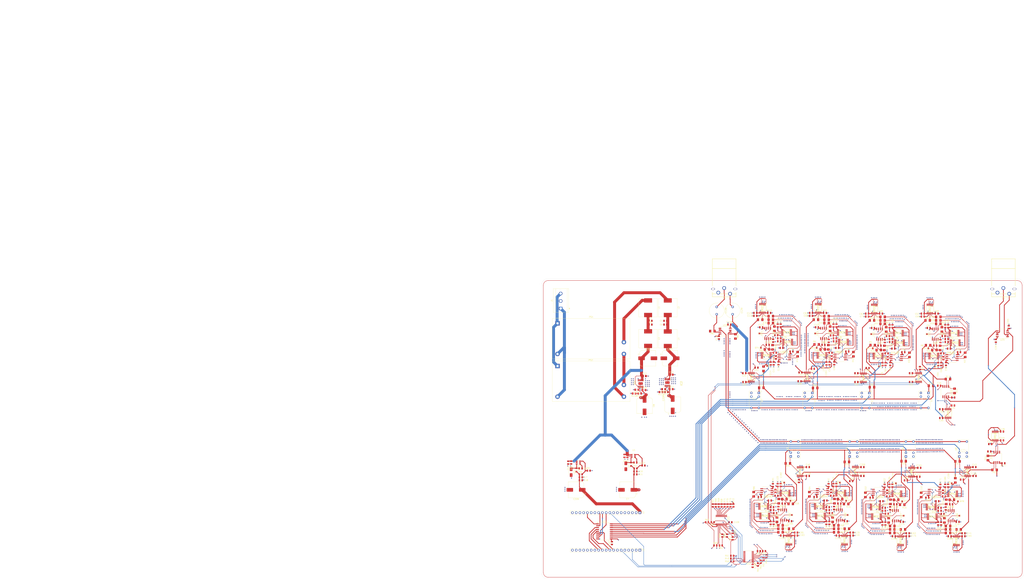
<source format=kicad_pcb>
(kicad_pcb (version 20241229) (generator "pcbnew") (generator_version "9.0")
  (layers (0 "F.Cu" signal) (4 "In1.Cu" signal) (6 "In2.Cu" signal) (2 "B.Cu" signal) (13 "F.Paste" user) (15 "B.Paste" user) (5 "F.SilkS" user "F.Silkscreen") (7 "B.SilkS" user "B.Silkscreen") (1 "F.Mask" user) (3 "B.Mask" user) (25 "Edge.Cuts" user))
  (net 0 "")
  (net 1 "/+3V3")
  (net 2 "Net-(IC1-EN{slash}UV)")
  (net 3 "Net-(IC1-SET)")
  (net 4 "/PEAK EQ R/peak_1 relay control")
  (net 5 "/PEAK EQ R/IN")
  (net 6 "GND")
  (net 7 "/PEAK EQ L/peak_1 relay control")
  (net 8 "/PEAK EQ L/IN")
  (net 9 "/PEAK EQ R/peak_2 relay control")
  (net 10 "/PEAK EQ L/peak_2 relay control")
  (net 11 "/PEAK EQ R/peak_3 relay control")
  (net 12 "/PEAK EQ L/peak_3 relay control")
  (net 13 "/PEAK EQ R/lowshelf relay control")
  (net 14 "/PEAK EQ L/lowshelf relay control")
  (net 15 "Net-(PS1-+Vo)")
  (net 16 "Net-(PS2--Vo)")
  (net 17 "Net-(U10B--)")
  (net 18 "Net-(U10A--)")
  (net 19 "Net-(U19B--)")
  (net 20 "Net-(U20B--)")
  (net 21 "/esp32/IO21")
  (net 22 "/PEAK EQ R/peak 1/in")
  (net 23 "/esp32/IO22")
  (net 24 "/PEAK EQ R/peak 3/in")
  (net 25 "/esp32/IO25")
  (net 26 "Net-(U24A--)")
  (net 27 "/PEAK EQ R/peak 2/in")
  (net 28 "Net-(U24B--)")
  (net 29 "/PEAK EQ L/peak 1/in")
  (net 30 "/PEAK EQ L/peak 2/in")
  (net 31 "/+12V")
  (net 32 "/PEAK EQ R/peak 1/BP")
  (net 33 "/PEAK EQ L/peak 3/in")
  (net 34 "/PEAK EQ R/peak 2/BP")
  (net 35 "/PEAK EQ R/peak 3/BP")
  (net 36 "/PEAK EQ L/peak 1/BP")
  (net 37 "/+15V")
  (net 38 "/-15V")
  (net 39 "/PEAK EQ L/peak 2/BP")
  (net 40 "/PEAK EQ L/peak 3/BP")
  (net 41 "/PEAK EQ R/peak 1/LP")
  (net 42 "/PEAK EQ R/peak 2/LP")
  (net 43 "/PEAK EQ R/peak 3/LP")
  (net 44 "/PEAK EQ L/peak 1/LP")
  (net 45 "/PEAK EQ L/peak 2/LP")
  (net 46 "/PEAK EQ L/peak 3/LP")
  (net 47 "Net-(U15B--)")
  (net 48 "/PEAK EQ R/low shelf/BP")
  (net 49 "/PEAK EQ R/low shelf/LP")
  (net 50 "Net-(U21B--)")
  (net 51 "/PEAK EQ L/low shelf/BP")
  (net 52 "Net-(U22A--)")
  (net 53 "/PEAK EQ L/low shelf/LP")
  (net 54 "/PEAK EQ R/peak 1/HP")
  (net 55 "/PEAK EQ R/peak 2/HP")
  (net 56 "Net-(U19A--)")
  (net 57 "Net-(U20A--)")
  (net 58 "/PEAK EQ R/peak 3/HP")
  (net 59 "/PEAK EQ L/peak 1/HP")
  (net 60 "/PEAK EQ L/peak 2/HP")
  (net 61 "/PEAK EQ L/peak 3/HP")
  (net 62 "/PEAK EQ R/low shelf/in")
  (net 63 "Net-(U15A--)")
  (net 64 "/PEAK EQ R/low shelf/HP")
  (net 65 "Net-(VR27B-P0B)")
  (net 66 "Net-(J1-Pin_1)")
  (net 67 "Net-(J1-Pin_3)")
  (net 68 "Net-(VR33B-P0B)")
  (net 69 "Net-(VR34B-P0B)")
  (net 70 "Net-(VR1B-P0B)")
  (net 71 "Net-(VR2B-P0B)")
  (net 72 "Net-(VR3B-P0B)")
  (net 73 "Net-(VR4B-P0B)")
  (net 74 "Net-(VR6B-P0B)")
  (net 75 "Net-(U3A--)")
  (net 76 "Net-(U4A--)")
  (net 77 "Net-(U5A--)")
  (net 78 "Net-(U6A--)")
  (net 79 "Net-(U7B--)")
  (net 80 "Net-(U8B--)")
  (net 81 "Net-(U9B--)")
  (net 82 "Net-(VR7B-P0B)")
  (net 83 "Net-(VR8B-P0B)")
  (net 84 "Net-(VR9B-P0B)")
  (net 85 "Net-(VR11B-P0B)")
  (net 86 "Net-(VR13B-P0B)")
  (net 87 "Net-(VR14B-P0B)")
  (net 88 "Net-(VR15B-P0B)")
  (net 89 "Net-(VR17B-P0B)")
  (net 90 "Net-(VR18B-P0B)")
  (net 91 "Net-(VR20B-P0W)")
  (net 92 "Net-(VR24B-P0W)")
  (net 93 "Net-(VR25B-P0B)")
  (net 94 "/PEAK EQ L/low shelf/in")
  (net 95 "Net-(U21A--)")
  (net 96 "Net-(U22B--)")
  (net 97 "Net-(U3B--)")
  (net 98 "Net-(U4B--)")
  (net 99 "Net-(U5B--)")
  (net 100 "Net-(U6B--)")
  (net 101 "Net-(U7A--)")
  (net 102 "Net-(U8A--)")
  (net 103 "Net-(U9A--)")
  (net 104 "/PEAK EQ R/OUT")
  (net 105 "/PEAK EQ L/OUT")
  (net 106 "/PEAK EQ R/SCL_2")
  (net 107 "/PEAK EQ R/SCL_3")
  (net 108 "/PEAK EQ R/SCL_4")
  (net 109 "/PEAK EQ R/SDA_4")
  (net 110 "/PEAK EQ R/SDA_2")
  (net 111 "/PEAK EQ R/SCL_1")
  (net 112 "/PEAK EQ R/SDA_1")
  (net 113 "/PEAK EQ R/SDA_3")
  (net 114 "/PEAK EQ L/low shelf/HP")
  (net 115 "Net-(VR38B-P0B)")
  (net 116 "Net-(VR36B-P0W)")
  (net 117 "Net-(VR39B-P0B)")
  (net 124 "/PEAK EQ L/SDA_1")
  (net 126 "/PEAK EQ L/SCL_1")
  (net 129 "/PEAK EQ L/SCL_2")
  (net 131 "/PEAK EQ L/SDA_2")
  (net 132 "/PEAK EQ L/SDA_3")
  (net 135 "/PEAK EQ L/SCL_3")
  (net 190 "/PEAK EQ L/SCL_4")
  (net 192 "/PEAK EQ L/SDA_4")
  (net 199 "/PEAK EQ R/SCL_5")
  (net 201 "/PEAK EQ R/SDA_5")
  (net 205 "/PEAK EQ L/SCL_5")
  (net 206 "/PEAK EQ L/SDA_5")
  (net 214 "/PEAK EQ L/SCL_6")
  (net 215 "/PEAK EQ L/SDA_6")
  (net 222 "Net-(IC2-SET)")
  (net 223 "Net-(C4-Pad1)")
  (net 224 "Net-(U1-BS)")
  (net 225 "Net-(IC2-EN{slash}UV)")
  (net 226 "Net-(U2-BS)")
  (net 227 "Net-(U14B--)")
  (net 228 "Net-(U17B--)")
  (net 229 "Net-(U18A--)")
  (net 230 "Net-(U23B--)")
  (net 232 "Net-(R116-Pad2)")
  (net 233 "Net-(R117-Pad2)")
  (net 236 "Net-(VR1B-P0A)")
  (net 237 "Net-(VR6B-P0A)")
  (net 238 "Net-(R26-Pad1)")
  (net 239 "Net-(VR12B-P0W)")
  (net 240 "Net-(R34-Pad1)")
  (net 241 "Net-(VR16B-P0W)")
  (net 242 "Net-(VR19B-P0B)")
  (net 243 "Net-(R42-Pad1)")
  (net 244 "Net-(VR21B-P0B)")
  (net 245 "Net-(VR22B-P0B)")
  (net 246 "Net-(VR23B-P0B)")
  (net 247 "Net-(R75-Pad1)")
  (net 248 "Net-(U14A--)")
  (net 249 "Net-(VR26B-P0B)")
  (net 250 "Net-(U16A-+)")
  (net 251 "Net-(U16B-+)")
  (net 252 "Net-(R85-Pad1)")
  (net 253 "Net-(U17A--)")
  (net 254 "Net-(U18B--)")
  (net 255 "Net-(VR29B-P0B)")
  (net 256 "Net-(VR28B-P0W)")
  (net 257 "Net-(VR30B-P0B)")
  (net 258 "Net-(VR31B-P0B)")
  (net 259 "Net-(R93-Pad1)")
  (net 260 "Net-(C3-Pad1)")
  (net 261 "/esp32/IO13")
  (net 262 "/esp32/IO27")
  (net 263 "/esp32/IO19")
  (net 264 "/esp32/IO26")
  (net 265 "/esp32/IO18")
  (net 266 "/esp32/IO14")
  (net 267 "/esp32/IO16")
  (net 268 "/esp32/IO17")
  (net 269 "Net-(VR32B-P0W)")
  (net 270 "Net-(D1-K)")
  (net 271 "Net-(VR35B-P0B)")
  (net 272 "Net-(D2-K)")
  (net 273 "Net-(R101-Pad1)")
  (net 274 "Net-(VR37B-P0B)")
  (net 275 "Net-(R109-Pad1)")
  (net 276 "Net-(U23A--)")
  (net 277 "Net-(VR41B-P0B)")
  (net 278 "Net-(VR40B-P0W)")
  (net 279 "Net-(VR42B-P0B)")
  (net 280 "Net-(U1-FB)")
  (net 281 "Net-(U2-FB)")
  (net 292 "Net-(J4-IN1)")
  (net 321 "Net-(J4-IN2)")
  (net 322 "Net-(J5-IN1)")
  (net 323 "Net-(J5-IN2)")
  (footprint "Capacitor_SMD:C_0805_2012Metric" (layer "F.Cu") (at 243.77475 193.80505 180)
    (property "Reference" "C160")
    (property "Value" "C")
  )
  (footprint "components:SOP65P640X120-14N" (layer "F.Cu") (at 285.364 219.059 90)
    (property "Reference" "VR35")
    (property "Value" "MCP41HV51-103E_ST" (hide yes))
  )
  (footprint "Capacitor_SMD:C_0805_2012Metric" (layer "F.Cu") (at 315.557332 73.493675 -90)
    (property "Reference" "C62")
    (property "Value" "C")
  )
  (footprint "Capacitor_SMD:CP_Elec_10x10.5" (layer "F.Cu") (at 130.81 126.755 90)
    (property "Reference" "C208")
    (property "Value" "470uF")
  )
  (footprint "Capacitor_SMD:C_0805_2012Metric" (layer "F.Cu") (at 278.306847 99.097929 90)
    (property "Reference" "C87")
    (property "Value" "C")
  )
  (footprint "Capacitor_SMD:C_0805_2012Metric" (layer "F.Cu") (at 298.397332 101.918676 -90)
    (property "Reference" "C31")
    (property "Value" "C")
  )
  (footprint "Resistor_SMD:R_MiniMELF_MMA-0204" (layer "F.Cu") (at 286.384265 194.584303)
    (property "Reference" "R16")
    (property "Value" "R")
  )
  (footprint "Capacitor_SMD:C_0805_2012Metric" (layer "F.Cu") (at 312.259272 181.81814 -90)
    (property "Reference" "C171")
    (property "Value" "C")
  )
  (footprint "Capacitor_SMD:C_0805_2012Metric" (layer "F.Cu") (at 259.434265 169.084303)
    (property "Reference" "C200")
    (property "Value" "C")
  )
  (footprint "Capacitor_SMD:C_0805_2012Metric" (layer "F.Cu") (at 274.594866 83.637114 -90)
    (property "Reference" "C73")
    (property "Value" "C")
  )
  (footprint "Capacitor_SMD:CP_Elec_10x10.5" (layer "F.Cu") (at 65.3 184.5 180)
    (property "Reference" "C209")
    (property "Value" "470uF")
  )
  (footprint "Capacitor_SMD:C_0805_2012Metric" (layer "F.Cu") (at 323.959272 206.21814 180)
    (property "Reference" "C184")
    (property "Value" "C")
  )
  (footprint "Capacitor_SMD:C_0805_2012Metric" (layer "F.Cu") (at 278.806847 84.197929)
    (property "Reference" "C80")
    (property "Value" "C")
  )
  (footprint "Resistor_SMD:R_0805_2012Metric" (layer "F.Cu") (at 172 195.0875 -90)
    (property "Reference" "R72")
    (property "Value" "4.7k")
  )
  (footprint "Capacitor_SMD:C_0805_2012Metric" (layer "F.Cu") (at 327.959272 215.96814)
    (property "Reference" "C161")
    (property "Value" "C")
  )
  (footprint "Capacitor_SMD:C_0805_2012Metric" (layer "F.Cu") (at 238.796177 79.743979 180)
    (property "Reference" "C91")
    (property "Value" "C")
  )
  (footprint "Resistor_SMD:R_0805_2012Metric" (layer "F.Cu") (at 192.405 231.4175 90)
    (property "Reference" "R57")
    (property "Value" "4.7k")
  )
  (footprint "Inductor_SMD:L_12x12mm_H8mm" (layer "F.Cu") (at 114.155 60.96 -90)
    (property "Reference" "L1")
    (property "Value" "100uH")
  )
  (footprint "Capacitor_SMD:C_0805_2012Metric" (layer "F.Cu") (at 249.157597 90.66898)
    (property "Reference" "C101")
    (property "Value" "C")
  )
  (footprint "Resistor_SMD:R_0805_2012Metric" (layer "F.Cu") (at 164 195.0875 -90)
    (property "Reference" "R68")
    (property "Value" "4.7k")
  )
  (footprint "Package_SO:SOIC-8_5.3x6.2mm_P1.27mm" (layer "F.Cu") (at 308.757332 78.843675 -90)
    (property "Reference" "U5")
    (property "Value" "OPA1612AxD")
  )
  (footprint "Resistor_SMD:R_MiniMELF_MMA-0204" (layer "F.Cu") (at 198.522325 87.784839 -90)
    (property "Reference" "R80")
    (property "Value" "R")
  )
  (footprint "Capacitor_SMD:C_0805_2012Metric" (layer "F.Cu") (at 313.780182 200.832686)
    (property "Reference" "C186")
    (property "Value" "C")
  )
  (footprint "Capacitor_SMD:C_0805_2012Metric" (layer "F.Cu") (at 317.509272 181.66814 90)
    (property "Reference" "C190")
    (property "Value" "C")
  )
  (footprint "components:SOP65P640X120-14N" (layer "F.Cu") (at 297.597332 108.306676 90)
    (property "Reference" "VR4")
    (property "Value" "MCP41HV51-103E_ST" (hide yes))
  )
  (footprint "Capacitor_SMD:C_0805_2012Metric" (layer "F.Cu") (at 202.439462 196.834869 90)
    (property "Reference" "C173")
    (property "Value" "C")
  )
  (footprint "Inputs:CONN-TH_XDJK-0271-1650" (layer "F.Cu") (at 165.735 49.5752 180)
    (property "Reference" "J4")
    (property "Value" "RCA_x2")
  )
  (footprint "Inductor_SMD:L_0805_2012Metric_Pad1.05x1.20mm_HandSolder" (layer "F.Cu") (at 102.55 167.15 -90)
    (property "Reference" "L5")
    (property "Value" "4.7uH")
  )
  (footprint "Package_SO:SOIC-8_5.3x6.2mm_P1.27mm" (layer "F.Cu") (at 271.006847 78.847929 -90)
    (property "Reference" "U7")
    (property "Value" "OPA1612AxD")
  )
  (footprint "Resistor_SMD:R_0805_2012Metric" (layer "F.Cu") (at 164.465 215.5425 90)
    (property "Reference" "R56")
    (property "Value" "4.7k")
  )
  (footprint "Capacitor_SMD:C_0805_2012Metric" (layer "F.Cu") (at 288.934265 178.084303)
    (property "Reference" "C153")
    (property "Value" "C")
  )
  (footprint "Capacitor_SMD:C_0805_2012Metric" (layer "F.Cu") (at 277.806847 73.497929 -90)
    (property "Reference" "C72")
    (property "Value" "C")
  )
  (footprint "Resistor_SMD:R_0805_2012Metric" (layer "F.Cu") (at 192.7625 226.06 180)
    (property "Reference" "R53")
    (property "Value" "4.7k")
  )
  (footprint "Package_SO:SOIC-8_5.3x6.2mm_P1.27mm" (layer "F.Cu") (at 206.622325 94.334839)
    (property "Reference" "U15")
    (property "Value" "OPA1612AxD")
  )
  (footprint "components:SOP65P640X120-14N" (layer "F.Cu") (at 192.474265 195.759304)
    (property "Reference" "VR28")
    (property "Value" "MCP41HV51-103E_ST" (hide yes))
  )
  (footprint "Package_TO_SOT_SMD:SOT-23-6" (layer "F.Cu") (at 66.8625 166 180)
    (property "Reference" "U2")
    (property "Value" "AP3211K")
  )
  (footprint "Resistor_SMD:R_0805_2012Metric_Pad1.20x1.40mm_HandSolder" (layer "F.Cu") (at 126.615964 118.179185 180)
    (property "Reference" "R117")
    (property "Value" "130k")
  )
  (footprint "Resistor_SMD:R_MiniMELF_MMA-0204" (layer "F.Cu") (at 211.124265 210.909304 180)
    (property "Reference" "R84")
    (property "Value" "R")
  )
  (footprint "TestPoint:TestPoint_Pad_1.0x1.0mm" (layer "F.Cu") (at 210.634265 191.834303 90)
    (property "Reference" "BP5")
    (property "Value" "TestPoint")
  )
  (footprint "Capacitor_SMD:C_0805_2012Metric" (layer "F.Cu") (at 281.764 194.259 180)
    (property "Reference" "C178")
    (property "Value" "C")
  )
  (footprint "Resistor_SMD:R_MiniMELF_MMA-0204" (layer "F.Cu") (at 299.259272 187.96814 90)
    (property "Reference" "R110")
    (property "Value" "R")
  )
  (footprint "Resistor_SMD:R_MiniMELF_MMA-0204" (layer "F.Cu") (at 235.117597 66.693979 180)
    (property "Reference" "R42")
    (property "Value" "R")
  )
  (footprint "Capacitor_SMD:C_0805_2012Metric" (layer "F.Cu") (at 105.5 166)
    (property "Reference" "C9")
    (property "Value" "10nF")
  )
  (footprint "components:SOP65P640X120-14N" (layer "F.Cu") (at 267.406847 61.847929 -90)
    (property "Reference" "VR15")
    (property "Value" "MCP41HV51-103E_ST" (hide yes))
  )
  (footprint "Capacitor_SMD:C_0805_2012Metric" (layer "F.Cu") (at 275.056847 99.197929 90)
    (property "Reference" "C84")
    (property "Value" "C")
  )
  (footprint "Resistor_SMD:R_MiniMELF_MMA-0204" (layer "F.Cu") (at 286.864 211.359 180)
    (property "Reference" "R100")
    (property "Value" "R")
  )
  (footprint "Resistor_SMD:R_0805_2012Metric" (layer "F.Cu") (at 162 195.0875 -90)
    (property "Reference" "R69")
    (property "Value" "4.7k")
  )
  (footprint "Capacitor_SMD:C_0805_2012Metric" (layer "F.Cu") (at 240.767597 81.743979 180)
    (property "Reference" "C96")
    (property "Value" "C")
  )
  (footprint "Capacitor_SMD:CP_Elec_10x10.5" (layer "F.Cu") (at 100.3 184.5 180)
    (property "Reference" "C7")
    (property "Value" "470uF")
  )
  (footprint "Capacitor_SMD:C_0805_2012Metric" (layer "F.Cu") (at 125.9 72.39 180)
    (property "Reference" "C6")
    (property "Value" "100nF")
  )
  (footprint "Resistor_SMD:R_MiniMELF_MMA-0204" (layer "F.Cu") (at 279.664 209.059 180)
    (property "Reference" "R104")
    (property "Value" "R")
  )
  (footprint "Capacitor_SMD:C_0805_2012Metric" (layer "F.Cu") (at 222.434265 175.084303)
    (property "Reference" "C158")
    (property "Value" "C")
  )
  (footprint "TestPoint:TestPoint_Pad_1.0x1.0mm" (layer "F.Cu") (at 248.38475 191.830049 90)
    (property "Reference" "BP6")
    (property "Value" "TestPoint")
  )
  (footprint "components:SOP65P640X120-14N" (layer "F.Cu") (at 260.161971 108.552048 90)
    (property "Reference" "VR2")
    (property "Value" "MCP41HV51-103E_ST" (hide yes))
  )
  (footprint "Resistor_SMD:R_MiniMELF_MMA-0204" (layer "F.Cu") (at 317.397332 109.368676)
    (property "Reference" "R13")
    (property "Value" "R")
  )
  (footprint "Capacitor_SMD:C_0805_2012Metric" (layer "F.Cu") (at 179.447332 111.368676 180)
    (property "Reference" "C23")
    (property "Value" "C")
  )
  (footprint "Resistor_SMD:R_MiniMELF_MMA-0204" (layer "F.Cu") (at 278.464 192.659 90)
    (property "Reference" "R106")
    (property "Value" "R")
  )
  (footprint "Package_SO:SOIC-8_5.3x6.2mm_P1.27mm" (layer "F.Cu") (at 166.37 76.835)
    (property "Reference" "U16")
    (property "Value" "OPA1612AxD")
  )
  (footprint "Capacitor_SMD:C_0805_2012Metric" (layer "F.Cu") (at 179.347332 105.368676 180)
    (property "Reference" "C21")
    (property "Value" "C")
  )
  (footprint "Resistor_SMD:R_MiniMELF_MMA-0204" (layer "F.Cu") (at 322.384265 178.084303 90)
    (property "Reference" "R17")
    (property "Value" "R")
  )
  (footprint "Capacitor_SMD:C_0805_2012Metric" (layer "F.Cu") (at 316.507332 82.193675 180)
    (property "Reference" "C67")
    (property "Value" "C")
  )
  (footprint "Relay_THT:Relay_SPDT_HsinDa_Y14" (layer "F.Cu") (at 225.425 118.745 -90)
    (property "Reference" "K5")
    (property "Value" "Y14x-1C-xxDS")
  )
  (footprint "components:SOP65P640X120-14N" (layer "F.Cu") (at 306.009272 196.21814)
    (property "Reference" "VR40")
    (property "Value" "MCP41HV51-103E_ST" (hide yes))
  )
  (footprint "TestPoint:TestPoint_Pad_1.0x1.0mm" (layer "F.Cu") (at 325.169272 202.043139 90)
    (property "Reference" "HP8")
    (property "Value" "TestPoint")
  )
  (footprint "Capacitor_SMD:C_0805_2012Metric" (layer "F.Cu") (at 68.45 170)
    (property "Reference" "C16")
    (property "Value" "10nF")
  )
  (footprint "Capacitor_SMD:C_0805_2012Metric" (layer "F.Cu") (at 280.356847 88.697929 180)
    (property "Reference" "C71")
    (property "Value" "C")
  )
  (footprint "Capacitor_SMD:C_0805_2012Metric" (layer "F.Cu") (at 203.974265 181.209304 90)
    (property "Reference" "C182")
    (property "Value" "C")
  )
  (footprint "Capacitor_SMD:C_0805_2012Metric" (layer "F.Cu") (at 196.674265 191.759304)
    (property "Reference" "C183")
    (property "Value" "C")
  )
  (footprint "Capacitor_SMD:C_0805_2012Metric" (layer "F.Cu") (at 236.02475 198.25505)
    (property "Reference" "C143")
    (property "Value" "C")
  )
  (footprint "TestPoint:TestPoint_Pad_1.0x1.0mm" (layer "F.Cu") (at 227.407597 78.41898 -90)
    (property "Reference" "HP3")
    (property "Value" "TestPoint")
  )
  (footprint "Capacitor_SMD:C_0805_2012Metric" (layer "F.Cu") (at 275.98542 200.709)
    (property "Reference" "C38")
    (property "Value" "C")
  )
  (footprint "Capacitor_SMD:C_0805_2012Metric" (layer "F.Cu") (at 252.17475 213.50505 180)
    (property "Reference" "C135")
    (property "Value" "C")
  )
  (footprint "Capacitor_SMD:C_0805_2012Metric" (layer "F.Cu") (at 315.509272 181.71814 -90)
    (property "Reference" "C189")
    (property "Value" "C")
  )
  (footprint "Capacitor_SMD:C_0805_2012Metric" (layer "F.Cu") (at 227.63475 189.330049 180)
    (property "Reference" "C47")
    (property "Value" "C")
  )
  (footprint "Capacitor_SMD:C_0805_2012Metric" (layer "F.Cu") (at 274.964 207.409 90)
    (property "Reference" "C138")
    (property "Value" "C")
  )
  (footprint "Capacitor_SMD:C_0805_2012Metric" (layer "F.Cu") (at 297.334265 175.584303)
    (property "Reference" "C132")
    (property "Value" "C")
  )
  (footprint "Capacitor_SMD:C_0805_2012Metric" (layer "F.Cu") (at 236.97475 206.95505 90)
    (property "Reference" "C45")
    (property "Value" "C")
  )
  (footprint "Resistor_SMD:R_0805_2012Metric" (layer "F.Cu") (at 189.23 226.06 180)
    (property "Reference" "R55")
    (property "Value" "4.7k")
  )
  (footprint "Resistor_SMD:R_MiniMELF_MMA-0204" (layer "F.Cu") (at 197.322325 71.384839)
    (property "Reference" "R78")
    (property "Value" "R")
  )
  (footprint "Inductor_SMD:L_12x12mm_H8mm" (layer "F.Cu") (at 127.49 82.011324 -90)
    (property "Reference" "L4")
    (property "Value" "100uH")
  )
  (footprint "Package_SO:SOIC-8_5.3x6.2mm_P1.27mm" (layer "F.Cu") (at 315.897332 117.868676 -90)
    (property "Reference" "U3")
    (property "Value" "OPA1612AxD")
  )
  (footprint "Capacitor_SMD:C_0805_2012Metric" (layer "F.Cu") (at 287.146847 91.12293)
    (property "Reference" "C76")
    (property "Value" "C")
  )
  (footprint "Capacitor_SMD:C_0805_2012Metric" (layer "F.Cu") (at 240.186731 196.815865 90)
    (property "Reference" "C180")
    (property "Value" "C")
  )
  (footprint "Capacitor_SMD:C_0805_2012Metric" (layer "F.Cu") (at 199.272325 98.734839 90)
    (property "Reference" "C111")
    (property "Value" "C")
  )
  (footprint "Capacitor_SMD:CP_Elec_10x10.5" (layer "F.Cu") (at 129.005 95.25)
    (property "Reference" "C207")
    (property "Value" "470uF")
  )
  (footprint "Capacitor_SMD:C_0805_2012Metric" (layer "F.Cu") (at 200.772325 94.734839 90)
    (property "Reference" "C127")
    (property "Value" "C")
  )
  (footprint "Capacitor_SMD:C_0805_2012Metric" (layer "F.Cu") (at 211.362325 90.65984)
    (property "Reference" "C110")
    (property "Value" "C")
  )
  (footprint "components:SOP65P640X120-14N" (layer "F.Cu") (at 246.567597 84.243979 180)
    (property "Reference" "VR20")
    (property "Value" "MCP41HV51-103E_ST" (hide yes))
  )
  (footprint "Capacitor_SMD:C_0805_2012Metric" (layer "F.Cu") (at 242.367597 88.243979 180)
    (property "Reference" "C89")
    (property "Value" "C")
  )
  (footprint "Resistor_SMD:R_MiniMELF_MMA-0204" (layer "F.Cu") (at 308.257332 89.643675 180)
    (property "Reference" "R32")
    (property "Value" "R" (hide yes))
  )
  (footprint "Resistor_SMD:R_MiniMELF_MMA-0204" (layer "F.Cu") (at 277.214 205.209 90)
    (property "Reference" "R105")
    (property "Value" "R")
  )
  (footprint "Capacitor_SMD:C_0805_2012Metric" (layer "F.Cu") (at 274.014 198.709)
    (property "Reference" "C172")
    (property "Value" "C")
  )
  (footprint "Resistor_SMD:R_MiniMELF_MMA-0204" (layer "F.Cu") (at 310.857332 71.843675)
    (property "Reference" "R29")
    (property "Value" "R" (hide yes))
  )
  (footprint "Capacitor_SMD:C_0805_2012Metric" (layer "F.Cu") (at 276.556847 95.197929 90)
    (property "Reference" "C88")
    (property "Value" "C")
  )
  (footprint "Resistor_SMD:R_MiniMELF_MMA-0204" (layer "F.Cu") (at 240.47475 192.20505 90)
    (property "Reference" "R98")
    (property "Value" "R")
  )
  (footprint "Capacitor_SMD:C_0805_2012Metric" (layer "F.Cu") (at 308.757332 86.643675)
    (property "Reference" "C63")
    (property "Value" "C")
  )
  (footprint "Resistor_SMD:R_MiniMELF_MMA-0204" (layer "F.Cu") (at 192.397332 102.368676 -90)
    (property "Reference" "R7")
    (property "Value" "R")
  )
  (footprint "Capacitor_SMD:C_0805_2012Metric" (layer "F.Cu") (at 292.347332 105.368676 180)
    (property "Reference" "C30")
    (property "Value" "C")
  )
  (footprint "Resistor_SMD:R_MiniMELF_MMA-0204" (layer "F.Cu") (at 287.384265 165.084303 180)
    (property "Reference" "R20")
    (property "Value" "R")
  )
  (footprint "components:SOP65P640X120-14N" (layer "F.Cu") (at 330.634265 172.208303 -90)
    (property "Reference" "VR6")
    (property "Value" "MCP41HV51-103E_ST" (hide yes))
  )
  (footprint "Capacitor_SMD:C_0805_2012Metric" (layer "F.Cu") (at 312.342135 83.61811 -90)
    (property "Reference" "C53")
    (property "Value" "C")
  )
  (footprint "Resistor_SMD:R_0805_2012Metric" (layer "F.Cu") (at 171.1725 231.14)
    (property "Reference" "R49")
    (property "Value" "4.7k")
  )
  (footprint "Capacitor_SMD:C_0805_2012Metric" (layer "F.Cu") (at 238.22475 185.25505 -90)
    (property "Reference" "C167")
    (property "Value" "C")
  )
  (footprint "components:SOP65P640X120-14N" (layer "F.Cu") (at 191.622325 61.384839 -90)
    (property "Reference" "VR23")
    (property "Value" "MCP41HV51-103E_ST" (hide yes))
  )
  (footprint "TestPoint:TestPoint_Pad_1.0x1.0mm" (layer "F.Cu") (at 319.919272 180.043139 90)
    (property "Reference" "LP8")
    (property "Value" "TestPoint")
  )
  (footprint "Resistor_SMD:R_0805_2012Metric" (layer "F.Cu") (at 168 195.0875 -90)
    (property "Reference" "R70")
    (property "Value" "4.7k")
  )
  (footprint "Package_SO:SOIC-18W_7.5x11.6mm_P1.27mm" (layer "F.Cu") (at 84.55544 212.680572)
    (property "Reference" "U11")
    (property "Value" "ULN2803A")
  )
  (footprint "Capacitor_SMD:C_0805_2012Metric" (layer "F.Cu") (at 186.822325 66.484839)
    (property "Reference" "C116")
    (property "Value" "C")
  )
  (footprint "Capacitor_SMD:CP_Elec_10x10.5" (layer "F.Cu") (at 113.91 95.25)
    (property "Reference" "C206")
    (property "Value" "470uF")
  )
  (footprint "Capacitor_SMD:C_0805_2012Metric_Pad1.18x1.45mm_HandSolder" (layer "F.Cu") (at 106.52806 116.60019 180)
    (property "Reference" "C212")
    (property "Value" "10uF")
  )
  (footprint "Capacitor_SMD:C_0805_2012Metric" (layer "F.Cu") (at 278.756847 82.197929 180)
    (property "Reference" "C78")
    (property "Value" "C")
  )
  (footprint "Resistor_SMD:R_MiniMELF_MMA-0204" (layer "F.Cu") (at 194.722325 89.184839 180)
    (property "Reference" "R81")
    (property "Value" "R")
  )
  (footprint "Relay_THT:Relay_SPDT_HsinDa_Y14" (layer "F.Cu") (at 250.825 161.925 90)
    (property "Reference" "K4")
    (property "Value" "Y14x-1C-xxDS")
  )
  (footprint "Resistor_SMD:R_MiniMELF_MMA-0204" (layer "F.Cu") (at 310.857332 69.543675)
    (property "Reference" "R28")
    (property "Value" "R" (hide yes))
  )
  (footprint "Capacitor_SMD:C_0805_2012Metric" (layer "F.Cu") (at 318.107332 88.693675 180)
    (property "Reference" "C68")
    (property "Value" "C")
  )
  (footprint "Resistor_SMD:R_0805_2012Metric" (layer "F.Cu") (at 167.64 215.5425 90)
    (property "Reference" "R58")
    (property "Value" "4.7k")
  )
  (footprint "Capacitor_SMD:C_0805_2012Metric_Pad1.18x1.45mm_HandSolder" (layer "F.Cu") (at 129.7725 116.205)
    (property "Reference" "C211")
    (property "Value" "10uF")
  )
  (footprint "Capacitor_SMD:C_0805_2012Metric" (layer "F.Cu") (at 89.63544 220.615572 90)
    (property "Reference" "C107")
    (property "Value" "100nF")
  )
  (footprint "Capacitor_SMD:C_0805_2012Metric" (layer "F.Cu") (at 62 166 90)
    (property "Reference" "C15")
    (property "Value" "100nF")
  )
  (footprint "Resistor_SMD:R_0805_2012Metric" (layer "F.Cu") (at 105.6375 170)
    (property "Reference" "R1")
    (property "Value" "64.9k")
  )
  (footprint "Capacitor_SMD:C_0805_2012Metric" (layer "F.Cu") (at 303.419272 189.793139 180)
    (property "Reference" "C198")
    (property "Value" "C")
  )
  (footprint "Resistor_SMD:R_MiniMELF_MMA-0204" (layer "F.Cu") (at 310.857332 67.143675 180)
    (property "Reference" "R26")
    (property "Value" "R" (hide yes))
  )
  (footprint "Resistor_SMD:R_MiniMELF_MMA-0204" (layer "F.Cu") (at 270.506847 89.647929 180)
    (property "Reference" "R40")
    (property "Value" "R")
  )
  (footprint "Package_TO_SOT_SMD:SOT-23-6" (layer "F.Cu") (at 104.11875 161.5 180)
    (property "Reference" "U1")
    (property "Value" "AP3211K")
  )
  (footprint "Capacitor_SMD:C_0805_2012Metric" (layer "F.Cu") (at 266.606847 74.697929)
    (property "Reference" "C77")
    (property "Value" "C")
  )
  (footprint "Capacitor_SMD:C_0805_2012Metric" (layer "F.Cu") (at 239.817597 73.043979 -90)
    (property "Reference" "C102")
    (property "Value" "C")
  )
  (footprint "Capacitor_SMD:C_0805_2012Metric" (layer "F.Cu") (at 259.434265 175.084303)
    (property "Reference" "C162")
    (property "Value" "C")
  )
  (footprint "Capacitor_SMD:C_0805_2012Metric" (layer "F.Cu") (at 217.447332 104.868676 180)
    (property "Reference" "C25")
    (property "Value" "C")
  )
  (footprint "Resistor_SMD:R_0805_2012Metric" (layer "F.Cu") (at 159.7425 222.25)
    (property "Reference" "R60")
    (property "Value" "4.7k")
  )
  (footprint "components:SOP65P640X120-14N" (layer "F.Cu") (at 208.772325 84.234839 180)
    (property "Reference" "VR24")
    (property "Value" "MCP41HV51-103E_ST" (hide yes))
  )
  (footprint "components:SOP65P640X120-14N" (layer "F.Cu") (at 306.759272 202.71814)
    (property "Reference" "VR41")
    (property "Value" "MCP41HV51-103E_ST" (hide yes))
  )
  (footprint "Capacitor_SMD:C_0805_2012Metric" (layer "F.Cu") (at 190.822325 74.234839)
    (property "Reference" "C123")
    (property "Value" "C")
  )
  (footprint "Capacitor_SMD:C_0805_2012Metric" (layer "F.Cu") (at 262.606847 66.947929)
    (property "Reference" "C74")
    (property "Value" "C")
  )
  (footprint "Converter_ACDC:Converter_ACDC_MeanWell_IRM-20-xx_THT" (layer "F.Cu") (at 52.757332 100.521176)
    (property "Reference" "PS2")
    (property "Value" "IRM-20-15")
  )
  (footprint "components:SOP65P640X120-14N" (layer "F.Cu") (at 229.417597 61.393979 -90)
    (property "Reference" "VR19")
    (property "Value" "MCP41HV51-103E_ST" (hide yes))
  )
  (footprint "Resistor_SMD:R_MiniMELF_MMA-0204" (layer "F.Cu") (at 248.884265 165.584303 180)
    (property "Reference" "R19")
    (property "Value" "R")
  )
  (footprint "Capacitor_SMD:C_0805_2012Metric" (layer "F.Cu") (at 238.058508 200.2879)
    (property "Reference" "C168")
    (property "Value" "C")
  )
  (footprint "TestPoint:TestPoint_Pad_1.0x1.0mm" (layer "F.Cu") (at 286.374 192.283999 90)
    (property "Reference" "BP7")
    (property "Value" "TestPoint")
  )
  (footprint "Capacitor_SMD:C_0805_2012Metric" (layer "F.Cu") (at 225.847332 102.368676 180)
    (property "Reference" "C24")
    (property "Value" "C")
  )
  (footprint "Capacitor_SMD:C_0805_2012Metric" (layer "F.Cu") (at 201.001415 79.620293 180)
    (property "Reference" "C118")
    (property "Value" "C")
  )
  (footprint "Resistor_SMD:R_0805_2012Metric_Pad1.20x1.40mm_HandSolder" (layer "F.Cu") (at 104.66056 119.14019 180)
    (property "Reference" "R118")
    (property "Value" "15k")
  )
  (footprint "Resistor_SMD:R_MiniMELF_MMA-0204" (layer "F.Cu") (at 279.664 211.359 180)
    (property "Reference" "R103")
    (property "Value" "R")
  )
  (footprint "Capacitor_SMD:C_0805_2012Metric" (layer "F.Cu") (at 312.855 135.777 180)
    (property "Reference" "C35")
    (property "Value" "C")
  )
  (footprint "Capacitor_SMD:C_0805_2012Metric" (layer "F.Cu") (at 300.357332 66.943675)
    (property "Reference" "C59")
    (property "Value" "C" (hide yes))
  )
  (footprint "Capacitor_SMD:C_0805_2012Metric_Pad1.18x1.45mm_HandSolder" (layer "F.Cu") (at 111.3575 116.84)
    (property "Reference" "C210")
    (property "Value" "10uF")
  )
  (footprint "Capacitor_SMD:C_0805_2012Metric" (layer "F.Cu") (at 162.16832 81.255577 90)
    (property "Reference" "C131")
    (property "Value" "C")
  )
  (footprint "Resistor_SMD:R_MiniMELF_MMA-0204" (layer "F.Cu") (at 228.397332 85.868676 180)
    (property "Reference" "R6")
    (property "Value" "R")
  )
  (footprint "TestPoint:TestPoint_Pad_1.0x1.0mm" (layer "F.Cu") (at 206.384265 179.584303 90)
    (property "Reference" "LP5")
    (property "Value" "TestPoint")
  )
  (footprint "Diode_SMD:D_SMA" (layer "F.Cu") (at 62 172.5 -90)
    (property "Reference" "D2")
    (property "Value" "SS34")
  )
  (footprint "Resistor_SMD:R_MiniMELF_MMA-0204" (layer "F.Cu") (at 324.659272 211.36814 180)
    (property "Reference" "R108")
    (property "Value" "R")
  )
  (footprint "Capacitor_SMD:C_0805_2012Metric" (layer "F.Cu") (at 252.17475 215.50505)
    (property "Reference" "C49")
    (property "Value" "C")
  )
  (footprint "Resistor_SMD:R_MiniMELF_MMA-0204" (layer "F.Cu") (at 274.306847 88.247929 -90)
    (property "Reference" "R39")
    (property "Value" "R")
  )
  (footprint "Capacitor_SMD:C_0805_2012Metric" (layer "F.Cu") (at 241.817597 73.043979 90)
    (property "Reference" "C100")
    (property "Value" "C")
  )
  (footprint "Inductor_SMD:L_12x12mm_H8mm" (layer "F.Cu") (at 127.49 60.96 -90)
    (property "Reference" "L2")
    (property "Value" "100uH")
  )
  (footprint "Package_SO:SOIC-8_5.3x6.2mm_P1.27mm" (layer "F.Cu") (at 319.559272 202.06814 90)
    (property "Reference" "U23")
    (property "Value" "OPA1612AxD")
  )
  (footprint "Capacitor_SMD:C_0805_2012Metric" (layer "F.Cu") (at 345.462332 158.463676 180)
    (property "Reference" "C170")
    (property "Value" "C")
  )
  (footprint "Connector_PinHeader_2.54mm:PinHeader_1x19_P2.54mm_Vertical" (layer "F.Cu") (at 108.58 225.425 -90)
    (property "Reference" "J3")
    (property "Value" "Conn_01x19_Socket")
  )
  (footprint "Capacitor_SMD:C_0805_2012Metric" (layer "F.Cu") (at 239.72475 181.25505 -90)
    (property "Reference" "C51")
    (property "Value" "C")
  )
  (footprint "Capacitor_SMD:C_0805_2012Metric" (layer "F.Cu") (at 240.817597 83.743979)
    (property "Reference" "C90")
    (property "Value" "C")
  )
  (footprint "Resistor_SMD:R_MiniMELF_MMA-0204" (layer "F.Cu") (at 236.317597 87.793979 -90)
    (property "Reference" "R47")
    (property "Value" "R")
  )
  (footprint "Capacitor_SMD:C_0805_2012Metric" (layer "F.Cu") (at 241.72475 181.20505 90)
    (property "Reference" "C157")
    (property "Value" "C")
  )
  (footprint "Capacitor_SMD:C_0805_2012Metric" (layer "F.Cu") (at 280.764 215.959 180)
    (property "Reference" "C150")
    (property "Value" "C")
  )
  (footprint "components:SOP65P640X120-14N" (layer "F.Cu") (at 244.77475 186.70505 180)
    (property "Reference" "VR34")
    (property "Value" "MCP41HV51-103E_ST" (hide yes))
  )
  (footprint "Resistor_SMD:R_MiniMELF_MMA-0204" (layer "F.Cu") (at 244.27475 190.80505)
    (property "Reference" "R99")
    (property "Value" "R")
  )
  (footprint "Relay_THT:Relay_SPDT_HsinDa_Y14" (layer "F.Cu") (at 288.925 161.925 90)
    (property "Reference" "K6")
    (property "Value" "Y14x-1C-xxDS")
  )
  (footprint "components:SOP65P640X120-14N" (layer "F.Cu") (at 268.214 196.209)
    (property "Reference" "VR36")
    (property "Value" "MCP41HV51-103E_ST" (hide yes))
  )
  (footprint "Capacitor_SMD:C_0805_2012Metric" (layer "F.Cu") (at 316.557332 84.193675)
    (property "Reference" "C69")
    (property "Value" "C")
  )
  (footprint "Capacitor_SMD:C_0805_2012Metric" (layer "F.Cu") (at 125.9 69.85 180)
    (property "Reference" "C4")
    (property "Value" "1uF")
  )
  (footprint "Capacitor_SMD:C_0805_2012Metric" (layer "F.Cu") (at 275.856847 91.947929)
    (property "Reference" "C79")
    (property "Value" "C")
  )
  (footprint "Capacitor_SMD:C_0805_2012Metric" (layer "F.Cu") (at 265.624 189.783999 180)
    (property "Reference" "C42")
    (property "Value" "C")
  )
  (footprint "Relay_THT:Relay_SPDT_HsinDa_Y14" (layer "F.Cu") (at 210.8953 161.8436 90)
    (property "Reference" "K2")
    (property "Value" "Y14x-1C-xxDS")
  )
  (footprint "components:SOP65P640X120-14N" (layer "F.Cu") (at 232.017597 93.293979)
    (property "Reference" "VR22")
    (property "Value" "MCP41HV51-103E_ST" (hide yes))
  )
  (footprint "Resistor_SMD:R_0805_2012Metric" (layer "F.Cu") (at 68.5 174)
    (property "Reference" "R3")
    (property "Value" "49.9k")
  )
  (footprint "TestPoint:TestPoint_Pad_1.0x1.0mm" (layer "F.Cu") (at 266.396847 88.62293 -90)
    (property "Reference" "BP2")
    (property "Value" "TestPoint")
  )
  (footprint "components:SOP65P640X120-14N" (layer "F.Cu") (at 208.022325 77.734839 180)
    (property "Reference" "VR25")
    (property "Value" "MCP41HV51-103E_ST" (hide yes))
  )
  (footprint "Converter_ACDC:Converter_ACDC_MeanWell_IRM-20-xx_THT" (layer "F.Cu") (at 52.757332 71.536176)
    (property "Reference" "PS1")
    (property "Value" "IRM-20-15")
  )
  (footprint "Capacitor_SMD:C_0805_2012Metric" (layer "F.Cu") (at 311.759272 196.71814 180)
    (property "Reference" "C187")
    (property "Value" "C")
  )
  (footprint "Resistor_SMD:R_MiniMELF_MMA-0204" (layer "F.Cu") (at 241.67475 213.30505)
    (property "Reference" "R93")
    (property "Value" "R")
  )
  (footprint "TestPoint:TestPoint_Pad_1.0x1.0mm" (layer "F.Cu") (at 308.397332 100.868676 -90)
    (property "Reference" "LP1")
    (property "Value" "TestPoint")
  )
  (footprint "Capacitor_SMD:C_0805_2012Metric" (layer "F.Cu") (at 169.95 206.5)
    (property "Reference" "C109")
    (property "Value" "100nF")
  )
  (footprint "Resistor_SMD:R_MiniMELF_MMA-0204" (layer "F.Cu") (at 273.106847 71.847929)
    (property "Reference" "R37")
    (property "Value" "R")
  )
  (footprint "Resistor_SMD:R_MiniMELF_MMA-0204" (layer "F.Cu") (at 303.957332 86.443675 180)
    (property "Reference" "R8")
    (property "Value" "R" (hide yes))
  )
  (footprint "components:SOP65P640X120-14N" (layer "F.Cu") (at 320.559272 187.16814 180)
    (property "Reference" "VR42")
    (property "Value" "MCP41HV51-103E_ST" (hide yes))
  )
  (footprint "Capacitor_SMD:C_0805_2012Metric" (layer "F.Cu") (at 115.745 69.85)
    (property "Reference" "C3")
    (property "Value" "0.1uf")
  )
  (footprint "Capacitor_SMD:C_0805_2012Metric" (layer "F.Cu") (at 297.934265 169.584303)
    (property "Reference" "C164")
    (property "Value" "C")
  )
  (footprint "components:SOP65P640X120-14N" (layer "F.Cu") (at 323.159272 219.06814 90)
    (property "Reference" "VR39")
    (property "Value" "MCP41HV51-103E_ST" (hide yes))
  )
  (footprint "Capacitor_SMD:C_0805_2012Metric" (layer "F.Cu") (at 105.55 172 180)
    (property "Reference" "C10")
    (property "Value" "100nF")
  )
  (footprint "Capacitor_SMD:C_0805_2012Metric" (layer "F.Cu") (at 214.424265 215.509304)
    (property "Reference" "C193")
    (property "Value" "C")
  )
  (footprint "Capacitor_SMD:C_0805_2012Metric" (layer "F.Cu") (at 169.23 72.39)
    (property "Reference" "C130")
    (property "Value" "C")
  )
  (footprint "Package_SO:SOIC-8_5.3x6.2mm_P1.27mm" (layer "F.Cu") (at 243.77475 201.60505 90)
    (property "Reference" "U19")
    (property "Value" "OPA1612AxD")
  )
  (footprint "Capacitor_SMD:C_0805_2012Metric" (layer "F.Cu") (at 100.11875 161.55 90)
    (property "Reference" "C1")
    (property "Value" "10uF 25V")
  )
  (footprint "components:SOP65P640X120-14N" (layer "F.Cu") (at 222.047332 107.930676 90)
    (property "Reference" "VR3")
    (property "Value" "MCP41HV51-103E_ST" (hide yes))
  )
  (footprint "Relay_THT:Relay_SPDT_HsinDa_Y14" (layer "F.Cu") (at 189.23 118.745 -90)
    (property "Reference" "K7")
    (property "Value" "Y14x-1C-xxDS")
  )
  (footprint "Capacitor_SMD:C_0805_2012Metric" (layer "F.Cu") (at 198.224265 196.259304 180)
    (property "Reference" "C148")
    (property "Value" "C")
  )
  (footprint "Resistor_SMD:R_MiniMELF_MMA-0204" (layer "F.Cu") (at 197.322325 66.684839 180)
    (property "Reference" "R75")
    (property "Value" "R")
  )
  (footprint "Resistor_SMD:R_MiniMELF_MMA-0204" (layer "F.Cu") (at 265.906847 69.547929)
    (property "Reference" "R33")
    (property "Value" "R")
  )
  (footprint "Capacitor_SMD:C_0805_2012Metric" (layer "F.Cu") (at 315.884265 197.134303 90)
    (property "Reference" "C191")
    (property "Value" "C")
  )
  (footprint "Resistor_SMD:R_MiniMELF_MMA-0204" (layer "F.Cu") (at 223.47475 187.50505 90)
    (property "Reference" "R94")
    (property "Value" "R")
  )
  (footprint "components:SOP65P640X120-14N" (layer "F.Cu") (at 307.757332 93.743675)
    (property "Reference" "VR14")
    (property "Value" "MCP41HV51-103E_ST" (hide yes))
  )
  (footprint "Inputs:CONN-TH_XDJK-0271-1650" (layer "F.Cu") (at 354.965 49.5752 180)
    (property "Reference" "J5")
    (property "Value" "RCA_x2")
  )
  (footprint "Capacitor_SMD:C_0805_2012Metric" (layer "F.Cu") (at 105.55 174 180)
    (property "Reference" "C11")
    (property "Value" "22uF")
  )
  (footprint "Resistor_SMD:R_MiniMELF_MMA-0204" (layer "F.Cu") (at 199.772325 75.234839 -90)
    (property "Reference" "R79")
    (property "Value" "R")
  )
  (footprint "Capacitor_SMD:C_0805_2012Metric" (layer "F.Cu") (at 203.022325 83.734839)
    (property "Reference" "C113")
    (property "Value" "C")
  )
  (footprint "Diode_SMD:D_SMA" (layer "F.Cu") (at 99.05 168.5 -90)
    (property "Reference" "D1")
    (property "Value" "SS34")
  )
  (footprint "Capacitor_SMD:C_0805_2012Metric" (layer "F.Cu") (at 201.974265 181.259304 -90)
    (property "Reference" "C133")
    (property "Value" "C")
  )
  (footprint "Capacitor_SMD:C_0805_2012Metric" (layer "F.Cu") (at 310.759272 207.41814 -90)
    (property "Reference" "C52")
    (property "Value" "C")
  )
  (footprint "Capacitor_SMD:C_0805_2012Metric" (layer "F.Cu") (at 198.897332 83.318676 -90)
    (property "Reference" "C122")
    (property "Value" "C")
  )
  (footprint "Resistor_SMD:R_MiniMELF_MMA-0204" (layer "F.Cu") (at 185.724265 187.509304 90)
    (property "Reference" "R86")
    (property "Value" "R")
  )
  (footprint "Capacitor_SMD:C_0805_2012Metric" (layer "F.Cu") (at 251.834265 178.584303)
    (property "Reference" "C159")
    (property "Value" "C")
  )
  (footprint "Capacitor_SMD:C_0805_2012Metric" (layer "F.Cu") (at 312.807332 99.193675 90)
    (property "Reference" "C66")
    (property "Value" "C")
  )
  (footprint "components:SOP65P640X120-14N" (layer "F.Cu") (at 282.764 187.159 180)
    (property "Reference" "VR38")
    (property "Value" "MCP41HV51-103E_ST" (hide yes))
  )
  (footprint "Capacitor_SMD:C_0805_2012Metric" (layer "F.Cu") (at 238.567597 94.743979 90)
    (property "Reference" "C106")
    (property "Value" "C")
  )
  (footprint "Capacitor_SMD:C_0805_2012Metric" (layer "F.Cu") (at 115.745 72.39)
    (property "Reference" "C5")
    (property "Value" "100nF")
  )
  (footprint "Capacitor_SMD:C_0805_2012Metric" (layer "F.Cu") (at 358.597691 74.13914 90)
    (property "Reference" "C205")
    (property "Value" "C")
  )
  (footprint "Capacitor_SMD:C_0805_2012Metric" (layer "F.Cu") (at 262.947332 101.868676 180)
    (property "Reference" "C28")
    (property "Value" "C")
  )
  (footprint "Resistor_SMD:R_0805_2012Metric" (layer "F.Cu") (at 171.1725 233.045)
    (property "Reference" "R50")
    (property "Value" "4.7k")
  )
  (footprint "Resistor_SMD:R_MiniMELF_MMA-0204" (layer "F.Cu") (at 323.884265 165.194303 180)
    (property "Reference" "R21")
    (property "Value" "R")
  )
  (footprint "Resistor_SMD:R_MiniMELF_MMA-0204" (layer "F.Cu") (at 173.355 80.415 -90)
    (property "Reference" "R83")
    (property "Value" "R")
  )
  (footprint "components:SOP65P640X120-14N" (layer "F.Cu") (at 194.222325 93.284839)
    (property "Reference" "VR26")
    (property "Value" "MCP41HV51-103E_ST" (hide yes))
  )
  (footprint "Capacitor_SMD:CP_Elec_10x10.5" (layer "F.Cu") (at 111.76 127.39 -90)
    (property "Reference" "C8")
    (property "Value" "470uF")
  )
  (footprint "Capacitor_SMD:C_0805_2012Metric" (layer "F.Cu") (at 236.566053 83.459044 -90)
    (property "Reference" "C104")
    (property "Value" "C")
  )
  (footprint "Capacitor_SMD:C_0805_2012Metric" (layer "F.Cu") (at 317.557332 73.493675 90)
    (property "Reference" "C60")
    (property "Value" "C")
  )
  (footprint "Capacitor_SMD:C_0805_2012Metric" (layer "F.Cu") (at 273.056847 99.247929 -90)
    (property "Reference" "C75")
    (property "Value" "C")
  )
  (footprint "Resistor_SMD:R_MiniMELF_MMA-0204" (layer "F.Cu") (at 349.012332 170.963676 180)
    (property "Reference" "R23")
    (property "Value" "R")
  )
  (footprint "Capacitor_SMD:C_0805_2012Metric" (layer "F.Cu") (at 60 166.05 90)
    (property "Reference" "C14")
    (property "Value" "10uF 25V")
  )
  (footprint "Capacitor_SMD:C_0805_2012Metric" (layer "F.Cu") (at 346.062332 153.463676)
    (property "Reference" "C145")
    (property "Value" "C")
  )
  (footprint "Resistor_SMD:R_MiniMELF_MMA-0204" (layer "F.Cu") (at 157.71 76.835 180)
    (property "Reference" "R82")
    (property "Value" "R")
  )
  (footprint "Package_SO:TSSOP-24_4.4x7.8mm_P0.65mm" (layer "F.Cu") (at 182.245 229.87 180)
    (property "Reference" "U13")
    (property "Value" "TCA9548APWR")
  )
  (footprint "Capacitor_SMD:C_0805_2012Metric" (layer "F.Cu") (at 235.067597 98.793979 -90)
    (property "Reference" "C103")
    (property "Value" "C")
  )
  (footprint "Capacitor_SMD:C_0805_2012Metric" (layer "F.Cu") (at 216.847332 110.868676 180)
    (property "Reference" "C26")
    (property "Value" "C")
  )
  (footprint "Capacitor_SMD:C_0805_2012Metric" (layer "F.Cu") (at 349.877332 83.403676 90)
    (property "Reference" "C204")
    (property "Value" "C")
  )
  (footprint "Resistor_SMD:R_0805_2012Metric" (layer "F.Cu") (at 190.5 233.3225 90)
    (property "Reference" "R63")
    (property "Value" "4.7k")
  )
  (footprint "Resistor_SMD:R_MiniMELF_MMA-0204" (layer "F.Cu") (at 201.474265 204.759304 90)
    (property "Reference" "R89")
    (property "Value" "R")
  )
  (footprint "Resistor_SMD:R_MiniMELF_MMA-0204" (layer "F.Cu") (at 320.059272 191.26814)
    (property "Reference" "R115")
    (property "Value" "R")
  )
  (footprint "Capacitor_SMD:C_0805_2012Metric" (layer "F.Cu") (at 277.714 181.709 -90)
    (property "Reference" "C195")
    (property "Value" "C")
  )
  (footprint "Resistor_SMD:R_MiniMELF_MMA-0204" (layer "F.Cu") (at 197.322325 69.084839)
    (property "Reference" "R77")
    (property "Value" "R")
  )
  (footprint "Capacitor_SMD:C_0805_2012Metric" (layer "F.Cu") (at 320.855 127.277 180)
    (property "Reference" "C34")
    (property "Value" "C")
  )
  (footprint "Capacitor_SMD:C_0805_2012Metric" (layer "F.Cu") (at 238.92475 188.50505 180)
    (property "Reference" "C155")
    (property "Value" "C")
  )
  (footprint "TestPoint:TestPoint_Pad_1.0x1.0mm" (layer "F.Cu") (at 304.147332 88.618676 -90)
    (property "Reference" "BP1")
    (property "Value" "TestPoint")
  )
  (footprint "Capacitor_SMD:C_0805_2012Metric" (layer "F.Cu") (at 202.522325 98.634839 90)
    (property "Reference" "C119")
    (property "Value" "C")
  )
  (footprint "Capacitor_SMD:C_0805_2012Metric" (layer "F.Cu") (at 248.17475 205.75505 180)
    (property "Reference" "C156")
    (property "Value" "C")
  )
  (footprint "Package_SO:SOIC-8_5.3x6.2mm_P1.27mm" (layer "F.Cu") (at 244.417597 94.343979)
    (property "Reference" "U10")
    (property "Value" "OPA1612AxD")
  )
  (footprint "Resistor_SMD:R_0805_2012Metric" (layer "F.Cu") (at 171.45 213.0825 -90)
    (property "Reference" "R54")
    (property "Value" "4.7k")
  )
  (footprint "Capacitor_SMD:C_0805_2012Metric" (layer "F.Cu") (at 271.006847 86.647929)
    (property "Reference" "C81")
    (property "Value" "C")
  )
  (footprint "Capacitor_SMD:C_0805_2012Metric" (layer "F.Cu") (at 206.024265 193.809304 180)
    (property "Reference" "C142")
    (property "Value" "C")
  )
  (footprint "Resistor_SMD:R_MiniMELF_MMA-0204" (layer "F.Cu") (at 315.009272 205.21814 90)
    (property "Reference" "R113")
    (property "Value" "R")
  )
  (footprint "Capacitor_SMD:C_0805_2012Metric" (layer "F.Cu") (at 310.807332 99.243675 -90)
    (property "Reference" "C64")
    (property "Value" "C")
  )
  (footprint "Capacitor_SMD:C_0805_2012Metric" (layer "F.Cu") (at 279.714 181.659 90)
    (property "Reference" "C146")
    (property "Value" "C")
  )
  (footprint "Capacitor_SMD:C_0805_2012Metric" (layer "F.Cu") (at 68.55 176 180)
    (property "Reference" "C17")
    (property "Value" "100nF")
  )
  (footprint "Capacitor_SMD:C_0805_2012Metric" (layer "F.Cu") (at 276.723089 80.165079 180)
    (property "Reference" "C83")
    (property "Value" "C")
  )
  (footprint "Capacitor_SMD:C_0805_2012Metric" (layer "F.Cu") (at 278.215544 196.993935 90)
    (property "Reference" "C176")
    (property "Value" "C")
  )
  (footprint "components:SOP65P640X120-14N" (layer "F.Cu") (at 270.006847 93.747929)
    (property "Reference" "VR18")
    (property "Value" "MCP41HV51-103E_ST" (hide yes))
  )
  (footprint "Capacitor_SMD:C_0805_2012Metric" (layer "F.Cu") (at 255.347332 105.368676 180)
    (property "Reference" "C27")
    (property "Value" "C")
  )
  (footprint "TestPoint:TestPoint_Pad_1.0x1.0mm" (layer "F.Cu") (at 249.38475 201.580049 90)
    (property "Reference" "HP6")
    (property "Value" "TestPoint")
  )
  (footprint "Resistor_SMD:R_MiniMELF_MMA-0204" (layer "F.Cu") (at 190.122325 69.084839)
    (property "Reference" "R74")
    (property "Value" "R")
  )
  (footprint "Connector_PinHeader_2.54mm:PinHeader_1x19_P2.54mm_Vertical" (layer "F.Cu") (at 108.58 200.025 -90)
    (property "Reference" "J2")
    (property "Value" "Conn_01x19_Socket")
  )
  (footprint "Capacitor_SMD:C_0805_2012Metric" (layer "F.Cu") (at 242.77475 215.50505 180)
    (property "Reference" "C140")
    (property "Value" "C")
  )
  (footprint "Inductor_SMD:L_0805_2012Metric_Pad1.05x1.20mm_HandSolder" (layer "F.Cu") (at 65.5 171 -90)
    (property "Reference" "L6")
    (property "Value" "4.7uH")
  )
  (footprint "Capacitor_SMD:C_0805_2012Metric" (layer "F.Cu") (at 272.006847 64.947929)
    (property "Reference" "C86")
    (property "Value" "C")
  )
  (footprint "Resistor_SMD:R_MiniMELF_MMA-0204" (layer "F.Cu") (at 227.397332 115.368676)
    (property "Reference" "R10")
    (property "Value" "R")
  )
  (footprint "Resistor_SMD:R_MiniMELF_MMA-0204" (layer "F.Cu") (at 305.897332 113.868676)
    (property "Reference" "R12")
    (property "Value" "R")
  )
  (footprint "Package_SO:SOIC-8_5.3x6.2mm_P1.27mm" (layer "F.Cu") (at 320.157332 94.793675)
    (property "Reference" "U6")
    (property "Value" "OPA1612AxD")
  )
  (footprint "Capacitor_SMD:C_0805_2012Metric" (layer "F.Cu") (at 314.009272 185.71814 -90)
    (property "Reference" "C203")
    (property "Value" "C")
  )
  (footprint "Resistor_SMD:R_MiniMELF_MMA-0204" (layer "F.Cu") (at 265.897332 114.868676)
    (property "Reference" "R9")
    (property "Value" "R")
  )
  (footprint "Package_SO:SOIC-8_5.3x6.2mm_P1.27mm" (layer "F.Cu") (at 195.222325 78.384839 -90)
    (property "Reference" "U14")
    (property "Value" "OPA1612AxD")
  )
  (footprint "Capacitor_SMD:C_0805_2012Metric" (layer "F.Cu") (at 186.822325 64.484839 180)
    (property "Reference" "C121")
    (property "Value" "C")
  )
  (footprint "Capacitor_SMD:C_0805_2012Metric" (layer "F.Cu") (at 318.559272 215.96814 180)
    (property "Reference" "C188")
    (property "Value" "C")
  )
  (footprint "Capacitor_SMD:C_0805_2012Metric" (layer "F.Cu") (at 201.174265 188.509304 180)
    (property "Reference" "C137")
    (property "Value" "C")
  )
  (footprint "Resistor_SMD:R_MiniMELF_MMA-0204" (layer "F.Cu") (at 317.459272 209.06814 180)
    (property "Reference" "R112")
    (property "Value" "R")
  )
  (footprint "Resistor_SMD:R_MiniMELF_MMA-0204" (layer "F.Cu") (at 235.117597 69.093979)
    (property "Reference" "R44")
    (property "Value" "R")
  )
  (footprint "Capacitor_SMD:C_0805_2012Metric" (layer "F.Cu") (at 234.97475 206.95505 -90)
    (property "Reference" "C139")
    (property "Value" "C")
  )
  (footprint "Capacitor_SMD:C_0805_2012Metric" (layer "F.Cu") (at 313.607332 91.943675)
    (property "Reference" "C65")
    (property "Value" "C")
  )
  (footprint "Capacitor_SMD:C_0805_2012Metric" (layer "F.Cu") (at 200.309115 200.298412)
    (property "Reference" "C147")
    (property "Value" "C")
  )
  (footprint "Resistor_SMD:R_MiniMELF_MMA-0204" (layer "F.Cu") (at 241.67475 210.90505 180)
    (property "Reference" "R95")
    (property "Value" "R")
  )
  (footprint "Capacitor_SMD:C_0805_2012Metric" (layer "F.Cu") (at 324.897332 91.118676)
    (property "Reference" "C55")
    (property "Value" "C")
  )
  (footprint "Capacitor_SMD:C_0805_2012Metric" (layer "F.Cu") (at 354.062332 150.963676)
    (property "Reference" "C144")
    (property "Value" "C")
  )
  (footprint "Capacitor_THT:C_Radial_D10.0mm_H20.0mm_P5.00mm" (layer "F.Cu") (at 160.655 60.405 -90)
    (property "Reference" "C128")
    (property "Value" "C")
  )
  (footprint "Resistor_SMD:R_MiniMELF_MMA-0204" (layer "F.Cu") (at 321.897332 117.368676 -90)
    (property "Reference" "R14")
    (property "Value" "R")
  )
  (footprint "Capacitor_SMD:C_0805_2012Metric" (layer "F.Cu") (at 205.024265 215.509304 180)
    (property "Reference" "C152")
    (property "Value" "C")
  )
  (footprint "Capacitor_SMD:C_0805_2012Metric" (layer "F.Cu") (at 233.017597 86.193979)
    (property "Reference" "C99")
    (property "Value" "C")
  )
  (footprint "Resistor_SMD:R_MiniMELF_MMA-0204" (layer "F.Cu") (at 273.106847 67.147929 180)
    (property "Reference" "R34")
    (property "Value" "R")
  )
  (footprint "Capacitor_SMD:C_0805_2012Metric" (layer "F.Cu") (at 274.464 181.809 -90)
    (property "Reference" "C202")
    (property "Value" "C")
  )
  (footprint "Resistor_SMD:R_0805_2012Metric" (layer "F.Cu") (at 157.9125 206.5 180)
    (property "Reference" "R64")
    (property "Value" "4.7k")
  )
  (footprint "components:SOP65P640X120-14N" (layer "F.Cu") (at 284.556847 84.697929 180)
    (property "Reference" "VR16")
    (property "Value" "MCP41HV51-103E_ST" (hide yes))
  )
  (footprint "Capacitor_SMD:C_0805_2012Metric" (layer "F.Cu") (at 237.067597 98.743979 90)
    (property "Reference" "C95")
    (property "Value" "C")
  )
  (footprint "Resistor_SMD:R_MiniMELF_MMA-0204" (layer "F.Cu") (at 275.556847 75.697929 -90)
    (property "Reference" "R38")
    (property "Value" "R")
  )
  (footprint "Capacitor_SMD:C_0805_2012Metric" (layer "F.Cu") (at 290.164 215.959)
    (property "Reference" "C175")
    (property "Value" "C")
  )
  (footprint "Resistor_SMD:R_MiniMELF_MMA-0204" (layer "F.Cu") (at 210.824265 194.009304)
    (property "Reference" "R18")
    (property "Value" "R")
  )
  (footprint "Resistor_SMD:R_MiniMELF_MMA-0204" (layer "F.Cu") (at 227.917597 69.093979)
    (property "Reference" "R41")
    (property "Value" "R")
  )
  (footprint "Resistor_SMD:R_MiniMELF_MMA-0204" (layer "F.Cu") (at 203.924265 208.609304 180)
    (property "Reference" "R88")
    (property "Value" "R")
  )
  (footprint "Package_SO:SOIC-8_5.3x6.2mm_P1.27mm" (layer "F.Cu") (at 270.364 186.109 180)
    (property "Reference" "U22")
    (property "Value" "OPA1612AxD")
  )
  (footprint "Resistor_SMD:R_MiniMELF_MMA-0204" (layer "F.Cu") (at 248.384265 194.084303)
    (property "Reference" "R15")
    (property "Value" "R")
  )
  (footprint "components:SOP65P640X120-14N" (layer "F.Cu") (at 245.817597 77.743979 180)
    (property "Reference" "VR21")
    (property "Value" "MCP41HV51-103E_ST" (hide yes))
  )
  (footprint "Capacitor_SMD:C_0805_2012Metric" (layer "F.Cu") (at 198.724265 181.359304 -90)
    (property "Reference" "C151")
    (property "Value" "C")
  )
  (footprint "Capacitor_SMD:C_0805_2012Metric" (layer "F.Cu") (at 187.64 101.6 180)
    (property "Reference" "C22")
    (property "Value" "C")
  )
  (footprint "Resistor_SMD:R_0805_2012Metric_Pad1.20x1.40mm_HandSolder" (layer "F.Cu") (at 108.47056 119.14019 180)
    (property "Reference" "R116")
    (property "Value" "130k")
  )
  (footprint "Capacitor_SMD:C_0805_2012Metric" (layer "F.Cu") (at 204.572325 88.234839 180)
    (property "Reference" "C125")
    (property "Value" "C")
  )
  (footprint "components:SOP65P640X120-14N" (layer "F.Cu") (at 230.22475 195.75505)
    (property "Reference" "VR32")
    (property "Value" "MCP41HV51-103E_ST" (hide yes))
  )
  (footprint "Package_SO:SOIC-8_5.3x6.2mm_P1.27mm" (layer "F.Cu") (at 233.017597 78.393979 -90)
    (property "Reference" "U9")
    (property "Value" "OPA1612AxD")
  )
  (footprint "Capacitor_SMD:C_0805_2012Metric" (layer "F.Cu") (at 286.164 206.209 180)
    (property "Reference" "C174")
    (property "Value" "C")
  )
  (footprint "Capacitor_SMD:C_0805_2012Metric" (layer "F.Cu") (at 309.757332 64.943675)
    (property "Reference" "C58")
    (property "Value" "C")
  )
  (footprint "TestPoint:TestPoint_Pad_1.0x1.0mm" (layer "F.Cu") (at 287.374 202.033999 90)
    (property "Reference" "HP7")
    (property "Value" "TestPoint")
  )
  (footprint "Package_SO:SOIC-8_5.3x6.2mm_P1.27mm" (layer "F.Cu") (at 281.764 202.059 90)
    (property "Reference" "U21")
    (property "Value" "OPA1612AxD")
  )
  (footprint "TestPoint:TestPoint_Pad_1.0x1.0mm" (layer "F.Cu") (at 194.862325 100.40984 -90)
    (property "Reference" "LP4")
    (property "Value" "TestPoint")
  )
  (footprint "TestPoint:TestPoint_Pad_1.0x1.0mm" (layer "F.Cu") (at 211.634265 201.584303 90)
    (property "Reference" "HP5")
    (property "Value" "TestPoint")
  )
  (footprint "Resistor_SMD:R_MiniMELF_MMA-0204" (layer "F.Cu") (at 313.307332 75.693675 -90)
    (property "Reference" "R30")
    (property "Value" "R" (hide yes))
  )
  (footprint "Resistor_SMD:R_MiniMELF_MMA-0204" (layer "F.Cu") (at 235.117597 71.393979)
    (property "Reference" "R45")
    (property "Value" "R")
  )
  (footprint "Capacitor_SMD:C_0805_2012Metric" (layer "F.Cu") (at 185 236.05 -90)
    (property "Reference" "C108")
    (property "Value" "100nF")
  )
  (footprint "components:SOP65P640X120-14N" (layer "F.Cu") (at 247.37475 218.60505 90)
    (property "Reference" "VR31")
    (property "Value" "MCP41HV51-103E_ST" (hide yes))
  )
  (footprint "Resistor_SMD:R_MiniMELF_MMA-0204" (layer "F.Cu") (at 208.884265 166.584303 180)
    (property "Reference" "R22")
    (property "Value" "R")
  )
  (footprint "Capacitor_SMD:C_0805_2012Metric" (layer "F.Cu") (at 98.11875 161.5 90)
    (property "Reference" "C2")
    (property "Value" "100nF")
  )
  (footprint "Resistor_SMD:R_MiniMELF_MMA-0204" (layer "F.Cu") (at 291.306847 92.947929 -90)
    (property "Reference" "R35")
    (property "Value" "R")
  )
  (footprint "Resistor_SMD:R_0805_2012Metric" (layer "F.Cu") (at 111.05 168)
    (property "Reference" "R2")
    (property "Value" "4.7k")
  )
  (footprint "components:SOP65P640X120-14N" (layer "F.Cu") (at 268.964 202.709)
    (property "Reference" "VR37")
    (property "Value" "MCP41HV51-103E_ST" (hide yes))
  )
  (footprint "Capacitor_SMD:C_0805_2012Metric" (layer "F.Cu") (at 326.934265 177.584303)
    (property "Reference" "C192")
    (property "Value" "C")
  )
  (footprint "TestPoint:TestPoint_Pad_1.0x1.0mm" (layer "F.Cu") (at 265.396847 78.87293 -90)
    (property "Reference" "HP2")
    (property "Value" "TestPoint")
  )
  (footprint "Resistor_SMD:R_MiniMELF_MMA-0204" (layer "F.Cu") (at 232.517597 89.193979 180)
    (property "Reference" "R48")
    (property "Value" "R")
  )
  (footprint "Capacitor_SMD:C_0805_2012Metric" (layer "F.Cu") (at 199.224265 206.959304 90)
    (property "Reference" "C39")
    (property "Value" "C")
  )
  (footprint "Resistor_SMD:R_MiniMELF_MMA-0204" (layer "F.Cu") (at 344.512332 162.963676 90)
    (property "Reference" "R24")
    (property "Value" "R")
  )
  (footprint "Capacitor_SMD:C_0805_2012Metric" (layer "F.Cu") (at 216.384265 178.534303 90)
    (property "Reference" "C37")
    (property "Value" "C")
  )
  (footprint "Capacitor_SMD:C_0805_2012Metric" (layer "F.Cu") (at 204.022325 73.034839 90)
    (property "Reference" "C117")
    (property "Value" "C")
  )
  (footprint "Capacitor_SMD:C_0805_2012Metric" (layer "F.Cu") (at 200.474265 185.259304 -90)
    (property "Reference" "C149")
    (property "Value" "C")
  )
  (footprint "components:SOP65P640X120-14N" (layer "F.Cu") (at 254.619626 171.900931 -90)
    (property "Reference" "VR7")
    (property "Value" "MCP41HV51-103E_ST" (hide yes))
  )
  (footprint "Capacitor_SMD:C_0805_2012Metric" (layer "F.Cu") (at 335.334265 169.084303)
    (property "Reference" "C43")
    (property "Value" "C")
  )
  (footprint "components:SOP65P640X120-14N" (layer "F.Cu") (at 322.307332 84.693675 180)
    (property "Reference" "VR12")
    (property "Value" "MCP41HV51-103E_ST" (hide yes))
  )
  (footprint "components:SOP65P490X110-13N" (layer "F.Cu") (at 109.075 112.395 -90)
    (property "Reference" "IC1")
    (property "Value" "LT3045EMSE#PBF" (hide yes))
  )
  (footprint "Resistor_SMD:R_MiniMELF_MMA-0204" (layer "F.Cu") (at 237.567597 75.243979 -90)
    (property "Reference" "R46")
    (property "Value" "R")
  )
  (footprint "Capacitor_SMD:C_0805_2012Metric" (layer "F.Cu") (at 314.307332 95.193675 90)
    (property "Reference" "C70")
    (property "Value" "C")
  )
  (footprint "components:SOP65P640X120-14N" (layer "F.Cu") (at 184.147332 108.244676 90)
    (property "Reference" "VR1")
    (property "Value" "MCP41HV51-103E_ST" (hide yes))
  )
  (footprint "Relay_THT:Relay_SPDT_HsinDa_Y14" (layer "F.Cu") (at 304.165 118.745 -90)
    (property "Reference" "K1")
    (property "Value" "Y14x-1C-xxDS")
  )
  (footprint "Capacitor_SMD:C_0805_2012Metric" (layer "F.Cu") (at 314.472482 80.154567 180)
    (property "Reference" "C61")
    (property "Value" "C")
  )
  (footprint "Package_SO:SOIC-8_5.3x6.2mm_P1.27mm" (layer "F.Cu") (at 354.322332 78.643676 180)
    (property "Reference" "U25")
    (property "Value" "OPA1612AxD")
  )
  (footprint "Resistor_SMD:R_MiniMELF_MMA-0204" (layer "F.Cu") (at 203.924265 210.909304 180)
    (property "Reference" "R87")
    (property "Value" "R")
  )
  (footprint "Resistor_SMD:R_MiniMELF_MMA-0204" (layer "F.Cu") (at 312.057332 88.243675 -90)
    (property "Reference" "R31")
    (property "Value" "R" (hide yes))
  )
  (footprint "Capacitor_SMD:C_0805_2012Metric_Pad1.18x1.45mm_HandSolder" (layer "F.Cu") (at 124.6925 116.205 180)
    (property "Reference" "C213")
    (property "Value" "10uF")
  )
  (footprint "Capacitor_SMD:C_0805_2012Metric" (layer "F.Cu") (at 290.164 213.959 180)
    (property "Reference" "C163")
    (property "Value" "C")
  )
  (footprint "TestPoint:TestPoint_Pad_1.0x1.0mm" (layer "F.Cu") (at 270.646847 100.87293 -90)
    (property "Reference" "LP2")
    (property "Value" "TestPoint")
  )
  (footprint "TestPoint:TestPoint_Pad_1.0x1.0mm" (layer "F.Cu") (at 228.407597 88.16898 -90)
    (property "Reference" "BP3")
    (property "Value" "TestPoint")
  )
  (footprint "Capacitor_SMD:C_0805_2012Metric" (layer "F.Cu") (at 198.274265 198.259304)
    (property "Reference" "C40")
    (property "Value" "C")
  )
  (footprint "components:SOP65P640X120-14N" (layer "F.Cu") (at 283.806847 78.197929 180)
    (property "Reference" "VR17")
    (property "Value" "MCP41HV51-103E_ST" (hide yes))
  )
  (footprint "Relay_THT:Relay_SPDT_HsinDa_Y14" (layer "F.Cu") (at 325.12 161.925 90)
    (property "Reference" "K8")
    (property "Value" "Y14x-1C-xxDS")
  )
  (footprint "Capacitor_SMD:C_0805_2012Metric" (layer "F.Cu") (at 235.97475 196.25505 180)
    (property "Reference" "C48")
    (property "Value" "C")
  )
  (footprint "Resistor_SMD:R_MiniMELF_MMA-0204" (layer "F.Cu") (at 190.897332 115.258676)
    (property "Reference" "R11")
    (property "Value" "R")
  )
  (footprint "Capacitor_SMD:C_0805_2012Metric" (layer "F.Cu") (at 312.759272 207.41814 90)
    (property "Reference" "C199")
    (property "Value" "C")
  )
  (footprint "Resistor_SMD:R_0805_2012Metric" (layer "F.Cu") (at 188.595 235.2275 90)
    (property "Reference" "R61")
    (property "Value" "4.7k")
  )
  (footprint "Capacitor_SMD:C_0805_2012Metric" (layer "F.Cu") (at 189.884265 189.334303 180)
    (property "Reference" "C201")
    (property "Value" "C")
  )
  (footprint "Capacitor_SMD:C_0805_2012Metric" (layer "F.Cu") (at 222.434265 169.084303)
    (property "Reference" "C46")
    (property "Value" "C")
  )
  (footprint "Capacitor_SMD:C_0805_2012Metric" (layer "F.Cu") (at 202.972325 81.734839 180)
    (property "Reference" "C124")
    (property "Value" "C")
  )
  (footprint "TestPoint:TestPoint_Pad_1.0x1.0mm" (layer "F.Cu") (at 189.612325 78.40984 -90)
    (property "Reference" "HP4")
    (property "Value" "TestPoint")
  )
  (footprint "Capacitor_SMD:C_0805_2012Metric" (layer "F.Cu") (at 354.062332 144.963676)
    (property "Reference" "C136")
    (property "Value" "C")
  )
  (footprint "components:SOP65P640X120-14N" (layer "F.Cu") (at 317.5 132.715 90)
    (property "Reference" "VR5")
    (property "Value" "MCP41HV51-103E_ST" (hide yes))
  )
  (footprint "Resistor_SMD:R_MiniMELF_MMA-0204" (layer "F.Cu") (at 316.259272 192.66814 90)
    (property "Reference" "R114")
    (property "Value" "R")
  )
  (footprint "TestPoint:TestPoint_Pad_1.0x1.0mm" (layer "F.Cu") (at 303.147332 78.868676 -90)
    (property "Reference" "HP1")
    (property "Value" "TestPoint")
  )
  (footprint "Resistor_SMD:R_MiniMELF_MMA-0204" (layer "F.Cu") (at 317.459272 213.76814)
    (property "Reference" "R109")
    (property "Value" "R")
  )
  (footprint "Capacitor_SMD:C_0805_2012Metric" (layer "F.Cu") (at 240.317597 98.643979 90)
    (property "Reference" "C92")
    (property "Value" "C")
  )
  (footprint "Capacitor_SMD:C_0805_2012Metric" (layer "F.Cu") (at 316.057332 99.093675 90)
    (property "Reference" "C56")
    (property "Value" "C")
  )
  (footprint "Resistor_SMD:R_0805_2012Metric_Pad1.20x1.40mm_HandSolder" (layer "F.Cu") (at 122.883068 118.154331 180)
    (property "Reference" "R119")
    (property "Value" "15k")
  )
  (footprint "TerminalBlock_CUI:TerminalBlock_CUI_TB007-508-03_1x03_P5.08mm_Horizontal" (layer "F.Cu") (at 54.877332 61.488676 90)
    (property "Reference" "J1")
    (property "Value" "DB2EKM-7.62-3P-GN-S")
  )
  (footprint "Package_SO:SOIC-8_5.3x6.2mm_P1.27mm" (layer "F.Cu") (at 194.624265 185.659304 180)
    (property "Reference" "U18")
    (property "Value" "OPA1612AxD")
  )
  (footprint "Capacitor_SMD:C_0805_2012Metric" (layer "F.Cu") (at 312.855 129.777 180)
    (property "Reference" "C33")
    (property "Value" "C")
  )
  (footprint "Capacitor_SMD:C_0805_2012Metric" (layer "F.Cu") (at 210.424265 205.759304 180)
    (property "Reference" "C166")
    (property "Value" "C")
  )
  (footprint "Resistor_SMD:R_0805_2012Metric" (layer "F.Cu") (at 194.31 229.5125 90)
    (property "Reference" "R59")
    (property "Value" "4.7k")
  )
  (footprint "Capacitor_SMD:C_0805_2012Metric" (layer "F.Cu") (at 196.222325 64.484839)
    (property "Reference" "C115")
    (property "Value" "C")
  )
  (footprint "TestPoint:TestPoint_Pad_1.0x1.0mm" (layer "F.Cu") (at 282.124 180.033999 90)
    (property "Reference" "LP7")
    (property "Value" "TestPoint")
  )
  (footprint "Capacitor_SMD:C_0805_2012Metric" (layer "F.Cu") (at 200.072325 91.484839)
    (property "Reference" "C112")
    (property "Value" "C")
  )
  (footprint "Capacitor_SMD:C_0805_2012Metric" (layer "F.Cu") (at 354.962332 166.463676 180)
    (property "Reference" "C177")
    (property "Value" "C")
  )
  (footprint "Capacitor_SMD:C_0805_2012Metric" (layer "F.Cu") (at 237.867597 91.493979)
    (property "Reference" "C97")
    (property "Value" "C")
  )
  (footprint "Capacitor_SMD:C_0805_2012Metric_Pad1.18x1.45mm_HandSolder" (layer "F.Cu") (at 129.812558 106.353994)
    (property "Reference" "C13")
    (property "Value" "10uF")
  )
  (footprint "components:SOP65P640X120-14N" (layer "F.Cu") (at 207.024265 186.709304 180)
    (property "Reference" "VR30")
    (property "Value" "MCP41HV51-103E_ST" (hide yes))
  )
  (footprint "Relay_THT:Relay_SPDT_HsinDa_Y14" (layer "F.Cu") (at 264.0847 118.8264 -90)
    (property "Reference" "K3")
    (property "Value" "Y14x-1C-xxDS")
  )
  (footprint "Capacitor_SMD:C_0805_2012Metric" (layer "F.Cu") (at 202.022325 73.034839 -90)
    (property "Reference" "C126")
    (property "Value" "C")
  )
  (footprint "Capacitor_SMD:C_0805_2012Metric" (layer "F.Cu") (at 255.347332 111.368676 180)
    (property "Reference" "C29")
    (property "Value" "C")
  )
  (footprint "TestPoint:TestPoint_Pad_1.0x1.0mm" (layer "F.Cu") (at 324.169272 192.293139 90)
    (property "Reference" "BP8")
    (property "Value" "TestPoint")
  )
  (footprint "Resistor_SMD:R_MiniMELF_MMA-0204" (layer "F.Cu") (at 206.524265 190.809304)
    (property "Reference" "R91")
    (property "Value" "R")
  )
  (footprint "Capacitor_SMD:C_0805_2012Metric" (layer "F.Cu") (at 276.214 185.709 -90)
    (property "Reference" "C185")
    (property "Value" "C")
  )
  (footprint "Capacitor_SMD:C_0805_2012Metric" (layer "F.Cu") (at 214.424265 213.509304 180)
    (property "Reference" "C181")
    (property "Value" "C")
  )
  (footprint "Resistor_SMD:R_MiniMELF_MMA-0204" (layer "F.Cu") (at 303.657332 69.543675)
    (property "Reference" "R25")
    (property "Value" "R" (hide yes))
  )
  (footprint "Capacitor_SMD:C_0805_2012Metric" (layer "F.Cu") (at 300.357332 64.943675 180)
    (property "Reference" "C57")
    (property "Value" "C" (hide yes))
  )
  (footprint "Resistor_SMD:R_0805_2012Metric" (layer "F.Cu") (at 170 195.0875 -90)
    (property "Reference" "R73")
    (property "Value" "4.7k")
  )
  (footprint "Capacitor_SMD:C_0805_2012Metric" (layer "F.Cu") (at 228.617597 74.243979)
    (property "Reference" "C105")
    (property "Value" "C")
  )
  (footprint "Resistor_SMD:R_0805_2012Metric" (layer "F.Cu") (at 163.4725 222.25 180)
    (property "Reference" "R62")
    (property "Value" "4.7k")
  )
  (footprint "Resistor_SMD:R_MiniMELF_MMA-0204" (layer "F.Cu") (at 248.87475 210.90505 180)
    (property "Reference" "R92")
    (property "Value" "R")
  )
  (footprint "components:SOP65P640X120-14N" (layer "F.Cu") (at 349.417332 148.025676 -90)
    (property "Reference" "VR10")
    (property "Value" "MCP41HV51-103E_ST" (hide yes))
  )
  (footprint "Resistor_SMD:R_MiniMELF_MMA-0204" (layer "F.Cu") (at 253.317597 92.493979 -90)
    (property "Reference" "R43")
    (property "Value" "R")
  )
  (footprint "components:SOP65P640X120-14N" (layer "F.Cu") (at 209.624265 218.609304 90)
    (property "Reference" "VR27")
    (property "Value" "MCP41HV51-103E_ST" (hide yes))
  )
  (footprint "Capacitor_SMD:C_0805_2012Metric" (layer "F.Cu") (at 320.947332 121.868676)
    (property "Reference" "C19")
    (property "Value" "C")
  )
  (footprint "TestPoint:TestPoint_Pad_1.0x1.0mm" (layer "F.Cu") (at 244.13475 179.580049 90)
    (property "Reference" "LP6")
    (property "Value" "TestPoint")
  )
  (footprint "Capacitor_SMD:C_0805_2012Metric" (layer "F.Cu") (at 195.222325 86.184839)
    (property "Reference" "C120")
    (property "Value" "C")
  )
  (footprint "Resistor_SMD:R_MiniMELF_MMA-0204" (layer "F.Cu") (at 241.67475 208.60505 180)
    (property "Reference" "R96")
    (property "Value" "R")
  )
  (footprint "Capacitor_SMD:C_0805_2012Metric" (layer "F.Cu") (at 310.209272 192.21814)
    (property "Reference" "C194")
    (property "Value" "C")
  )
  (footprint "Capacitor_SMD:C_0805_2012Metric" (layer "F.Cu") (at 311.809272 198.71814)
    (property "Reference" "C197")
    (property "Value" "C")
  )
  (footprint "Capacitor_SMD:C_0805_2012Metric" (layer "F.Cu") (at 236.47475 181.35505 -90)
    (property "Reference" "C41")
    (property "Value" "C")
  )
  (footprint "Resistor_SMD:R_MiniMELF_MMA-0204" (layer "F.Cu") (at 273.106847 69.547929)
    (property "Reference" "R36")
    (property "Value" "R")
  )
  (footprint "Capacitor_SMD:C_0805_2012Metric" (layer "F.Cu") (at 272.964 207.409 -90)
    (property "Reference" "C154")
    (property "Value" "C")
  )
  (footprint "Capacitor_SMD:C_0805_2012Metric" (layer "F.Cu") (at 273.964 196.709 180)
    (property "Reference" "C169")
    (property "Value" "C")
  )
  (footprint "Resistor_SMD:R_MiniMELF_MMA-0204" (layer "F.Cu") (at 239.22475 204.75505 90)
    (property "Reference" "R97")
    (property "Value" "R")
  )
  (footprint "Resistor_SMD:R_0805_2012Metric" (layer "F.Cu") (at 171.1725 229.235)
    (property "Reference" "R51")
    (property "Value" "4.7k")
  )
  (footprint "Resistor_SMD:R_MiniMELF_MMA-0204" (layer "F.Cu") (at 282.264 191.259)
    (property "Reference" "R107")
    (property "Value" "R")
  )
  (footprint "Package_SO:SOIC-8_5.3x6.2mm_P1.27mm" (layer "F.Cu") (at 350.512332 162.463676 90)
    (property "Reference" "U4")
    (property "Value" "OPA1612AxD")
  )
  (footprint "Capacitor_SMD:C_0805_2012Metric" (layer "F.Cu") (at 234.017597 64.493979)
    (property "Reference" "C94")
    (property "Value" "C")
  )
  (footprint "components:SOP65P640X120-14N" (layer "F.Cu") (at 193.224265 202.259304)
    (property "Reference" "VR29")
    (property "Value" "MCP41HV51-103E_ST" (hide yes))
  )
  (footprint "Resistor_SMD:R_0805_2012Metric" (layer "F.Cu") (at 160 195.0875 -90)
    (property "Reference" "R66")
    (property "Value" "4.7k")
  )
  (footprint "Resistor_SMD:R_MiniMELF_MMA-0204" (layer "F.Cu") (at 261.464 187.959 90)
    (property "Reference" "R102")
    (property "Value" "R")
  )
  (footprint "Resistor_SMD:R_0805_2012Metric" (layer "F.Cu") (at 73.9125 171.5)
    (property "Reference" "R4")
    (property "Value" "16.2k")
  )
  (footprint "Capacitor_THT:C_Radial_D10.0mm_H20.0mm_P5.00mm" (layer "F.Cu") (at 171.45 60.405 -90)
    (property "Reference" "C129")
    (property "Value" "C")
  )
  (footprint "Resistor_SMD:R_MiniMELF_MMA-0204" (layer "F.Cu") (at 202.724265 192.209304 90)
    (property "Reference" "R90")
    (property "Value" "R")
  )
  (footprint "Resistor_SMD:R_MiniMELF_MMA-0204" (layer "F.Cu") (at 279.664 213.759)
    (property "Reference" "R101")
    (property "Value" "R")
  )
  (footprint "Capacitor_SMD:C_0805_2012Metric" (layer "F.Cu") (at 197.224265 206.959304 -90)
    (property "Reference" "C179")
    (property "Value" "C")
  )
  (footprint "components:SOP65P640X120-14N" (layer "F.Cu") (at 305.157332 61.843675 -90)
    (property "Reference" "VR11")
    (property "Value" "MCP41HV51-103E_ST" (hide yes))
  )
  (footprint "Resistor_SMD:R_0805_2012Metric" (layer "F.Cu") (at 154.0875 206.5)
    (property "Reference" "R65")
    (property "Value" "4.7k")
  )
  (footprint "Capacitor_SMD:C_0805_2012Metric" (layer "F.Cu") (at 276.914 188.959 180)
    (property "Reference" "C165")
    (property "Value" "C")
  )
  (footprint "Capacitor_SMD:C_0805_2012Metric" (layer "F.Cu") (at 224.617597 66.493979)
    (property "Reference" "C98")
    (property "Value" "C")
  )
  (footprint "Capacitor_SMD:C_0805_2012Metric" (layer "F.Cu") (at 279.806847 73.497929 90)
    (property "Reference" "C85")
    (property "Value" "C")
  )
  (footprint "Package_SO:SOIC-8_5.3x6.2mm_P1.27mm" (layer "F.Cu") (at 206.024265 201.609304 90)
    (property "Reference" "U17")
    (property "Value" "OPA1612AxD")
  )
  (footprint "components:SOP65P640X120-14N" (layer "F.Cu") (at 230.97475 202.25505)
    (property "Reference" "VR33")
    (property "Value" "MCP41HV51-103E_ST" (hide yes))
  )
  (footprint "Capacitor_SMD:C_0805_2012Metric" (layer "F.Cu") (at 197.272325 98.784839 -90)
    (property "Reference" "C114")
    (property "Value" "C")
  )
  (footprint "Resistor_SMD:R_0805_2012Metric" (layer "F.Cu") (at 158 195.0875 -90)
    (property "Reference" "R67")
    (property "Value" "4.7k")
  )
  (footprint "Package_SO:SOIC-8_5.3x6.2mm_P1.27mm" (layer "F.Cu") (at 232.37475 185.65505 180)
    (property "Reference" "U20")
    (property "Value" "OPA1612AxD")
  )
  (footprint "components:SOP65P640X120-14N" (layer "F.Cu") (at 292.734265 172.522303 -90)
    (property "Reference" "VR8")
    (property "Value" "MCP41HV51-103E_ST" (hide yes))
  )
  (footprint "Resistor_SMD:R_0805_2012Metric" (layer "F.Cu") (at 171.45 217.4475 90)
    (property "Reference" "R52")
    (property "Value" "4.7k")
  )
  (footprint "Inductor_SMD:L_12x12mm_H8mm" (layer "F.Cu") (at 114.155 81.915 -90)
    (property "Reference" "L3")
    (property "Value" "100uH")
  )
  (footprint "Capacitor_SMD:C_0805_2012Metric_Pad1.18x1.45mm_HandSolder" (layer "F.Cu") (at 111.6025 107.315)
    (property "Reference" "C12")
    (property "Value" "10uF")
  )
  (footprint "Capacitor_SMD:C_0805_2012Metric" (layer "F.Cu") (at 234.42475 191.75505)
    (property "Reference" "C44")
    (property "Value" "C")
  )
  (footprint "Resistor_SMD:R_MiniMELF_MMA-0204" (layer "F.Cu") (at 329.057332 92.943675 -90)
    (property "Reference" "R27")
    (property "Value" "R" (hide yes))
  )
  (footprint "Resistor_SMD:R_MiniMELF_MMA-0204" (layer "F.Cu") (at 317.459272 211.36814 180)
    (property "Reference" "R111")
    (property "Value" "R")
  )
  (footprint "Resistor_SMD:R_MiniMELF_MMA-0204" (layer "F.Cu") (at 266.397332 86.368676 180)
    (property "Reference" "R5")
    (property "Value" "R")
  )
  (footprint "Resistor_SMD:R_MiniMELF_MMA-0204" (layer "F.Cu") (at 203.924265 213.309304)
    (property "Reference" "R85")
    (property "Value" "R")
  )
  (footprint "Resistor_SMD:R_MiniMELF_MMA-0204" (layer "F.Cu") (at 215.522325 92.484839 -90)
    (property "Reference" "R76")
    (property "Value" "R")
  )
  (footprint "Capacitor_SMD:C_0805_2012Metric" (layer "F.Cu") (at 304.357332 74.693675)
    (property "Reference" "C54")
    (property "Value" "C")
  )
  (footprint "Capacitor_SMD:C_0805_2012Metric" (layer "F.Cu") (at 224.617597 64.493979 180)
    (property "Reference" "C93")
    (property "Value" "C")
  )
  (footprint "Capacitor_SMD:C_0805_2012Metric" (layer "F.Cu") (at 311.447332 113.868676)
    (property "Reference" "C20")
    (property "Value" "C")
  )
  (footprint "components:SOP65P490X110-13N" (layer "F.Cu") (at 127.245 111.76 -90)
    (property "Reference" "IC2")
    (property "Value" "LT3094EMSE#PBF" (hide yes))
  )
  (footprint "Capacitor_SMD:C_0805_2012Metric" (layer "F.Cu") (at 292.347332 111.368676 180)
    (property "Reference" "C32")
    (property "Value" "C")
  )
  (footprint "Resistor_SMD:R_0805_2012Metric" (layer "F.Cu") (at 166 195.0875 -90)
    (property "Reference" "R71")
    (property "Value" "4.7k")
  )
  (footprint "components:SOP65P640X120-14N" (layer "F.Cu") (at 217.184265 172.146303 -90)
    (property "Reference" "VR9")
    (property "Value" "MCP41HV51-103E_ST" (hide yes))
  )
  (footprint "Capacitor_SMD:C_0805_2012Metric" (layer "F.Cu") (at 314.709272 188.96814 180)
    (property "Reference" "C134")
    (property "Value" "C")
  )
  (footprint "Capacitor_SMD:C_0805_2012Metric" (layer "F.Cu") (at 262.606847 64.947929 180)
    (property "Reference" "C82")
    (property "Value" "C")
  )
  (footprint "Capacitor_SMD:C_0805_2012Metric" (layer "F.Cu") (at 68.55 178 180)
    (property "Reference" "C18")
    (property "Value" "22uF")
  )
  (footprint "Capacitor_SMD:C_0805_2012Metric" (layer "F.Cu") (at 335.434265 175.084303)
    (property "Reference" "C36")
    (property "Value" "C")
  )
  (footprint "Package_SO:SOIC-8_5.3x6.2mm_P1.27mm" (layer "F.Cu") (at 282.406847 94.797929)
    (property "Reference" "U8")
    (property "Value" "OPA1612AxD")
  )
  (footprint "Package_SO:TSSOP-24_4.4x7.8mm_P0.65mm" (layer "F.Cu") (at 163.83 205.105 -90)
    (property "Reference" "U12")
    (property "Value" "TCA9548APWR")
  )
  (footprint "TestPoint:TestPoint_Pad_1.0x1.0mm" (layer "F.Cu") (at 232.657597 100.41898 -90)
    (property "Reference" "LP3")
    (property "Value" "TestPoint")
  )
  (footprint "Capacitor_SMD:C_0805_2012Metric" (layer "F.Cu") (at 272.414 192.209)
    (property "Reference" "C50")
    (property "Value" "C")
  )
  (footprint "components:SOP65P640X120-14N" (layer "F.Cu") (at 321.557332 78.193675 180)
    (property "Reference" "VR13")
    (property "Value" "MCP41HV51-103E_ST" (hide yes))
  )
  (footprint "Capacitor_SMD:C_0805_2012Metric" (layer "F.Cu") (at 327.959272 213.96814 180)
    (property "Reference" "C141")
    (property "Value" "C")
  )
  (footprint "Package_SO:SOIC-8_5.3x6.2mm_P1.27mm" (layer "F.Cu") (at 308.159272 186.11814 180)
    (property "Reference" "U24")
    (property "Value" "OPA1612AxD")
  )
  (footprint "TestPoint:TestPoint_Pad_1.0x1.0mm" (layer "F.Cu") (at 190.612325 88.15984 -90)
    (property "Reference" "BP4")
    (property "Value" "TestPoint")
  )
  (footprint "Capacitor_SMD:C_0805_2012Metric" (layer "F.Cu") (at 319.559272 194.26814 180)
    (property "Reference" "C196")
    (property "Value" "C")
  )
  (gr_line (start 46.355 243.84) (end 364.49 243.84) (stroke (width 0.2)) (layer "F.Cu"))
  (gr_line (start 364.49 42.545) (end 46.355 42.545) (stroke (width 0.2)) (layer "F.Cu"))
  (gr_arc (start 46.362659 243.822665) (mid 44.124437 242.895563) (end 43.197335 240.657341) (stroke (width 0.2)) (layer "F.Cu"))
  (gr_line (start 367.70067 240.475) (end 367.665 45.72) (stroke (width 0.2)) (layer "F.Cu"))
  (gr_arc (start 364.49 42.549469) (mid 366.731904 43.478096) (end 367.660531 45.72) (stroke (width 0.2)) (layer "F.Cu"))
  (gr_arc (start 43.176449 45.72) (mid 44.107425 43.472425) (end 46.355 42.541449) (stroke (width 0.2)) (layer "F.Cu"))
  (gr_arc (start 367.67092 240.643846) (mid 366.73925 242.893096) (end 364.49 243.824766) (stroke (width 0.2)) (layer "F.Cu"))
  (gr_line (start 43.18 45.72) (end 43.18 240.665) (stroke (width 0.2)) (layer "F.Cu"))
  (gr_arc (start 368.935 240.665) (mid 367.63309 243.80809) (end 364.49 245.11) (stroke (width 0.05)) (layer "Edge.Cuts"))
  (gr_line (start 368.935 240.665) (end 368.935 45.72) (stroke (width 0.05)) (layer "Edge.Cuts"))
  (gr_arc (start 364.49 41.275) (mid 367.63309 42.57691) (end 368.935 45.72) (stroke (width 0.05)) (layer "Edge.Cuts"))
  (gr_arc (start 41.91 45.72) (mid 43.21191 42.57691) (end 46.355 41.275) (stroke (width 0.05)) (layer "Edge.Cuts"))
  (gr_line (start 364.49 41.275) (end 46.355 41.275) (stroke (width 0.05)) (layer "Edge.Cuts"))
  (gr_line (start 41.91 45.72) (end 41.91 240.665) (stroke (width 0.05)) (layer "Edge.Cuts"))
  (gr_line (start 46.355 245.11) (end 364.49 245.11) (stroke (width 0.05)) (layer "Edge.Cuts"))
  (gr_arc (start 46.355 245.11) (mid 43.21191 243.80809) (end 41.91 240.665) (stroke (width 0.05)) (layer "Edge.Cuts"))
  (segment (start 301.397332 57.353675) (end 303.557332 55.193675) (width 0.5) (layer "F.Cu") (net 1))
  (segment (start 328.657765 171.584303) (end 329.984265 170.257803) (width 0.25) (layer "F.Cu") (net 1))
  (segment (start 309.723272 204.69414) (end 309.697272 204.69414) (width 0.5) (layer "F.Cu") (net 1))
  (segment (start 208.974765 187.359304) (end 208.898765 187.435304) (width 0.25) (layer "F.Cu") (net 1))
  (segment (start 289.124 223.549) (end 286.964 225.709) (width 0.5) (layer "F.Cu") (net 1))
  (segment (start 326.919272 216.05814) (end 326.919272 223.55814) (width 0.5) (layer "F.Cu") (net 1))
  (segment (start 220.097332 110.868676) (end 220.097332 109.904176) (width 0.25) (layer "F.Cu") (net 1))
  (segment (start 301.259272 206.46814) (end 299.509272 204.71814) (width 0.5) (layer "F.Cu") (net 1))
  (segment (start 258.33946 110.426548) (end 259.435971 110.426548) (width 0.25) (layer "F.Cu") (net 1))
  (segment (start 192.348325 59.510339) (end 193.496325 59.510339) (width 0.25) (layer "F.Cu") (net 1))
  (segment (start 283.414 221.997) (end 282.874 222.537) (width 0.25) (layer "F.Cu") (net 1))
  (segment (start 197.272325 97.834839) (end 189.122325 97.834839) (width 0.5) (layer "F.Cu") (net 1))
  (segment (start 182.197332 111.182676) (end 182.197332 110.218176) (width 0.25) (layer "F.Cu") (net 1))
  (segment (start 192.347825 91.410839) (end 192.271825 91.334839) (width 0.25) (layer "F.Cu") (net 1))
  (segment (start 222.803582 109.774926) (end 222.697332 109.881176) (width 0.25) (layer "F.Cu") (net 1))
  (segment (start 234.52475 197.70505) (end 235.07475 198.25505) (width 0.25) (layer "F.Cu") (net 1))
  (segment (start 304.819332 91.793675) (end 304.719332 91.693675) (width 0.25) (layer "F.Cu") (net 1))
  (segment (start 226.067597 96.993979) (end 226.067597 91.493979) (width 0.5) (layer "F.Cu") (net 1))
  (segment (start 213.384265 215.599304) (end 213.384265 223.099304) (width 0.5) (layer "F.Cu") (net 1))
  (segment (start 326.919272 223.55814) (end 324.759272 225.71814) (width 0.5) (layer "F.Cu") (net 1))
  (segment (start 194.31 230.425) (end 188.595 236.14) (width 0.25) (layer "F.Cu") (net 1))
  (segment (start 284.714 221.1475) (end 284.714 221.997) (width 0.25) (layer "F.Cu") (net 1))
  (segment (start 322.509272 221.01864) (end 322.433272 220.94264) (width 0.25) (layer "F.Cu") (net 1))
  (segment (start 260.993843 108.868676) (end 259.435971 110.426548) (width 0.25) (layer "F.Cu") (net 1))
  (segment (start 197.224265 205.271304) (end 196.188265 204.235304) (width 0.5) (layer "F.Cu") (net 1))
  (segment (start 167.405 207.9675) (end 168.918509 207.9675) (width 0.25) (layer "F.Cu") (net 1))
  (segment (start 233.16275 197.70505) (end 234.52475 197.70505) (width 0.25) (layer "F.Cu") (net 1))
  (segment (start 203.974265 182.159304) (end 203.974265 184.647304) (width 0.25) (layer "F.Cu") (net 1))
  (segment (start 328.807332 77.693675) (end 328.807332 80.693675) (width 0.5) (layer "F.Cu") (net 1))
  (segment (start 246.72525 188.65505) (end 247.71275 188.65505) (width 0.25) (layer "F.Cu") (net 1))
  (segment (start 252.669626 174.838931) (end 251.638893 174.838931) (width 0.25) (layer "F.Cu") (net 1))
  (segment (start 229.817597 54.743979) (end 231.317597 54.743979) (width 0.5) (layer "F.Cu") (net 1))
  (segment (start 212.124265 182.159304) (end 212.974265 183.009304) (width 0.5) (layer "F.Cu") (net 1))
  (segment (start 279.706847 82.197929) (end 280.056847 82.197929) (width 0.25) (layer "F.Cu") (net 1))
  (segment (start 268.056847 59.897429) (end 268.132847 59.973429) (width 0.25) (layer "F.Cu") (net 1))
  (segment (start 280.256847 82.747929) (end 279.706847 82.197929) (width 0.25) (layer "F.Cu") (net 1))
  (segment (start 324.495332 80.143675) (end 328.257332 80.143675) (width 0.25) (layer "F.Cu") (net 1))
  (segment (start 159.825 205.5) (end 165.674999 205.5) (width 0.25) (layer "F.Cu") (net 1))
  (segment (start 209.962265 188.659304) (end 210.062265 188.759304) (width 0.25) (layer "F.Cu") (net 1))
  (segment (start 268.132347 93.021929) (end 268.132347 91.873929) (width 0.25) (layer "F.Cu") (net 1))
  (segment (start 268.056347 93.097929) (end 268.132347 93.021929) (width 0.25) (layer "F.Cu") (net 1))
  (segment (start 304.819332 93.093675) (end 305.806832 93.093675) (width 0.25) (layer "F.Cu") (net 1))
  (segment (start 258.211971 110.554037) (end 258.33946 110.426548) (width 0.25) (layer "F.Cu") (net 1))
  (segment (start 190.772325 54.734839) (end 192.022325 54.734839) (width 0.5) (layer "F.Cu") (net 1))
  (segment (start 322.433772 187.89414) (end 322.433772 189.04214) (width 0.25) (layer "F.Cu") (net 1))
  (segment (start 168.918509 207.9675) (end 171.45 210.498991) (width 0.25) (layer "F.Cu") (net 1))
  (segment (start 158.825 206.5) (end 159.825 205.5) (width 0.25) (layer "F.Cu") (net 1))
  (segment (start 310.759272 205.73014) (end 309.723272 204.69414) (width 0.5) (layer "F.Cu") (net 1))
  (segment (start 256.297332 111.368676) (end 258.090599 111.368676) (width 0.25) (layer "F.Cu") (net 1))
  (segment (start 353.112332 144.963676) (end 353.112332 144.197332) (width 0.5) (layer "F.Cu") (net 1))
  (segment (start 286.744847 80.147929) (end 290.506847 80.147929) (width 0.25) (layer "F.Cu") (net 1))
  (segment (start 221.484265 169.084303) (end 219.258265 169.084303) (width 0.25) (layer "F.Cu") (net 1))
  (segment (start 305.807332 58.905675) (end 305.807332 59.893175) (width 0.25) (layer "F.Cu") (net 1))
  (segment (start 170.26 231.14) (end 170.26 231.06) (width 0.25) (layer "F.Cu") (net 1))
  (segment (start 67.6 178) (end 67.6 182.6) (width 0.5) (layer "F.Cu") (net 1))
  (segment (start 344.805 149.225) (end 346.543676 150.963676) (width 0.5) (layer "F.Cu") (net 1))
  (segment (start 253.067597 75.743979) (end 253.067597 77.243979) (width 0.5) (layer "F.Cu") (net 1))
  (segment (start 226.5 64.493979) (end 227.279597 64.493979) (width 0.5) (layer "F.Cu") (net 1))
  (segment (start 187.772325 64.484839) (end 187.862325 64.394839) (width 0.5) (layer "F.Cu") (net 1))
  (segment (start 332.584265 170.234803) (end 332.485265 170.333803) (width 0.25) (layer "F.Cu") (net 1))
  (segment (start 225.521332 104.992676) (end 226.397332 105.868676) (width 0.25) (layer "F.Cu") (net 1))
  (segment (start 328.807332 80.693675) (end 328.807332 86.943675) (width 0.5) (layer "F.Cu") (net 1))
  (segment (start 279.806847 74.447929) (end 280.806847 74.447929) (width 0.5) (layer "F.Cu") (net 1))
  (segment (start 208.898265 220.483804) (end 207.750265 220.483804) (width 0.25) (layer "F.Cu") (net 1))
  (segment (start 266.756847 58.909929) (end 266.756847 55.397929) (width 0.25) (layer "F.Cu") (net 1))
  (segment (start 317.509272 185.10614) (end 317.621272 185.21814) (width 0.25) (layer "F.Cu") (net 1))
  (segment (start 288.384265 171.584303) (end 291.071765 171.584303) (width 0.25) (layer "F.Cu") (net 1))
  (segment (start 321.285272 220.94264) (end 321.209272 221.01864) (width 0.25) (layer "F.Cu") (net 1))
  (segment (start 251.638893 174.838931) (end 250.384265 173.584303) (width 0.25) (layer "F.Cu") (net 1))
  (segment (start 208.898765 188.583304) (end 208.974765 188.659304) (width 0.25) (layer "F.Cu") (net 1))
  (segment (start 286.014 221.997) (end 286.014 225.509) (width 0.25) (layer "F.Cu") (net 1))
  (segment (start 325.057332 74.443675) (end 327.057332 74.443675) (width 0.5) (layer "F.Cu") (net 1))
  (segment (start 230.067597 58.455979) (end 230.067597 59.443479) (width 0.25) (layer "F.Cu") (net 1))
  (segment (start 212.010325 86.484839) (end 215.272325 86.484839) (width 0.25) (layer "F.Cu") (net 1))
  (segment (start 255.269626 169.950431) (end 255.269626 168.962931) (width 0.25) (layer "F.Cu") (net 1))
  (segment (start 193.572325 58.446839) (end 194.112325 57.906839) (width 0.25) (layer "F.Cu") (net 1))
  (segment (start 307.647332 55.783675) (end 307.057332 55.193675) (width 0.25) (layer "F.Cu") (net 1))
  (segment (start 255.345626 170.026431) (end 255.269626 169.950431) (width 0.25) (layer "F.Cu") (net 1))
  (segment (start 210.274265 225.059304) (end 210.474265 225.259304) (width 0.25) (layer "F.Cu") (net 1))
  (segment (start 249.87475 182.15505) (end 250.72475 183.00505) (width 0.5) (layer "F.Cu") (net 1))
  (segment (start 258.090599 111.368676) (end 258.211971 111.490048) (width 0.25) (layer "F.Cu") (net 1))
  (segment (start 295.647332 109.618676) (end 295.897332 109.368676) (width 0.25) (layer "F.Cu") (net 1))
  (segment (start 280.056847 82.197929) (end 280.806847 81.447929) (width 0.25) (layer "F.Cu") (net 1))
  (segment (start 196.974265 198.259304) (end 196.224265 199.009304) (width 0.25) (layer "F.Cu") (net 1))
  (segment (start 286.214 225.709) (end 284.964 225.709) (width 0.5) (layer "F.Cu") (net 1))
  (segment (start 284.6385 189.033) (end 284.7145 189.109) (width 0.25) (layer "F.Cu") (net 1))
  (segment (start 258.484265 169.084303) (end 256.690998 169.084303) (width 0.25) (layer "F.Cu") (net 1))
  (segment (start 251.317597 73.993979) (end 253.067597 75.743979) (width 0.5) (layer "F.Cu") (net 1))
  (segment (start 213.474265 215.509304) (end 211.762265 215.509304) (width 0.5) (layer "F.Cu") (net 1))
  (segment (start 192.271825 92.634839) (end 192.347825 92.558839) (width 0.25) (layer "F.Cu") (net 1))
  (segment (start 108.58 199.08) (end 108.58 200.025) (width 2) (layer "F.Cu") (net 1))
  (segment (start 326.509272 183.46814) (end 326.509272 188.96814) (width 0.5) (layer "F.Cu") (net 1))
  (segment (start 197.272325 97.834839) (end 197.272325 95.346839) (width 0.25) (layer "F.Cu") (net 1))
  (segment (start 190.972325 54.934839) (end 190.772325 54.734839) (width 0.25) (layer "F.Cu") (net 1))
  (segment (start 228.567597 54.743979) (end 229.817597 54.743979) (width 0.5) (layer "F.Cu") (net 1))
  (segment (start 304.507332 55.393675) (end 304.307332 55.193675) (width 0.25) (layer "F.Cu") (net 1))
  (segment (start 211.762265 215.509304) (end 211.600265 215.671304) (width 0.5) (layer "F.Cu") (net 1))
  (segment (start 318.007332 82.743675) (end 317.457332 82.193675) (width 0.25) (layer "F.Cu") (net 1))
  (segment (start 251.22475 215.50505) (end 249.51275 215.50505) (width 0.5) (layer "F.Cu") (net 1))
  (segment (start 299.509272 204.71814) (end 299.509272 203.21814) (width 0.5) (layer "F.Cu") (net 1))
  (segment (start 230.067597 59.443479) (end 230.143597 59.519479) (width 0.25) (layer "F.Cu") (net 1))
  (segment (start 229.079597 91.343979) (end 228.979597 91.243979) (width 0.25) (layer "F.Cu") (net 1))
  (segment (start 185.1075 233.445) (end 185.1075 234.9925) (width 0.25) (layer "F.Cu") (net 1))
  (segment (start 304.507332 58.905675) (end 304.507332 55.393675) (width 0.25) (layer "F.Cu") (net 1))
  (segment (start 273.056847 98.297929) (end 273.056847 95.809929) (width 0.25) (layer "F.Cu") (net 1))
  (segment (start 227.817597 54.743979) (end 228.567597 54.743979) (width 0.5) (layer "F.Cu") (net 1))
  (segment (start 315.55 134.6885) (end 316.7385 133.5) (width 0.25) (layer "F.Cu") (net 1))
  (segment (start 303.071272 194.26814) (end 302.771272 193.96814) (width 0.25) (layer "F.Cu") (net 1))
  (segment (start 319.369332 82.743675) (end 318.007332 82.743675) (width 0.25) (layer "F.Cu") (net 1))
  (segment (start 215.234265 174.434303) (end 214.384265 173.584303) (width 0.25) (layer "F.Cu") (net 1))
  (segment (start 235.067597 95.355979) (end 234.955597 95.243979) (width 0.25) (layer "F.Cu") (net 1))
  (segment (start 231.907597 55.333979) (end 231.317597 54.743979) (width 0.25) (layer "F.Cu") (net 1))
  (segment (start 289.260265 175.460303) (end 288.384265 174.584303) (width 0.25) (layer "F.Cu") (net 1))
  (segment (start 310.807332 98.293675) (end 310.807332 95.805675) (width 0.25) (layer "F.Cu") (net 1))
  (segment (start 208.898765 187.435304) (end 208.898765 188.583304) (width 0.25) (layer "F.Cu") (net 1))
  (segment (start 205.834325 82.284839) (end 204.472325 82.284839) (width 0.25) (layer "F.Cu") (net 1))
  (segment (start 209.962265 187.359304) (end 208.974765 187.359304) (width 0.25) (layer "F.Cu") (net 1))
  (segment (start 348.741331 142.981331) (end 348 142.24) (width 0.25) (layer "F.Cu") (net 1))
  (segment (start 301.807332 97.443675) (end 301.807332 91.943675) (width 0.5) (layer "F.Cu") (net 1))
  (segment (start 194.112325 57.906839) (end 194.112325 55.324839) (width 0.25) (layer "F.Cu") (net 1))
  (segment (start 248.755597 77.093979) (end 248.855597 76.993979) (width 0.25) (layer "F.Cu") (net 1))
  (segment (start 294.684265 169.584303) (end 294.684265 170.548803) (width 0.25) (layer "F.Cu") (net 1))
  (segment (start 228.03675 202.90505) (end 227.93675 203.00505) (width 0.25) (layer "F.Cu") (net 1))
  (segment (start 286.844847 77.447929) (end 290.806847 77.447929) (width 0.25) (layer "F.Cu") (net 1))
  (segment (start 267.068847 91.797929) (end 266.968847 91.697929) (width 0.25) (layer "F.Cu") (net 1))
  (segment (start 269.356847 59.897429) (end 269.356847 58.909929) (width 0.25) (layer "F.Cu") (net 1))
  (segment (start 290.506847 80.147929) (end 291.056847 80.697929) (width 0.25) (layer "F.Cu") (net 1))
  (segment (start 331.284265 170.257803) (end 331.208265 170.333803) (width 0.25) (layer "F.Cu") (net 1))
  (segment (start 307.107332 58.905675) (end 307.647332 58.365675) (width 0.25) (layer "F.Cu") (net 1))
  (segment (start 290.806847 77.447929) (end 291.056847 77.697929) (width 0.25) (layer "F.Cu") (net 1))
  (segment (start 259.435971 110.426548) (end 259.511971 110.502548) (width 0.25) (layer "F.Cu") (net 1))
  (segment (start 301.307332 64.943675) (end 303.019332 64.943675) (width 0.5) (layer "F.Cu") (net 1))
  (segment (start 182.197332 110.218176) (end 182.296332 110.119176) (width 0.25) (layer "F.Cu") (net 1))
  (segment (start 325.245332 86.643675) (end 325.545332 86.943675) (width 0.25) (layer "F.Cu") (net 1))
  (segment (start 287.794847 86.947929) (end 291.056847 86.947929) (width 0.25) (layer "F.Cu") (net 1))
  (segment (start 279.806847 75.185929) (end 280.842847 76.221929) (width 0.5) (layer "F.Cu") (net 1))
  (segment (start 228.767597 54.943979) (end 228.567597 54.743979) (width 0.25) (layer "F.Cu") (net 1))
  (segment (start 241.817597 73.993979) (end 242.817597 73.993979) (width 0.5) (layer "F.Cu") (net 1))
  (segment (start 197.224265 206.009304) (end 189.724265 206.009304) (width 0.5) (layer "F.Cu") (net 1))
  (segment (start 196.188265 204.235304) (end 196.162265 204.235304) (width 0.5) (layer "F.Cu") (net 1))
  (segment (start 315.55 135.653) (end 315.55 134.6885) (width 0.25) (layer "F.Cu") (net 1))
  (segment (start 322.509272 222.00614) (end 322.509272 221.01864) (width 0.25) (layer "F.Cu") (net 1))
  (segment (start 248.02475 225.05505) (end 248.22475 225.25505) (width 0.25) (layer "F.Cu") (net 1))
  (segment (start 249.51275 215.50505) (end 249.35075 215.66705) (width 0.5) (layer "F.Cu") (net 1))
  (segment (start 272.964 206.459) (end 271.964 206.459) (width 0.5) (layer "F.Cu") (net 1))
  (segment (start 281.618847 82.747929) (end 280.256847 82.747929) (width 0.25) (layer "F.Cu") (net 1))
  (segment (start 197.224265 206.009304) (end 197.224265 205.271304) (width 0.5) (layer "F.Cu") (net 1))
  (segment (start 253.067597 77.243979) (end 253.067597 80.243979) (width 0.5) (layer "F.Cu") (net 1))
  (segment (start 301.807332 91.943675) (end 302.057332 91.693675) (width 0.5) (layer "F.Cu") (net 1))
  (segment (start 186.097332 105.306676) (end 187.835332 105.306676) (width 0.25) (layer "F.Cu") (net 1))
  (segment (start 231.907597 57.915979) (end 231.907597 55.333979) (width 0.25) (layer "F.Cu") (net 1))
  (segment (start 246.64875 220.47955) (end 245.50075 220.47955) (width 0.25) (layer "F.Cu") (net 1))
  (segment (start 267.068847 93.097929) (end 268.056347 93.097929) (width 0.25) (layer "F.Cu") (net 1))
  (segment (start 204.472325 82.284839) (end 203.922325 81.734839) (width 0.25) (layer "F.Cu") (net 1))
  (segment (start 313.805 135.777) (end 315.426 135.777) (width 0.25) (layer "F.Cu") (net 1))
  (segment (start 165.674999 205.5) (end 167.405 207.230001) (width 0.25) (layer "F.Cu") (net 1))
  (segment (start 241.717597 81.743979) (end 242.067597 81.743979) (width 0.25) (layer "F.Cu") (net 1))
  (segment (start 303.821272 200.76814) (end 300.059272 200.76814) (width 0.25) (layer "F.Cu") (net 1))
  (segment (start 284.7145 189.109) (end 285.702 189.109) (width 0.25) (layer "F.Cu") (net 1))
  (segment (start 327.009272 215.96814) (end 325.297272 215.96814) (width 0.5) (layer "F.Cu") (net 1))
  (segment (start 228.03675 200.30505) (end 224.27475 200.30505) (width 0.25) (layer "F.Cu") (net 1))
  (segment (start 185.974265 199.759304) (end 185.974265 193.509304) (width 0.5) (layer "F.Cu") (net 1))
  (segment (start 190.022325 54.734839) (end 190.772325 54.734839) (width 0.5) (layer "F.Cu") (net 1))
  (segment (start 217.797332 110.868676) (end 220.071332 110.868676) (width 0.5) (layer "F.Cu") (net 1))
  (segment (start 265.268847 64.947929) (end 265.430847 64.785929) (width 0.5) (layer "F.Cu") (net 1))
  (segment (start 246.72475 221.54305) (end 246.72475 220.55555) (width 0.25) (layer "F.Cu") (net 1))
  (segment (start 250.72475 188.50505) (end 250.47475 188.75505) (width 0.5) (layer "F.Cu") (net 1))
  (segment (start 252.817597 76.993979) (end 253.067597 77.243979) (width 0.25) (layer "F.Cu") (net 1))
  (segment (start 268.132347 91.873929) (end 268.056347 91.797929) (width 0.25) (layer "F.Cu") (net 1))
  (segment (start 318.593332 76.217675) (end 318.619332 76.217675) (width 0.5) (layer "F.Cu") (net 1))
  (segment (start 294.684265 170.548803) (end 293.648765 171.584303) (width 0.25) (layer "F.Cu") (net 1))
  (segment (start 241.817597 73.993979) (end 241.817597 74.731979) (width 0.5) (layer "F.Cu") (net 1))
  (segment (start 291.071765 171.584303) (end 291.978015 170.678053) (width 0.25) (layer "F.Cu") (net 1))
  (segment (start 250.384265 171.584303) (end 253.787754 171.584303) (width 0.25) (layer "F.Cu") (net 1))
  (segment (start 268.132847 59.973429) (end 269.280847 59.973429) (width 0.25) (layer "F.Cu") (net 1))
  (segment (start 204.272325 81.734839) (end 205.022325 80.984839) (width 0.25) (layer "F.Cu") (net 1))
  (segment (start 263.556847 64.947929) (end 265.268847 64.947929) (width 0.5) (layer "F.Cu") (net 1))
  (segment (start 234.97475 206.00505) (end 233.97475 206.00505) (width 0.5) (layer "F.Cu") (net 1))
  (segment (start 158.83 212.155) (end 153.175 206.5) (width 0.25) (layer "F.Cu") (net 1))
  (segment (start 288.714 183.459) (end 288.714 188.959) (width 0.5) (layer "F.Cu") (net 1))
  (segment (start 325.884265 174.084303) (end 325.384265 173.584303) (width 0.25) (layer "F.Cu") (net 1))
  (segment (start 215.272325 77.234839) (end 215.272325 80.234839) (width 0.5) (layer "F.Cu") (net 1))
  (segment (start 249.805597 86.493979) (end 253.067597 86.493979) (width 0.25) (layer "F.Cu") (net 1))
  (segment (start 167.405 207.230001) (end 167.405 207.9675) (width 0.25) (layer "F.Cu") (net 1))
  (segment (start 225.567597 64.493979) (end 226.5 64.493979) (width 0.5) (layer "F.Cu") (net 1))
  (segment (start 164.385 222.385) (end 166 224) (width 0.25) (layer "F.Cu") (net 1))
  (segment (start 242.267597 82.293979) (end 241.717597 81.743979) (width 0.25) (layer "F.Cu") (net 1))
  (segment (start 210.960325 79.684839) (end 214.722325 79.684839) (width 0.25) (layer "F.Cu") (net 1))
  (segment (start 284.5 220.9335) (end 284.714 221.1475) (width 0.25) (layer "F.Cu") (net 1))
  (segment (start 249.505597 86.193979) (end 249.805597 86.493979) (width 0.25) (layer "F.Cu") (net 1))
  (segment (start 283.414 221.0095) (end 283.49 220.9335) (width 0.25) (layer "F.Cu") (net 1))
  (segment (start 226.397332 108.868676) (end 223.709832 108.868676) (width 0.25) (layer "F.Cu") (net 1))
  (segment (start 285.802 189.209) (end 288.464 189.209) (width 0.25) (layer "F.Cu") (net 1))
  (segment (start 331.284265 170.257803) (end 331.284265 169.270303) (width 0.25) (layer "F.Cu") (net 1))
  (segment (start 209.224265 225.259304) (end 207.724265 225.259304) (width 0.5) (layer "F.Cu") (net 1))
  (segment (start 273.064 198.709) (end 272.714 198.709) (width 0.25) (layer "F.Cu") (net 1))
  (segment (start 167.405 207.9675) (end 167.5325 207.9675) (width 0.25) (layer "F.Cu") (net 1))
  (segment (start 235.07475 198.25505) (end 234.72475 198.25505) (width 0.25) (layer "F.Cu") (net 1))
  (segment (start 305.806832 93.093675) (end 305.882832 93.017675) (width 0.25) (layer "F.Cu") (net 1))
  (segment (start 170.26 231.14) (end 170.26 232.754014) (width 0.25) (layer "F.Cu") (net 1))
  (segment (start 304.307332 55.193675) (end 305.557332 55.193675) (width 0.5) (layer "F.Cu") (net 1))
  (segment (start 225.47475 206.00505) (end 223.72475 204.25505) (width 0.5) (layer "F.Cu") (net 1))
  (segment (start 196.224265 206.009304) (end 195.474265 206.759304) (width 0.5) (layer "F.Cu") (net 1))
  (segment (start 263.464 206.459) (end 261.714 204.709) (width 0.5) (layer "F.Cu") (net 1))
  (segment (start 192.347825 92.558839) (end 192.347825 91.410839) (width 0.25) (layer "F.Cu") (net 1))
  (segment (start 310.807332 98.293675) (end 302.657332 98.293675) (width 0.5) (layer "F.Cu") (net 1))
  (segment (start 268.056847 58.909929) (end 268.056847 59.897429) (width 0.25) (layer "F.Cu") (net 1))
  (segment (start 213.522325 73.984839) (end 215.272325 75.734839) (width 0.5) (layer "F.Cu") (net 1))
  (segment (start 272.964 206.459) (end 265.464 206.459) (width 0.5) (layer "F.Cu") (net 1))
  (segment (start 258.211971 111.490048) (end 258.211971 110.554037) (width 0.25) (layer "F.Cu") (net 1))
  (segment (start 263.646847 57.357929) (end 265.806847 55.197929) (width 0.5) (layer "F.Cu") (net 1))
  (segment (start 173.121009 218.36) (end 171.45 218.36) (width 0.25) (layer "F.Cu") (net 1))
  (segment (start 211.522325 73.984839) (end 213.522325 73.984839) (width 0.5) (layer "F.Cu") (net 1))
  (segment (start 171.45 212.17) (end 174.666 215.386) (width 0.25) (layer "F.Cu") (net 1))
  (segment (start 229.079597 92.643979) (end 230.067097 92.643979) (width 0.25) (layer "F.Cu") (net 1))
  (segment (start 215.272325 80.234839) (end 215.272325 86.484839) (width 0.5) (layer "F.Cu") (net 1))
  (segment (start 310.309272 198.16814) (end 310.859272 198.71814) (width 0.25) (layer "F.Cu") (net 1))
  (segment (start 325.545332 86.943675) (end 328.807332 86.943675) (width 0.25) (layer "F.Cu") (net 1))
  (segment (start 299.547332 106.018676) (end 300.397332 106.868676) (width 0.25) (layer "F.Cu") (net 1))
  (segment (start 305.807332 59.893175) (end 305.883332 59.969175) (width 0.25) (layer "F.Cu") (net 1))
  (segment (start 197.224265 206.009304) (end 196.224265 206.009304) (width 0.5) (layer "F.Cu") (net 1))
  (segment (start 190.286265 202.909304) (end 190.186265 203.009304) (width 0.25) (layer "F.Cu") (net 1))
  (segment (start 183.573332 110.119176) (end 184.721332 110.119176) (width 0.25) (layer "F.Cu") (net 1))
  (segment (start 265.464 206.459) (end 263.464 206.459) (width 0.5) (layer "F.Cu") (net 1))
  (segment (start 328.557332 77.443675) (end 328.807332 77.693675) (width 0.25) (layer "F.Cu") (net 1))
  (segment (start 190.186265 203.009304) (end 186.224265 203.009304) (width 0.25) (layer "F.Cu") (net 1))
  (segment (start 222.697332 109.881176) (end 222.697332 110.868676) (width 0.25) (layer "F.Cu") (net 1))
  (segment (start 189.724265 206.009304) (end 187.724265 206.009304) (width 0.5) (layer "F.Cu") (net 1))
  (segment (start 192.271825 91.334839) (end 191.284325 91.334839) (width 0.25) (layer "F.Cu") (net 1))
  (segment (start 172 193.5) (end 171 192.5) (width 0.5) (layer "F.Cu") (net 1))
  (segment (start 266.026 203.359) (end 265.926 203.459) (width 0.25) (layer "F.Cu") (net 1))
  (segment (start 247.71275 187.35505) (end 246.72525 187.35505) (width 0.25) (layer "F.Cu") (net 1))
  (segment (start 256.569626 168.962931) (end 256.569626 169.898942) (width 0.25) (layer "F.Cu") (net 1))
  (segment (start 321.209272 222.00614) (end 320.669272 222.54614) (width 0.25) (layer "F.Cu") (net 1))
  (segment (start 284.7145 187.809) (end 284.6385 187.885) (width 0.25) (layer "F.Cu") (net 1))
  (segment (start 191.284325 92.634839) (end 192.271825 92.634839) (width 0.25) (layer "F.Cu") (net 1))
  (segment (start 172 194.175) (end 158 194.175) (width 0.5) (layer "F.Cu") (net 1))
  (segment (start 223.72475 204.25505) (end 223.72475 202.75505) (width 0.5) (layer "F.Cu") (net 1))
  (segment (start 175.895 234.95) (end 177.4 233.445) (width 0.25) (layer "F.Cu") (net 1))
  (segment (start 346.543676 150.963676) (end 347.441332 150.963676) (width 0.5) (layer "F.Cu") (net 1))
  (segment (start 305.806832 91.793675) (end 304.819332 91.793675) (width 0.25) (layer "F.Cu") (net 1))
  (segment (start 193.572325 59.434339) (end 193.572325 58.446839) (width 0.25) (layer "F.Cu") (net 1))
  (segment (start 325.297272 215.96814) (end 325.135272 216.13014) (width 0.5) (layer "F.Cu") (net 1))
  (segment (start 317.509272 182.61814) (end 317.509272 185.10614) (width 0.25) (layer "F.Cu") (net 1))
  (segment (start 310.807332 95.805675) (end 310.695332 95.693675) (width 0.25) (layer "F.Cu") (net 1))
  (segment (start 284.964 225.709) (end 283.464 225.709) (width 0.5) (layer "F.Cu") (net 1))
  (segment (start 172 194.175) (end 172 193.5) (width 0.5) (layer "F.Cu") (net 1))
  (segment (start 317.807332 82.193675) (end 318.557332 81.443675) (width 0.25) (layer "F.Cu") (net 1))
  (segment (start 261.714 203.209) (end 261.714 200.209) (width 0.5) (layer "F.Cu") (net 1))
  (segment (start 244.88475 222.08305) (end 244.88475 224.66505) (width 0.25) (layer "F.Cu") (net 1))
  (segment (start 285.702 187.809) (end 284.7145 187.809) (width 0.25) (layer "F.Cu") (net 1))
  (segment (start 307.647332 58.365675) (end 307.647332 55.783675) (width 0.25) (layer "F.Cu") (net 1))
  (segment (start 226.917597 97.843979) (end 226.067597 96.993979) (width 0.5) (layer "F.Cu") (net 1))
  (segment (start 264.056847 97.447929) (end 264.056847 91.947929) (width 0.5) (layer "F.Cu") (net 1))
  (segment (start 317.557332 75.181675) (end 318.593332 76.217675) (width 0.5) (layer "F.Cu") (net 1))
  (segment (start 262.264 200.759) (end 261.714 200.209) (width 0.25) (layer "F.Cu") (net 1))
  (segment (start 307.031332 59.969175) (end 307.107332 59.893175) (width 0.25) (layer "F.Cu") (net 1))
  (segment (start 187.835332 105.306676) (end 188.897332 106.368676) (width 0.25) (layer "F.Cu") (net 1))
  (segment (start 186.123832 108.868676) (end 184.797332 110.195176) (width 0.25) (layer "F.Cu") (net 1))
  (segment (start 207.134265 222.087304) (end 207.134265 224.669304) (width 0.25) (layer "F.Cu") (net 1))
  (segment (start 303.821272 203.36814) (end 303.721272 203.46814) (width 0.25) (layer "F.Cu") (net 1))
  (segment (start 247.71275 188.65505) (end 247.81275 188.75505) (width 0.25) (layer "F.Cu") (net 1))
  (segment (start 317.557332 74.443675) (end 318.557332 74.443675) (width 0.5) (layer "F.Cu") (net 1))
  (segment (start 323.809272 225.51814) (end 324.009272 225.71814) (width 0.25) (layer "F.Cu") (net 1))
  (segment (start 187.862325 56.894839) (end 190.022325 54.734839) (width 0.5) (layer "F.Cu") (net 1))
  (segment (start 158.83 222.25) (end 158.83 222.67) (width 0.25) (layer "F.Cu") (net 1))
  (segment (start 220.097332 109.904176) (end 221.132832 108.868676) (width 0.25) (layer "F.Cu") (net 1))
  (segment (start 331.360265 170.333803) (end 331.284265 170.257803) (width 0.25) (layer "F.Cu") (net 1))
  (segment (start 289.214 215.959) (end 287.502 215.959) (width 0.5) (layer "F.Cu") (net 1))
  (segment (start 231.367597 59.443479) (end 231.367597 58.455979) (width 0.25) (layer "F.Cu") (net 1))
  (segment (start 65.7375 172.15) (end 67.5875 174) (width 0.5) (layer "F.Cu") (net 1))
  (segment (start 310.759272 206.46814) (end 303.259272 206.46814) (width 0.5) (layer "F.Cu") (net 1))
  (segment (start 290.784265 175.460303) (end 289.260265 175.460303) (width 0.25) (layer "F.Cu") (net 1))
  (segment (start 322.509772 187.81814) (end 322.433772 187.89414) (width 0.25) (layer "F.Cu") (net 1))
  (segment (start 313.5 134.5) (end 313.5 135.472) (width 0.5) (layer "F.Cu") (net 1))
  (segment (start 223.72475 202.75505) (end 223.72475 199.75505) (width 0.5) (layer "F.Cu") (net 1))
  (segment (start 323.497272 189.11814) (end 323.597272 189.21814) (width 0.25) (layer "F.Cu") (net 1))
  (segment (start 152 206.5) (end 151.5 207) (width 0.25) (layer "F.Cu") (net 1))
  (segment (start 241.72475 182.15505) (end 241.72475 184.64305) (width 0.25) (layer "F.Cu") (net 1))
  (segment (start 189.536265 193.809304) (end 189.236265 193.509304) (width 0.25) (layer "F.Cu") (net 1))
  (segment (start 330.060265 170.333803) (end 329.984265 170.257803) (width 0.25) (layer "F.Cu") (net 1))
  (segment (start 317.557332 74.443675) (end 325.057332 74.443675) (width 0.5) (layer "F.Cu") (net 1))
  (segment (start 282.874 225.119) (end 283.464 225.709) (width 0.25) (layer "F.Cu") (net 1))
  (segment (start 322.433772 189.04214) (end 322.509772 189.11814) (width 0.25) (layer "F.Cu") (net 1))
  (segment (start 234.97475 205.26705) (end 233.93875 204.23105) (width 0.5) (layer "F.Cu") (net 1))
  (segment (start 318.557332 74.443675) (end 319.307332 73.693675) (width 0.5) (layer "F.Cu") (net 1))
  (segment (start 194.112325 55.324839) (end 193.522325 54.734839) (width 0.25) (layer "F.Cu") (net 1))
  (segment (start 331.208265 170.333803) (end 330.060265 170.333803) (width 0.25) (layer "F.Cu") (net 1))
  (segment (start 190.286265 200.309304) (end 186.524265 200.309304) (width 0.25) (layer "F.Cu") (net 1))
  (segment (start 316.7385 133.5) (end 317 133.5) (width 0.25) (layer "F.Cu") (net 1))
  (segment (start 195.336 229.399) (end 194.31 230.425) (width 0.25) (layer "F.Cu") (net 1))
  (segment (start 309.759272 206.46814) (end 309.009272 207.21814) (width 0.5) (layer "F.Cu") (net 1))
  (segment (start 289.124 216.049) (end 289.124 223.549) (width 0.5) (layer "F.Cu") (net 1))
  (segment (start 283.414 221.997) (end 283.414 221.0095) (width 0.25) (layer "F.Cu") (net 1))
  (segment (start 225.657597 64.403979) (end 225.657597 56.903979) (width 0.5) (layer "F.Cu") (net 1))
  (segment (start 231.367597 58.455979) (end 231.907597 57.915979) (width 0.25) (layer "F.Cu") (net 1))
  (segment (start 230.143597 59.519479) (end 231.291597 59.519479) (width 0.25) (layer "F.Cu") (net 1))
  (segment (start 67.5875 177.9875) (end 67.6 178) (width 0.5) (layer "F.Cu") (net 1))
  (segment (start 223.72475 199.75505) (end 223.72475 193.50505) (width 0.5) (layer "F.Cu") (net 1))
  (segment (start 251.13475 215.59505) (end 251.13475 223.09505) (width 0.5) (layer "F.Cu") (net 1))
  (segment (start 322.433272 220.94264) (end 321.285272 220.94264) (width 0.25) (layer "F.Cu") (net 1))
  (segment (start 234.97475 206.00505) (end 234.97475 205.26705) (width 0.5) (layer "F.Cu") (net 1))
  (segment (start 263.142704 105.614048) (end 264.397332 106.868676) (width 0.25) (layer "F.Cu") (net 1))
  (segment (start 187.862325 64.394839) (end 187.862325 56.894839) (width 0.5) (layer "F.Cu") (net 1))
  (segment (start 264.397332 108.868676) (end 260.993843 108.868676) (width 0.25) (layer "F.Cu") (net 1))
  (segment (start 317.457332 82.193675) (end 317.807332 82.193675) (width 0.25) (layer "F.Cu") (net 1))
  (segment (start 326.509272 188.96814) (end 326.259272 189.21814) (width 0.5) (layer "F.Cu") (net 1))
  (segment (start 248.97475 225.25505) (end 248.22475 225.25505) (width 0.5) (layer "F.Cu") (net 1))
  (segment (start 279.806847 74.447929) (end 287.306847 74.447929) (width 0.5) (layer "F.Cu") (net 1))
  (segment (start 158.83 222.67) (end 157.25 224.25) (width 0.25) (layer "F.Cu") (net 1))
  (segment (start 320.669272 225.12814) (end 321.259272 225.71814) (width 0.25) (layer "F.Cu") (net 1))
  (segment (start 283.49 220.9335) (end 284.5 220.9335) (width 0.25) (layer "F.Cu") (net 1))
  (segment (start 272.964 205.721) (end 271.928 204.685) (width 0.5) (layer "F.Cu") (net 1))
  (segment (start 196.774265 197.709304) (end 197.324265 198.259304) (width 0.25) (layer "F.Cu") (net 1))
  (segment (start 203.974265 184.647304) (end 204.086265 184.759304) (width 0.25) (layer "F.Cu") (net 1))
  (segment (start 212.974265 183.009304) (end 212.974265 188.509304) (width 0.5) (layer "F.Cu") (net 1))
  (segment (start 224.27475 200.30505) (end 223.72475 199.75505) (width 0.25) (layer "F.Cu") (net 1))
  (segment (start 203.922325 81.734839) (end 204.272325 81.734839) (width 0.25) (layer "F.Cu") (net 1))
  (segment (start 315.426 135.777) (end 315.55 135.653) (width 0.25) (layer "F.Cu") (net 1))
  (segment (start 186.524265 200.309304) (end 185.974265 199.759304) (width 0.25) (layer "F.Cu") (net 1))
  (segment (start 272.964 206.459) (end 272.964 205.721) (width 0.5) (layer "F.Cu") (net 1))
  (segment (start 307.107332 59.893175) (end 307.107332 58.905675) (width 0.25) (layer "F.Cu") (net 1))
  (segment (start 310.509272 198.71814) (end 309.759272 199.46814) (width 0.25) (layer "F.Cu") (net 1))
  (segment (start 230.143097 91.419979) (end 230.067097 91.343979) (width 0.25) (layer "F.Cu") (net 1))
  (segment (start 69.5 184.5) (end 79 194) (width 2) (layer "F.Cu") (net 1))
  (segment (start 230.067097 91.343979) (end 229.079597 91.343979) (width 0.25) (layer "F.Cu") (net 1))
  (segment (start 183.497332 110.195176) (end 183.497332 111.182676) (width 0.25) (layer "F.Cu") (net 1))
  (segment (start 269.356847 58.909929) (end 269.896847 58.369929) (width 0.25) (layer "F.Cu") (net 1))
  (segment (start 351.155 142.24) (end 348 142.24) (width 0.5) (layer "F.Cu") (net 1))
  (segment (start 246.72525 187.35505) (end 246.64925 187.43105) (width 0.25) (layer "F.Cu") (net 1))
  (segment (start 291.056847 80.697929) (end 291.056847 86.947929) (width 0.5) (layer "F.Cu") (net 1))
  (segment (start 195.336 227.721) (end 195.336 229.399) (width 0.25) (layer "F.Cu") (net 1))
  (segment (start 266.756847 55.397929) (end 266.556847 55.197929) (width 0.25) (layer "F.Cu") (net 1))
  (segment (start 228.979597 91.243979) (end 226.317597 91.243979) (width 0.25) (layer "F.Cu") (net 1))
  (segment (start 249.317597 73.993979) (end 251.317597 73.993979) (width 0.5) (layer "F.Cu") (net 1))
  (segment (start 210.960325 77.084839) (end 211.060325 76.984839) (width 0.25) (layer "F.Cu") (net 1))
  (segment (start 164.465 222.17) (end 164.385 222.25) (width 0.25) (layer "F.Cu") (net 1))
  (segment (start 242.067597 81.743979) (end 242.817597 80.993979) (width 0.25) (layer "F.Cu") (net 1))
  (segment (start 353.112332 144.963676) (end 351.491332 144.963676) (width 0.25) (layer "F.Cu") (net 1))
  (segment (start 204.022325 74.722839) (end 205.058325 75.758839) (width 0.5) (layer "F.Cu") (net 1))
  (segment (start 303.721272 203.46814) (end 299.759272 203.46814) (width 0.25) (layer "F.Cu") (net 1))
  (segment (start 245.42475 221.54305) (end 244.88475 222.08305) (width 0.25) (layer "F.Cu") (net 1))
  (segment (start 325.384265 171.584303) (end 328.657765 171.584303) (width 0.25) (layer "F.Cu") (net 1))
  (segment (start 219.134265 170.834303) (end 218.884265 171.084303) (width 0.25) (layer "F.Cu") (net 1))
  (segment (start 241.72475 184.64305) (end 241.83675 184.75505) (width 0.25) (layer "F.Cu") (net 1))
  (segment (start 211.224265 225.259304) (end 210.474265 225.259304) (width 0.5) (layer "F.Cu") (net 1))
  (segment (start 248.855597 76.993979) (end 252.817597 76.993979) (width 0.25) (layer "F.Cu") (net 1))
  (segment (start 300.059272 200.76814) (end 299.509272 200.21814) (width 0.25) (layer "F.Cu") (net 1))
  (segment (start 268.056347 91.797929) (end 267.068847 91.797929) (width 0.25) (layer "F.Cu") (net 1))
  (segment (start 171.45 210.498991) (end 171.45 212.17) (width 0.25) (layer "F.Cu") (net 1))
  (segment (start 348.767332 145.087676) (end 348.741331 145.061675) (width 0.25) (layer "F.Cu") (net 1))
  (segment (start 213.474265 215.509304) (end 213.384265 215.599304) (width 0.5) (layer "F.Cu") (net 1))
  (segment (start 313.5 135.472) (end 313.805 135.777) (width 0.5) (layer "F.Cu") (net 1))
  (segment (start 304.719332 91.693675) (end 302.057332 91.693675) (width 0.25) (layer "F.Cu") (net 1))
  (segment (start 332.485265 170.333803) (end 331.360265 170.333803) (width 0.25) (layer "F.Cu") (net 1))
  (segment (start 273.056847 98.297929) (end 264.906847 98.297929) (width 0.5) (layer "F.Cu") (net 1))
  (segment (start 287.502 215.959) (end 287.34 216.121) (width 0.5) (layer "F.Cu") (net 1))
  (segment (start 293.648765 171.584303) (end 291.071765 171.584303) (width 0.25) (layer "F.Cu") (net 1))
  (segment (start 192.272325 59.434339) (end 192.348325 59.510339) (width 0.25) (layer "F.Cu") (net 1))
  (segment (start 233.97475 206.00505) (end 233.22475 206.75505) (width 0.5) (layer "F.Cu") (net 1))
  (segment (start 323.809272 222.00614) (end 323.809272 225.51814) (width 0.25) (layer "F.Cu") (net 1))
  (segment (start 193.675 226.06) (end 195.336 227.721) (width 0.25) (layer "F.Cu") (net 1))
  (segment (start 299.509272 203.21814) (end 299.509272 200.21814) (width 0.5) (layer "F.Cu") (net 1))
  (segment (start 282.874 222.537) (end 282.874 225.119) (width 0.25) (layer "F.Cu") (net 1))
  (segment (start 210.062265 188.759304) (end 212.724265 188.759304) (width 0.25) (layer "F.Cu") (net 1))
  (segment (start 317 133.5) (end 319.45 131.05) (width 0.25) (layer "F.Cu") (net 1))
  (segment (start 188.897332 106.368676) (end 189.397332 106.868676) (width 0.25) (layer "F.Cu") (net 1))
  (segment (start 225.567597 64.493979) (end 225.657597 64.403979) (width 0.5) (layer "F.Cu") (net 1))
  (segment (start 324.495332 77.543675) (end 324.595332 77.443675) (width 0.25) (layer "F.Cu") (net 1))
  (segment (start 183.421332 110.119176) (end 183.497332 110.195176) (width 0.25) (layer "F.Cu") (net 1))
  (segment (start 230.067097 92.643979) (end 230.143097 92.567979) (width 0.25) (layer "F.Cu") (net 1))
  (segment (start 291.056847 77.697929) (end 291.056847 80.697929) (width 0.5) (layer "F.Cu") (net 1))
  (segment (start 241.817597 73.993979) (end 249.317597 73.993979) (width 0.5) (layer "F.Cu") (net 1))
  (segment (start 256.569626 169.898942) (end 256.442137 170.026431) (width 0.25) (layer "F.Cu") (net 1))
  (segment (start 210.474265 225.259304) (end 209.224265 225.259304) (width 0.5) (layer "F.Cu") (net 1))
  (segment (start 65.5 172.15) (end 65.7375 172.15) (width 0.5) (layer "F.Cu") (net 1))
  (segment (start 205.058325 75.758839) (end 205.084325 75.758839) (width 0.5) (layer "F.Cu") (net 1))
  (segment (start 256.690998 169.084303) (end 256.569626 168.962931) (width 0.25) (layer "F.Cu") (net 1))
  (segment (start 235.067597 97.843979) (end 235.067597 95.355979) (width 0.25) (layer "F.Cu") (net 1))
  (segment (start 272.514 198.159) (end 273.064 198.709) (width 0.25) (layer "F.Cu") (net 1))
  (segment (start 189.484325 64.484839) (end 189.646325 64.322839) (width 0.5) (layer "F.Cu") (net 1))
  (segment (start 287.864 182.609) (end 288.714 183.459) (width 0.5) (layer "F.Cu") (net 1))
  (segment (start 170.18 219.63) (end 171.45 218.36) (width 0.25) (layer "F.Cu") (net 1))
  (segment (start 272.714 198.709) (end 271.964 199.459) (width 0.25) (layer "F.Cu") (net 1))
  (segment (start 248.22475 225.25505) (end 246.97475 225.25505) (width 0.5) (layer "F.Cu") (net 1))
  (segment (start 291.978015 170.678053) (end 292.084265 170.571803) (width 0.25) (layer "F.Cu") (net 1))
  (segment (start 253.067597 80.243979) (end 253.067597 86.493979) (width 0.5) (layer "F.Cu") (net 1))
  (segment (start 261.714 200.209) (end 261.714 193.959) (width 0.5) (layer "F.Cu") (net 1))
  (segment (start 221.132832 108.868676) (end 223.709832 108.868676) (width 0.25) (layer "F.Cu") (net 1))
  (segment (start 227.47475 206.00505) (end 225.47475 206.00505) (width 0.5) (layer "F.Cu") (net 1))
  (segment (start 231.291597 59.519479) (end 231.367597 59.443479) (width 0.25) (layer "F.Cu") (net 1))
  (segment (start 197.272325 95.346839) (end 197.160325 95.234839) (width 0.25) (layer "F.Cu") (net 1))
  (segment (start 79 194) (end 103.5 194) (width 2) (layer "F.Cu") (net 1))
  (segment (start 225.657597 56.903979) (end 227.817597 54.743979) (width 0.5) (layer "F.Cu") (net 1))
  (segment (start 183.497332 110.195176) (end 183.573332 110.119176) (width 0.25) (layer "F.Cu") (net 1))
  (segment (start 266.026 200.759) (end 262.264 200.759) (width 0.25) (layer "F.Cu") (net 1))
  (segment (start 190.1425 226.06) (end 190.1425 226.8575) (width 0.25) (layer "F.Cu") (net 1))
  (segment (start 164.385 222.25) (end 164.385 222.385) (width 0.25) (layer "F.Cu") (net 1))
  (segment (start 189.122325 97.834839) (end 188.272325 96.984839) (width 0.5) (layer "F.Cu") (net 1))
  (segment (start 185.1075 234.9925) (end 185 235.1) (width 0.25) (layer "F.Cu") (net 1))
  (segment (start 327.009272 215.96814) (end 326.919272 216.05814) (width 0.5) (layer "F.Cu") (net 1))
  (segment (start 158.83 222.25) (end 158.83 212.155) (width 0.25) (layer "F.Cu") (net 1))
  (segment (start 189.397332 108.868676) (end 186.123832 108.868676) (width 0.25) (layer "F.Cu") (net 1))
  (segment (start 190.972325 58.446839) (end 190.972325 54.934839) (width 0.25) (layer "F.Cu") (net 1))
  (segment (start 215.022325 76.984839) (end 215.272325 77.234839) (width 0.25) (layer "F.Cu") (net 1))
  (segment (start 295.647332 111.244676) (end 295.647332 109.618676) (width 0.25) (layer "F.Cu") (net 1))
  (segment (start 242.853597 75.767979) (end 242.879597 75.767979) (width 0.5) (layer "F.Cu") (net 1))
  (segment (start 203.974265 182.159304) (end 212.124265 182.159304) (width 0.5) (layer "F.Cu") (net 1))
  (segment (start 256.442137 170.026431) (end 255.345626 170.026431) (width 0.25) (layer "F.Cu") (net 1))
  (segment (start 293.297332 111.368676) (end 295.523332 111.368676) (width 0.25) (layer "F.Cu") (net 1))
  (segment (start 332.584265 169.270303) (end 332.584265 170.234803) (width 0.25) (layer "F.Cu") (net 1))
  (segment (start 191.184325 91.234839) (end 188.522325 91.234839) (width 0.25) (layer "F.Cu") (net 1))
  (segment (start 317.509272 182.61814) (end 325.659272 182.61814) (width 0.5) (layer "F.Cu") (net 1))
  (segment (start 267.806847 55.197929) (end 269.306847 55.197929) (width 0.5) (layer "F.Cu") (net 1))
  (segment (start 171.45 218.36) (end 169.545 218.36) (width 0.25) (layer "F.Cu") (net 1))
  (segment (start 211.710325 86.184839) (end 212.010325 86.484839) (width 0.25) (layer "F.Cu") (net 1))
  (segment (start 189.236265 193.509304) (end 185.974265 193.509304) (width 0.25) (layer "F.Cu") (net 1))
  (segment (start 177.4 233.445) (end 185.1075 233.445) (width 0.25) (layer "F.Cu") (net 1))
  (segment (start 289.214 215.959) (end 289.124 216.049) (width 0.5) (layer "F.Cu") (net 1))
  (segment (start 348 142.24) (end 346.71 142.24) (width 0.5) (layer "F.Cu") (net 1))
  (segment (start 67.6 182.6) (end 69.5 184.5) (width 0.5) (layer "F.Cu") (net 1))
  (segment (start 273.056847 95.809929) (end 272.944847 95.697929) (width 0.25) (layer "F.Cu") (net 1))
  (segment (start 219.258265 169.084303) (end 219.134265 169.208303) (width 0.25) (layer "F.Cu") (net 1))
  (segment (start 212.974265 188.509304) (end 212.724265 188.759304) (width 0.5) (layer "F.Cu") (net 1))
  (segment (start 243.629597 82.293979) (end 242.267597 82.293979) (width 0.25) (layer "F.Cu") (net 1))
  (segment (start 301.307332 64.943675) (end 301.397332 64.853675) (width 0.5) (layer "F.Cu") (net 1))
  (segment (start 265.276 194.259) (end 264.976 193.959) (width 0.25) (layer "F.Cu") (net 1))
  (segment (start 181.985332 111.368676) (end 182.171332 111.182676) (width 0.5) (layer "F.Cu") (net 1))
  (segment (start 305.557332 55.193675) (end 307.057332 55.193675) (width 0.5) (layer "F.Cu") (net 1))
  (segment (start 228.767597 58.455979) (end 228.767597 54.943979) (width 0.25) (layer "F.Cu") (net 1))
  (segment (start 320.669272 222.54614) (end 320.669272 225.12814) (width 0.25) (layer "F.Cu") (net 1))
  (segment (start 67.5875 174) (end 67.5875 177.9875) (width 0.5) (layer "F.Cu") (net 1))
  (segment (start 327.057332 74.443675) (end 328.807332 76.193675) (width 0.5) (layer "F.Cu") (net 1))
  (segment (start 344.805 147) (end 344.805 149.225) (width 0.5) (layer "F.Cu") (net 1))
  (segment (start 279.806847 74.447929) (end 279.806847 75.185929) (width 0.5) (layer "F.Cu") (net 1))
  (segment (start 344.805 144.145) (end 344.805 147) (width 0.5) (layer "F.Cu") (net 1))
  (segment (start 247.81275 188.75505) (end 250.47475 188.75505) (width 0.25) (layer "F.Cu") (net 1))
  (segment (start 299.509272 200.21814) (end 299.509272 193.96814) (width 0.5) (layer "F.Cu") (net 1))
  (segment (start 261.964 203.459) (end 261.714 203.209) (width 0.25) (layer "F.Cu") (net 1))
  (segment (start 353.112332 144.197332) (end 351.155 142.24) (width 0.5) (layer "F.Cu") (net 1))
  (segment (start 266.968847 91.697929) (end 264.306847 91.697929) (width 0.25) (layer "F.Cu") (net 1))
  (segment (start 280.842847 76.221929) (end 280.868847 76.221929) (width 0.5) (layer "F.Cu") (net 1))
  (segment (start 187.772325 64.484839) (end 189.484325 64.484839) (width 0.5) (layer "F.Cu") (net 1))
  (segment (start 279.714 182.609) (end 287.864 182.609) (width 0.5) (layer "F.Cu") (net 1))
  (segment (start 317.557332 74.443675) (end 317.557332 75.181675) (width 0.5) (layer "F.Cu") (net 1))
  (segment (start 170.26 231.06) (end 170.18 230.98) (width 0.25) (layer "F.Cu") (net 1))
  (segment (start 230.143097 92.567979) (end 230.143097 91.419979) (width 0.25) (layer "F.Cu") (net 1))
  (segment (start 192.272325 58.446839) (end 192.272325 59.434339) (width 0.25) (layer "F.Cu") (net 1))
  (segment (start 324.595332 77.443675) (end 328.557332 77.443675) (width 0.25) (layer "F.Cu") (net 1))
  (segment (start 167.5325 207.9675) (end 169 206.5) (width 0.25) (layer "F.Cu") (net 1))
  (segment (start 215.272325 75.734839) (end 215.272325 77.234839) (width 0.5) (layer "F.Cu") (net 1))
  (segment (start 223.997332 104.992676) (end 225.521332 104.992676) (width 0.25) (layer "F.Cu") (net 1))
  (segment (start 207.674265 221.547304) (end 207.134265 222.087304) (width 0.25) (layer "F.Cu") (net 1))
  (segment (start 325.659272 182.61814) (end 326.509272 183.46814) (width 0.5) (layer "F.Cu") (net 1))
  (segment (start 289.306847 74.447929) (end 291.056847 76.197929) (width 0.5) (layer "F.Cu") (net 1))
  (segment (start 208.974265 221.547304) (end 208.974265 220.559804) (width 0.25) (layer "F.Cu") (net 1))
  (segment (start 192.022325 54.734839) (end 193.522325 54.734839) (width 0.5) (layer "F.Cu") (net 1))
  (segment (start 299.547332 105.368676) (end 299.547332 106.018676) (width 0.25) (layer "F.Cu") (net 1))
  (segment (start 324.759272 225.71814) (end 324.009272 225.71814) (width 0.5) (layer "F.Cu") (net 1))
  (segment (start 180.397332 111.368676) (end 181.985332 111.368676) (width 0.5) (layer "F.Cu") (net 1))
  (segment (start 310.759272 206.46814) (end 309.759272 206.46814) (width 0.5) (layer "F.Cu") (net 1))
  (segment (start 286.744847 77.547929) (end 286.844847 77.447929) (width 0.25) (layer "F.Cu") (net 1))
  (segment (start 301.397332 64.853675) (end 301.397332 57.353675) (width 0.5) (layer "F.Cu") (net 1))
  (segment (start 251.22475 215.50505) (end 251.13475 215.59505) (width 0.5) (layer "F.Cu") (net 1))
  (segment (start 259.511971 110.502548) (end 259.511971 111.490048) (width 0.25) (layer "F.Cu") (net 1))
  (segment (start 170.18 230.98) (end 170.18 219.63) (width 0.25) (layer "F.Cu") (net 1))
  (segment (start 265.926 203.459) (end 261.964 203.459) (width 0.25) (layer "F.Cu") (net 1))
  (segment (start 292.084265 170.571803) (end 292.084265 169.584303) (width 0.25) (layer "F.Cu") (net 1))
  (segment (start 324.009272 225.71814) (end 322.759272 225.71814) (width 0.5) (layer "F.Cu") (net 1))
  (segment (start 211.060325 76.984839) (end 215.022325 76.984839) (width 0.25) (layer "F.Cu") (net 1))
  (segment (start 321.209272 221.01864) (end 321.209272 222.00614) (width 0.25) (layer "F.Cu") (net 1))
  (segment (start 248.755597 79.693979) (end 252.517597 79.693979) (width 0.25) (layer "F.Cu") (net 1))
  (segment (start 323.597272 189.21814) (end 326.259272 189.21814) (width 0.25) (layer "F.Cu") (net 1))
  (segment (start 287.306847 74.447929) (end 289.306847 74.447929) (width 0.5) (layer "F.Cu") (net 1))
  (segment (start 195.412265 197.709304) (end 196.774265 197.709304) (width 0.25) (layer "F.Cu") (net 1))
  (segment (start 252.517597 79.693979) (end 253.067597 80.243979) (width 0.25) (layer "F.Cu") (net 1))
  (segment (start 334.384265 169.084303) (end 332.796265 169.084303) (width 0.5) (layer "F.Cu") (net 1))
  (segment (start 246.97475 225.25505) (end 245.47475 225.25505) (width 0.5) (layer "F.Cu") (net 1))
  (segment (start 299.759272 203.46814) (end 299.509272 203.21814) (width 0.25) (layer "F.Cu") (net 1))
  (segment (start 253.787754 171.584303) (end 255.345626 170.026431) (width 0.25) (layer "F.Cu") (net 1))
  (segment (start 227.93675 203.00505) (end 223.97475 203.00505) (width 0.25) (layer "F.Cu") (net 1))
  (segment (start 303.557332 55.193675) (end 304.307332 55.193675) (width 0.5) (layer "F.Cu") (net 1))
  (segment (start 271.928 204.685) (end 271.902 204.685) (width 0.5) (layer "F.Cu") (net 1))
  (segment (start 326.946265 175.146303) (end 325.884265 174.084303) (width 0.25) (layer "F.Cu") (net 1))
  (segment (start 191.284325 91.334839) (end 191.184325 91.234839) (width 0.25) (layer "F.Cu") (net 1))
  (segment (start 242.817597 73.993979) (end 243.567597 73.243979) (width 0.5) (layer "F.Cu") (net 1))
  (segment (start 190.1425 226.8575) (end 189.5 227.5) (width 0.25) (layer "F.Cu") (net 1))
  (segment (start 164.465 216.455) (end 164.465 222.17) (width 0.25) (layer "F.Cu") (net 1))
  (segment (start 235.067597 97.843979) (end 226.917597 97.843979) (width 0.5) (layer "F.Cu") (net 1))
  (segment (start 103.5 194) (end 108.58 199.08) (width 2) (layer "F.Cu") (net 1))
  (segment (start 346.71 142.24) (end 344.805 144.145) (width 0.5) (layer "F.Cu") (net 1))
  (segment (start 351.491332 144.963676) (end 351.367332 145.087676) (width 0.25) (layer "F.Cu") (net 1))
  (segment (start 234.97475 206.00505) (end 227.47475 206.00505) (width 0.5) (layer "F.Cu") (net 1))
  (segment (start 245.42475 220.55555) (end 245.42475 221.54305) (width 0.25) (layer "F.Cu") (net 1))
  (segment (start 284.6385 187.885) (end 284.6385 189.033) (width 0.25) (layer "F.Cu") (net 1))
  (segment (start 227.28675 193.80505) (end 226.98675 193.50505) (width 0.25) (layer "F.Cu") (net 1))
  (segment (start 279.714 185.097) (end 279.826 185.209) (width 0.25) (layer "F.Cu") (net 1))
  (segment (start 182.296332 110.119176) (end 183.421332 110.119176) (width 0.25) (layer "F.Cu") (net 1))
  (segment (start 233.93875 204.23105) (end 233.91275 204.23105) (width 0.5) (layer "F.Cu") (net 1))
  (segment (start 185.974265 202.759304) (end 185.974265 199.759304) (width 0.5) (layer "F.Cu") (net 1))
  (segment (start 266.556847 55.197929) (end 267.806847 55.197929) (width 0.5) (layer "F.Cu") (net 1))
  (segment (start 264.906847 98.297929) (end 264.056847 97.447929) (width 0.5) (layer "F.Cu") (net 1))
  (segment (start 205.022325 73.984839) (end 205.772325 73.234839) (width 0.5) (layer "F.Cu") (net 1))
  (segment (start 302.657332 98.293675) (end 301.807332 97.443675) (width 0.5) (layer "F.Cu") (net 1))
  (segment (start 187.88 236.14) (end 188.595 236.14) (width 0.25) (layer "F.Cu") (net 1))
  (segment (start 262.111971 105.614048) (end 263.142704 105.614048) (width 0.25) (layer "F.Cu") (net 1))
  (segment (start 310.859272 198.71814) (end 310.509272 198.71814) (width 0.25) (layer "F.Cu") (net 1))
  (segment (start 227.279597 64.493979) (end 227.441597 64.331979) (width 0.5) (layer "F.Cu") (net 1))
  (segment (start 185.1075 233.445) (end 185.185 233.445) (width 0.25) (layer "F.Cu") (net 1))
  (segment (start 174.666 216.815009) (end 173.121009 218.36) (width 0.25) (layer "F.Cu") (net 1))
  (segment (start 186.224265 203.009304) (end 185.974265 202.759304) (width 0.25) (layer "F.Cu") (net 1))
  (segment (start 291.056847 76.197929) (end 291.056847 77.697929) (width 0.5) (layer "F.Cu") (net 1))
  (segment (start 250.72475 183.00505) (end 250.72475 188.50505) (width 0.5) (layer "F.Cu") (net 1))
  (segment (start 305.882832 91.869675) (end 305.806832 91.793675) (width 0.25) (layer "F.Cu") (net 1))
  (segment (start 302.771272 193.96814) (end 299.509272 193.96814) (width 0.25) (layer "F.Cu") (net 1))
  (segment (start 246.64925 187.43105) (end 246.64925 188.57905) (width 0.25) (layer "F.Cu") (net 1))
  (segment (start 271.152 198.159) (end 272.514 198.159) (width 0.25) (layer "F.Cu") (net 1))
  (segment (start 207.134265 224.669304) (end 207.724265 225.259304) (width 0.25) (layer "F.Cu") (net 1))
  (segment (start 185.185 233.445) (end 187.88 236.14) (width 0.25) (layer "F.Cu") (net 1))
  (segment (start 197.324265 198.259304) (end 196.974265 198.259304) (width 0.25) (layer "F.Cu") (net 1))
  (segment (start 245.50075 220.47955) (end 245.42475 220.55555) (width 0.25) (layer "F.Cu") (net 1))
  (segment (start 322.509772 189.11814) (end 323.497272 189.11814) (width 0.25) (layer "F.Cu") (net 1))
  (segment (start 213.384265 223.099304) (end 211.224265 225.259304) (width 0.5) (layer "F.Cu") (net 1))
  (segment (start 296.984265 169.584303) (end 294.710265 169.584303) (width 0.5) (layer "F.Cu") (net 1))
  (segment (start 323.497272 187.81814) (end 322.509772 187.81814) (width 0.25) (layer "F.Cu") (net 1))
  (segment (start 305.882832 93.017675) (end 305.882832 91.869675) (width 0.25) (layer "F.Cu") (net 1))
  (segment (start 295.523332 111.368676) (end 295.647332 111.244676) (width 0.25) (layer "F.Cu") (net 1))
  (segment (start 310.759272 206.46814) (end 310.759272 205.73014) (width 0.5) (layer "F.Cu") (net 1))
  (segment (start 263.646847 64.857929) (end 263.646847 57.357929) (width 0.5) (layer "F.Cu") (net 1))
  (segment (start 167.64 216.455) (end 164.465 216.455) (width 0.25) (layer "F.Cu") (net 1))
  (segment (start 170.26 232.754014) (end 172.455986 234.95) (width 0.25) (layer "F.Cu") (net 1))
  (segment (start 208.974265 220.559804) (end 208.898265 220.483804) (width 0.25) (layer "F.Cu") (net 1))
  (segment (start 188.272325 91.484839) (end 188.522325 91.234839) (width 0.5) (layer "F.Cu") (net 1))
  (segment (start 285.702 189.109) (end 285.802 189.209) (width 0.25) (layer "F.Cu") (net 1))
  (segment (start 264.976 193.959) (end 261.714 193.959) (width 0.25) (layer "F.Cu") (net 1))
  (segment (start 246.64925 188.57905) (end 246.72525 188.65505) (width 0.25) (layer "F.Cu") (net 1))
  (segment (start 223.709832 108.868676) (end 222.803582 109.774926) (width 0.25) (layer "F.Cu") (net 1))
  (segment (start 319.45 131.05) (end 319.45 129.777) (width 0.25) (layer "F.Cu") (net 1))
  (segment (start 322.759272 225.71814) (end 321.259272 225.71814) (width 0.5) (layer "F.Cu") (net 1))
  (segment (start 184.721332 110.119176) (end 184.797332 110.195176) (width 0.25) (layer "F.Cu") (net 1))
  (segment (start 214.722325 79.684839) (end 215.272325 80.234839) (width 0.25) (layer "F.Cu") (net 1))
  (segment (start 223.97475 203.00505) (end 223.72475 202.75505) (width 0.25) (layer "F.Cu") (net 1))
  (segment (start 286.964 225.709) (end 286.214 225.709) (width 0.5) (layer "F.Cu") (net 1))
  (segment (start 226.98675 193.50505) (end 223.72475 193.50505) (width 0.25) (layer "F.Cu") (net 1))
  (segment (start 174.666 215.386) (end 174.666 216.815009) (width 0.25) (layer "F.Cu") (net 1))
  (segment (start 271.964 206.459) (end 271.214 207.209) (width 0.5) (layer "F.Cu") (net 1))
  (segment (start 215.234265 175.084303) (end 215.234265 174.434303) (width 0.25) (layer "F.Cu") (net 1))
  (segment (start 185.974265 204.259304) (end 185.974265 202.759304) (width 0.5) (layer "F.Cu") (net 1))
  (segment (start 329.984265 170.257803) (end 329.984265 169.270303) (width 0.25) (layer "F.Cu") (net 1))
  (segment (start 184.797332 110.195176) (end 184.797332 111.182676) (width 0.25) (layer "F.Cu") (net 1))
  (segment (start 269.896847 55.787929) (end 269.306847 55.197929) (width 0.25) (layer "F.Cu") (net 1))
  (segment (start 241.72475 182.15505) (end 249.87475 182.15505) (width 0.5) (layer "F.Cu") (net 1))
  (segment (start 208.974765 188.659304) (end 209.962265 188.659304) (width 0.25) (layer "F.Cu") (net 1))
  (segment (start 303.259272 206.46814) (end 301.259272 206.46814) (width 0.5) (layer "F.Cu") (net 1))
  (segment (start 264.056847 91.947929) (end 264.306847 91.697929) (width 0.5) (layer "F.Cu") (net 1))
  (segment (start 251.13475 223.09505) (end 248.97475 225.25505) (width 0.5) (layer "F.Cu") (net 1))
  (segment (start 204.022325 73.984839) (end 205.022325 73.984839) (width 0.5) (layer "F.Cu") (net 1))
  (segment (start 234.72475 198.25505) (end 233.97475 199.00505) (width 0.25) (layer "F.Cu") (net 1))
  (segment (start 348.741331 145.061675) (end 348.741331 142.981331) (width 0.25) (layer "F.Cu") (net 1))
  (segment (start 210.274265 221.547304) (end 210.274265 225.059304) (width 0.25) (layer "F.Cu") (net 1))
  (segment (start 204.022325 73.984839) (end 211.522325 73.984839) (width 0.5) (layer "F.Cu") (net 1))
  (segment (start 244.88475 224.66505) (end 245.47475 225.25505) (width 0.25) (layer "F.Cu") (net 1))
  (segment (start 193.496325 59.510339) (end 193.572325 59.434339) (width 0.25) (layer "F.Cu") (net 1))
  (segment (start 269.896847 58.369929) (end 269.896847 55.787929) (width 0.25) (layer "F.Cu") (net 1))
  (segment (start 328.684265 175.146303) (end 326.946265 175.146303) (width 0.25) (layer "F.Cu") (net 1))
  (segment (start 204.022325 73.984839) (end 204.022325 74.722839) (width 0.5) (layer "F.Cu") (net 1))
  (segment (start 288.714 188.959) (end 288.464 189.209) (width 0.5) (layer "F.Cu") (net 1))
  (segment (start 261.714 204.709) (end 261.714 203.209) (width 0.5) (layer "F.Cu") (net 1))
  (segment (start 328.257332 80.143675) (end 328.807332 80.693675) (width 0.25) (layer "F.Cu") (net 1))
  (segment (start 153.175 206.5) (end 152 206.5) (width 0.25) (layer "F.Cu") (net 1))
  (segment (start 279.714 182.609) (end 279.714 185.097) (width 0.25) (layer "F.Cu") (net 1))
  (segment (start 187.724265 206.009304) (end 185.974265 204.259304) (width 0.5) (layer "F.Cu") (net 1))
  (segment (start 188.272325 96.984839) (end 188.272325 91.484839) (width 0.5) (layer "F.Cu") (net 1))
  (segment (start 332.796265 169.084303) (end 332.610265 169.270303) (width 0.5) (layer "F.Cu") (net 1))
  (segment (start 286.014 225.509) (end 286.214 225.709) (width 0.25) (layer "F.Cu") (net 1))
  (segment (start 172.455986 234.95) (end 175.895 234.95) (width 0.25) (layer "F.Cu") (net 1))
  (segment (start 246.72475 220.55555) (end 246.64875 220.47955) (width 0.25) (layer "F.Cu") (net 1))
  (segment (start 248.02475 221.54305) (end 248.02475 225.05505) (width 0.25) (layer "F.Cu") (net 1))
  (segment (start 303.019332 64.943675) (end 303.181332 64.781675) (width 0.5) (layer "F.Cu") (net 1))
  (segment (start 305.883332 59.969175) (end 307.031332 59.969175) (width 0.25) (layer "F.Cu") (net 1))
  (segment (start 263.556847 64.947929) (end 263.646847 64.857929) (width 0.5) (layer "F.Cu") (net 1))
  (segment (start 226.067597 91.493979) (end 226.317597 91.243979) (width 0.5) (layer "F.Cu") (net 1))
  (segment (start 207.750265 220.483804) (end 207.674265 220.559804) (width 0.25) (layer "F.Cu") (net 1))
  (segment (start 169.545 218.36) (end 167.64 216.455) (width 0.25) (layer "F.Cu") (net 1))
  (segment (start 265.806847 55.197929) (end 266.556847 55.197929) (width 0.5) (layer "F.Cu") (net 1))
  (segment (start 219.134265 169.208303) (end 219.134265 170.834303) (width 0.25) (layer "F.Cu") (net 1))
  (segment (start 308.947272 198.16814) (end 310.309272 198.16814) (width 0.25) (layer "F.Cu") (net 1))
  (segment (start 241.817597 74.731979) (end 242.853597 75.767979) (width 0.5) (layer "F.Cu") (net 1))
  (segment (start 207.674265 220.559804) (end 207.674265 221.547304) (width 0.25) (layer "F.Cu") (net 1))
  (segment (start 328.807332 76.193675) (end 328.807332 77.693675) (width 0.5) (layer "F.Cu") (net 1))
  (segment (start 287.494847 86.647929) (end 287.794847 86.947929) (width 0.25) (layer "F.Cu") (net 1))
  (segment (start 280.806847 74.447929) (end 281.556847 73.697929) (width 0.5) (layer "F.Cu") (net 1))
  (segment (start 269.280847 59.973429) (end 269.356847 59.897429) (width 0.25) (layer "F.Cu") (net 1))
  (via (at 318.557332 81.443675) (size 0.7) (drill 0.3) (layers "F.Cu" "B.Cu") (net 1))
  (via (at 225.567597 62.993979) (size 0.7) (drill 0.3) (layers "F.Cu" "B.Cu") (net 1))
  (via (at 242.817597 80.993979) (size 0.7) (drill 0.3) (layers "F.Cu" "B.Cu") (net 1))
  (via (at 195.474265 206.759304) (size 0.7) (drill 0.3) (layers "F.Cu" "B.Cu") (net 1))
  (via (at 226.397332 108.868676) (size 0.7) (drill 0.3) (layers "F.Cu" "B.Cu") (net 1))
  (via (at 263.556847 63.447929) (size 0.7) (drill 0.3) (layers "F.Cu" "B.Cu") (net 1))
  (via (at 171 192.5) (size 0.7) (drill 0.3) (layers "F.Cu" "B.Cu") (net 1))
  (via (at 313.5 134.5) (size 0.7) (drill 0.3) (layers "F.Cu" "B.Cu") (net 1))
  (via (at 205.474265 182.159304) (size 0.7) (drill 0.3) (layers "F.Cu" "B.Cu") (net 1))
  (via (at 250.384265 171.584303) (size 0.7) (drill 0.3) (layers "F.Cu" "B.Cu") (net 1))
  (via (at 271.556847 98.297929) (size 0.7) (drill 0.3) (layers "F.Cu" "B.Cu") (net 1))
  (via (at 295.897332 109.368676) (size 0.7) (drill 0.3) (layers "F.Cu" "B.Cu") (net 1))
  (via (at 226.397332 105.868676) (size 0.7) (drill 0.3) (layers "F.Cu" "B.Cu") (net 1))
  (via (at 243.22475 182.15505) (size 0.7) (drill 0.3) (layers "F.Cu" "B.Cu") (net 1))
  (via (at 233.567597 97.843979) (size 0.7) (drill 0.3) (layers "F.Cu" "B.Cu") (net 1))
  (via (at 205.022325 80.984839) (size 0.7) (drill 0.3) (layers "F.Cu" "B.Cu") (net 1))
  (via (at 196.224265 199.009304) (size 0.7) (drill 0.3) (layers "F.Cu" "B.Cu") (net 1))
  (via (at 281.556847 73.697929) (size 0.7) (drill 0.3) (layers "F.Cu" "B.Cu") (net 1))
  (via (at 226.5 64.493979) (size 0.7) (drill 0.3) (layers "F.Cu" "B.Cu") (net 1))
  (via (at 166 224) (size 0.7) (drill 0.3) (layers "F.Cu" "B.Cu") (net 1))
  (via (at 151.5 207) (size 0.7) (drill 0.3) (layers "F.Cu" "B.Cu") (net 1))
  (via (at 289.214 217.459) (size 0.7) (drill 0.3) (layers "F.Cu" "B.Cu") (net 1))
  (via (at 187.772325 62.984839) (size 0.7) (drill 0.3) (layers "F.Cu" "B.Cu") (net 1))
  (via (at 319.307332 73.693675) (size 0.7) (drill 0.3) (layers "F.Cu" "B.Cu") (net 1))
  (via (at 281.214 182.609) (size 0.7) (drill 0.3) (layers "F.Cu" "B.Cu") (net 1))
  (via (at 280.806847 81.447929) (size 0.7) (drill 0.3) (layers "F.Cu" "B.Cu") (net 1))
  (via (at 264.397332 108.868676) (size 0.7) (drill 0.3) (layers "F.Cu" "B.Cu") (net 1))
  (via (at 309.759272 199.46814) (size 0.7) (drill 0.3) (layers "F.Cu" "B.Cu") (net 1))
  (via (at 189.397332 106.868676) (size 0.7) (drill 0.3) (layers "F.Cu" "B.Cu") (net 1))
  (via (at 288.384265 174.584303) (size 0.7) (drill 0.3) (layers "F.Cu" "B.Cu") (net 1))
  (via (at 325.384265 171.584303) (size 0.7) (drill 0.3) (layers "F.Cu" "B.Cu") (net 1))
  (via (at 319.009272 182.61814) (size 0.7) (drill 0.3) (layers "F.Cu" "B.Cu") (net 1))
  (via (at 157.25 224.25) (size 0.7) (drill 0.3) (layers "F.Cu" "B.Cu") (net 1))
  (via (at 189.397332 108.868676) (size 0.7) (drill 0.3) (layers "F.Cu" "B.Cu") (net 1))
  (via (at 271.214 207.209) (size 0.7) (drill 0.3) (layers "F.Cu" "B.Cu") (net 1))
  (via (at 264.397332 106.868676) (size 0.7) (drill 0.3) (layers "F.Cu" "B.Cu") (net 1))
  (via (at 288.384265 171.584303) (size 0.7) (drill 0.3) (layers "F.Cu" "B.Cu") (net 1))
  (via (at 233.22475 206.75505) (size 0.7) (drill 0.3) (layers "F.Cu" "B.Cu") (net 1))
  (via (at 243.567597 73.243979) (size 0.7) (drill 0.3) (layers "F.Cu" "B.Cu") (net 1))
  (via (at 189.5 227.5) (size 0.7) (drill 0.3) (layers "F.Cu" "B.Cu") (net 1))
  (via (at 213.474265 217.009304) (size 0.7) (drill 0.3) (layers "F.Cu" "B.Cu") (net 1))
  (via (at 325.384265 173.584303) (size 0.7) (drill 0.3) (layers "F.Cu" "B.Cu") (net 1))
  (via (at 195.772325 97.834839) (size 0.7) (drill 0.3) (layers "F.Cu" "B.Cu") (net 1))
  (via (at 300.397332 106.868676) (size 0.7) (drill 0.3) (layers "F.Cu" "B.Cu") (net 1))
  (via (at 233.97475 199.00505) (size 0.7) (drill 0.3) (layers "F.Cu" "B.Cu") (net 1))
  (via (at 214.384265 173.584303) (size 0.7) (drill 0.3) (layers "F.Cu" "B.Cu") (net 1))
  (via (at 250.384265 173.584303) (size 0.7) (drill 0.3) (layers "F.Cu" "B.Cu") (net 1))
  (via (at 301.307332 63.443675) (size 0.7) (drill 0.3) (layers "F.Cu" "B.Cu") (net 1))
  (via (at 309.009272 207.21814) (size 0.7) (drill 0.3) (layers "F.Cu" "B.Cu") (net 1))
  (via (at 218.884265 171.084303) (size 0.7) (drill 0.3) (layers "F.Cu" "B.Cu") (net 1))
  (via (at 251.22475 217.00505) (size 0.7) (drill 0.3) (layers "F.Cu" "B.Cu") (net 1))
  (via (at 309.307332 98.293675) (size 0.7) (drill 0.3) (layers "F.Cu" "B.Cu") (net 1))
  (via (at 344.805 147) (size 0.7) (drill 0.3) (layers "F.Cu" "B.Cu") (net 1))
  (via (at 271.964 199.459) (size 0.7) (drill 0.3) (layers "F.Cu" "B.Cu") (net 1))
  (via (at 205.772325 73.234839) (size 0.7) (drill 0.3) (layers "F.Cu" "B.Cu") (net 1))
  (via (at 327.009272 217.46814) (size 0.7) (drill 0.3) (layers "F.Cu" "B.Cu") (net 1))
  (segment (start 325.384265 173.584303) (end 325.384265 171.584303) (width 0.25) (layer "B.Cu") (net 1))
  (segment (start 191.264546 106.868676) (end 189.397332 106.868676) (width 0.5) (layer "B.Cu") (net 1))
  (segment (start 309.307332 98.293675) (end 309.307332 99.341462) (width 0.5) (layer "B.Cu") (net 1))
  (segment (start 301.780118 106.868676) (end 301 106.868676) (width 0.5) (layer "B.Cu") (net 1))
  (segment (start 233.567597 98.891766) (end 226.590687 105.868676) (width 0.5) (layer "B.Cu") (net 1))
  (segment (start 309 130) (end 313.5 134.5) (width 0.5) (layer "B.Cu") (net 1))
  (segment (start 288.384265 174.584303) (end 288.384265 171.584303) (width 0.25) (layer "B.Cu") (net 1))
  (segment (start 233.567597 97.843979) (end 233.567597 98.891766) (width 0.5) (layer "B.Cu") (net 1))
  (segment (start 226.590687 105.868676) (end 226.397332 105.868676) (width 0.5) (layer "B.Cu") (net 1))
  (segment (start 301 106.868676) (end 300.397332 106.868676) (width 0.5) (layer "B.Cu") (net 1))
  (segment (start 309.307332 99.341462) (end 301.780118 106.868676) (width 0.5) (layer "B.Cu") (net 1))
  (segment (start 271.556847 98.297929) (end 271.556847 100.576375) (width 0.5) (layer "B.Cu") (net 1))
  (segment (start 195.772325 97.834839) (end 195.772325 102.360897) (width 0.5) (layer "B.Cu") (net 1))
  (segment (start 226.397332 105.868676) (end 226.397332 108.868676) (width 0.25) (layer "B.Cu") (net 1))
  (segment (start 301 106.868676) (end 309 114.868676) (width 0.5) (layer "B.Cu") (net 1))
  (segment (start 216.884265 171.084303) (end 218.884265 171.084303) (width 0.25) (layer "B.Cu") (net 1))
  (segment (start 300.397332 106.868676) (end 297.897332 109.368676) (width 0.25) (layer "B.Cu") (net 1))
  (segment (start 271.556847 100.576375) (end 265.264546 106.868676) (width 0.5) (layer "B.Cu") (net 1))
  (segment (start 195.772325 102.360897) (end 191.264546 106.868676) (width 0.5) (layer "B.Cu") (net 1))
  (segment (start 264.397332 106.868676) (end 264.397332 108.868676) (width 0.25) (layer "B.Cu") (net 1))
  (segment (start 189.397332 106.868676) (end 189.397332 108.868676) (width 0.25) (layer "B.Cu") (net 1))
  (segment (start 250.384265 173.584303) (end 250.384265 171.584303) (width 0.25) (layer "B.Cu") (net 1))
  (segment (start 309 114.868676) (end 309 129) (width 0.5) (layer "B.Cu") (net 1))
  (segment (start 297.897332 109.368676) (end 295.897332 109.368676) (width 0.25) (layer "B.Cu") (net 1))
  (segment (start 214.384265 173.584303) (end 216.884265 171.084303) (width 0.25) (layer "B.Cu") (net 1))
  (segment (start 265.264546 106.868676) (end 264.397332 106.868676) (width 0.5) (layer "B.Cu") (net 1))
  (segment (start 309 129) (end 309 130) (width 0.5) (layer "B.Cu") (net 1))
  (segment (start 313.5 134.5) (end 313.805 134.805) (width 0.5) (layer "B.Cu") (net 1))
  (segment (start 98.11875 160.55) (end 102.98125 160.55) (width 0.5) (layer "F.Cu") (net 2))
  (segment (start 65.675 165) (end 65.725 165.05) (width 0.5) (layer "F.Cu") (net 2))
  (segment (start 109.426 110.157) (end 109.426 110.183) (width 0.5) (layer "F.Cu") (net 2))
  (segment (start 110.05 107.61) (end 110.345 107.315) (width 0.25) (layer "F.Cu") (net 2))
  (segment (start 108.87 107.315) (end 106.045 107.315) (width 0.25) (layer "F.Cu") (net 2))
  (segment (start 110.7 107.67) (end 110.345 107.315) (width 0.5) (layer "F.Cu") (net 2))
  (segment (start 64 165) (end 65.675 165) (width 0.5) (layer "F.Cu") (net 2))
  (segment (start 101.01875 161.5) (end 100.11875 160.6) (width 0.5) (layer "F.Cu") (net 2))
  (segment (start 109.6075 108.0525) (end 108.87 107.315) (width 0.25) (layer "F.Cu") (net 2))
  (segment (start 110.345 107.315) (end 110.345 109.828) (width 0.5) (layer "F.Cu") (net 2))
  (segment (start 110.345 109.828) (end 109.755 109.828) (width 0.5) (layer "F.Cu") (net 2))
  (segment (start 60.1 165) (end 60 165.1) (width 0.5) (layer "F.Cu") (net 2))
  (segment (start 114.155 90.805) (end 109.71 95.25) (width 2) (layer "F.Cu") (net 2))
  (segment (start 108.75 110.183) (end 110.7 110.183) (width 0.2) (layer "F.Cu") (net 2))
  (segment (start 110.345 109.828) (end 110.7 110.183) (width 0.5) (layer "F.Cu") (net 2))
  (segment (start 109.71 106.68) (end 110.345 107.315) (width 2) (layer "F.Cu") (net 2))
  (segment (start 109.6075 108.0525) (end 110.345 107.315) (width 0.25) (layer "F.Cu") (net 2))
  (segment (start 109.71 103.505) (end 109.71 106.68) (width 2) (layer "F.Cu") (net 2))
  (segment (start 109.6075 109.6805) (end 109.6075 108.0525) (width 0.5) (layer "F.Cu") (net 2))
  (segment (start 100 158) (end 100 160.48125) (width 2) (layer "F.Cu") (net 2))
  (segment (start 109.4 110.183) (end 109.4 108.26) (width 0.25) (layer "F.Cu") (net 2))
  (segment (start 110.05 110.183) (end 110.05 107.61) (width 0.25) (layer "F.Cu") (net 2))
  (segment (start 65.725 165.05) (end 65.725 166) (width 0.5) (layer "F.Cu") (net 2))
  (segment (start 102.98125 161.5) (end 101.01875 161.5) (width 0.5) (layer "F.Cu") (net 2))
  (segment (start 109.755 109.828) (end 109.6075 109.6805) (width 0.5) (layer "F.Cu") (net 2))
  (segment (start 106.045 107.315) (end 105.41 107.95) (width 0.25) (layer "F.Cu") (net 2))
  (segment (start 110.7 110.183) (end 110.7 107.67) (width 0.5) (layer "F.Cu") (net 2))
  (segment (start 109.71 95.25) (end 109.71 103.505) (width 2) (layer "F.Cu") (net 2))
  (segment (start 64 165) (end 60.1 165) (width 0.5) (layer "F.Cu") (net 2))
  (segment (start 114.155 86.865) (end 114.155 90.805) (width 2) (layer "F.Cu") (net 2))
  (segment (start 109.4 108.26) (end 109.6075 108.0525) (width 0.25) (layer "F.Cu") (net 2))
  (segment (start 105.41 107.95) (end 105.41 112.567) (width 0.25) (layer "F.Cu") (net 2))
  (segment (start 105.41 112.567) (end 107.45 114.607) (width 0.25) (layer "F.Cu") (net 2))
  (segment (start 100 160.48125) (end 100.11875 160.6) (width 2) (layer "F.Cu") (net 2))
  (segment (start 109.755 109.828) (end 109.426 110.157) (width 0.5) (layer "F.Cu") (net 2))
  (via (at 109.71 103.505) (size 0.7) (drill 0.3) (layers "F.Cu" "B.Cu") (net 2))
  (via (at 64 165) (size 0.7) (drill 0.3) (layers "F.Cu" "B.Cu") (net 2))
  (via (at 100 158) (size 0.7) (drill 0.3) (layers "F.Cu" "B.Cu") (net 2))
  (segment (start 85.09 120.65) (end 85.09 147.32) (width 2) (layer "B.Cu") (net 2))
  (segment (start 85.09 147.32) (end 81.68 147.32) (width 2) (layer "B.Cu") (net 2))
  (segment (start 109.71 103.505) (end 102.235 103.505) (width 2) (layer "B.Cu") (net 2))
  (segment (start 89.32 147.32) (end 100 158) (width 2) (layer "B.Cu") (net 2))
  (segment (start 85.09 147.32) (end 89.32 147.32) (width 2) (layer "B.Cu") (net 2))
  (segment (start 81.68 147.32) (end 64 165) (width 2) (layer "B.Cu") (net 2))
  (segment (start 102.235 103.505) (end 85.09 120.65) (width 2) (layer "B.Cu") (net 2))
  (segment (start 109.47056 118.50519) (end 109.47056 119.14019) (width 0.25) (layer "F.Cu") (net 3))
  (segment (start 108.1 116.06575) (end 107.56556 116.60019) (width 0.25) (layer "F.Cu") (net 3))
  (segment (start 108.1 114.607) (end 108.1 116.06575) (width 0.25) (layer "F.Cu") (net 3))
  (segment (start 107.56556 116.60019) (end 109.47056 118.50519) (width 0.25) (layer "F.Cu") (net 3))
  (segment (start 134.62 207.645) (end 134.575572 207.600572) (width 0.5) (layer "F.Cu") (net 4))
  (segment (start 134.575572 207.600572) (end 89.20544 207.600572) (width 0.5) (layer "F.Cu") (net 4))
  (via (at 134.62 207.645) (size 0.7) (drill 0.3) (layers "F.Cu" "B.Cu") (net 4))
  (segment (start 150.495 191.77) (end 134.62 207.645) (width 0.5) (layer "B.Cu") (net 4))
  (segment (start 304.165 122.555) (end 299.72 127) (width 0.5) (layer "B.Cu") (net 4))
  (segment (start 171.45 127) (end 163.195 127) (width 0.5) (layer "B.Cu") (net 4))
  (segment (start 180.975 127) (end 171.45 127) (width 0.5) (layer "B.Cu") (net 4))
  (segment (start 189.865 127) (end 180.975 127) (width 0.5) (layer "B.Cu") (net 4))
  (segment (start 299.72 127) (end 189.865 127) (width 0.5) (layer "B.Cu") (net 4))
  (segment (start 163.195 127) (end 150.495 139.7) (width 0.5) (layer "B.Cu") (net 4))
  (segment (start 150.495 139.7) (end 150.495 191.77) (width 0.5) (layer "B.Cu") (net 4))
  (segment (start 304.165 121.285) (end 304.165 122.555) (width 0.5) (layer "B.Cu") (net 4))
  (segment (start 299.085 128.905) (end 304.165 128.905) (width 0.5) (layer "F.Cu") (net 5))
  (segment (start 225.425 128.905) (end 258.9233 128.905) (width 0.5) (layer "F.Cu") (net 5))
  (segment (start 299.0036 128.9864) (end 299.085 128.905) (width 0.5) (layer "F.Cu") (net 5))
  (segment (start 264.0847 128.9864) (end 299.0036 128.9864) (width 0.5) (layer "F.Cu") (net 5))
  (segment (start 162.87 74.93) (end 162.87 76.2) (width 0.5) (layer "F.Cu") (net 5))
  (segment (start 163.819999 76.2) (end 162.87 76.2) (width 0.5) (layer "F.Cu") (net 5))
  (segment (start 258.9233 128.905) (end 259.0047 128.9864) (width 0.5) (layer "F.Cu") (net 5))
  (segment (start 259.0047 128.9864) (end 264.0847 128.9864) (width 0.5) (layer "F.Cu") (net 5))
  (segment (start 184.15 128.905) (end 189.23 128.905) (width 0.5) (layer "F.Cu") (net 5))
  (segment (start 220.345 128.905) (end 225.425 128.905) (width 0.5) (layer "F.Cu") (net 5))
  (segment (start 189.23 128.905) (end 220.345 128.905) (width 0.5) (layer "F.Cu") (net 5))
  (segment (start 167.005 79.385001) (end 163.819999 76.2) (width 0.5) (layer "F.Cu") (net 5))
  (segment (start 167.005 128.152847) (end 167.005 79.385001) (width 0.5) (layer "F.Cu") (net 5))
  (via (at 167.005 128.152847) (size 0.7) (drill 0.3) (layers "F.Cu" "B.Cu") (net 5))
  (segment (start 167.757153 128.905) (end 184.15 128.905) (width 0.5) (layer "B.Cu") (net 5))
  (segment (start 167.005 128.152847) (end 167.757153 128.905) (width 0.5) (layer "B.Cu") (net 5))
  (segment (start 303.071272 196.86814) (end 304.436377 196.86814) (width 0.25) (layer "F.Cu") (net 6))
  (segment (start 244.466597 76.443979) (end 244.566597 76.543979) (width 0.25) (layer "F.Cu") (net 6))
  (segment (start 208.268495 96.239839) (end 207.897332 95.868676) (width 0.25) (layer "F.Cu") (net 6))
  (segment (start 191.284325 93.934839) (end 192.463495 93.934839) (width 0.25) (layer "F.Cu") (net 6))
  (segment (start 287.494847 84.047929) (end 286.703554 84.047929) (width 0.25) (layer "F.Cu") (net 6))
  (segment (start 265.276 195.559) (end 266.688999 195.559) (width 0.25) (layer "F.Cu") (net 6))
  (segment (start 235.87475 185.02005) (end 233.820012 185.02005) (width 0.25) (layer "F.Cu") (net 6))
  (segment (start 203.122325 94.969839) (end 204.998495 94.969839) (width 0.25) (layer "F.Cu") (net 6))
  (segment (start 228.27425 195.10505) (end 228.839419 195.670219) (width 0.25) (layer "F.Cu") (net 6))
  (segment (start 210.960325 78.384839) (end 209.913495 78.384839) (width 0.25) (layer "F.Cu") (net 6))
  (segment (start 320.194272 204.774296) (end 320.884265 204.084303) (width 0.25) (layer "F.Cu") (net 6))
  (segment (start 108.75 112.72) (end 109.075 112.395) (width 0.25) (layer "F.Cu") (net 6))
  (segment (start 264.230708 197.084303) (end 263.884265 197.084303) (width 0.25) (layer "F.Cu") (net 6))
  (segment (start 108.75 115.761181) (end 108.775544 115.786725) (width 0.25) (layer "F.Cu") (net 6))
  (segment (start 286.703554 84.047929) (end 285.942178 83.286553) (width 0.25) (layer "F.Cu") (net 6))
  (segment (start 308.122332 75.343675) (end 308.122332 76.643676) (width 0.25) (layer "F.Cu") (net 6))
  (segment (start 270.371847 76.894161) (end 269.897332 77.368676) (width 0.25) (layer "F.Cu") (net 6))
  (segment (start 199.181169 83.984839) (end 198.897332 84.268676) (width 0.25) (layer "F.Cu") (net 6))
  (segment (start 194.714264 183.754304) (end 194.884265 183.584303) (width 0.25) (layer "F.Cu") (net 6))
  (segment (start 286.664 216.121) (end 286.664 217.804568) (width 0.25) (layer "F.Cu") (net 6))
  (segment (start 248.67475 215.66705) (end 248.67475 216.793818) (width 0.25) (layer "F.Cu") (net 6))
  (segment (start 190.322325 64.322839) (end 190.322325 62.943683) (width 0.25) (layer "F.Cu") (net 6))
  (segment (start 271.152 197.509) (end 269.185265 197.509) (width 0.25) (layer "F.Cu") (net 6))
  (segment (start 165.455 206.955) (end 165 206.5) (width 0.25) (layer "F.Cu") (net 6))
  (segment (start 303.857332 64.781675) (end 303.857332 63.408676) (width 0.25) (layer "F.Cu") (net 6))
  (segment (start 200.522325 83.984839) (end 199.181169 83.984839) (width 0.25) (layer "F.Cu") (net 6))
  (segment (start 285.906847 96.702929) (end 284.731585 96.702929) (width 0.25) (layer "F.Cu") (net 6))
  (segment (start 194.587325 75.678683) (end 193.897332 76.368676) (width 0.25) (layer "F.Cu") (net 6))
  (segment (start 303.071272 195.56814) (end 304.058772 195.56814) (width 0.25) (layer "F.Cu") (net 6))
  (segment (start 178.397332 105.368676) (end 177.758676 105.368676) (width 0.25) (layer "F.Cu") (net 6))
  (segment (start 107.45 110.183) (end 107.45 109.118701) (width 0.25) (layer "F.Cu") (net 6))
  (segment (start 304.868102 202.06814) (end 305.384265 202.584303) (width 0.25) (layer "F.Cu") (net 6))
  (segment (start 192.463495 93.934839) (end 192.897332 94.368676) (width 0.25) (layer "F.Cu") (net 6))
  (segment (start 196.324266 185.024304) (end 194.884265 183.584303) (width 0.25) (layer "F.Cu") (net 6))
  (segment (start 121.838737 118.11) (end 121.883068 118.154331) (width 0.25) (layer "F.Cu") (net 6))
  (segment (start 247.71275 186.05505) (end 245.855012 186.05505) (width 0.25) (layer "F.Cu") (net 6))
  (segment (start 250.325586 83.593979) (end 250.550889 83.368676) (width 0.25) (layer "F.Cu") (net 6))
  (segment (start 307.12634 197.51814) (end 306.82534 197.81914) (width 0.25) (layer "F.Cu") (net 6))
  (segment (start 273.864 185.474) (end 271.273962 185.474) (width 0.25) (layer "F.Cu") (net 6))
  (segment (start 126.92 115.131299) (end 126.999852 115.211151) (width 0.25) (layer "F.Cu") (net 6))
  (segment (start 210.924265 217.044303) (end 210.884265 217.084303) (width 0.25) (layer "F.Cu") (net 6))
  (segment (start 204.074265 215.509304) (end 202.974265 215.509304) (width 0.25) (layer "F.Cu") (net 6))
  (segment (start 122.555 116.205) (end 123.655 116.205) (width 0.25) (layer "F.Cu") (net 6))
  (segment (start 193.290333 197.360303) (end 193.591332 197.059304) (width 0.25) (layer "F.Cu") (net 6))
  (segment (start 328.652462 173.5) (end 327.5 173.5) (width 0.25) (layer "F.Cu") (net 6))
  (segment (start 221.397332 111.663662) (end 221.415531 111.681861) (width 0.25) (layer "F.Cu") (net 6))
  (segment (start 244.563518 185.40505) (end 244.884265 185.084303) (width 0.25) (layer "F.Cu") (net 6))
  (segment (start 281.618847 83.397929) (end 283.596332 83.397929) (width 0.25) (layer "F.Cu") (net 6))
  (segment (start 268.926585 94.397929) (end 269.897332 95.368676) (width 0.25) (layer "F.Cu") (net 6))
  (segment (start 303.821272 202.06814) (end 304.868102 202.06814) (width 0.25) (layer "F.Cu") (net 6))
  (segment (start 206.884265 203.584303) (end 206.659265 203.809303) (width 0.25) (layer "F.Cu") (net 6))
  (segment (start 285.702 186.509) (end 284.615393 186.509) (width 0.25) (layer "F.Cu") (net 6))
  (segment (start 281.926585 76.897929) (end 282.897332 77.868676) (width 0.25) (layer "F.Cu") (net 6))
  (segment (start 266.864 184.204) (end 265.503962 184.204) (width 0.25) (layer "F.Cu") (net 6))
  (segment (start 165.455 207.9675) (end 165.455 206.955) (width 0.25) (layer "F.Cu") (net 6))
  (segment (start 210.122325 96.239839) (end 208.268495 96.239839) (width 0.25) (layer "F.Cu") (net 6))
  (segment (start 285.942178 84.78276) (end 285.942178 83.286553) (width 0.25) (layer "F.Cu") (net 6))
  (segment (start 102.436362 119.079732) (end 103.600102 119.079732) (width 0.25) (layer "F.Cu") (net 6))
  (segment (start 245.67975 198.10505) (end 245.67975 199.288818) (width 0.25) (layer "F.Cu") (net 6))
  (segment (start 272.944847 95.047929) (end 270.218079 95.047929) (width 0.25) (layer "F.Cu") (net 6))
  (segment (start 245.596332 82.943979) (end 245.897332 82.642979) (width 0.25) (layer "F.Cu") (net 6))
  (segment (start 244.40975 203.558818) (end 244.884265 203.084303) (width 0.25) (layer "F.Cu") (net 6))
  (segment (start 81.235572 217.760572) (end 81.28 217.805) (width 0.5) (layer "F.Cu") (net 6))
  (segment (start 321.464272 198.56814) (end 321.464272 200.004296) (width 0.25) (layer "F.Cu") (net 6))
  (segment (start 207.075679 185.409304) (end 207.642474 184.842509) (width 0.25) (layer "F.Cu") (net 6))
  (segment (start 120.65 118.11) (end 121.838737 118.11) (width 0.25) (layer "F.Cu") (net 6))
  (segment (start 318.457331 95.428675) (end 319.897332 96.868676) (width 0.25) (layer "F.Cu") (net 6))
  (segment (start 125.62 109.548) (end 125.62 108.351553) (width 0.25) (layer "F.Cu") (net 6))
  (segment (start 113.665 116.84) (end 112.395 116.84) (width 0.25) (layer "F.Cu") (net 6))
  (segment (start 305.387377 196.896745) (end 305.387377 197.81914) (width 0.25) (layer "F.Cu") (net 6))
  (segment (start 206.659265 205.109304) (end 206.659265 203.809303) (width 0.25) (layer "F.Cu") (net 6))
  (segment (start 233.622635 94.593979) (end 233.397332 94.368676) (width 0.25) (layer "F.Cu") (net 6))
  (segment (start 103.600102 119.079732) (end 103.66056 119.14019) (width 0.25) (layer "F.Cu") (net 6))
  (segment (start 307.705918 95.043675) (end 307.139123 95.61047) (width 0.25) (layer "F.Cu") (net 6))
  (segment (start 210.722825 84.884839) (end 209.39422 83.556234) (width 0.25) (layer "F.Cu") (net 6))
  (segment (start 132.317671 106.361742) (end 130.857806 106.361742) (width 0.25) (layer "F.Cu") (net 6))
  (segment (start 191.859264 201.609304) (end 191.884265 201.584303) (width 0.25) (layer "F.Cu") (net 6))
  (segment (start 230.050012 183.75005) (end 230.384265 184.084303) (width 0.25) (layer "F.Cu") (net 6))
  (segment (start 209.913495 78.384839) (end 209.397332 77.868676) (width 0.25) (layer "F.Cu") (net 6))
  (segment (start 265.276 196.859) (end 265.177 196.958) (width 0.25) (layer "F.Cu") (net 6))
  (segment (start 186.295 232.795) (end 186.5 233) (width 0.25) (layer "F.Cu") (net 6))
  (segment (start 280.868847 76.897929) (end 281.926585 76.897929) (width 0.25) (layer "F.Cu") (net 6))
  (segment (start 270.371847 75.347929) (end 270.371847 76.894161) (width 0.25) (layer "F.Cu") (net 6))
  (segment (start 114.3 107.315) (end 112.64 107.315) (width 0.25) (layer "F.Cu") (net 6))
  (segment (start 318.668102 185.86814) (end 318.884265 186.084303) (width 0.25) (layer "F.Cu") (net 6))
  (segment (start 104.325235 116.602657) (end 105.488093 116.602657) (width 0.25) (layer "F.Cu") (net 6))
  (segment (start 248.092598 84.893979) (end 246.567597 86.41898) (width 0.25) (layer "F.Cu") (net 6))
  (segment (start 205.834325 82.934839) (end 207.655257 82.934839) (width 0.25) (layer "F.Cu") (net 6))
  (segment (start 247.922635 78.393979) (end 247.397332 77.868676) (width 0.25) (layer "F.Cu") (net 6))
  (segment (start 193.317325 80.448683) (end 193.897332 79.868676) (width 0.25) (layer "F.Cu") (net 6))
  (segment (start 211.710325 83.584839) (end 210.34522 83.584839) (width 0.25) (layer "F.Cu") (net 6))
  (segment (start 247.917597 96.248979) (end 249.277635 96.248979) (width 0.25) (layer "F.Cu") (net 6))
  (segment (start 306.852332 82.343675) (end 306.852332 80.913676) (width 0.25) (layer "F.Cu") (net 6))
  (segment (start 266.106847 64.785929) (end 266.106847 63.659161) (width 0.25) (layer "F.Cu") (net 6))
  (segment (start 197.160325 94.584839) (end 196.113495 94.584839) (width 0.25) (layer "F.Cu") (net 6))
  (segment (start 286.664 217.804568) (end 286.384265 218.084303) (width 0.25) (layer "F.Cu") (net 6))
  (segment (start 228.117597 62.648411) (end 228.397332 62.368676) (width 0.25) (layer "F.Cu") (net 6))
  (segment (start 193.317325 81.884839) (end 193.317325 80.448683) (width 0.25) (layer "F.Cu") (net 6))
  (segment (start 196.162265 203.559304) (end 194.409264 203.559304) (width 0.25) (layer "F.Cu") (net 6))
  (segment (start 193.591332 197.059304) (end 195.412265 197.059304) (width 0.25) (layer "F.Cu") (net 6))
  (segment (start 270.315 204.009) (end 270.215 203.909) (width 0.25) (layer "F.Cu") (net 6))
  (segment (start 228.87475 183.75005) (end 230.050012 183.75005) (width 0.25) (layer "F.Cu") (net 6))
  (segment (start 278.906847 95.432929) (end 280.961585 95.432929) (width 0.25) (layer "F.Cu") (net 6))
  (segment (start 293.384265 167.079959) (end 293.514294 166.94993) (width 0.25) (layer "F.Cu") (net 6))
  (segment (start 287.494847 85.347929) (end 286.507347 85.347929) (width 0.25) (layer "F.Cu") (net 6))
  (segment (start 204.998495 94.969839) (end 205.897332 95.868676) (width 0.25) (layer "F.Cu") (net 6))
  (segment (start 285.876585 78.847929) (end 285.397332 78.368676) (width 0.25) (layer "F.Cu") (net 6))
  (segment (start 248.67475 216.793818) (end 248.384265 217.084303) (width 0.25) (layer "F.Cu") (net 6))
  (segment (start 304.436377 196.86814) (end 305.387377 197.81914) (width 0.25) (layer "F.Cu") (net 6))
  (segment (start 227.28675 195.10505) (end 228.27425 195.10505) (width 0.25) (layer "F.Cu") (net 6))
  (segment (start 234.955597 94.593979) (end 233.622635 94.593979) (width 0.25) (layer "F.Cu") (net 6))
  (segment (start 298.897332 104.278685) (end 298.922332 104.253685) (width 0.25) (layer "F.Cu") (net 6))
  (segment (start 206.463495 76.434839) (end 207.897332 77.868676) (width 0.25) (layer "F.Cu") (net 6))
  (segment (start 249.277635 96.248979) (end 249.397332 96.368676) (width 0.25) (layer "F.Cu") (net 6))
  (segment (start 210.34522 83.584839) (end 209.39422 82.633839) (width 0.25) (layer "F.Cu") (net 6))
  (segment (start 190.322325 62.943683) (end 190.397332 62.868676) (width 0.25) (layer "F.Cu") (net 6))
  (segment (start 227.28675 196.40505) (end 228.078043 196.40505) (width 0.25) (layer "F.Cu") (net 6))
  (segment (start 284.731585 96.702929) (end 284.397332 96.368676) (width 0.25) (layer "F.Cu") (net 6))
  (segment (start 228.078043 196.40505) (end 228.839419 197.166426) (width 0.25) (layer "F.Cu") (net 6))
  (segment (start 298.897332 105.368676) (end 298.897332 104.278685) (width 0.25) (layer "F.Cu") (net 6))
  (segment (start 209.962265 186.059304) (end 208.859269 186.059304) (width 0.25) (layer "F.Cu") (net 6))
  (segment (start 207.929265 199.539303) (end 207.884265 199.584303) (width 0.25) (layer "F.Cu") (net 6))
  (segment (start 177.758676 105.368676) (end 177.165 104.775) (width 0.25) (layer "F.Cu") (net 6))
  (segment (start 309.783102 185.48314) (end 308.884265 184.584303) (width 0.25) (layer "F.Cu") (net 6))
  (segment (start 221.397332 110.868676) (end 221.397332 111.663662) (width 0.25) (layer "F.Cu") (net 6))
  (segment (start 126.92 113.972) (end 126.92 115.131299) (width 0.25) (layer "F.Cu") (net 6))
  (segment (start 310.707332 64.943675) (end 311.807332 64.943675) (width 0.25) (layer "F.Cu") (net 6))
  (segment (start 228.905012 201.60505) (end 229.384265 202.084303) (width 0.25) (layer "F.Cu") (net 6))
  (segment (start 283.596332 83.397929) (end 283.897332 83.096929) (width 0.25) (layer "F.Cu") (net 6))
  (segment (start 303.857332 63.408676) (end 303.897332 63.368676) (width 0.25) (layer "F.Cu") (net 6))
  (segment (start 309.697272 204.01814) (end 308.318102 204.01814) (width 0.25) (layer "F.Cu") (net 6))
  (segment (start 315.600428 196.46814) (end 315.884265 196.184303) (width 0.25) (layer "F.Cu") (net 6))
  (segment (start 279.826 185.859) (end 281.158962 185.859) (width 0.25) (layer "F.Cu") (net 6))
  (segment (start 97.757332 113.321176) (end 97.757332 92.336176) (width 2) (layer "F.Cu") (net 6))
  (segment (start 241.83675 185.40505) (end 244.563518 185.40505) (width 0.25) (layer "F.Cu") (net 6))
  (segment (start 249.505597 83.593979) (end 249.604597 83.494979) (width 0.25) (layer "F.Cu") (net 6))
  (segment (start 245.67975 199.288818) (end 245.384265 199.584303) (width 0.25) (layer "F.Cu") (net 6))
  (segment (start 194.587325 74.884839) (end 194.587325 75.678683) (width 0.25) (layer "F.Cu") (net 6))
  (segment (start 221.397332 109.646344) (end 221.5 109.543676) (width 0.25) (layer "F.Cu") (net 6))
  (segment (start 320.194272 205.56814) (end 320.194272 204.774296) (width 0.25) (layer "F.Cu") (net 6))
  (segment (start 221.397332 110.868676) (end 221.397332 109.646344) (width 0.25) (layer "F.Cu") (net 6))
  (segment (start 264.456011 196.859) (end 264.230708 197.084303) (width 0.25) (layer "F.Cu") (net 6))
  (segment (start 190.286265 201.609304) (end 191.859264 201.609304) (width 0.25) (layer "F.Cu") (net 6))
  (segment (start 265.276 196.859) (end 264.456011 196.859) (width 0.25) (layer "F.Cu") (net 6))
  (segment (start 79.90544 217.760572) (end 81.235572 217.760572) (width 0.5) (layer "F.Cu") (net 6))
  (segment (start 286.507347 85.347929) (end 285.942178 84.78276) (width 0.25) (layer "F.Cu") (net 6))
  (segment (start 318.619332 76.893675) (end 320.372333 76.893675) (width 0.25) (layer "F.Cu") (net 6))
  (segment (start 191.124265 183.754304) (end 194.714264 183.754304) (width 0.25) (layer "F.Cu") (net 6))
  (segment (start 320.067333 96.698675) (end 319.897332 96.868676) (width 0.25) (layer "F.Cu") (net 6))
  (segment (start 266.026 202.059) (end 266.858962 202.059) (width 0.25) (layer "F.Cu") (net 6))
  (segment (start 286.744847 78.847929) (end 285.876585 78.847929) (width 0.25) (layer "F.Cu") (net 6))
  (segment (start 304.058772 195.56814) (end 305.387377 196.896745) (width 0.25) (layer "F.Cu") (net 6))
  (segment (start 108.75 114.607) (end 108.75 115.761181) (width 0.25) (layer "F.Cu") (net 6))
  (segment (start 132.08 116.205) (end 130.81 116.205) (width 0.25) (layer "F.Cu") (net 6))
  (segment (start 265.503962 184.204) (end 265.384265 184.084303) (width 0.25) (layer "F.Cu") (net 6))
  (segment (start 271.902 204.009) (end 270.315 204.009) (width 0.25) (layer "F.Cu") (net 6))
  (segment (start 210.924265 215.671304) (end 210.924265 217.044303) (width 0.25) (layer "F.Cu") (net 6))
  (segment (start 267.068847 94.397929) (end 268.926585 94.397929) (width 0.25) (layer "F.Cu") (net 6))
  (segment (start 204.086265 185.409304) (end 207.075679 185.409304) (width 0.25) (layer "F.Cu") (net 6))
  (segment (start 305.922328 94.393675) (end 307.139123 95.61047) (width 0.25) (layer "F.Cu") (net 6))
  (segment (start 266.858962 202.059) (end 267.384265 202.584303) (width 0.25) (layer "F.Cu") (net 6))
  (segment (start 228.839419 195.670219) (end 228.839419 197.166426) (width 0.25) (layer "F.Cu") (net 6))
  (segment (start 317.621272 185.86814) (end 318.668102 185.86814) (width 0.25) (layer "F.Cu") (net 6))
  (segment (start 269.101847 82.347929) (end 269.101847 81.164161) (width 0.25) (layer "F.Cu") (net 6))
  (segment (start 205.084325 76.434839) (end 206.463495 76.434839) (width 0.25) (layer "F.Cu") (net 6))
  (segment (start 324.459272 217.509296) (end 324.384265 217.584303) (width 0.25) (layer "F.Cu") (net 6))
  (segment (start 270.218079 95.047929) (end 269.897332 95.368676) (width 0.25) (layer "F.Cu") (net 6))
  (segment (start 329.334265 175.146303) (end 329.334265 174.181803) (width 0.25) (layer "F.Cu") (net 6))
  (segment (start 308.947272 197.51814) (end 307.12634 197.51814) (width 0.25) (layer "F.Cu") (net 6))
  (segment (start 240.917597 94.978979) (end 243.507635 94.978979) (width 0.25) (layer "F.Cu") (net 6))
  (segment (start 250.550889 83.368676) (end 250.897332 83.368676) (width 0.25) (layer "F.Cu") (net 6))
  (segment (start 319.369332 83.393675) (end 321.190265 83.393675) (width 0.25) (layer "F.Cu") (net 6))
  (segment (start 244.40975 205.10505) (end 244.40975 203.558818) (width 0.25) (layer "F.Cu") (net 6))
  (segment (start 266.106847 63.659161) (end 266.397332 63.368676) (width 0.25) (layer "F.Cu") (net 6))
  (segment (start 108.75 114.607) (end 108.75 112.72) (width 0.25) (layer "F.Cu") (net 6))
  (segment (start 311.659272 185.48314) (end 309.783102 185.48314) (width 0.25) (layer "F.Cu") (net 6))
  (segment (start 107.45 109.118701) (end 107.466683 109.102018) (width 0.25) (layer "F.Cu") (net 6))
  (segment (start 321.464272 200.004296) (end 320.884265 200.584303) (width 0.25) (layer "F.Cu") (net 6))
  (segment (start 306.513102 184.21314) (end 306.884265 184.584303) (width 0.25) (layer "F.Cu") (net 6))
  (segment (start 321.190265 83.393675) (end 321.491264 83.092676) (width 0.25) (layer "F.Cu") (net 6))
  (segment (start 228.117597 64.331979) (end 228.117597 62.648411) (width 0.25) (layer "F.Cu") (net 6))
  (segment (start 229.079597 93.943979) (end 230.166204 93.943979) (width 0.25) (layer "F.Cu") (net 6))
  (segment (start 243.629597 82.943979) (end 245.596332 82.943979) (width 0.25) (layer "F.Cu") (net 6))
  (segment (start 228.03675 201.60505) (end 228.905012 201.60505) (width 0.25) (layer "F.Cu") (net 6))
  (segment (start 130.857806 106.361742) (end 130.850058 106.353994) (width 0.25) (layer "F.Cu") (net 6))
  (segment (start 323.497272 186.51814) (end 322.318102 186.51814) (width 0.25) (layer "F.Cu") (net 6))
  (segment (start 232.855012 203.55505) (end 231.884265 202.584303) (width 0.25) (layer "F.Cu") (net 6))
  (segment (start 316.657332 95.428675) (end 318.457331 95.428675) (width 0.25) (layer "F.Cu") (net 6))
  (segment (start 105.488093 116.602657) (end 105.49056 116.60019) (width 0.25) (layer "F.Cu") (net 6))
  (segment (start 248.755597 78.393979) (end 247.922635 78.393979) (width 0.25) (layer "F.Cu") (net 6))
  (segment (start 304.659272 184.21314) (end 306.513102 184.21314) (width 0.25) (layer "F.Cu") (net 6))
  (segment (start 271.273962 185.474) (end 270.884265 185.084303) (width 0.25) (layer "F.Cu") (net 6))
  (segment (start 233.16275 197.05505) (end 231.185265 197.05505) (width 0.25) (layer "F.Cu") (net 6))
  (segment (start 322.318102 186.51814) (end 321.884265 186.084303) (width 0.25) (layer "F.Cu") (net 6))
  (segment (start 211.710325 84.884839) (end 210.722825 84.884839) (width 0.25) (layer "F.Cu") (net 6))
  (segment (start 231.185265 197.05505) (end 230.884265 197.35605) (width 0.25) (layer "F.Cu") (net 6))
  (segment (start 281.158962 185.859) (end 281.384265 186.084303) (width 0.25) (layer "F.Cu") (net 6))
  (segment (start 266.688999 195.559) (end 268.214 194.033999) (width 0.25) (layer "F.Cu") (net 6))
  (segment (start 249.505597 83.593979) (end 250.325586 83.593979) (width 0.25) (layer "F.Cu") (net 6))
  (segment (start 245.855012 186.05505) (end 244.884265 185.084303) (width 0.25) (layer "F.Cu") (net 6))
  (segment (start 308.318102 204.01814) (end 306.884265 202.584303) (width 0.25) (layer "F.Cu") (net 6))
  (segment (start 269.185265 197.509) (end 268.884265 197.81) (width 0.25) (layer "F.Cu") (net 6))
  (segment (start 243.507635 94.978979) (end 243.897332 95.368676) (width 0.25) (layer "F.Cu") (net 6))
  (segment (start 125.62 108.351553) (end 125.647825 108.323728) (width 0.25) (layer "F.Cu") (net 6))
  (segment (start 304.819332 94.393675) (end 305.922328 94.393675) (width 0.25) (layer "F.Cu") (net 6))
  (segment (start 314.259272 196.46814) (end 315.600428 196.46814) (width 0.25) (layer "F.Cu") (net 6))
  (segment (start 307.897332 76.868676) (end 308.122332 76.643676) (width 0.25) (layer "F.Cu") (net 6))
  (segment (start 215.884265 175.084303) (end 215.884265 176.174294) (width 0.25) (layer "F.Cu") (net 6))
  (segment (start 215.884265 176.174294) (end 215.859265 176.199294) (width 0.25) (layer "F.Cu") (net 6))
  (segment (start 233.91275 203.55505) (end 232.855012 203.55505) (width 0.25) (layer "F.Cu") (net 6))
  (segment (start 310.695332 95.043675) (end 307.705918 95.043675) (width 0.25) (layer "F.Cu") (net 6))
  (segment (start 324.459272 216.13014) (end 324.459272 217.509296) (width 0.25) (layer "F.Cu") (net 6))
  (segment (start 269.101847 81.164161) (end 269.397332 80.868676) (width 0.25) (layer "F.Cu") (net 6))
  (segment (start 242.879597 76.443979) (end 244.466597 76.443979) (width 0.25) (layer "F.Cu") (net 6))
  (segment (start 329.334265 174.181803) (end 328.652462 173.5) (width 0.25) (layer "F.Cu") (net 6))
  (segment (start 322.922333 78.843675) (end 322.897332 78.868676) (width 0.25) (layer "F.Cu") (net 6))
  (segment (start 196.113495 94.584839) (end 195.897332 94.368676) (width 0.25) (layer "F.Cu") (net 6))
  (segment (start 194.409264 203.559304) (end 194.384265 203.584303) (width 0.25) (layer "F.Cu") (net 6))
  (segment (start 324.495332 78.843675) (end 322.922333 78.843675) (width 0.25) (layer "F.Cu") (net 6))
  (segment (start 185.1075 232.795) (end 186.295 232.795) (width 0.25) (layer "F.Cu") (net 6))
  (segment (start 249.505597 84.893979) (end 248.092598 84.893979) (width 0.25) (layer "F.Cu") (net 6))
  (segment (start 209.39422 83.556234) (end 209.39422 82.633839) (width 0.25) (layer "F.Cu") (net 6))
  (segment (start 207.655257 82.934839) (end 207.956257 82.633839) (width 0.25) (layer "F.Cu") (net 6))
  (segment (start 306.852332 80.913676) (end 306.897332 80.868676) (width 0.25) (layer "F.Cu") (net 6))
  (segment (start 323.657332 96.698675) (end 320.067333 96.698675) (width 0.25) (layer "F.Cu") (net 6))
  (segment (start 280.961585 95.432929) (end 281.897332 96.368676) (width 0.25) (layer "F.Cu") (net 6))
  (segment (start 320.372333 76.893675) (end 320.397332 76.868676) (width 0.25) (layer "F.Cu") (net 6))
  (segment (start 233.820012 185.02005) (end 232.884265 184.084303) (width 0.25) (layer "F.Cu") (net 6))
  (segment (start 208.859269 186.059304) (end 207.642474 184.842509) (width 0.25) (layer "F.Cu") (net 6))
  (segment (start 198.124265 185.024304) (end 196.324266 185.024304) (width 0.25) (layer "F.Cu") (net 6))
  (segment (start 207.929265 198.109304) (end 207.929265 199.539303) (width 0.25) (layer "F.Cu") (net 6))
  (segment (start 293.384265 169.584303) (end 293.384265 167.079959) (width 0.25) (layer "F.Cu") (net 6))
  (via (at 187.272325 91.484839) (size 0.7) (drill 0.3) (layers "F.Cu" "B.Cu") (net 6))
  (via (at 173.99 133.985) (size 0.7) (drill 0.3) (layers "F.Cu" "B.Cu") (net 6))
  (via (at 234.97475 209.00505) (size 0.7) (drill 0.3) (layers "F.Cu" "B.Cu") (net 6))
  (via (at 289.306847 67.447929) (size 0.7) (drill 0.3) (layers "F.Cu" "B.Cu") (net 6))
  (via (at 231.232597 56.631281) (size 0.7) (drill 0.3) (layers "F.Cu" "B.Cu") (net 6))
  (via (at 200.974265 190.759304) (size 0.7) (drill 0.3) (layers "F.Cu" "B.Cu") (net 6))
  (via (at 288.146847 89.87293) (size 0.7) (drill 0.3) (layers "F.Cu" "B.Cu") (net 6))
  (via (at 223.52 130.81) (size 0.7) (drill 0.3) (layers "F.Cu" "B.Cu") (net 6))
  (via (at 236.128206 150.634801) (size 0.7) (drill 0.3) (layers "F.Cu" "B.Cu") (net 6))
  (via (at 263.056847 93.197929) (size 0.7) (drill 0.3) (layers "F.Cu" "B.Cu") (net 6))
  (via (at 249.317597 65.743979) (size 0.7) (drill 0.3) (layers "F.Cu" "B.Cu") (net 6))
  (via (at 212.995 130.175) (size 0.7) (drill 0.3) (layers "F.Cu" "B.Cu") (net 6))
  (via (at 326.009272 206.21814) (size 0.7) (drill 0.3) (layers "F.Cu" "B.Cu") (net 6))
  (via (at 312.68292 158.635833) (size 0.7) (drill 0.3) (layers "F.Cu" "B.Cu") (net 6))
  (via (at 303.344568 158.72204) (size 0.7) (drill 0.3) (layers "F.Cu" "B.Cu") (net 6))
  (via (at 293.806847 73.197929) (size 0.7) (drill 0.3) (layers "F.Cu" "B.Cu") (net 6))
  (via (at 198.974265 188.759304) (size 0.7) (drill 0.3) (layers "F.Cu" "B.Cu") (net 6))
  (via (at 296.759272 199.46814) (size 0.7) (drill 0.3) (layers "F.Cu" "B.Cu") (net 6))
  (via (at 218.022325 87.734839) (size 0.7) (drill 0.3) (layers "F.Cu" "B.Cu") (net 6))
  (via (at 296.759272 192.71814) (size 0.7) (drill 0.3) (layers "F.Cu" "B.Cu") (net 6))
  (via (at 217.15 121.285) (size 0.7) (drill 0.3) (layers "F.Cu" "B.Cu") (net 6))
  (via (at 324.384265 217.584303) (size 0.7) (drill 0.3) (layers "F.Cu" "B.Cu") (net 6))
  (via (at 321.509272 226.71814) (size 0.7) (drill 0.3) (layers "F.Cu" "B.Cu") (net 6))
  (via (at 114.935 114.3) (size 0.7) (drill 0.3) (layers "F.Cu" "B.Cu") (net 6))
  (via (at 287.914 186.959) (size 0.7) (drill 0.3) (layers "F.Cu" "B.Cu") (net 6))
  (via (at 266.534 207.358998) (size 0.7) (drill 0.3) (layers "F.Cu" "B.Cu") (net 6))
  (via (at 303.897332 63.368676) (size 0.7) (drill 0.3) (layers "F.Cu" "B.Cu") (net 6))
  (via (at 281.230702 128.027677) (size 0.7) (drill 0.3) (layers "F.Cu" "B.Cu") (net 6))
  (via (at 228.397332 62.368676) (size 0.7) (drill 0.3) (layers "F.Cu" "B.Cu") (net 6))
  (via (at 228.817597 98.993979) (size 0.7) (drill 0.3) (layers "F.Cu" "B.Cu") (net 6))
  (via (at 238.317597 83.993979) (size 0.7) (drill 0.3) (layers "F.Cu" "B.Cu") (net 6))
  (via (at 317.557332 71.443675) (size 0.7) (drill 0.3) (layers "F.Cu" "B.Cu") (net 6))
  (via (at 92.71 185.42) (size 0.7) (drill 0.3) (layers "F.Cu" "B.Cu") (net 6))
  (via (at 297.815 158.75) (size 0.7) (drill 0.3) (layers "F.Cu" "B.Cu") (net 6))
  (via (at 322.897332 78.868676) (size 0.7) (drill 0.3) (layers "F.Cu" "B.Cu") (net 6))
  (via (at 190.474265 212.009304) (size 0.7) (drill 0.3) (layers "F.Cu" "B.Cu") (net 6))
  (via (at 280.559676 156.53675) (size 0.7) (drill 0.3) (layers "F.Cu" "B.Cu") (net 6))
  (via (at 260.464 210.459) (size 0.7) (drill 0.3) (layers "F.Cu" "B.Cu") (net 6))
  (via (at 233.878206 150.634801) (size 0.7) (drill 0.3) (layers "F.Cu" "B.Cu") (net 6))
  (via (at 264.394676 156.53675) (size 0.7) (drill 0.3) (layers "F.Cu" "B.Cu") (net 6))
  (via (at 260.08 158.75) (size 0.7) (drill 0.3) (layers "F.Cu" "B.Cu") (net 6))
  (via (at 200.968938 150.52296) (size 0.7) (drill 0.3) (layers "F.Cu" "B.Cu") (net 6))
  (via (at 269.22 125.73) (size 0.7) (drill 0.3) (layers "F.Cu" "B.Cu") (net 6))
  (via (at 230.152916 150.634801) (size 0.7) (drill 0.3) (layers "F.Cu" "B.Cu") (net 6))
  (via (at 245.897332 82.642979) (size 0.7) (drill 0.3) (layers "F.Cu" "B.Cu") (net 6))
  (via (at 222.600463 78.712712) (size 0.7) (drill 0.3) (layers "F.Cu" "B.Cu") (net 6))
  (via (at 195.348341 152.70825) (size 0.7) (drill 0.3) (layers "F.Cu" "B.Cu") (net 6))
  (via (at 220.345 84.455) (size 0.7) (drill 0.3) (layers "F.Cu" "B.Cu") (net 6))
  (via (at 251.97475 221.00505) (size 0.7) (drill 0.3) (layers "F.Cu" "B.Cu") (net 6))
  (via (at 222.47475 210.00505) (size 0.7) (drill 0.3) (layers "F.Cu" "B.Cu") (net 6))
  (via (at 293.806847 80.197929) (size 0.7) (drill 0.3) (layers "F.Cu" "B.Cu") (net 6))
  (via (at 214.224265 221.009304) (size 0.7) (drill 0.3) (layers "F.Cu" "B.Cu") (net 6))
  (via (at 296.759272 194.96814) (size 0.7) (drill 0.3) (layers "F.Cu" "B.Cu") (net 6))
  (via (at 325.557332 68.943675) (size 0.7) (drill 0.3) (layers "F.Cu" "B.Cu") (net 6))
  (via (at 113.665 168.275) (size 0.7) (drill 0.3) (layers "F.Cu" "B.Cu") (net 6))
  (via (at 218.022325 71.484839) (size 0.7) (drill 0.3) (layers "F.Cu" "B.Cu") (net 6))
  (via (at 192.634265 210.084303) (size 0.7) (drill 0.3) (layers "F.Cu" "B.Cu") (net 6))
  (via (at 303.129676 156.53675) (size 0.7) (drill 0.3) (layers "F.Cu" "B.Cu") (net 6))
  (via (at 210.224265 226.259304) (size 0.7) (drill 0.3) (layers "F.Cu" "B.Cu") (net 6))
  (via (at 202.025331 70.979505) (size 0.7) (drill 0.3) (layers "F.Cu" "B.Cu") (net 6))
  (via (at 196.598341 152.70825) (size 0.7) (drill 0.3) (layers "F.Cu" "B.Cu") (net 6))
  (via (at 263.214 194.959) (size 0.7) (drill 0.3) (layers "F.Cu" "B.Cu") (net 6))
  (via (at 178.415 142.24) (size 0.7) (drill 0.3) (layers "F.Cu" "B.Cu") (net 6))
  (via (at 104.325235 116.602657) (size 0.7) (drill 0.3) (layers "F.Cu" "B.Cu") (net 6))
  (via (at 238.067597 89.243979) (size 0.7) (drill 0.3) (layers "F.Cu" "B.Cu") (net 6))
  (via (at 321.344272 223.830838) (size 0.7) (drill 0.3) (layers "F.Cu" "B.Cu") (net 6))
  (via (at 295.89 130.175) (size 0.7) (drill 0.3) (layers "F.Cu" "B.Cu") (net 6))
  (via (at 306.009272 194.043139) (size 0.7) (drill 0.3) (layers "F.Cu" "B.Cu") (net 6))
  (via (at 255.25 121.285) (size 0.7) (drill 0.3) (layers "F.Cu" "B.Cu") (net 6))
  (via (at 302.419272 191.043139) (size 0.7) (drill 0.3) (layers "F.Cu" "B.Cu") (net 6))
  (via (at 212.362325 89.40984) (size 0.7) (drill 0.3) (layers "F.Cu" "B.Cu") (net 6))
  (via (at 258.964 193.709) (size 0.7) (drill 0.3) (layers "F.Cu" "B.Cu") (net 6))
  (via (at 165.735 84.165) (size 0.7) (drill 0.3) (layers "F.Cu" "B.Cu") (net 6))
  (via (at 210.772325 67.984839) (size 0.7) (drill 0.3) (layers "F.Cu" "B.Cu") (net 6))
  (via (at 306.807332 99.443675) (size 0.7) (drill 0.3) (layers "F.Cu" "B.Cu") (net 6))
  (via (at 193.634265 210.084303) (size 0.7) (drill 0.3) (layers "F.Cu" "B.Cu") (net 6))
  (via (at 273.056847 101.447929) (size 0.7) (drill 0.3) (layers "F.Cu" "B.Cu") (net 6))
  (via (at 251.72475 185.00505) (size 0.7) (drill 0.3) (layers "F.Cu" "B.Cu") (net 6))
  (via (at 293.514294 166.94993) (size 0.7) (drill 0.3) (layers "F.Cu" "B.Cu") (net 6))
  (via (at 206.772325 65.734839) (size 0.7) (drill 0.3) (layers "F.Cu" "B.Cu") (net 6))
  (via (at 243.236115 152.792131) (size 0.7) (drill 0.3) (layers "F.Cu" "B.Cu") (net 6))
  (via (at 202.272325 91.234839) (size 0.7) (drill 0.3) (layers "F.Cu" "B.Cu") (net 6))
  (via (at 323.759272 181.46814) (size 0.7) (drill 0.3) (layers "F.Cu" "B.Cu") (net 6))
  (via (at 258.964 208.959) (size 0.7) (drill 0.3) (layers "F.Cu" "B.Cu") (net 6))
  (via (at 169.545 93.055) (size 0.7) (drill 0.3) (layers "F.Cu" "B.Cu") (net 6))
  (via (at 305.213135 150.439079) (size 0.7) (drill 0.3) (layers "F.Cu" "B.Cu") (net 6))
  (via (at 306.897332 80.868676) (size 0.7) (drill 0.3) (layers "F.Cu" "B.Cu") (net 6))
  (via (at 251.72475 187.25505) (size 0.7) (drill 0.3) (layers "F.Cu" "B.Cu") (net 6))
  (via (at 230.384265 184.084303) (size 0.7) (drill 0.3) (layers "F.Cu" "B.Cu") (net 6))
  (via (at 216.474265 213.509304) (size 0.7) (drill 0.3) (layers "F.Cu" "B.Cu") (net 6))
  (via (at 298.815 158.75) (size 0.7) (drill 0.3) (layers "F.Cu" "B.Cu") (net 6))
  (via (at 265.72 125.73) (size 0.7) (drill 0.3) (layers "F.Cu" "B.Cu") (net 6))
  (via (at 305.384265 202.584303) (size 0.7) (drill 0.3) (layers "F.Cu" "B.Cu") (net 6))
  (via (at 123.19 111.76) (size 0.7) (drill 0.3) (layers "F.Cu" "B.Cu") (net 6))
  (via (at 249.92475 186.50505) (size 0.7) (drill 0.3) (layers "F.Cu" "B.Cu") (net 6))
  (via (at 282.809676 156.53675) (size 0.7) (drill 0.3) (layers "F.Cu" "B.Cu") (net 6))
  (via (at 169.545 85.415) (size 0.7) (drill 0.3) (layers "F.Cu" "B.Cu") (net 6))
  (via (at 305.557332 54.193675) (size 0.7) (drill 0.3) (layers "F.Cu" "B.Cu") (net 6))
  (via (at 320.884265 204.084303) (size 0.7) (drill 0.3) (layers "F.Cu" "B.Cu") (net 6))
  (via (at 246.995 130.175) (size 0.7) (drill 0.3) (layers "F.Cu" "B.Cu") (net 6))
  (via (at 303.307332 54.193675) (size 0.7) (drill 0.3) (layers "F.Cu" "B.Cu") (net 6))
  (via (at 177.8 137.795) (size 0.7) (drill 0.3) (layers "F.Cu" "B.Cu") (net 6))
  (via (at 245.745 130.175) (size 0.7) (drill 0.3) (layers "F.Cu" "B.Cu") (net 6))
  (via (at 215.859265 176.199294) (size 0.7) (drill 0.3) (layers "F.Cu" "B.Cu") (net 6))
  (via (at 57.785 185.42) (size 0.7) (drill 0.3) (layers "F.Cu" "B.Cu") (net 6))
  (via (at 207.974265 226.259304) (size 0.7) (drill 0.3) (layers "F.Cu" "B.Cu") (net 6))
  (via (at 132.317671 106.361742) (size 0.7) (drill 0.3) (layers "F.Cu" "B.Cu") (net 6))
  (via (at 306.884265 202.584303) (size 0.7) (drill 0.3) (layers "F.Cu" "B.Cu") (net 6))
  (via (at 267.806847 99.447929) (size 0.7) (drill 0.3) (layers "F.Cu" "B.Cu") (net 6))
  (via (at 276.515 130.175) (size 0.7) (drill 0.3) (layers "F.Cu" "B.Cu") (net 6))
  (via (at 259.397166 152.70825) (size 0.7) (drill 0.3) (layers "F.Cu" "B.Cu") (net 6))
  (via (at 205.897332 95.868676) (size 0.7) (drill 0.3) (layers "F.Cu" "B.Cu") (net 6))
  (via (at 191.77 150.495) (size 0.7) (drill 0.3) (layers "F.Cu" "B.Cu") (net 6))
  (via (at 312.259272 179.46814) (size 0.7) (drill 0.3) (layers "F.Cu" "B.Cu") (net 6))
  (via (at 190.397332 62.868676) (size 0.7) (drill 0.3) (layers "F.Cu" "B.Cu") (net 6))
  (via (at 266.72 158.75) (size 0.7) (drill 0.3) (layers "F.Cu" "B.Cu") (net 6))
  (via (at 296.759272 195.96814) (size 0.7) (drill 0.3) (layers "F.Cu" "B.Cu") (net 6))
  (via (at 243.317597 65.743979) (size 0.7) (drill 0.3) (layers "F.Cu" "B.Cu") (net 6))
  (via (at 184.15 144.145) (size 0.7) (drill 0.3) (layers "F.Cu" "B.Cu") (net 6))
  (via (at 300.515805 150.467039) (size 0.7) (drill 0.3) (layers "F.Cu" "B.Cu") (net 6))
  (via (at 177.78 130.175) (size 0.7) (drill 0.3) (layers "F.Cu" "B.Cu") (net 6))
  (via (at 269.596104 152.792131) (size 0.7) (drill 0.3) (layers "F.Cu" "B.Cu") (net 6))
  (via (at 92.71 184.15) (size 0.7) (drill 0.3) (layers "F.Cu" "B.Cu") (net 6))
  (via (at 293.64 125.73) (size 0.7) (drill 0.3) (layers "F.Cu" "B.Cu") (net 6))
  (via (at 211.435 121.285) (size 0.7) (drill 0.3) (layers "F.Cu" "B.Cu") (net 6))
  (via (at 190.52 150.495) (size 0.7) (drill 0.3) (layers "F.Cu" "B.Cu") (net 6))
  (via (at 271.053154 128.064957) (size 0.7) (drill 0.3) (layers "F.Cu" "B.Cu") (net 6))
  (via (at 187.022325 60.234839) (size 0.7) (drill 0.3) (layers "F.Cu" "B.Cu") (net 6))
  (via (at 246.317597 67.993979) (size 0.7) (drill 0.3) (layers "F.Cu" "B.Cu") (net 6))
  (via (at 239.665 130.175) (size 0.7) (drill 0.3) (layers "F.Cu" "B.Cu") (net 6))
  (via (at 279.806847 71.447929) (size 0.7) (drill 0.3) (layers "F.Cu" "B.Cu") (net 6))
  (via (at 321.884265 186.084303) (size 0.7) (drill 0.3) (layers "F.Cu" "B.Cu") (net 6))
  (via (at 193.974265 212.009304) (size 0.7) (drill 0.3) (layers "F.Cu" "B.Cu") (net 6))
  (via (at 198.633449 150.52296) (size 0.7) (drill 0.3) (layers "F.Cu" "B.Cu") (net 6))
  (via (at 245.486115 152.792131) (size 0.7) (drill 0.3) (layers "F.Cu" "B.Cu") (net 6))
  (via (at 278.056847 91.697929) (size 0.7) (drill 0.3) (layers "F.Cu" "B.Cu") (net 6))
  (via (at 258.147166 152.70825) (size 0.7) (drill 0.3) (layers "F.Cu" "B.Cu") (net 6))
  (via (at 285.124 224.033999) (size 0.7) (drill 0.3) (layers "F.Cu" "B.Cu") (net 6))
  (via (at 225.47475 213.00505) (size 0.7) (drill 0.3) (layers "F.Cu" "B.Cu") (net 6))
  (via (at 235.875 123.825) (size 0.7) (drill 0.3) (layers "F.Cu" "B.Cu") (net 6))
  (via (at 169.545 92.055) (size 0.7) (drill 0.3) (layers "F.Cu" "B.Cu") (net 6))
  (via (at 305.579272 207.368138) (size 0.7) (drill 0.3) (layers "F.Cu" "B.Cu") (net 6))
  (via (at 331.557332 77.943675) (size 0.7) (drill 0.3) (layers "F.Cu" "B.Cu") (net 6))
  (via (at 293.806847 88.197929) (size 0.7) (drill 0.3) (layers "F.Cu" "B.Cu") (net 6))
  (via (at 307.153352 158.663793) (size 0.7) (drill 0.3) (layers "F.Cu" "B.Cu") (net 6))
  (via (at 274.3 125.73) (size 0.7) (drill 0.3) (layers "F.Cu" "B.Cu") (net 6))
  (via (at 283.396847 70.37293) (size 0.7) (drill 0.3) (layers "F.Cu" "B.Cu") (net 6))
  (via (at 269.221847 57.085231) (size 0.7) (drill 0.3) (layers "F.Cu" "B.Cu") (net 6))
  (via (at 280.306847 66.197929) (size 0.7) (drill 0.3) (layers "F.Cu" "B.Cu") (net 6))
  (via (at 250.157597 89.41898) (size 0.7) (drill 0.3) (layers "F.Cu" "B.Cu") (net 6))
  (via (at 209.272325 65.734839) (size 0.7) (drill 0.3) (layers "F.Cu" "B.Cu") (net 6))
  (via (at 126.999852 115.211151) (size 0.7) (drill 0.3) (layers "F.Cu" "B.Cu") (net 6))
  (via (at 125.647825 108.323728) (size 0.7) (drill 0.3) (layers "F.Cu" "B.Cu") (net 6))
  (via (at 301.009272 194.96814) (size 0.7) (drill 0.3) (layers "F.Cu" "B.Cu") (net 6))
  (via (at 297.509272 209.71814) (size 0.7) (drill 0.3) (layers "F.Cu" "B.Cu") (net 6))
  (via (at 183.224265 192.259304) (size 0.7) (drill 0.3) (layers "F.Cu" "B.Cu") (net 6))
  (via (at 130.175 111.125) (size 0.7) (drill 0.3) (layers "F.Cu" "B.Cu") (net 6))
  (via (at 311.509272 214.71814) (size 0.7) (drill 0.3) (layers "F.Cu" "B.Cu") (net 6))
  (via (at 284.387677 150.57888) (size 0.7) (drill 0.3) (layers "F.Cu" "B.Cu") (net 6))
  (via (at 270.034 207.358998) (size 0.7) (drill 0.3) (layers "F.Cu" "B.Cu") (net 6))
  (via (at 210.165 130.175) (size 0.7) (drill 0.3) (layers "F.Cu" "B.Cu") (net 6))
  (via (at 282.845 130.175) (size 0.7) (drill 0.3) (layers "F.Cu" "B.Cu") (net 6))
  (via (at 206.952325 73.084841) (size 0.7) (drill 0.3) (layers "F.Cu" "B.Cu") (net 6))
  (via (at 269.897332 95.368676) (size 0.7) (drill 0.3) (layers "F.Cu" "B.Cu") (net 6))
  (via (at 203.272325 65.734839) (size 0.7) (drill 0.3) (layers "F.Cu" "B.Cu") (net 6))
  (via (at 193.272325 98.984839) (size 0.7) (drill 0.3) (layers "F.Cu" "B.Cu") (net 6))
  (via (at 267.346104 152.792131) (size 0.7) (drill 0.3) (layers "F.Cu" "B.Cu") (net 6))
  (via (at 102.436362 119.079732) (size 0.7) (drill 0.3) (layers "F.Cu" "B.Cu") (net 6))
  (via (at 295.105878 127.999371) (size 0.7) (drill 0.3) (layers "F.Cu" "B.Cu") (net 6))
  (via (at 269.874 186.033999) (size 0.7) (drill 0.3) (layers "F.Cu" "B.Cu") (net 6))
  (via (at 289.556847 84.697929) (size 0.7) (drill 0.3) (layers "F.Cu" "B.Cu") (net 6))
  (via (at 102.87 110.49) (size 0.7) (drill 0.3) (layers "F.Cu" "B.Cu") (net 6))
  (via (at 209.522325 67.984839) (size 0.7) (drill 0.3) (layers "F.Cu" "B.Cu") (net 6))
  (via (at 227.902916 150.634801) (size 0.7) (drill 0.3) (layers "F.Cu" "B.Cu") (net 6))
  (via (at 263.884265 197.084303) (size 0.7) (drill 0.3) (layers "F.Cu" "B.Cu") (net 6))
  (via (at 121.92 109.22) (size 0.7) (drill 0.3) (layers "F.Cu" "B.Cu") (net 6))
  (via (at 308.759272 212.46814) (size 0.7) (drill 0.3) (layers "F.Cu" "B.Cu") (net 6))
  (via (at 289.556847 85.947929) (size 0.7) (drill 0.3) (layers "F.Cu" "B.Cu") (net 6))
  (via (at 304.009272 212.46814) (size 0.7) (drill 0.3) (layers "F.Cu" "B.Cu") (net 6))
  (via (at 249.22475 226.25505) (size 0.7) (drill 0.3) (layers "F.Cu" "B.Cu") (net 6))
  (via (at 270.8 125.73) (size 0.7) (drill 0.3) (layers "F.Cu" "B.Cu") (net 6))
  (via (at 313.457595 152.652329) (size 0.7) (drill 0.3) (layers "F.Cu" "B.Cu") (net 6))
  (via (at 292.306847 70.447929) (size 0.7) (drill 0.3) (layers "F.Cu" "B.Cu") (net 6))
  (via (at 187.272325 94.984839) (size 0.7) (drill 0.3) (layers "F.Cu" "B.Cu") (net 6))
  (via (at 268.755108 156.56471) (size 0.7) (drill 0.3) (layers "F.Cu" "B.Cu") (net 6))
  (via (at 273.05 125.73) (size 0.7) (drill 0.3) (layers "F.Cu" "B.Cu") (net 6))
  (via (at 261.647166 152.70825) (size 0.7) (drill 0.3) (layers "F.Cu" "B.Cu") (net 6))
  (via (at 121.92 110.49) (size 0.7) (drill 0.3) (layers "F.Cu" "B.Cu") (net 6))
  (via (at 245.72475 226.25505) (size 0.7) (drill 0.3) (layers "F.Cu" "B.Cu") (net 6))
  (via (at 273.9667 150.57888) (size 0.7) (drill 0.3) (layers "F.Cu" "B.Cu") (net 6))
  (via (at 279.745 158.75) (size 0.7) (drill 0.3) (layers "F.Cu" "B.Cu") (net 6))
  (via (at 270.49 130.175) (size 0.7) (drill 0.3) (layers "F.Cu" "B.Cu") (net 6))
  (via (at 298.264197 150.467039) (size 0.7) (drill 0.3) (layers "F.Cu" "B.Cu") (net 6))
  (via (at 208.772325 86.40984) (size 0.7) (drill 0.3) (layers "F.Cu" "B.Cu") (net 6))
  (via (at 245.271223 150.606841) (size 0.7) (drill 0.3) (layers "F.Cu" "B.Cu") (net 6))
  (via (at 302.765805 150.467039) (size 0.7) (drill 0.3) (layers "F.Cu" "B.Cu") (net 6))
  (via (at 325.057332 66.193675) (size 0.7) (drill 0.3) (layers "F.Cu" "B.Cu") (net 6))
  (via (at 187.474265 194.509304) (size 0.7) (drill 0.3) (layers "F.Cu" "B.Cu") (net 6))
  (via (at 304.557332 99.443675) (size 0.7) (drill 0.3) (layers "F.Cu" "B.Cu") (net 6))
  (via (at 207.974265 181.009304) (size 0.7) (drill 0.3) (layers "F.Cu" "B.Cu") (net 6))
  (via (at 165.735 81.915) (size 0.7) (drill 0.3) (layers "F.Cu" "B.Cu") (net 6))
  (via (at 293.806847 89.447929) (size 0.7) (drill 0.3) (layers "F.Cu" "B.Cu") (net 6))
  (via (at 132.715 134.62) (size 0.7) (drill 0.3) (layers "F.Cu" "B.Cu") (net 6))
  (via (at 169.545 84.165) (size 0.7) (drill 0.3) (layers "F.Cu" "B.Cu") (net 6))
  (via (at 190.224265 210.009304) (size 0.7) (drill 0.3) (layers "F.Cu" "B.Cu") (net 6))
  (via (at 285.397332 78.368676) (size 0.7) (drill 0.3) (layers "F.Cu" "B.Cu") (net 6))
  (via (at 312.259272 212.46814) (size 0.7) (drill 0.3) (layers "F.Cu" "B.Cu") (net 6))
  (via (at 301.509272 202.71814) (size 0.7) (drill 0.3) (layers "F.Cu" "B.Cu") (net 6))
  (via (at 196.383449 150.52296) (size 0.7) (drill 0.3) (layers "F.Cu" "B.Cu") (net 6))
  (via (at 301.765805 150.467039) (size 0.7) (drill 0.3) (layers "F.Cu" "B.Cu") (net 6))
  (via (at 274.714 189.209) (size 0.7) (drill 0.3) (layers "F.Cu" "B.Cu") (net 6))
  (via (at 250.897332 83.368676) (size 0.7) (drill 0.3) (layers "F.Cu" "B.Cu") (net 6))
  (via (at 327.759272 221.46814) (size 0.7) (drill 0.3) (layers "F.Cu" "B.Cu") (net 6))
  (via (at 228.117808 152.820091) (size 0.7) (drill 0.3) (layers "F.Cu" "B.Cu") (net 6))
  (via (at 194.884265 210.084303) (size 0.7) (drill 0.3) (layers "F.Cu" "B.Cu") (net 6))
  (via (at 198.724265 212.009304) (size 0.7) (drill 0.3) (layers "F.Cu" "B.Cu") (net 6))
  (via (at 220.345 91.42) (size 0.7) (drill 0.3) (layers "F.Cu" "B.Cu") (net 6))
  (via (at 209.224265 181.009304) (size 0.7) (drill 0.3) (layers "F.Cu" "B.Cu") (net 6))
  (via (at 227.47475 214.25505) (size 0.7) (drill 0.3) (layers "F.Cu" "B.Cu") (net 6))
  (via (at 278.714 215.959) (size 0.7) (drill 0.3) (layers "F.Cu" "B.Cu") (net 6))
  (via (at 203.43383 152.70825) (size 0.7) (drill 0.3) (layers "F.Cu" "B.Cu") (net 6))
  (via (at 246.67 121.285) (size 0.7) (drill 0.3) (layers "F.Cu" "B.Cu") (net 6))
  (via (at 226.867597 91.993979) (size 0.7) (drill 0.3) (layers "F.Cu" "B.Cu") (net 6))
  (via (at 251.567597 84.243979) (size 0.7) (drill 0.3) (layers "F.Cu" "B.Cu") (net 6))
  (via (at 241.771223 150.606841) (size 0.7) (drill 0.3) (layers "F.Cu" "B.Cu") (net 6))
  (via (at 232.41 121.285) (size 0.7) (drill 0.3) (layers "F.Cu" "B.Cu") (net 6))
  (via (at 57.785 182.88) (size 0.7) (drill 0.3) (layers "F.Cu" "B.Cu") (net 6))
  (via (at 220.97475 191.00505) (size 0.7) (drill 0.3) (layers "F.Cu" "B.Cu") (net 6))
  (via (at 279.556847 68.447929) (size 0.7) (drill 0.3) (layers "F.Cu" "B.Cu") (net 6))
  (via (at 192.022325 53.734839) (size 0.7) (drill 0.3) (layers "F.Cu" "B.Cu") (net 6))
  (via (at 270.631212 150.606841) (size 0.7) (drill 0.3) (layers "F.Cu" "B.Cu") (net 6))
  (via (at 234.585 130.175) (size 0.7) (drill 0.3) (layers "F.Cu" "B.Cu") (net 6))
  (via (at 270.214 214.709) (size 0.7) (drill 0.3) (layers "F.Cu" "B.Cu") (net 6))
  (via (at 246.997597 73.093981) (size 0.7) (drill 0.3) (layers "F.Cu" "B.Cu") (net 6))
  (via (at 205.713398 152.73621) (size 0.7) (drill 0.3) (layers "F.Cu" "B.Cu") (net 6))
  (via (at 284.396847 70.37293) (size 0.7) (drill 0.3) (layers "F.Cu" "B.Cu") (net 6))
  (via (at 238.519615 150.634801) (size 0.7) (drill 0.3) (layers "F.Cu" "B.Cu") (net 6))
  (via (at 185.42 145.415) (size 0.7) (drill 0.3) (layers "F.Cu" "B.Cu") (net 6))
  (via (at 231.884265 202.584303) (size 0.7) (drill 0.3) (layers "F.Cu" "B.Cu") (net 6))
  (via (at 326.807332 79.468675) (size 0.7) (drill 0.3) (layers "F.Cu" "B.Cu") (net 6))
  (via (at 223.392518 152.792131) (size 0.7) (drill 0.3) (layers "F.Cu" "B.Cu") (net 6))
  (via (at 312.756266 209.473474) (size 0.7) (drill 0.3) (layers "F.Cu" "B.Cu") (net 6))
  (via (at 309.259272 214.71814) (size 0.7) (drill 0.3) (layers "F.Cu" "B.Cu") (net 6))
  (via (at 258.964 194.959) (size 0.7) (drill 0.3) (layers "F.Cu" "B.Cu") (net 6))
  (via (at 193.290333 197.360303) (size 0.7) (drill 0.3) (layers "F.Cu" "B.Cu") (net 6))
  (via (at 189.072325 93.484839) (size 0.7) (drill 0.3) (layers "F.Cu" "B.Cu") (net 6))
  (via (at 61.595 168.275) (size 0.7) (drill 0.3) (layers "F.Cu" "B.Cu") (net 6))
  (via (at 243.817597 67.993979) (size 0.7) (drill 0.3) (layers "F.Cu" "B.Cu") (net 6))
  (via (at 220.97475 200.25505) (size 0.7) (drill 0.3) (layers "F.Cu" "B.Cu") (net 6))
  (via (at 277.765 130.175) (size 0.7) (drill 0.3) (layers "F.Cu" "B.Cu") (net 6))
  (via (at 229.817597 53.743979) (size 0.7) (drill 0.3) (layers "F.Cu" "B.Cu") (net 6))
  (via (at 238.47475 196.00505) (size 0.7) (drill 0.3) (layers "F.Cu" "B.Cu") (net 6))
  (via (at 231.755 130.175) (size 0.7) (drill 0.3) (layers "F.Cu" "B.Cu") (net 6))
  (via (at 306.807332 54.193675) (size 0.7) (drill 0.3) (layers "F.Cu" "B.Cu") (net 6))
  (via (at 284.964 226.709) (size 0.7) (drill 0.3) (layers "F.Cu" "B.Cu") (net 6))
  (via (at 258.964 198.209) (size 0.7) (drill 0.3) (layers "F.Cu" "B.Cu") (net 6))
  (via (at 265.859568 158.72204) (size 0.7) (drill 0.3) (layers "F.Cu" "B.Cu") (net 6))
  (via (at 234.22475 212.00505) (size 0.7) (drill 0.3) (layers "F.Cu" "B.Cu") (net 6))
  (via (at 114.935 113.03) (size 0.7) (drill 0.3) (layers "F.Cu" "B.Cu") (net 6))
  (via (at 169.545 90.805) (size 0.7) (drill 0.3) (layers "F.Cu" "B.Cu") (net 6))
  (via (at 282.845 125.73) (size 0.7) (drill 0.3) (layers "F.Cu" "B.Cu") (net 6))
  (via (at 274.181592 152.76417) (size 0.7) (drill 0.3) (layers "F.Cu" "B.Cu") (net 6))
  (via (at 132.08 116.205) (size 0.7) (drill 0.3) (layers "F.Cu" "B.Cu") (net 6))
  (via (at 283.845 125.73) (size 0.7) (drill 0.3) (layers "F.Cu" "B.Cu") (net 6))
  (via (at 255.817597 82.243979) (size 0.7) (drill 0.3) (layers "F.Cu" "B.Cu") (net 6))
  (via (at 267.97 125.73) (size 0.7) (drill 0.3) (layers "F.Cu" "B.Cu") (net 6))
  (via (at 248.247597 73.093981) (size 0.7) (drill 0.3) (layers "F.Cu" "B.Cu") (net 6))
  (via (at 212.09 98.155) (size 0.7) (drill 0.3) (layers "F.Cu" "B.Cu") (net 6))
  (via (at 213.272325 77.734839) (size 0.7) (drill 0.3) (layers "F.Cu" "B.Cu") (net 6))
  (via (at 268.374 210.533999) (size 0.7) (drill 0.3) (layers "F.Cu" "B.Cu") (net 6))
  (via (at 215.9 121.285) (size 0.7) (drill 0.3) (layers "F.Cu" "B.Cu") (net 6))
  (via (at 301.009272 196.21814) (size 0.7) (drill 0.3) (layers "F.Cu" "B.Cu") (net 6))
  (via (at 187.724265 213.009304) (size 0.7) (drill 0.3) (layers "F.Cu" "B.Cu") (net 6))
  (via (at 304.379676 156.53675) (size 0.7) (drill 0.3) (layers "F.Cu" "B.Cu") (net 6))
  (via (at 285.306847 68.447929) (size 0.7) (drill 0.3) (layers "F.Cu" "B.Cu") (net 6))
  (via (at 304.015805 150.467039) (size 0.7) (drill 0.3) (layers "F.Cu" "B.Cu") (net 6))
  (via (at 274.464 212.459) (size 0.7) (drill 0.3) (layers "F.Cu" "B.Cu") (net 6))
  (via (at 239.820603 70.988645) (size 0.7) (drill 0.3) (layers "F.Cu" "B.Cu") (net 6))
  (via (at 305.557332 99.443675) (size 0.7) (drill 0.3) (layers "F.Cu" "B.Cu") (net 6))
  (via (at 165.735 91.42) (size 0.7) (drill 0.3) (layers "F.Cu" "B.Cu") (net 6))
  (via (at 188.884265 190.584303) (size 0.7) (drill 0.3) (layers "F.Cu" "B.Cu") (net 6))
  (via (at 264.856847 93.947929) (size 0.7) (drill 0.3) (layers "F.Cu" "B.Cu") (net 6))
  (via (at 201.585 130.175) (size 0.7) (drill 0.3) (layers "F.Cu" "B.Cu") (net 6))
  (via (at 231.88475 185.580049) (size 0.7) (drill 0.3) (layers "F.Cu" "B.Cu") (net 6))
  (via (at 263.394676 156.53675) (size 0.7) (drill 0.3) (layers "F.Cu" "B.Cu") (net 6))
  (via (at 330.009272 215.96814) (size 0.7) (drill 0.3) (layers "F.Cu" "B.Cu") (net 6))
  (via (at 233.66 121.285) (size 0.7) (drill 0.3) (layers "F.Cu" "B.Cu") (net 6))
  (via (at 316.807332 66.193675) (size 0.7) (drill 0.3) (layers "F.Cu" "B.Cu") (net 6))
  (via (at 251.067597 77.743979) (size 0.7) (drill 0.3) (layers "F.Cu" "B.Cu") (net 6))
  (via (at 312.259272 192.21814) (size 0.7) (drill 0.3) (layers "F.Cu" "B.Cu") (net 6))
  (via (at 289.714 186.709) (size 0.7) (drill 0.3) (layers "F.Cu" "B.Cu") (net 6))
  (via (at 279.980702 128.027677) (size 0.7) (drill 0.3) (layers "F.Cu" "B.Cu") (net 6))
  (via (at 229.47475 212.00505) (size 0.7) (drill 0.3) (layers "F.Cu" "B.Cu") (net 6))
  (via (at 248.384265 217.084303) (size 0.7) (drill 0.3) (layers "F.Cu" "B.Cu") (net 6))
  (via (at 183.224265 205.009304) (size 0.7) (drill 0.3) (layers "F.Cu" "B.Cu") (net 6))
  (via (at 316.509272 215.96814) (size 0.7) (drill 0.3) (layers "F.Cu" "B.Cu") (net 6))
  (via (at 226.567597 74.243979) (size 0.7) (drill 0.3) (layers "F.Cu" "B.Cu") (net 6))
  (via (at 165.735 85.415) (size 0.7) (drill 0.3) (layers "F.Cu" "B.Cu") (net 6))
  (via (at 271.931592 152.76417) (size 0.7) (drill 0.3) (layers "F.Cu" "B.Cu") (net 6))
  (via (at 213.974265 187.259304) (size 0.7) (drill 0.3) (layers "F.Cu" "B.Cu") (net 6))
  (via (at 107.95 173.99) (size 0.7) (drill 0.3) (layers "F.Cu" "B.Cu") (net 6))
  (via (at 92.71 182.88) (size 0.7) (drill 0.3) (layers "F.Cu" "B.Cu") (net 6))
  (via (at 281.384265 186.084303) (size 0.7) (drill 0.3) (layers "F.Cu" "B.Cu") (net 6))
  (via (at 104.14 109.22) (size 0.7) (drill 0.3) (layers "F.Cu" "B.Cu") (net 6))
  (via (at 215.245 130.175) (size 0.7) (drill 0.3) (layers "F.Cu" "B.Cu") (net 6))
  (via (at 293.806847 85.947929) (size 0.7) (drill 0.3) (layers "F.Cu" "B.Cu") (net 6))
  (via (at 274.056847 64.947929) (size 0.7) (drill 0.3) (layers "F.Cu" "B.Cu") (net 6))
  (via (at 281.595 125.73) (size 0.7) (drill 0.3) (layers "F.Cu" "B.Cu") (net 6))
  (via (at 309.957595 152.652329) (size 0.7) (drill 0.3) (layers "F.Cu" "B.Cu") (net 6))
  (via (at 191.974265 214.259304) (size 0.7) (drill 0.3) (layers "F.Cu" "B.Cu") (net 6))
  (via (at 189.724265 214.259304) (size 0.7) (drill 0.3) (layers "F.Cu" "B.Cu") (net 6))
  (via (at 277.823001 152.76417) (size 0.7) (drill 0.3) (layers "F.Cu" "B.Cu") (net 6))
  (via (at 261.115108 156.56471) (size 0.7) (drill 0.3) (layers "F.Cu" "B.Cu") (net 6))
  (via (at 266.99 130.175) (size 0.7) (drill 0.3) (layers "F.Cu" "B.Cu") (net 6))
  (via (at 264.954694 152.73621) (size 0.7) (drill 0.3) (layers "F.Cu" "B.Cu") (net 6))
  (via (at 132.715 111.125) (size 0.7) (drill 0.3) (layers "F.Cu" "B.Cu") (net 6))
  (via (at 212.022325 68.484839) (size 0.7) (drill 0.3) (layers "F.Cu" "B.Cu") (net 6))
  (via (at 269.24 130.175) (size 0.7) (drill 0.3) (layers "F.Cu" "B.Cu") (net 6))
  (via (at 207.612325 69.90984) (size 0.7) (drill 0.3) (layers "F.Cu" "B.Cu") (net 6))
  (via (at 199.93383 152.70825) (size 0.7) (drill 0.3) (layers "F.Cu" "B.Cu") (net 6))
  (via (at 191.425 130.175) (size 0.7) (drill 0.3) (layers "F.Cu" "B.Cu") (net 6))
  (via (at 327.5 173.5) (size 0.7) (drill 0.3) (layers "F.Cu" "B.Cu") (net 6))
  (via (at 123.19 109.22) (size 0.7) (drill 0.3) (layers "F.Cu" "B.Cu") (net 6))
  (via (at 319.057332 66.193675) (size 0.7) (drill 0.3) (layers "F.Cu" "B.Cu") (net 6))
  (via (at 206.362325 69.90984) (size 0.7) (drill 0.3) (layers "F.Cu" "B.Cu") (net 6))
  (via (at 234.47475 214.25505) (size 0.7) (drill 0.3) (layers "F.Cu" "B.Cu") (net 6))
  (via (at 320.307332 66.193675) (size 0.7) (drill 0.3) (layers "F.Cu" "B.Cu") (net 6))
  (via (at 211.745 130.175) (size 0.7) (drill 0.3) (layers "F.Cu" "B.Cu") (net 6))
  (via (at 191.022325 53.734839) (size 0.7) (drill 0.3) (layers "F.Cu" "B.Cu") (net 6))
  (via (at 287.925 130.175) (size 0.7) (drill 0.3) (layers "F.Cu" "B.Cu") (net 6))
  (via (at 271.249568 158.72204) (size 0.7) (drill 0.3) (layers "F.Cu" "B.Cu") (net 6))
  (via (at 260.182274 150.52296) (size 0.7) (drill 0.3) (layers "F.Cu" "B.Cu") (net 6))
  (via (at 183.224265 199.009304) (size 0.7) (drill 0.3) (layers "F.Cu" "B.Cu") (net 6))
  (via (at 284.615393 186.509) (size 0.7) (drill 0.3) (layers "F.Cu" "B.Cu") (net 6))
  (via (at 277.29105 128.009037) (size 0.7) (drill 0.3) (layers "F.Cu" "B.Cu") (net 6))
  (via (at 282.352569 152.76417) (size 0.7) (drill 0.3) (layers "F.Cu" "B.Cu") (net 6))
  (via (at 227.97475 210.00505) (size 0.7) (drill 0.3) (layers "F.Cu" "B.Cu") (net 6))
  (via (at 286.806847 70.447929) (size 0.7) (drill 0.3) (layers "F.Cu" "B.Cu") (net 6))
  (via (at 283.480702 128.027677) (size 0.7) (drill 0.3) (layers "F.Cu" "B.Cu") (net 6))
  (via (at 276.515 125.73) (size 0.7) (drill 0.3) (layers "F.Cu" "B.Cu") (net 6))
  (via (at 272.214 212.459) (size 0.7) (drill 0.3) (layers "F.Cu" "B.Cu") (net 6))
  (via (at 251.72475 186.25505) (size 0.7) (drill 0.3) (layers "F.Cu" "B.Cu") (net 6))
  (via (at 104.14 113.03) (size 0.7) (drill 0.3) (layers "F.Cu" "B.Cu") (net 6))
  (via (at 194.884265 183.584303) (size 0.7) (drill 0.3) (layers "F.Cu" "B.Cu") (net 6))
  (via (at 307.829272 207.368138) (size 0.7) (drill 0.3) (layers "F.Cu" "B.Cu") (net 6))
  (via (at 102.87 109.22) (size 0.7) (drill 0.3) (layers "F.Cu" "B.Cu") (net 6))
  (via (at 221.27 130.81) (size 0.7) (drill 0.3) (layers "F.Cu" "B.Cu") (net 6))
  (via (at 226.892518 152.792131) (size 0.7) (drill 0.3) (layers "F.Cu" "B.Cu") (net 6))
  (via (at 218.022325 84.484839) (size 0.7) (drill 0.3) (layers "F.Cu" "B.Cu") (net 6))
  (via (at 274.534676 156.53675) (size 0.7) (drill 0.3) (layers "F.Cu" "B.Cu") (net 6))
  (via (at 222.600463 84.566841) (size 0.7) (drill 0.3) (layers "F.Cu" "B.Cu") (net 6))
  (via (at 228.72475 214.25505) (size 0.7) (drill 0.3) (layers "F.Cu" "B.Cu") (net 6))
  (via (at 224.427626 150.606841) (size 0.7) (drill 0.3) (layers "F.Cu" "B.Cu") (net 6))
  (via (at 212.522325 66.234839) (size 0.7) (drill 0.3) (layers "F.Cu" "B.Cu") (net 6))
  (via (at 299.850108 156.56471) (size 0.7) (drill 0.3) (layers "F.Cu" "B.Cu") (net 6))
  (via (at 321.557332 66.193675) (size 0.7) (drill 0.3) (layers "F.Cu" "B.Cu") (net 6))
  (via (at 220.345 81.01) (size 0.7) (drill 0.3) (layers "F.Cu" "B.Cu") (net 6))
  (via (at 241.986115 152.792131) (size 0.7) (drill 0.3) (layers "F.Cu" "B.Cu") (net 6))
  (via (at 275.056847 101.447929) (size 0.7) (drill 0.3) (layers "F.Cu" "B.Cu") (net 6))
  (via (at 168.255 132.08) (size 0.7) (drill 0.3) (layers "F.Cu" "B.Cu") (net 6))
  (via (at 262.704694 152.73621) (size 0.7) (drill 0.3) (layers "F.Cu" "B.Cu") (net 6))
  (via (at 269.056847 54.197929) (size 0.7) (drill 0.3) (layers "F.Cu" "B.Cu") (net 6))
  (via (at 114.935 110.49) (size 0.7) (drill 0.3) (layers "F.Cu" "B.Cu") (net 6))
  (via (at 323.057332 68.443675) (size 0.7) (drill 0.3) (layers "F.Cu" "B.Cu") (net 6))
  (via (at 193.272325 53.734839) (size 0.7) (drill 0.3) (layers "F.Cu" "B.Cu") (net 6))
  (via (at 198.724265 191.759304) (size 0.7) (drill 0.3) (layers "F.Cu" "B.Cu") (net 6))
  (via (at 171.76 130.175) (size 0.7) (drill 0.3) (layers "F.Cu" "B.Cu") (net 6))
  (via (at 305.509272 214.71814) (size 0.7) (drill 0.3) (layers "F.Cu" "B.Cu") (net 6))
  (via (at 321.491264 83.092676) (size 0.7) (drill 0.3) (layers "F.Cu" "B.Cu") (net 6))
  (via (at 264.856847 92.447929) (size 0.7) (drill 0.3) (layers "F.Cu" "B.Cu") (net 6))
  (via (at 217.272325 70.734839) (size 0.7) (drill 0.3) (layers "F.Cu" "B.Cu") (net 6))
  (via (at 225.642518 152.792131) (size 0.7) (drill 0.3) (layers "F.Cu" "B.Cu") (net 6))
  (via (at 246.97475 226.25505) (size 0.7) (drill 0.3) (layers "F.Cu" "B.Cu") (net 6))
  (via (at 213.974265 188.509304) (size 0.7) (drill 0.3) (layers "F.Cu" "B.Cu") (net 6))
  (via (at 245.72475 181.00505) (size 0.7) (drill 0.3) (layers "F.Cu" "B.Cu") (net 6))
  (via (at 255.817597 79.743979) (size 0.7) (drill 0.3) (layers "F.Cu" "B.Cu") (net 6))
  (via (at 330.057332 70.443675) (size 0.7) (drill 0.3) (layers "F.Cu" "B.Cu") (net 6))
  (via (at 200.272325 89.234839) (size 0.7) (drill 0.3) (layers "F.Cu" "B.Cu") (net 6))
  (via (at 199.221259 209.014638) (size 0.7) (drill 0.3) (layers "F.Cu" "B.Cu") (net 6))
  (via (at 304.594568 158.72204) (size 0.7) (drill 0.3) (layers "F.Cu" "B.Cu") (net 6))
  (via (at 308.009272 214.71814) (size 0.7) (drill 0.3) (layers "F.Cu" "B.Cu") (net 6))
  (via (at 248.92 121.285) (size 0.7) (drill 0.3) (layers "F.Cu" "B.Cu") (net 6))
  (via (at 302.607332 92.443675) (size 0.7) (drill 0.3) (layers "F.Cu" "B.Cu") (net 6))
  (via (at 193.897332 76.368676) (size 0.7) (drill 0.3) (layers "F.Cu" "B.Cu") (net 6))
  (via (at 296.759272 200.71814) (size 0.7) (drill 0.3) (layers "F.Cu" "B.Cu") (net 6))
  (via (at 210.185 121.285) (size 0.7) (drill 0.3) (layers "F.Cu" "B.Cu") (net 6))
  (via (at 236.47475 212.00505) (size 0.7) (drill 0.3) (layers "F.Cu" "B.Cu") (net 6))
  (via (at 217.805 91.44) (size 0.7) (drill 0.3) (layers "F.Cu" "B.Cu") (net 6))
  (via (at 238.74 121.285) (size 0.7) (drill 0.3) (layers "F.Cu" "B.Cu") (net 6))
  (via (at 225.067597 91.493979) (size 0.7) (drill 0.3) (layers "F.Cu" "B.Cu") (net 6))
  (via (at 264.464 214.209) (size 0.7) (drill 0.3) (layers "F.Cu" "B.Cu") (net 6))
  (via (at 331.557332 83.693675) (size 0.7) (drill 0.3) (layers "F.Cu" "B.Cu") (net 6))
  (via (at 231.402916 150.634801) (size 0.7) (drill 0.3) (layers "F.Cu" "B.Cu") (net 6))
  (via (at 222.567597 66.493979) (size 0.7) (drill 0.3) (layers "F.Cu" "B.Cu") (net 6))
  (via (at 286.584487 128.029748) (size 0.7) (drill 0.3) (layers "F.Cu" "B.Cu") (net 6))
  (via (at 257.83 158.75) (size 0.7) (drill 0.3) (layers "F.Cu" "B.Cu") (net 6))
  (via (at 262.806847 61.697929) (size 0.7) (drill 0.3) (layers "F.Cu" "B.Cu") (net 6))
  (via (at 300.807332 93.193675) (size 0.7) (drill 0.3) (layers "F.Cu" "B.Cu") (net 6))
  (via (at 262.144676 156.53675) (size 0.7) (drill 0.3) (layers "F.Cu" "B.Cu") (net 6))
  (via (at 311.207595 152.652329) (size 0.7) (drill 0.3) (layers "F.Cu" "B.Cu") (net 6))
  (via (at 306.579272 207.368138) (size 0.7) (drill 0.3) (layers "F.Cu" "B.Cu") (net 6))
  (via (at 213.272325 79.009839) (size 0.7) (drill 0.3) (layers "F.Cu" "B.Cu") (net 6))
  (via (at 218.667228 152.792131) (size 0.7) (drill 0.3) (layers "F.Cu" "B.Cu") (net 6))
  (via (at 184.724265 210.009304) (size 0.7) (drill 0.3) (layers "F.Cu" "B.Cu") (net 6))
  (via (at 235.093098 152.820091) (size 0.7) (drill 0.3) (layers "F.Cu" "B.Cu") (net 6))
  (via (at 201.18383 152.70825) (size 0.7) (drill 0.3) (layers "F.Cu" "B.Cu") (net 6))
  (via (at 195.897332 94.368676) (size 0.7) (drill 0.3) (layers "F.Cu" "B.Cu") (net 6))
  (via (at 287.806847 68.947929) (size 0.7) (drill 0.3) (layers "F.Cu" "B.Cu") (net 6))
  (via (at 240.769615 150.634801) (size 0.7) (drill 0.3) (layers "F.Cu" "B.Cu") (net 6))
  (via (at 227.567597 98.993979) (size 0.7) (drill 0.3) (layers "F.Cu" "B.Cu") (net 6))
  (via (at 310.759272 209.46814) (size 0.7) (drill 0.3) (layers "F.Cu" "B.Cu") (net 6))
  (via (at 267.806847 54.197929) (size 0.7) (drill 0.3) (layers "F.Cu" "B.Cu") (net 6))
  (via (at 187.974265 200.984304) (size 0.7) (drill 0.3) (layers "F.Cu" "B.Cu") (net 6))
  (via (at 241.067597 65.743979) (size 0.7) (drill 0.3) (layers "F.Cu" "B.Cu") (net 6))
  (via (at 165 206.5) (size 0.7) (drill 0.3) (layers "F.Cu" "B.Cu") (net 6))
  (via (at 207.642474 184.842509) (size 0.7) (drill 0.3) (layers "F.Cu" "B.Cu") (net 6))
  (via (at 283.024568 158.72204) (size 0.7) (drill 0.3) (layers "F.Cu" "B.Cu") (net 6))
  (via (at 304.557332 54.193675) (size 0.7) (drill 0.3) (layers "F.Cu" "B.Cu") (net 6))
  (via (at 213.974265 186.259304) (size 0.7) (drill 0.3) (layers "F.Cu" "B.Cu") (net 6))
  (via (at 239.734507 152.820091) (size 0.7) (drill 0.3) (layers "F.Cu" "B.Cu") (net 6))
  (via (at 230.884265 197.35605) (size 0.7) (drill 0.3) (layers "F.Cu" "B.Cu") (net 6))
  (via (at 283.714 226.709) (size 0.7) (drill 0.3) (layers "F.Cu" "B.Cu") (net 6))
  (via (at 107.95 172.085) (size 0.7) (drill 0.3) (layers "F.Cu" "B.Cu") (net 6))
  (via (at 194.234892 152.68029) (size 0.7) (drill 0.3) (layers "F.Cu" "B.Cu") (net 6))
  (via (at 187.272325 92.734839) (size 0.7) (drill 0.3) (layers "F.Cu" "B.Cu") (net 6))
  (via (at 112.395 109.22) (size 0.7) (drill 0.3) (layers "F.Cu" "B.Cu") (net 6))
  (via (at 230.367808 152.820091) (size 0.7) (drill 0.3) (layers "F.Cu" "B.Cu") (net 6))
  (via (at 288.834487 128.029748) (size 0.7) (drill 0.3) (layers "F.Cu" "B.Cu") (net 6))
  (via (at 306.169272 210.543139) (size 0.7) (drill 0.3) (layers "F.Cu" "B.Cu") (net 6))
  (via (at 191.884265 201.584303) (size 0.7) (drill 0.3) (layers "F.Cu" "B.Cu") (net 6))
  (via (at 245.55975 223.367748) (size 0.7) (drill 0.3) (layers "F.Cu" "B.Cu") (net 6))
  (via (at 197.474265 212.009304) (size 0.7) (drill 0.3) (layers "F.Cu" "B.Cu") (net 6))
  (via (at 320.487332 73.543677) (size 0.7) (drill 0.3) (layers "F.Cu" "B.Cu") (net 6))
  (via (at 205.085 130.175) (size 0.7) (drill 0.3) (layers "F.Cu" "B.Cu") (net 6))
  (via (at 267.646847 56.87293) (size 0.7) (drill 0.3) (layers "F.Cu" "B.Cu") (net 6))
  (via (at 185.69 130.81) (size 0.7) (drill 0.3) (layers "F.Cu" "B.Cu") (net 6))
  (via (at 108.906581 116.834624) (size 0.7) (drill 0.3) (layers "F.Cu" "B.Cu") (net 6))
  (via (at 172.065 135.89) (size 0.7) (drill 0.3) (layers "F.Cu" "B.Cu") (net 6))
  (via (at 179.09 139.065) (size 0.7) (drill 0.3) (layers "F.Cu" "B.Cu") (net 6))
  (via (at 298.479089 152.652329) (size 0.7) (drill 0.3) (layers "F.Cu" "B.Cu") (net 6))
  (via (at 322.919272 224.043139) (size 0.7) (drill 0.3) (layers "F.Cu" "B.Cu") (net 6))
  (via (at 233.335 130.175) (size 0.7) (drill 0.3) (layers "F.Cu" "B.Cu") (net 6))
  (via (at 218.022325 82.234839) (size 0.7) (drill 0.3) (layers "F.Cu" "B.Cu") (net 6))
  (via (at 229.72475 214.25505) (size 0.7) (drill 0.3) (layers "F.Cu" "B.Cu") (net 6))
  (via (at 132.715 112.395) (size 0.7) (drill 0.3) (layers "F.Cu" "B.Cu") (net 6))
  (via (at 266.806847 54.197929) (size 0.7) (drill 0.3) (layers "F.Cu" "B.Cu") (net 6))
  (via (at 199.272325 100.984839) (size 0.7) (drill 0.3) (layers "F.Cu" "B.Cu") (net 6))
  (via (at 122.555 116.205) (size 0.7) (drill 0.3) (layers "F.Cu" "B.Cu") (net 6))
  (via (at 301.509272 201.44314) (size 0.7) (drill 0.3) (layers "F.Cu" "B.Cu") (net 6))
  (via (at 278.608109 150.57888) (size 0.7) (drill 0.3) (layers "F.Cu" "B.Cu") (net 6))
  (via (at 187.272325 93.734839) (size 0.7) (drill 0.3) (layers "F.Cu" "B.Cu") (net 6))
  (via (at 192.675 130.175) (size 0.7) (drill 0.3) (layers "F.Cu" "B.Cu") (net 6))
  (via (at 218.022325 88.984839) (size 0.7) (drill 0.3) (layers "F.Cu" "B.Cu") (net 6))
  (via (at 314.057332 84.443675) (size 0.7) (drill 0.3) (layers "F.Cu" "B.Cu") (net 6))
  (via (at 286.675 130.175) (size 0.7) (drill 0.3) (layers "F.Cu" "B.Cu") (net 6))
  (via (at 325.897332 89.868676) (size 0.7) (drill 0.3) (layers "F.Cu" "B.Cu") (net 6))
  (via (at 296.759272 191.46814) (size 0.7) (drill 0.3) (layers "F.Cu" "B.Cu") (net 6))
  (via (at 262.359568 158.72204) (size 0.7) (drill 0.3) (layers "F.Cu" "B.Cu") (net 6))
  (via (at 263.739802 150.55092) (size 0.7) (drill 0.3) (layers "F.Cu" "B.Cu") (net 6))
  (via (at 258.964 200.709) (size 0.7) (drill 0.3) (layers "F.Cu" "B.Cu") (net 6))
  (via (at 267.124 210.533999) (size 0.7) (drill 0.3) (layers "F.Cu" "B.Cu") (net 6))
  (via (at 284.602569 152.76417) (size 0.7) (drill 0.3) (layers "F.Cu" "B.Cu") (net 6))
  (via (at 221.5 109.543676) (size 0.7) (drill 0.3) (layers "F.Cu" "B.Cu") (net 6))
  (via (at 291.605878 127.999371) (size 0.7) (drill 0.3) (layers "F.Cu" "B.Cu") (net 6))
  (via (at 182.9 142.875) (size 0.7) (drill 0.3) (layers "F.Cu" "B.Cu") (net 6))
  (via (at 221.72475 209.25505) (size 0.7) (drill 0.3) (layers "F.Cu" "B.Cu") (net 6))
  (via (at 265.556847 54.197929) (size 0.7) (drill 0.3) (layers "F.Cu" "B.Cu") (net 6))
  (via (at 236.343098 152.820091) (size 0.7) (drill 0.3) (layers "F.Cu" "B.Cu") (net 6))
  (via (at 182.225 146.05) (size 0.7) (drill 0.3) (layers "F.Cu" "B.Cu") (net 6))
  (via (at 201.968938 150.52296) (size 0.7) (drill 0.3) (layers "F.Cu" "B.Cu") (net 6))
  (via (at 261.432274 150.52296) (size 0.7) (drill 0.3) (layers "F.Cu" "B.Cu") (net 6))
  (via (at 283.352569 152.76417) (size 0.7) (drill 0.3) (layers "F.Cu" "B.Cu") (net 6))
  (via (at 179.685 143.51) (size 0.7) (drill 0.3) (layers "F.Cu" "B.Cu") (net 6))
  (via (at 198.724265 179.009304) (size 0.7) (drill 0.3) (layers "F.Cu" "B.Cu") (net 6))
  (via (at 265.644676 156.53675) (size 0.7) (drill 0.3) (layers "F.Cu" "B.Cu") (net 6))
  (via (at 165.735 93.67) (size 0.7) (drill 0.3) (layers "F.Cu" "B.Cu") (net 6))
  (via (at 325.009272 226.71814) (size 0.7) (drill 0.3) (layers "F.Cu" "B.Cu") (net 6))
  (via (at 208.26 98.425) (size 0.7) (drill 0.3) (layers "F.Cu" "B.Cu") (net 6))
  (via (at 255.817597 86.743979) (size 0.7) (drill 0.3) (layers "F.Cu" "B.Cu") (net 6))
  (via (at 306.678027 152.624369) (size 0.7) (drill 0.3) (layers "F.Cu" "B.Cu") (net 6))
  (via (at 232.628206 150.634801) (size 0.7) (drill 0.3) (layers "F.Cu" "B.Cu") (net 6))
  (via (at 247.317597 67.993979) (size 0.7) (drill 0.3) (layers "F.Cu" "B.Cu") (net 6))
  (via (at 231.067597 98.993979) (size 0.7) (drill 0.3) (layers "F.Cu" "B.Cu") (net 6))
  (via (at 207.897332 95.868676) (size 0.7) (drill 0.3) (layers "F.Cu" "B.Cu") (net 6))
  (via (at 251.567597 85.493979) (size 0.7) (drill 0.3) (layers "F.Cu" "B.Cu") (net 6))
  (via (at 289.056847 78.197929) (size 0.7) (drill 0.3) (layers "F.Cu" "B.Cu") (net 6))
  (via (at 279.056847 66.197929) (size 0.7) (drill 0.3) (layers "F.Cu" "B.Cu") (net 6))
  (via (at 297.600108 156.56471) (size 0.7) (drill 0.3) (layers "F.Cu" "B.Cu") (net 6))
  (via (at 173.355 137.16) (size 0.7) (drill 0.3) (layers "F.Cu" "B.Cu") (net 6))
  (via (at 285.056847 66.197929) (size 0.7) (drill 0.3) (layers "F.Cu" "B.Cu") (net 6))
  (via (at 275.431592 152.76417) (size 0.7) (drill 0.3) (layers "F.Cu" "B.Cu") (net 6))
  (via (at 326.807332 78.193675) (size 0.7) (drill 0.3) (layers "F.Cu" "B.Cu") (net 6))
  (via (at 197.755 130.175) (size 0.7) (drill 0.3) (layers "F.Cu" "B.Cu") (net 6))
  (via (at 282.556847 66.197929) (size 0.7) (drill 0.3) (layers "F.Cu" "B.Cu") (net 6))
  (via (at 207.272325 67.984839) (size 0.7) (drill 0.3) (layers "F.Cu" "B.Cu") (net 6))
  (via (at 236.47475 179.00505) (size 0.7) (drill 0.3) (layers "F.Cu" "B.Cu") (net 6))
  (via (at 197.272325 100.984839) (size 0.7) (drill 0.3) (layers "F.Cu" "B.Cu") (net 6))
  (via (at 283.897332 83.096929) (size 0.7) (drill 0.3) (layers "F.Cu" "B.Cu") (net 6))
  (via (at 128.905 134.62) (size 0.7) (drill 0.3) (layers "F.Cu" "B.Cu") (net 6))
  (via (at 204.022325 70.984839) (size 0.7) (drill 0.3) (layers "F.Cu" "B.Cu") (net 6))
  (via (at 212.09 95.905) (size 0.7) (drill 0.3) (layers "F.Cu" "B.Cu") (net 6))
  (via (at 237.484507 152.820091) (size 0.7) (drill 0.3) (layers "F.Cu" "B.Cu") (net 6))
  (via (at 292.214 213.959) (size 0.7) (drill 0.3) (layers "F.Cu" "B.Cu") (net 6))
  (via (at 234.093098 152.820091) (size 0.7) (drill 0.3) (layers "F.Cu" "B.Cu") (net 6))
  (via (at 310.807332 101.443675) (size 0.7) (drill 0.3) (layers "F.Cu" "B.Cu") (net 6))
  (via (at 216.474265 215.509304) (size 0.7) (drill 0.3) (layers "F.Cu" "B.Cu") (net 6))
  (via (at 259.714 209.709) (size 0.7) (drill 0.3) (layers "F.Cu" "B.Cu") (net 6))
  (via (at 322.057332 68.443675) (size 0.7) (drill 0.3) (layers "F.Cu" "B.Cu") (net 6))
  (via (at 208.202325 73.084841) (size 0.7) (drill 0.3) (layers "F.Cu" "B.Cu") (net 6))
  (via (at 261.33 158.75) (size 0.7) (drill 0.3) (layers "F.Cu" "B.Cu") (net 6))
  (via (at 280.774568 158.72204) (size 0.7) (drill 0.3) (layers "F.Cu" "B.Cu") (net 6))
  (via (at 214.224265 218.759304) (size 0.7) (drill 0.3) (layers "F.Cu" "B.Cu") (net 6))
  (via (at 276.030108 156.56471) (size 0.7) (drill 0.3) (layers "F.Cu" "B.Cu") (net 6))
  (via (at 263.056847 94.197929) (size 0.7) (drill 0.3) (layers "F.Cu" "B.Cu") (net 6))
  (via (at 299.514197 150.467039) (size 0.7) (drill 0.3) (layers "F.Cu" "B.Cu") (net 6))
  (via (at 112.395 111.76) (size 0.7) (drill 0.3) (layers "F.Cu" "B.Cu") (net 6))
  (via (at 255.817597 72.743979) (size 0.7) (drill 0.3) (layers "F.Cu" "B.Cu") (net 6))
  (via (at 222.167228 152.792131) (size 0.7) (drill 0.3) (layers "F.Cu" "B.Cu") (net 6))
  (via (at 203.218938 150.52296) (size 0.7) (drill 0.3) (layers "F.Cu" "B.Cu") (net 6))
  (via (at 222.600463 85.566841) (size 0.7) (drill 0.3) (layers "F.Cu" "B.Cu") (net 6))
  (via (at 306.93846 156.478503) (size 0.7) (drill 0.3) (layers "F.Cu" "B.Cu") (net 6))
  (via (at 280.556847 68.447929) (size 0.7) (drill 0.3) (layers "F.Cu" "B.Cu") (net 6))
  (via (at 254.22475 215.50505) (size 0.7) (drill 0.3) (layers "F.Cu" "B.Cu") (net 6))
  (via (at 121.92 113.03) (size 0.7) (drill 0.3) (layers "F.Cu" "B.Cu") (net 6))
  (via (at 251.75 123.825) (size 0.7) (drill 0.3) (layers "F.Cu" "B.Cu") (net 6))
  (via (at 331.557332 80.193675) (size 0.7) (drill 0.3) (layers "F.Cu" "B.Cu") (net 6))
  (via (at 314.259272 196.46814) (size 0.7) (drill 0.3) (layers "F.Cu" "B.Cu") (net 6))
  (via (at 189.772325 98.984839) (size 0.7) (drill 0.3) (layers "F.Cu" "B.Cu") (net 6))
  (via (at 293.056847 71.197929) (size 0.7) (drill 0.3) (layers "F.Cu" "B.Cu") (net 6))
  (via (at 235.24 121.285) (size 0.7) (drill 0.3) (layers "F.Cu" "B.Cu") (net 6))
  (via (at 313.807332 89.693675) (size 0.7) (drill 0.3) (layers "F.Cu" "B.Cu") (net 6))
  (via (at 274.464 192.209) (size 0.7) (drill 0.3) (layers "F.Cu" "B.Cu") (net 6))
  (via (at 288.925 125.73) (size 0.7) (drill 0.3) (layers "F.Cu" "B.Cu") (net 6))
  (via (at 131.445 109.855) (size 0.7) (drill 0.3) (layers "F.Cu" "B.Cu") (net 6))
  (via (at 306.463135 150.439079) (size 0.7) (drill 0.3) (layers "F.Cu" "B.Cu") (net 6))
  (via (at 324.307332 68.443675) (size 0.7) (drill 0.3) (layers "F.Cu" "B.Cu") (net 6))
  (via (at 202.522325 67.984839) (size 0.7) (drill 0.3) (layers "F.Cu" "B.Cu") (net 6))
  (via (at 207.748506 150.55092) (size 0.7) (drill 0.3) (layers "F.Cu" "B.Cu") (net 6))
  (via (at 231.222364 123.937528) (size 0.7) (drill 0.3) (layers "F.Cu" "B.Cu") (net 6))
  (via (at 224.817597 58.993979) (size 0.7) (drill 0.3) (layers "F.Cu" "B.Cu") (net 6))
  (via (at 208.522325 67.984839) (size 0.7) (drill 0.3) (layers "F.Cu" "B.Cu") (net 6))
  (via (at 191.984892 152.68029) (size 0.7) (drill 0.3) (layers "F.Cu" "B.Cu") (net 6))
  (via (at 202.18383 152.70825) (size 0.7) (drill 0.3) (layers "F.Cu" "B.Cu") (net 6))
  (via (at 230.166204 93.943979) (size 0.7) (drill 0.3) (layers "F.Cu" "B.Cu") (net 6))
  (via (at 220.97475 196.75505) (size 0.7) (drill 0.3) (layers "F.Cu" "B.Cu") (net 6))
  (via (at 240.067597 91.243979) (size 0.7) (drill 0.3) (layers "F.Cu" "B.Cu") (net 6))
  (via (at 296.759272 193.71814) (size 0.7) (drill 0.3) (layers "F.Cu" "B.Cu") (net 6))
  (via (at 113.665 113.03) (size 0.7) (drill 0.3) (layers "F.Cu" "B.Cu") (net 6))
  (via (at 211.522325 65.734839) (size 0.7) (drill 0.3) (layers "F.Cu" "B.Cu") (net 6))
  (via (at 244.747597 73.093981) (size 0.7) (drill 0.3) (layers "F.Cu" "B.Cu") (net 6))
  (via (at 271.435 130.175) (size 0.7) (drill 0.3) (layers "F.Cu" "B.Cu") (net 6))
  (via (at 202.522325 88.234839) (size 0.7) (drill 0.3) (layers "F.Cu" "B.Cu") (net 6))
  (via (at 264.739802 150.55092) (size 0.7) (drill 0.3) (layers "F.Cu" "B.Cu") (net 6))
  (via (at 220.97475 197.75505) (size 0.7) (drill 0.3) (layers "F.Cu" "B.Cu") (net 6))
  (via (at 218.022325 79.734839) (size 0.7) (drill 0.3) (layers "F.Cu" "B.Cu") (net 6))
  (via (at 311.68292 158.635833) (size 0.7) (drill 0.3) (layers "F.Cu" "B.Cu") (net 6))
  (via (at 183.224265 193.259304) (size 0.7) (drill 0.3) (layers "F.Cu" "B.Cu") (net 6))
  (via (at 194.384265 203.584303) (size 0.7) (drill 0.3) (layers "F.Cu" "B.Cu") (net 6))
  (via (at 307.509272 212.46814) (size 0.7) (drill 0.3) (layers "F.Cu" "B.Cu") (net 6))
  (via (at 169.545 118.11) (size 0.7) (drill 0.3) (layers "F.Cu" "B.Cu") (net 6))
  (via (at 293.806847 84.947929) (size 0.7) (drill 0.3) (layers "F.Cu" "B.Cu") (net 6))
  (via (at 254 123.825) (size 0.7) (drill 0.3) (layers "F.Cu" "B.Cu") (net 6))
  (via (at 264.624 191.033999) (size 0.7) (drill 0.3) (layers "F.Cu" "B.Cu") (net 6))
  (via (at 276.714 191.209) (size 0.7) (drill 0.3) (layers "F.Cu" "B.Cu") (net 6))
  (via (at 268.884265 197.81) (size 0.7) (drill 0.3) (layers "F.Cu" "B.Cu") (net 6))
  (via (at 245.997597 73.093981) (size 0.7) (drill 0.3) (layers "F.Cu" "B.Cu") (net 6))
  (via (at 130.175 112.395) (size 0.7) (drill 0.3) (layers "F.Cu" "B.Cu") (net 6))
  (via (at 188.575 152.4) (size 0.7) (drill 0.3) (layers "F.Cu" "B.Cu") (net 6))
  (via (at 271.464 214.709) (size 0.7) (drill 0.3) (layers "F.Cu" "B.Cu") (net 6))
  (via (at 307.669272 186.043139) (size 0.7) (drill 0.3) (layers "F.Cu" "B.Cu") (net 6))
  (via (at 183.224265 194.509304) (size 0.7) (drill 0.3) (layers "F.Cu" "B.Cu") (net 6))
  (via (at 300.557332 61.693675) (size 0.7) (drill 0.3) (layers "F.Cu" "B.Cu") (net 6))
  (via (at 206.884265 203.584303) (size 0.7) (drill 0.3) (layers "F.Cu" "B.Cu") (net 6))
  (via (at 249.817597 68.493979) (size 0.7) (drill 0.3) (layers "F.Cu" "B.Cu") (net 6))
  (via (at 81.28 217.805) (size 0.7) (drill 0.3) (layers "F.Cu" "B.Cu") (net 6))
  (via (at 197.974265 214.259304) (size 0.7) (drill 0.3) (layers "F.Cu" "B.Cu") (net 6))
  (via (at 229.817597 98.993979) (size 0.7) (drill 0.3) (layers "F.Cu" "B.Cu") (net 6))
  (via (at 282.230702 128.027677) (size 0.7) (drill 0.3) (layers "F.Cu" "B.Cu") (net 6))
  (via (at 249.397332 96.368676) (size 0.7) (drill 0.3) (layers "F.Cu" "B.Cu") (net 6))
  (via (at 301.980697 152.652329) (size 0.7) (drill 0.3) (layers "F.Cu" "B.Cu") (net 6))
  (via (at 318.884265 186.084303) (size 0.7) (drill 0.3) (layers "F.Cu" "B.Cu") (net 6))
  (via (at 169.545 121.61) (size 0.7) (drill 0.3) (layers "F.Cu" "B.Cu") (net 6))
  (via (at 300.557332 60.693675) (size 0.7) (drill 0.3) (layers "F.Cu" "B.Cu") (net 6))
  (via (at 186.71 146.685) (size 0.7) (drill 0.3) (layers "F.Cu" "B.Cu") (net 6))
  (via (at 205.498506 150.55092) (size 0.7) (drill 0.3) (layers "F.Cu" "B.Cu") (net 6))
  (via (at 191.384265 210.084303) (size 0.7) (drill 0.3) (layers "F.Cu" "B.Cu") (net 6))
  (via (at 251.317597 66.993979) (size 0.7) (drill 0.3) (layers "F.Cu" "B.Cu") (net 6))
  (via (at 224.817597 61.243979) (size 0.7) (drill 0.3) (layers "F.Cu" "B.Cu") (net 6))
  (via (at 244.021223 150.606841) (size 0.7) (drill 0.3) (layers "F.Cu" "B.Cu") (net 6))
  (via (at 282.024568 158.72204) (size 0.7) (drill 0.3) (layers "F.Cu" "B.Cu") (net 6))
  (via (at 314.509272 191.21814) (size 0.7) (drill 0.3) (layers "F.Cu" "B.Cu") (net 6))
  (via (at 246.567597 86.41898) (size 0.7) (drill 0.3) (layers "F.Cu" "B.Cu") (net 6))
  (via (at 277.809853 71.442595) (size 0.7) (drill 0.3) (layers "F.Cu" "B.Cu") (net 6))
  (via (at 192.044265 206.909302) (size 0.7) (drill 0.3) (layers "F.Cu" "B.Cu") (net 6))
  (via (at 283.986847 73.547931) (size 0.7) (drill 0.3) (layers "F.Cu" "B.Cu") (net 6))
  (via (at 254.22475 213.50505) (size 0.7) (drill 0.3) (layers "F.Cu" "B.Cu") (net 6))
  (via (at 193.437325 56.622141) (size 0.7) (drill 0.3) (layers "F.Cu" "B.Cu") (net 6))
  (via (at 183.224265 208.509304) (size 0.7) (drill 0.3) (layers "F.Cu" "B.Cu") (net 6))
  (via (at 247.067597 65.743979) (size 0.7) (drill 0.3) (layers "F.Cu" "B.Cu") (net 6))
  (via (at 191.862325 56.40984) (size 0.7) (drill 0.3) (layers "F.Cu" "B.Cu") (net 6))
  (via (at 230.97475 214.25505) (size 0.7) (drill 0.3) (layers "F.Cu" "B.Cu") (net 6))
  (via (at 252.075 130.175) (size 0.7) (drill 0.3) (layers "F.Cu" "B.Cu") (net 6))
  (via (at 241.915 130.175) (size 0.7) (drill 0.3) (layers "F.Cu" "B.Cu") (net 6))
  (via (at 315.807332 91.693675) (size 0.7) (drill 0.3) (layers "F.Cu" "B.Cu") (net 6))
  (via (at 325.709272 188.46814) (size 0.7) (drill 0.3) (layers "F.Cu" "B.Cu") (net 6))
  (via (at 283.549 223.821698) (size 0.7) (drill 0.3) (layers "F.Cu" "B.Cu") (net 6))
  (via (at 301.259272 213.46814) (size 0.7) (drill 0.3) (layers "F.Cu" "B.Cu") (net 6))
  (via (at 319.897332 96.868676) (size 0.7) (drill 0.3) (layers "F.Cu" "B.Cu") (net 6))
  (via (at 59.69 168.275) (size 0.7) (drill 0.3) (layers "F.Cu" "B.Cu") (net 6))
  (via (at 255.817597 84.493979) (size 0.7) (drill 0.3) (layers "F.Cu" "B.Cu") (net 6))
  (via (at 220.917228 152.792131) (size 0.7) (drill 0.3) (layers "F.Cu" "B.Cu") (net 6))
  (via (at 254 121.285) (size 0.7) (drill 0.3) (layers "F.Cu" "B.Cu") (net 6))
  (via (at 320.807332 68.443675) (size 0.7) (drill 0.3) (layers "F.Cu" "B.Cu") (net 6))
  (via (at 263.714 201.434) (size 0.7) (drill 0.3) (layers "F.Cu" "B.Cu") (net 6))
  (via (at 175.26 130.175) (size 0.7) (drill 0.3) (layers "F.Cu" "B.Cu") (net 6))
  (via (at 210.224265 181.009304) (size 0.7) (drill 0.3) (layers "F.Cu" "B.Cu") (net 6))
  (via (at 320.397332 76.868676) (size 0.7) (drill 0.3) (layers "F.Cu" "B.Cu") (net 6))
  (via (at 290.175 125.73) (size 0.7) (drill 0.3) (layers "F.Cu" "B.Cu") (net 6))
  (via (at 202.835 130.175) (size 0.7) (drill 0.3) (layers "F.Cu" "B.Cu") (net 6))
  (via (at 282.896847 94.87293) (size 0.7) (drill 0.3) (layers "F.Cu" "B.Cu") (net 6))
  (via (at 224.642518 152.792131) (size 0.7) (drill 0.3) (layers "F.Cu" "B.Cu") (net 6))
  (via (at 120.65 118.11) (size 0.7) (drill 0.3) (layers "F.Cu" "B.Cu") (net 6))
  (via (at 248.92 123.825) (size 0.7) (drill 0.3) (layers "F.Cu" "B.Cu") (net 6))
  (via (at 230.505 130.175) (size 0.7) (drill 0.3) (layers "F.Cu" "B.Cu") (net 6))
  (via (at 205.522325 65.734839) (size 0.7) (drill 0.3) (layers "F.Cu" "B.Cu") (net 6))
  (via (at 203.835 121.285) (size 0.7) (drill 0.3) (layers "F.Cu" "B.Cu") (net 6))
  (via (at 213.65 121.285) (size 0.7) (drill 0.3) (layers "F.Cu" "B.Cu") (net 6))
  (via (at 316.057332 101.443675) (size 0.7) (drill 0.3) (layers "F.Cu" "B.Cu") (net 6))
  (via (at 177.165 104.775) (size 0.7) (drill 0.3) (layers "F.Cu" "B.Cu") (net 6))
  (via (at 296.229089 152.652329) (size 0.7) (drill 0.3) (layers "F.Cu" "B.Cu") (net 6))
  (via (at 243.021223 150.606841) (size 0.7) (drill 0.3) (layers "F.Cu" "B.Cu") (net 6))
  (via (at 281.806847 68.447929) (size 0.7) (drill 0.3) (layers "F.Cu" "B.Cu") (net 6))
  (via (at 220.345 80.01) (size 0.7) (drill 0.3) (layers "F.Cu" "B.Cu") (net 6))
  (via (at 312.509272 189.21814) (size 0.7) (drill 0.3) (layers "F.Cu" "B.Cu") (net 6))
  (via (at 230.47475 212.00505) (size 0.7) (drill 0.3) (layers "F.Cu" "B.Cu") (net 6))
  (via (at 307.139123 95.61047) (size 0.7) (drill 0.3) (layers "F.Cu" "B.Cu") (net 6))
  (via (at 300.807332 91.943675) (size 0.7) (drill 0.3) (layers "F.Cu" "B.Cu") (net 6))
  (via (at 257.615108 156.56471) (size 0.7) (drill 0.3) (layers "F.Cu" "B.Cu") (net 6))
  (via (at 313.718028 156.450543) (size 0.7) (drill 0.3) (layers "F.Cu" "B.Cu") (net 6))
  (via (at 197.224265 209.009304) (size 0.7) (drill 0.3) (layers "F.Cu" "B.Cu") (net 6))
  (via (at 124.46 111.76) (size 0.7) (drill 0.3) (layers "F.Cu" "B.Cu") (net 6))
  (via (at 209.384265 223.584303) (size 0.7) (drill 0.3) (layers "F.Cu" "B.Cu") (net 6))
  (via (at 277.280108 156.56471) (size 0.7) (drill 0.3) (layers "F.Cu" "B.Cu") (net 6))
  (via (at 294.64 125.73) (size 0.7) (drill 0.3) (layers "F.Cu" "B.Cu") (net 6))
  (via (at 269.056847 99.447929) (size 0.7) (drill 0.3) (layers "F.Cu" "B.Cu") (net 6))
  (via (at 287.306847 66.197929) (size 0.7) (drill 0.3) (layers "F.Cu" "B.Cu") (net 6))
  (via (at 268.964 214.709) (size 0.7) (drill 0.3) (layers "F.Cu" "B.Cu") (net 6))
  (via (at 305.397332 56.868676) (size 0.7) (drill 0.3) (layers "F.Cu" "B.Cu") (net 6))
  (via (at 211.474265 181.009304) (size 0.7) (drill 0.3) (layers "F.Cu" "B.Cu") (net 6))
  (via (at 222.52 130.81) (size 0.7) (drill 0.3) (layers "F.Cu" "B.Cu") (net 6))
  (via (at 290.175 130.175) (size 0.7) (drill 0.3) (layers "F.Cu" "B.Cu") (net 6))
  (via (at 243.658125 123.741806) (size 0.7) (drill 0.3) (layers "F.Cu" "B.Cu") (net 6))
  (via (at 263.056847 95.447929) (size 0.7) (drill 0.3) (layers "F.Cu" "B.Cu") (net 6))
  (via (at 307.897332 76.868676) (size 0.7) (drill 0.3) (layers "F.Cu" "B.Cu") (net 6))
  (via (at 192.897332 94.368676) (size 0.7) (drill 0.3) (layers "F.Cu" "B.Cu") (net 6))
  (via (at 192.473265 193.675) (size 0.7) (drill 0.3) (layers "F.Cu" "B.Cu") (net 6))
  (via (at 113.665 114.3) (size 0.7) (drill 0.3) (layers "F.Cu" "B.Cu") (net 6))
  (via (at 230.38475 210.080049) (size 0.7) (drill 0.3) (layers "F.Cu" "B.Cu") (net 6))
  (via (at 196.724265 214.259304) (size 0.7) (drill 0.3) (layers "F.Cu" "B.Cu") (net 6))
  (via (at 330.009272 213.96814) (size 0.7) (drill 0.3) (layers "F.Cu" "B.Cu") (net 6))
  (via (at 192.77 150.495) (size 0.7) (drill 0.3) (layers "F.Cu" "B.Cu") (net 6))
  (via (at 289.056847 79.472929) (size 0.7) (drill 0.3) (layers "F.Cu" "B.Cu") (net 6))
  (via (at 278.765 130.175) (size 0.7) (drill 0.3) (layers "F.Cu" "B.Cu") (net 6))
  (via (at 303.259272 214.71814) (size 0.7) (drill 0.3) (layers "F.Cu" "B.Cu") (net 6))
  (via (at 281.595 130.175) (size 0.7) (drill 0.3) (layers "F.Cu" "B.Cu") (net 6))
  (via (at 263.609568 158.72204) (size 0.7) (drill 0.3) (layers "F.Cu" "B.Cu") (net 6))
  (via (at 189.23 149.225) (size 0.7) (drill 0.3) (layers "F.Cu" "B.Cu") (net 6))
  (via (at 213.974265 185.009304) (size 0.7) (drill 0.3) (layers "F.Cu" "B.Cu") (net 6))
  (via (at 277.714 179.459) (size 0.7) (drill 0.3) (layers "F.Cu" "B.Cu") (net 6))
  (via (at 226.867597 93.493979) (size 0.7) (drill 0.3) (layers "F.Cu" "B.Cu") (net 6))
  (via (at 318.057332 66.193675) (size 0.7) (drill 0.3) (layers "F.Cu" "B.Cu") (net 6))
  (via (at 280.887677 150.57888) (size 0.7) (drill 0.3) (layers "F.Cu" "B.Cu") (net 6))
  (via (at 112.395 110.49) (size 0.7) (drill 0.3) (layers "F.Cu" "B.Cu") (net 6))
  (via (at 110.853446 119.29513) (size 0.7) (drill 0.3) (layers "F.Cu" "B.Cu") (net 6))
  (via (at 225.72475 200.98005) (size 0.7) (drill 0.3) (layers "F.Cu" "B.Cu") (net 6))
  (via (at 287.925 125.73) (size 0.7) (drill 0.3) (layers "F.Cu" "B.Cu") (net 6))
  (via (at 293.806847 83.697929) (size 0.7) (drill 0.3) (layers "F.Cu" "B.Cu") (net 6))
  (via (at 217.805 92.44) (size 0.7) (drill 0.3) (layers "F.Cu" "B.Cu") (net 6))
  (via (at 183.224265 200.259304) (size 0.7) (drill 0.3) (layers "F.Cu" "B.Cu") (net 6))
  (via (at 225.067597 94.993979) (size 0.7) (drill 0.3) (layers "F.Cu" "B.Cu") (net 6))
  (via (at 216.522325 69.984839) (size 0.7) (drill 0.3) (layers "F.Cu" "B.Cu") (net 6))
  (via (at 299.729089 152.652329) (size 0.7) (drill 0.3) (layers "F.Cu" "B.Cu") (net 6))
  (via (at 241.408125 123.741806) (size 0.7) (drill 0.3) (layers "F.Cu" "B.Cu") (net 6))
  (via (at 281.306847 66.197929) (size 0.7) (drill 0.3) (layers "F.Cu" "B.Cu") (net 6))
  (via (at 104.14 111.76) (size 0.7) (drill 0.3) (layers "F.Cu" "B.Cu") (net 6))
  (via (at 289.714 187.709) (size 0.7) (drill 0.3) (layers "F.Cu" "B.Cu") (net 6))
  (via (at 283.056847 68.447929) (size 0.7) (drill 0.3) (layers "F.Cu" "B.Cu") (net 6))
  (via (at 293.806847 82.697929) (size 0.7) (drill 0.3) (layers "F.Cu" "B.Cu") (net 6))
  (via (at 204.248506 150.55092) (size 0.7) (drill 0.3) (layers "F.Cu" "B.Cu") (net 6))
  (via (at 220.345 87.92) (size 0.7) (drill 0.3) (layers "F.Cu" "B.Cu") (net 6))
  (via (at 214.224265 219.759304) (size 0.7) (drill 0.3) (layers "F.Cu" "B.Cu") (net 6))
  (via (at 213.995 130.175) (size 0.7) (drill 0.3) (layers "F.Cu" "B.Cu") (net 6))
  (via (at 327.307332 84.693675) (size 0.7) (drill 0.3) (layers "F.Cu" "B.Cu") (net 6))
  (via (at 220.97475 192.25505) (size 0.7) (drill 0.3) (layers "F.Cu" "B.Cu") (net 6))
  (via (at 232.22475 214.25505) (size 0.7) (drill 0.3) (layers "F.Cu" "B.Cu") (net 6))
  (via (at 276.245 158.75) (size 0.7) (drill 0.3) (layers "F.Cu" "B.Cu") (net 6))
  (via (at 318.307332 68.443675) (size 0.7) (drill 0.3) (layers "F.Cu" "B.Cu") (net 6))
  (via (at 267.384265 202.584303) (size 0.7) (drill 0.3) (layers "F.Cu" "B.Cu") (net 6))
  (via (at 206.022325 67.984839) (size 0.7) (drill 0.3) (layers "F.Cu" "B.Cu") (net 6))
  (via (at 236.067597 64.493979) (size 0.7) (drill 0.3) (layers "F.Cu" "B.Cu") (net 6))
  (via (at 211.474265 226.259304) (size 0.7) (drill 0.3) (layers "F.Cu" "B.Cu") (net 6))
  (via (at 292.39 130.175) (size 0.7) (drill 0.3) (layers "F.Cu" "B.Cu") (net 6))
  (via (at 278.306847 88.697929) (size 0.7) (drill 0.3) (layers "F.Cu" "B.Cu") (net 6))
  (via (at 183.224265 203.759304) (size 0.7) (drill 0.3) (layers "F.Cu" "B.Cu") (net 6))
  (via (at 298.307332 64.943675) (size 0.7) (drill 0.3) (layers "F.Cu" "B.Cu") (net 6))
  (via (at 209.202325 73.084841) (size 0.7) (drill 0.3) (layers "F.Cu" "B.Cu") (net 6))
  (via (at 174.605 138.43) (size 0.7) (drill 0.3) (layers "F.Cu" "B.Cu") (net 6))
  (via (at 256.52 130.175) (size 0.7) (drill 0.3) (layers "F.Cu" "B.Cu") (net 6))
  (via (at 196.505 130.175) (size 0.7) (drill 0.3) (layers "F.Cu" "B.Cu") (net 6))
  (via (at 231.41 121.285) (size 0.7) (drill 0.3) (layers "F.Cu" "B.Cu") (net 6))
  (via (at 293.806847 81.447929) (size 0.7) (drill 0.3) (layers "F.Cu" "B.Cu") (net 6))
  (via (at 235.72475 214.25505) (size 0.7) (drill 0.3) (layers "F.Cu" "B.Cu") (net 6))
  (via (at 277.765 125.73) (size 0.7) (drill 0.3) (layers "F.Cu" "B.Cu") (net 6))
  (via (at 296.565 158.75) (size 0.7) (drill 0.3) (layers "F.Cu" "B.Cu") (net 6))
  (via (at 251.067597 79.018979) (size 0.7) (drill 0.3) (layers "F.Cu" "B.Cu") (net 6))
  (via (at 311.468028 156.450543) (size 0.7) (drill 0.3) (layers "F.Cu" "B.Cu") (net 6))
  (via (at 222.600463 82.212712) (size 0.7) (drill 0.3) (layers "F.Cu" "B.Cu") (net 6))
  (via (at 331.557332 81.443675) (size 0.7) (drill 0.3) (layers "F.Cu" "B.Cu") (net 6))
  (via (at 200.005 130.175) (size 0.7) (drill 0.3) (layers "F.Cu" "B.Cu") (net 6))
  (via (at 285.964 226.709) (size 0.7) (drill 0.3) (layers "F.Cu" "B.Cu") (net 6))
  (via (at 218.022325 86.734839) (size 0.7) (drill 0.3) (layers "F.Cu" "B.Cu") (net 6))
  (via (at 183.224265 206.259304) (size 0.7) (drill 0.3) (layers "F.Cu" "B.Cu") (net 6))
  (via (at 285.942178 83.286553) (size 0.7) (drill 0.3) (layers "F.Cu" "B.Cu") (net 6))
  (via (at 232.843098 152.820091) (size 0.7) (drill 0.3) (layers "F.Cu" "B.Cu") (net 6))
  (via (at 273.303154 128.064957) (size 0.7) (drill 0.3) (layers "F.Cu" "B.Cu") (net 6))
  (via (at 202.522325 100.984839) (size 0.7) (drill 0.3) (layers "F.Cu" "B.Cu") (net 6))
  (via (at 278.495 158.75) (size 0.7) (drill 0.3) (layers "F.Cu" "B.Cu") (net 6))
  (via (at 255.817597 80.993979) (size 0.7) (drill 0.3) (layers "F.Cu" "B.Cu") (net 6))
  (via (at 183.224265 191.009304) (size 0.7) (drill 0.3) (layers "F.Cu" "B.Cu") (net 6))
  (via (at 206.01 98.425) (size 0.7) (drill 0.3) (layers "F.Cu" "B.Cu") (net 6))
  (via (at 237.125 123.825) (size 0.7) (drill 0.3) (layers "F.Cu" "B.Cu") (net 6))
  (via (at 253.02 130.175) (size 0.7) (drill 0.3) (layers "F.Cu" "B.Cu") (net 6))
  (via (at 308.884265 184.584303) (size 0.7) (drill 0.3) (layers "F.Cu" "B.Cu") (net 6))
  (via (at 287.214 226.709) (size 0.7) (drill 0.3) (layers "F.Cu" "B.Cu") (net 6))
  (via (at 244.908125 123.741806) (size 0.7) (drill 0.3) (layers "F.Cu" "B.Cu") (net 6))
  (via (at 207.935 121.285) (size 0.7) (drill 0.3) (layers "F.Cu" "B.Cu") (net 6))
  (via (at 175.875 139.7) (size 0.7) (drill 0.3) (layers "F.Cu" "B.Cu") (net 6))
  (via (at 296.759272 197.21814) (size 0.7) (drill 0.3) (layers "F.Cu" "B.Cu") (net 6))
  (via (at 321.737332 73.543677) (size 0.7) (drill 0.3) (layers "F.Cu" "B.Cu") (net 6))
  (via (at 240.317597 88.243979) (size 0.7) (drill 0.3) (layers "F.Cu" "B.Cu") (net 6))
  (via (at 298.259272 210.46814) (size 0.7) (drill 0.3) (layers "F.Cu" "B.Cu") (net 6))
  (via (at 304.919272 210.543139) (size 0.7) (drill 0.3) (layers "F.Cu" "B.Cu") (net 6))
  (via (at 327.509272 185.46814) (size 0.7) (drill 0.3) (layers "F.Cu" "B.Cu") (net 6))
  (via (at 274.749568 158.72204) (size 0.7) (drill 0.3) (layers "F.Cu" "B.Cu") (net 6))
  (via (at 169.545 119.36) (size 0.7) (drill 0.3) (layers "F.Cu" "B.Cu") (net 6))
  (via (at 331.557332 88.193675) (size 0.7) (drill 0.3) (layers "F.Cu" "B.Cu") (net 6))
  (via (at 268.381212 150.606841) (size 0.7) (drill 0.3) (layers "F.Cu" "B.Cu") (net 6))
  (via (at 288.306847 66.697929) (size 0.7) (drill 0.3) (layers "F.Cu" "B.Cu") (net 6))
  (via (at 268.97 158.75) (size 0.7) (drill 0.3) (layers "F.Cu" "B.Cu") (net 6))
  (via (at 210.452325 73.084841) (size 0.7) (drill 0.3) (layers "F.Cu" "B.Cu") (net 6))
  (via (at 247.97475 181.00505) (size 0.7) (drill 0.3) (layers "F.Cu" "B.Cu") (net 6))
  (via (at 272.284676 156.53675) (size 0.7) (drill 0.3) (layers "F.Cu" "B.Cu") (net 6))
  (via (at 283.806847 66.197929) (size 0.7) (drill 0.3) (layers "F.Cu" "B.Cu") (net 6))
  (via (at 327.509272 188.96814) (size 0.7) (drill 0.3) (layers "F.Cu" "B.Cu") (net 6))
  (via (at 220.345 86.705) (size 0.7) (drill 0.3) (layers "F.Cu" "B.Cu") (net 6))
  (via (at 208.022325 65.734839) (size 0.7) (drill 0.3) (layers "F.Cu" "B.Cu") (net 6))
  (via (at 207.915 130.175) (size 0.7) (drill 0.3) (layers "F.Cu" "B.Cu") (net 6))
  (via (at 247.397332 77.868676) (size 0.7) (drill 0.3) (layers "F.Cu" "B.Cu") (net 6))
  (via (at 258.964 192.709) (size 0.7) (drill 0.3) (layers "F.Cu" "B.Cu") (net 6))
  (via (at 272.05 125.73) (size 0.7) (drill 0.3) (layers "F.Cu" "B.Cu") (net 6))
  (via (at 235.585 130.175) (size 0.7) (drill 0.3) (layers "F.Cu" "B.Cu") (net 6))
  (via (at 319.897332 70.368676) (size 0.7) (drill 0.3) (layers "F.Cu" "B.Cu") (net 6))
  (via (at 322.307332 86.868676) (size 0.7) (drill 0.3) (layers "F.Cu" "B.Cu") (net 6))
  (via (at 264.609568 158.72204) (size 0.7) (drill 0.3) (layers "F.Cu" "B.Cu") (net 6))
  (via (at 225.067597 93.743979) (size 0.7) (drill 0.3) (layers "F.Cu" "B.Cu") (net 6))
  (via (at 191.022325 98.984839) (size 0.7) (drill 0.3) (layers "F.Cu" "B.Cu") (net 6))
  (via (at 284.274568 158.72204) (size 0.7) (drill 0.3) (layers "F.Cu" "B.Cu") (net 6))
  (via (at 263.214 196.209) (size 0.7) (drill 0.3) (layers "F.Cu" "B.Cu") (net 6))
  (via (at 280.015 125.73) (size 0.7) (drill 0.3) (layers "F.Cu" "B.Cu") (net 6))
  (via (at 208.612325 69.90984) (size 0.7) (drill 0.3) (layers "F.Cu" "B.Cu") (net 6))
  (via (at 238.125 123.825) (size 0.7) (drill 0.3) (layers "F.Cu" "B.Cu") (net 6))
  (via (at 310.009272 212.46814) (size 0.7) (drill 0.3) (layers "F.Cu" "B.Cu") (net 6))
  (via (at 270.846104 152.792131) (size 0.7) (drill 0.3) (layers "F.Cu" "B.Cu") (net 6))
  (via (at 244.567597 65.743979) (size 0.7) (drill 0.3) (layers "F.Cu" "B.Cu") (net 6))
  (via (at 268.596104 152.792131) (size 0.7) (drill 0.3) (layers "F.Cu" "B.Cu") (net 6))
  (via (at 213.522325 66.984839) (size 0.7) (drill 0.3) (layers "F.Cu" "B.Cu") (net 6))
  (via (at 175.28 135.255) (size 0.7) (drill 0.3) (layers "F.Cu" "B.Cu") (net 6))
  (via (at 183.224265 196.759304) (size 0.7) (drill 0.3) (layers "F.Cu" "B.Cu") (net 6))
  (via (at 195.724265 214.259304) (size 0.7) (drill 0.3) (layers "F.Cu" "B.Cu") (net 6))
  (via (at 267.131212 150.606841) (size 0.7) (drill 0.3) (layers "F.Cu" "B.Cu") (net 6))
  (via (at 169.545 94.305) (size 0.7) (drill 0.3) (layers "F.Cu" "B.Cu") (net 6))
  (via (at 273.284676 156.53675) (size 0.7) (drill 0.3) (layers "F.Cu" "B.Cu") (net 6))
  (via (at 201.974265 179.009304) (size 0.7) (drill 0.3) (layers "F.Cu" "B.Cu") (net 6))
  (via (at 283.845 130.175) (size 0.7) (drill 0.3) (layers "F.Cu" "B.Cu") (net 6))
  (via (at 308.419272 210.543139) (size 0.7) (drill 0.3) (layers "F.Cu" "B.Cu") (net 6))
  (via (at 176.53 130.175) (size 0.7) (drill 0.3) (layers "F.Cu" "B.Cu") (net 6))
  (via (at 247.97475 226.25505) (size 0.7) (drill 0.3) (layers "F.Cu" "B.Cu") (net 6))
  (via (at 248.575 130.175) (size 0.7) (drill 0.3) (layers "F.Cu" "B.Cu") (net 6))
  (via (at 231.067597 53.743979) (size 0.7) (drill 0.3) (layers "F.Cu" "B.Cu") (net 6))
  (via (at 284.059676 156.53675) (size 0.7) (drill 0.3) (layers "F.Cu" "B.Cu") (net 6))
  (via (at 296.759272 207.71814) (size 0.7) (drill 0.3) (layers "F.Cu" "B.Cu") (net 6))
  (via (at 229.367808 152.820091) (size 0.7) (drill 0.3) (layers "F.Cu" "B.Cu") (net 6))
  (via (at 322.737332 73.543677) (size 0.7) (drill 0.3) (layers "F.Cu" "B.Cu") (net 6))
  (via (at 264.556847 74.697929) (size 0.7) (drill 0.3) (layers "F.Cu" "B.Cu") (net 6))
  (via (at 302.759272 211.96814) (size 0.7) (drill 0.3) (layers "F.Cu" "B.Cu") (net 6))
  (via (at 250.22475 205.75505) (size 0.7) (drill 0.3) (layers "F.Cu" "B.Cu") (net 6))
  (via (at 306.259272 212.46814) (size 0.7) (drill 0.3) (layers "F.Cu" "B.Cu") (net 6))
  (via (at 228.54475 206.905048) (size 0.7) (drill 0.3) (layers "F.Cu" "B.Cu") (net 6))
  (via (at 313.93292 158.635833) (size 0.7) (drill 0.3) (layers "F.Cu" "B.Cu") (net 6))
  (via (at 225.22475 195.75505) (size 0.7) (drill 0.3) (layers "F.Cu" "B.Cu") (net 6))
  (via (at 257.932274 150.52296) (size 0.7) (drill 0.3) (layers "F.Cu" "B.Cu") (net 6))
  (via (at 263.464 213.459) (size 0.7) (drill 0.3) (layers "F.Cu" "B.Cu") (net 6))
  (via (at 228.22475 212.00505) (size 0.7) (drill 0.3) (layers "F.Cu" "B.Cu") (net 6))
  (via (at 288.214 206.209) (size 0.7) (drill 0.3) (layers "F.Cu" "B.Cu") (net 6))
  (via (at 235.22475 212.00505) (size 0.7) (drill 0.3) (layers "F.Cu" "B.Cu") (net 6))
  (via (at 227.567597 53.743979) (size 0.7) (drill 0.3) (layers "F.Cu" "B.Cu") (net 6))
  (via (at 232.63475 210.080049) (size 0.7) (drill 0.3) (layers "F.Cu" "B.Cu") (net 6))
  (via (at 207.884265 199.584303) (size 0.7) (drill 0.3) (layers "F.Cu" "B.Cu") (net 6))
  (via (at 281.897332 96.368676) (size 0.7) (drill 0.3) (layers "F.Cu" "B.Cu") (net 6))
  (via (at 192.724265 212.009304) (size 0.7) (drill 0.3) (layers "F.Cu" "B.Cu") (net 6))
  (via (at 187.325 151.13) (size 0.7) (drill 0.3) (layers "F.Cu" "B.Cu") (net 6))
  (via (at 187.022325 61.234839) (size 0.7) (drill 0.3) (layers "F.Cu" "B.Cu") (net 6))
  (via (at 207.897332 77.868676) (size 0.7) (drill 0.3) (layers "F.Cu" "B.Cu") (net 6))
  (via (at 266.204694 152.73621) (size 0.7) (drill 0.3) (layers "F.Cu" "B.Cu") (net 6))
  (via (at 263.056847 91.947929) (size 0.7) (drill 0.3) (layers "F.Cu" "B.Cu") (net 6))
  (via (at 302.344568 158.72204) (size 0.7) (drill 0.3) (layers "F.Cu" "B.Cu") (net 6))
  (via (at 186.035 149.86) (size 0.7) (drill 0.3) (layers "F.Cu" "B.Cu") (net 6))
  (via (at 198.755 130.175) (size 0.7) (drill 0.3) (layers "F.Cu" "B.Cu") (net 6))
  (via (at 258.1 130.81) (size 0.7) (drill 0.3) (layers "F.Cu" "B.Cu") (net 6))
  (via (at 331.557332 74.193675) (size 0.7) (drill 0.3) (layers "F.Cu" "B.Cu") (net 6))
  (via (at 262.806847 60.697929) (size 0.7) (drill 0.3) (layers "F.Cu" "B.Cu") (net 6))
  (via (at 284.964 181.459) (size 0.7) (drill 0.3) (layers "F.Cu" "B.Cu") (net 6))
  (via (at 209.397332 77.868676) (size 0.7) (drill 0.3) (layers "F.Cu" "B.Cu") (net 6))
  (via (at 174.01 130.175) (size 0.7) (drill 0.3) (layers "F.Cu" "B.Cu") (net 6))
  (via (at 316.057332 68.443675) (size 0.7) (drill 0.3) (layers "F.Cu" "B.Cu") (net 6))
  (via (at 309.18846 156.478503) (size 0.7) (drill 0.3) (layers "F.Cu" "B.Cu") (net 6))
  (via (at 113.03 135.255) (size 0.7) (drill 0.3) (layers "F.Cu" "B.Cu") (net 6))
  (via (at 330.807332 71.193675) (size 0.7) (drill 0.3) (layers "F.Cu" "B.Cu") (net 6))
  (via (at 195.133449 150.52296) (size 0.7) (drill 0.3) (layers "F.Cu" "B.Cu") (net 6))
  (via (at 236.49 121.285) (size 0.7) (drill 0.3) (layers "F.Cu" "B.Cu") (net 6))
  (via (at 207.112325 94.40984) (size 0.7) (drill 0.3) (layers "F.Cu" "B.Cu") (net 6))
  (via (at 224.817597 60.243979) (size 0.7) (drill 0.3) (layers "F.Cu" "B.Cu") (net 6))
  (via (at 203.772325 67.984839) (size 0.7) (drill 0.3) (layers "F.Cu" "B.Cu") (net 6))
  (via (at 327.759272 220.21814) (size 0.7) (drill 0.3) (layers "F.Cu" "B.Cu") (net 6))
  (via (at 212.174265 186.509304) (size 0.7) (drill 0.3) (layers "F.Cu" "B.Cu") (net 6))
  (via (at 218.022325 80.984839) (size 0.7) (drill 0.3) (layers "F.Cu" "B.Cu") (net 6))
  (via (at 284.397332 96.368676) (size 0.7) (drill 0.3) (layers "F.Cu" "B.Cu") (net 6))
  (via (at 260.556847 64.947929) (size 0.7) (drill 0.3) (layers "F.Cu" "B.Cu") (net 6))
  (via (at 229.505 130.175) (size 0.7) (drill 0.3) (layers "F.Cu" "B.Cu") (net 6))
  (via (at 308.153352 158.663793) (size 0.7) (drill 0.3) (layers "F.Cu" "B.Cu") (net 6))
  (via (at 245.407597 69.91898) (size 0.7) (drill 0.3) (layers "F.Cu" "B.Cu") (net 6))
  (via (at 282.146847 70.37293) (size 0.7) (drill 0.3) (layers "F.Cu" "B.Cu") (net 6))
  (via (at 232.222364 123.937528) (size 0.7) (drill 0.3) (layers "F.Cu" "B.Cu") (net 6))
  (via (at 236.835 130.175) (size 0.7) (drill 0.3) (layers "F.Cu" "B.Cu") (net 6))
  (via (at 312.207595 152.652329) (size 0.7) (drill 0.3) (layers "F.Cu" "B.Cu") (net 6))
  (via (at 131.445 134.62) (size 0.7) (drill 0.3) (layers "F.Cu" "B.Cu") (net 6))
  (via (at 222.600463 79.962712) (size 0.7) (drill 0.3) (layers "F.Cu" "B.Cu") (net 6))
  (via (at 250.825 130.175) (size 0.7) (drill 0.3) (layers "F.Cu" "B.Cu") (net 6))
  (via (at 186.69 130.81) (size 0.7) (drill 0.3) (layers "F.Cu" "B.Cu") (net 6))
  (via (at 310.259272 214.71814) (size 0.7) (drill 0.3) (layers "F.Cu" "B.Cu") (net 6))
  (via (at 236.72475 188.75505) (size 0.7) (drill 0.3) (layers "F.Cu" "B.Cu") (net 6))
  (via (at 264.964 211.959) (size 0.7) (drill 0.3) (layers "F.Cu" "B.Cu") (net 6))
  (via (at 244.884265 185.084303) (size 0.7) (drill 0.3) (layers "F.Cu" "B.Cu") (net 6))
  (via (at 300.879676 156.53675) (size 0.7) (drill 0.3) (layers "F.Cu" "B.Cu") (net 6))
  (via (at 282.897332 77.868676) (size 0.7) (drill 0.3) (layers "F.Cu" "B.Cu") (net 6))
  (via (at 220.97475 207.25505) (size 0.7) (drill 0.3) (layers "F.Cu" "B.Cu") (net 6))
  (via (at 331.557332 82.693675) (size 0.7) (drill 0.3) (layers "F.Cu" "B.Cu") (net 6))
  (via (at 195.224265 212.009304) (size 0.7) (drill 0.3) (layers "F.Cu" "B.Cu") (net 6))
  (via (at 237.49 121.285) (size 0.7) (drill 0.3) (layers "F.Cu" "B.Cu") (net 6))
  (via (at 168.275 71.12) (size 0.7) (drill 0.3) (layers "F.Cu" "B.Cu") (net 6))
  (via (at 267.464 212.459) (size 0.7) (drill 0.3) (layers "F.Cu" "B.Cu") (net 6))
  (via (at 300.065 158.75) (size 0.7) (drill 0.3) (layers "F.Cu" "B.Cu") (net 6))
  (via (at 293.806847 71.947929) (size 0.7) (drill 0.3) (layers "F.Cu" "B.Cu") (net 6))
  (via (at 228.255 130.175) (size 0.7) (drill 0.3) (layers "F.Cu" "B.Cu") (net 6))
  (via (at 204.772325 67.984839) (size 0.7) (drill 0.3) (layers "F.Cu" "B.Cu") (net 6))
  (via (at 131.445 112.395) (size 0.7) (drill 0.3) (layers "F.Cu" "B.Cu") (net 6))
  (via (at 244.455 121.285) (size 0.7) (drill 0.3) (layers "F.Cu" "B.Cu") (net 6))
  (via (at 278.823001 152.76417) (size 0.7) (drill 0.3) (layers "F.Cu" "B.Cu") (net 6))
  (via (at 245.817597 65.743979) (size 0.7) (drill 0.3) (layers "F.Cu" "B.Cu") (net 6))
  (via (at 278.765 125.73) (size 0.7) (drill 0.3) (layers "F.Cu" "B.Cu") (net 6))
  (via (at 226.47475 213.75505) (size 0.7) (drill 0.3) (layers "F.Cu" "B.Cu") (net 6))
  (via (at 265.556847 99.447929) (size 0.7) (drill 0.3) (layers "F.Cu" "B.Cu") (net 6))
  (via (at 289.714 188.959) (size 0.7) (drill 0.3) (layers "F.Cu" "B.Cu") (net 6))
  (via (at 231.38475 210.080049) (size 0.7) (drill 0.3) (layers "F.Cu" "B.Cu") (net 6))
  (via (at 258.964 207.709) (size 0.7) (drill 0.3) (layers "F.Cu" "B.Cu") (net 6))
  (via (at 70.485 177.8) (size 0.7) (drill 0.3) (layers "F.Cu" "B.Cu") (net 6))
  (via (at 304.230697 152.652329) (size 0.7) (drill 0.3) (layers "F.Cu" "B.Cu") (net 6))
  (via (at 285.095 125.73) (size 0.7) (drill 0.3) (layers "F.Cu" "B.Cu") (net 6))
  (via (at 62.23 176.53) (size 0.7) (drill 0.3) (layers "F.Cu" "B.Cu") (net 6))
  (via (at 307.93846 156.478503) (size 0.7) (drill 0.3) (layers "F.Cu" "B.Cu") (net 6))
  (via (at 183.974265 209.259304) (size 0.7) (drill 0.3) (layers "F.Cu" "B.Cu") (net 6))
  (via (at 218.022325 72.734839) (size 0.7) (drill 0.3) (layers "F.Cu" "B.Cu") (net 6))
  (via (at 272.464 214.709) (size 0.7) (drill 0.3) (layers "F.Cu" "B.Cu") (net 6))
  (via (at 314.057332 81.868676) (size 0.7) (drill 0.3) (layers "F.Cu" "B.Cu") (net 6))
  (via (at 108.775544 115.786725) (size 0.7) (drill 0.3) (layers "F.Cu" "B.Cu") (net 6))
  (via (at 263.954694 152.73621) (size 0.7) (drill 0.3) (layers "F.Cu" "B.Cu") (net 6))
  (via (at 314.259272 199.084303) (size 0.7) (drill 0.3) (layers "F.Cu" "B.Cu") (net 6))
  (via (at 302.259272 214.21814) (size 0.7) (drill 0.3) (layers "F.Cu" "B.Cu") (net 6))
  (via (at 312.807332 101.443675) (size 0.7) (drill 0.3) (layers "F.Cu" "B.Cu") (net 6))
  (via (at 273.181592 152.76417) (size 0.7) (drill 0.3) (layers "F.Cu" "B.Cu") (net 6))
  (via (at 114.935 111.76) (size 0.7) (drill 0.3) (layers "F.Cu" "B.Cu") (net 6))
  (via (at 204.522325 65.734839) (size 0.7) (drill 0.3) (layers "F.Cu" "B.Cu") (net 6))
  (via (at 323.987332 73.543677) (size 0.7) (drill 0.3) (layers "F.Cu" "B.Cu") (net 6))
  (via (at 259.182274 150.52296) (size 0.7) (drill 0.3) (layers "F.Cu" "B.Cu") (net 6))
  (via (at 200.522325 81.368676) (size 0.7) (drill 0.3) (layers "F.Cu" "B.Cu") (net 6))
  (via (at 230.16 121.285) (size 0.7) (drill 0.3) (layers "F.Cu" "B.Cu") (net 6))
  (via (at 272.499568 158.72204) (size 0.7) (drill 0.3) (layers "F.Cu" "B.Cu") (net 6))
  (via (at 298.922332 104.253685) (size 0.7) (drill 0.3) (layers "F.Cu" "B.Cu") (net 6))
  (via (at 292.39 125.73) (size 0.7) (drill 0.3) (layers "F.Cu" "B.Cu") (net 6))
  (via (at 240.984507 152.820091) (size 0.7) (drill 0.3) (layers "F.Cu" "B.Cu") (net 6))
  (via (at 203.974265 179.009304) (size 0.7) (drill 0.3) (layers "F.Cu" "B.Cu") (net 6))
  (via (at 220.97475 193.25505) (size 0.7) (drill 0.3) (layers "F.Cu" "B.Cu") (net 6))
  (via (at 124.46 109.22) (size 0.7) (drill 0.3) (layers "F.Cu" "B.Cu") (net 6))
  (via (at 283.714 181.459) (size 0.7) (drill 0.3) (layers "F.Cu" "B.Cu") (net 6))
  (via (at 304.509272 214.71814) (size 0.7) (drill 0.3) (layers "F.Cu" "B.Cu") (net 6))
  (via (at 70.485 175.895) (size 0.7) (drill 0.3) (layers "F.Cu" "B.Cu") (net 6))
  (via (at 220.702336 150.606841) (size 0.7) (drill 0.3) (layers "F.Cu" "B.Cu") (net 6))
  (via (at 251.75 121.285) (size 0.7) (drill 0.3) (layers "F.Cu" "B.Cu") (net 6))
  (via (at 281.809676 156.53675) (size 0.7) (drill 0.3) (layers "F.Cu" "B.Cu") (net 6))
  (via (at 286.384265 218.084303) (size 0.7) (drill 0.3) (layers "F.Cu" "B.Cu") (net 6))
  (via (at 255.25 123.825) (size 0.7) (drill 0.3) (layers "F.Cu" "B.Cu") (net 6))
  (via (at 131.445 111.125) (size 0.7) (drill 0.3) (layers "F.Cu" "B.Cu") (net 6))
  (via (at 276.464 198.584303) (size 0.7) (drill 0.3) (layers "F.Cu" "B.Cu") (net 6))
  (via (at 238.72475 190.75505) (size 0.7) (drill 0.3) (layers "F.Cu" "B.Cu") (net 6))
  (via (at 302.607332 93.943675) (size 0.7) (drill 0.3) (layers "F.Cu" "B.Cu") (net 6))
  (via (at 245.384265 199.584303) (size 0.7) (drill 0.3) (layers "F.Cu" "B.Cu") (net 6))
  (via (at 275.04105 128.009037) (size 0.7) (drill 0.3) (layers "F.Cu" "B.Cu") (net 6))
  (via (at 298.307332 66.943675) (size 0.7) (drill 0.3) (layers "F.Cu" "B.Cu") (net 6))
  (via (at 210.272325 65.734839) (size 0.7) (drill 0.3) (layers "F.Cu" "B.Cu") (net 6))
  (via (at 270.005108 156.56471) (size 0.7) (drill 0.3) (layers "F.Cu" "B.Cu") (net 6))
  (via (at 232.97475 212.00505) (size 0.7) (drill 0.3) (layers "F.Cu" "B.Cu") (net 6))
  (via (at 187.94 130.81) (size 0.7) (drill 0.3) (layers "F.Cu" "B.Cu") (net 6))
  (via (at 245.067597 67.993979) (size 0.7) (drill 0.3) (layers "F.Cu" "B.Cu") (net 6))
  (via (at 240.317597 100.993979) (size 0.7) (drill 0.3) (layers "F.Cu" "B.Cu") (net 6))
  (via (at 194.119455 193.224283) (size 0.7) (drill 0.3) (layers "F.Cu" "B.Cu") (net 6))
  (via (at 222.567597 64.493979) (size 0.7) (drill 0.3) (layers "F.Cu" "B.Cu") (net 6))
  (via (at 230.22475 193.580049) (size 0.7) (drill 0.3) (layers "F.Cu" "B.Cu") (net 6))
  (via (at 165.735 90.17) (size 0.7) (drill 0.3) (layers "F.Cu" "B.Cu") (net 6))
  (via (at 315.560338 71.438341) (size 0.7) (drill 0.3) (layers "F.Cu" "B.Cu") (net 6))
  (via (at 225.72475 202.25505) (size 0.7) (drill 0.3) (layers "F.Cu" "B.Cu") (net 6))
  (via (at 247.92 123.825) (size 0.7) (drill 0.3) (layers "F.Cu" "B.Cu") (net 6))
  (via (at 307.169272 210.543139) (size 0.7) (drill 0.3) (layers "F.Cu" "B.Cu") (net 6))
  (via (at 212.174265 188.009304) (size 0.7) (drill 0.3) (layers "F.Cu" "B.Cu") (net 6))
  (via (at 188.724265 213.759304) (size 0.7) (drill 0.3) (layers "F.Cu" "B.Cu") (net 6))
  (via (at 331.557332 71.943675) (size 0.7) (drill 0.3) (layers "F.Cu" "B.Cu") (net 6))
  (via (at 269.397332 80.868676) (size 0.7) (drill 0.3) (layers "F.Cu" "B.Cu") (net 6))
  (via (at 205.085 121.285) (size 0.7) (drill 0.3) (layers "F.Cu" "B.Cu") (net 6))
  (via (at 288.925 130.175) (size 0.7) (drill 0.3) (layers "F.Cu" "B.Cu") (net 6))
  (via (at 193.044265 206.909302) (size 0.7) (drill 0.3) (layers "F.Cu" "B.Cu") (net 6))
  (via (at 300.730697 152.652329) (size 0.7) (drill 0.3) (layers "F.Cu" "B.Cu") (net 6))
  (via (at 310.43292 158.635833) (size 0.7) (drill 0.3) (layers "F.Cu" "B.Cu") (net 6))
  (via (at 267.755108 156.56471) (size 0.7) (drill 0.3) (layers "F.Cu" "B.Cu") (net 6))
  (via (at 255.067597 70.743979) (size 0.7) (drill 0.3) (layers "F.Cu" "B.Cu") (net 6))
  (via (at 229.657597 56.41898) (size 0.7) (drill 0.3) (layers "F.Cu" "B.Cu") (net 6))
  (via (at 273.499568 158.72204) (size 0.7) (drill 0.3) (layers "F.Cu" "B.Cu") (net 6))
  (via (at 202.835 121.285) (size 0.7) (drill 0.3) (layers "F.Cu" "B.Cu") (net 6))
  (via (at 207.809265 223.372002) (size 0.7) (drill 0.3) (layers "F.Cu" "B.Cu") (net 6))
  (via (at 123.19 113.03) (size 0.7) (drill 0.3) (layers "F.Cu" "B.Cu") (net 6))
  (via (at 275.2167 150.57888) (size 0.7) (drill 0.3) (layers "F.Cu" "B.Cu") (net 6))
  (via (at 349.877332 85.628676) (size 0.7) (drill 0.3) (layers "F.Cu" "B.Cu") (net 6))
  (via (at 326.057332 66.693675) (size 0.7) (drill 0.3) (layers "F.Cu" "B.Cu") (net 6))
  (via (at 284.986847 73.547931) (size 0.7) (drill 0.3) (layers "F.Cu" "B.Cu") (net 6))
  (via (at 322.759272 226.71814) (size 0.7) (drill 0.3) (layers "F.Cu" "B.Cu") (net 6))
  (via (at 260.397166 152.70825) (size 0.7) (drill 0.3) (layers "F.Cu" "B.Cu") (net 6))
  (via (at 274.935 130.175) (size 0.7) (drill 0.3) (layers "F.Cu" "B.Cu") (net 6))
  (via (at 223.177626 150.606841) (size 0.7) (drill 0.3) (layers "F.Cu" "B.Cu") (net 6))
  (via (at 220.345 85.455) (size 0.7) (drill 0.3) (layers "F.Cu" "B.Cu") (net 6))
  (via (at 169.545 81.915) (size 0.7) (drill 0.3) (layers "F.Cu" "B.Cu") (net 6))
  (via (at 269.714 212.459) (size 0.7) (drill 0.3) (layers "F.Cu" "B.Cu") (net 6))
  (via (at 232.884265 184.084303) (size 0.7) (drill 0.3) (layers "F.Cu" "B.Cu") (net 6))
  (via (at 102.87 111.76) (size 0.7) (drill 0.3) (layers "F.Cu" "B.Cu") (net 6))
  (via (at 169.525 133.35) (size 0.7) (drill 0.3) (layers "F.Cu" "B.Cu") (net 6))
  (via (at 302.307332 74.693675) (size 0.7) (drill 0.3) (layers "F.Cu" "B.Cu") (net 6))
  (via (at 300.807332 95.443675) (size 0.7) (drill 0.3) (layers "F.Cu" "B.Cu") (net 6))
  (via (at 193.897332 79.868676) (size 0.7) (drill 0.3) (layers "F.Cu" "B.Cu") (net 6))
  (via (at 269.374 210.533999) (size 0.7) (drill 0.3) (layers "F.Cu" "B.Cu") (net 6))
  (via (at 102.87 113.03) (size 0.7) (drill 0.3) (layers "F.Cu" "B.Cu") (net 6))
  (via (at 184.772325 64.484839) (size 0.7) (drill 0.3) (layers "F.Cu" "B.Cu") (net 6))
  (via (at 305.259272 212.46814) (size 0.7) (drill 0.3) (layers "F.Cu" "B.Cu") (net 6))
  (via (at 267.784 207.358998) (size 0.7) (drill 0.3) (layers "F.Cu" "B.Cu") (net 6))
  (via (at 188.772325 74.234839) (size 0.7) (drill 0.3) (layers "F.Cu" "B.Cu") (net 6))
  (via (at 265.464 214.709) (size 0.7) (drill 0.3) (layers "F.Cu" "B.Cu") (net 6))
  (via (at 298.600108 156.56471) (size 0.7) (drill 0.3) (layers "F.Cu" "B.Cu") (net 6))
  (via (at 194.466151 214.312036) (size 0.7) (drill 0.3) (layers "F.Cu" "B.Cu") (net 6))
  (via (at 121.92 111.76) (size 0.7) (drill 0.3) (layers "F.Cu" "B.Cu") (net 6))
  (via (at 305.428027 152.624369) (size 0.7) (drill 0.3) (layers "F.Cu" "B.Cu") (net 6))
  (via (at 192.984892 152.68029) (size 0.7) (drill 0.3) (layers "F.Cu" "B.Cu") (net 6))
  (via (at 306.884265 184.584303) (size 0.7) (drill 0.3) (layers "F.Cu" "B.Cu") (net 6))
  (via (at 250.17 123.825) (size 0.7) (drill 0.3) (layers "F.Cu" "B.Cu") (net 6))
  (via (at 190.974265 214.259304) (size 0.7) (drill 0.3) (layers "F.Cu" "B.Cu") (net 6))
  (via (at 286.056847 66.197929) (size 0.7) (drill 0.3) (layers "F.Cu" "B.Cu") (net 6))
  (via (at 308.928027 152.624369) (size 0.7) (drill 0.3) (layers "F.Cu" "B.Cu") (net 6))
  (via (at 253 121.285) (size 0.7) (drill 0.3) (layers "F.Cu" "B.Cu") (net 6))
  (via (at 130.175 109.855) (size 0.7) (drill 0.3) (layers "F.Cu" "B.Cu") (net 6))
  (via (at 113.665 111.76) (size 0.7) (drill 0.3) (layers "F.Cu" "B.Cu") (net 6))
  (via (at 331.557332 75.443675) (size 0.7) (drill 0.3) (layers "F.Cu" "B.Cu") (net 6))
  (via (at 186.5 233) (size 0.7) (drill 0.3) (layers "F.Cu" "B.Cu") (net 6))
  (via (at 305.68846 156.478503) (size 0.7) (drill 0.3) (layers "F.Cu" "B.Cu") (net 6))
  (via (at 269.381212 150.606841) (size 0.7) (drill 0.3) (layers "F.Cu" "B.Cu") (net 6))
  (via (at 127.283844 116.804249) (size 0.7) (drill 0.3) (layers "F.Cu" "B.Cu") (net 6))
  (via (at 219.702336 150.606841) (size 0.7) (drill 0.3) (layers "F.Cu" "B.Cu") (net 6))
  (via (at 276.306847 84.447929) (size 0.7) (drill 0.3) (layers "F.Cu" "B.Cu") (net 6))
  (via (at 280.073001 152.76417) (size 0.7) (drill 0.3) (layers "F.Cu" "B.Cu") (net 6))
  (via (at 294.64 130.175) (size 0.7) (drill 0.3) (layers "F.Cu" "B.Cu") (net 6))
  (via (at 204.463398 152.73621) (size 0.7) (drill 0.3) (layers "F.Cu" "B.Cu") (net 6))
  (via (at 230.79475 206.905048) (size 0.7) (drill 0.3) (layers "F.Cu" "B.Cu") (net 6))
  (via (at 276.056847 89.697929) (size 0.7) (drill 0.3) (layers "F.Cu" "B.Cu") (net 6))
  (via (at 287.914 188.459) (size 0.7) (drill 0.3) (layers "F.Cu" "B.Cu") (net 6))
  (via (at 242.658125 123.741806) (size 0.7) (drill 0.3) (layers "F.Cu" "B.Cu") (net 6))
  (via (at 198.848341 152.70825) (size 0.7) (drill 0.3) (layers "F.Cu" "B.Cu") (net 6))
  (via (at 221.952336 150.606841) (size 0.7) (drill 0.3) (layers "F.Cu" "B.Cu") (net 6))
  (via (at 194.134265 185.584303) (size 0.7) (drill 0.3) (layers "F.Cu" "B.Cu") (net 6))
  (via (at 270.884265 185.084303) (size 0.7) (drill 0.3) (layers "F.Cu" "B.Cu") (net 6))
  (via (at 218.452336 150.606841) (size 0.7) (drill 0.3) (layers "F.Cu" "B.Cu") (net 6))
  (via (at 276.29105 128.009037) (size 0.7) (drill 0.3) (layers "F.Cu" "B.Cu") (net 6))
  (via (at 237.269615 150.634801) (size 0.7) (drill 0.3) (layers "F.Cu" "B.Cu") (net 6))
  (via (at 233.397332 94.368676) (size 0.7) (drill 0.3) (layers "F.Cu" "B.Cu") (net 6))
  (via (at 244.157597 69.91898) (size 0.7) (drill 0.3) (layers "F.Cu" "B.Cu") (net 6))
  (via (at 200.724265 198.584303) (size 0.7) (drill 0.3) (layers "F.Cu" "B.Cu") (net 6))
  (via (at 259.08 158.75) (size 0.7) (drill 0.3) (layers "F.Cu" "B.Cu") (net 6))
  (via (at 292.855878 127.999371) (size 0.7) (drill 0.3) (layers "F.Cu" "B.Cu") (net 6))
  (via (at 218.022325 85.484839) (size 0.7) (drill 0.3) (layers "F.Cu" "B.Cu") (net 6))
  (via (at 242.317597 65.743979) (size 0.7) (drill 0.3) (layers "F.Cu" "B.Cu") (net 6))
  (via (at 322.807332 66.193675) (size 0.7) (drill 0.3) (layers "F.Cu" "B.Cu") (net 6))
  (via (at 229.972364 123.937528) (size 0.7) (drill 0.3) (layers "F.Cu" "B.Cu") (net 6))
  (via (at 231.617808 152.820091) (size 0.7) (drill 0.3) (layers "F.Cu" "B.Cu") (net 6))
  (via (at 321.147332 70.368676) (size 0.7) (drill 0.3) (layers "F.Cu" "B.Cu") (net 6))
  (via (at 265.989802 150.55092) (size 0.7) (drill 0.3) (layers "F.Cu" "B.Cu") (net 6))
  (via (at 183.224265 207.259304) (size 0.7) (drill 0.3) (layers "F.Cu" "B.Cu") (net 6))
  (via (at 271.7167 150.57888) (size 0.7) (drill 0.3) (layers "F.Cu" "B.Cu") (net 6))
  (via (at 197.383449 150.52296) (size 0.7) (drill 0.3) (layers "F.Cu" "B.Cu") (net 6))
  (via (at 303.759272 210.46814) (size 0.7) (drill 0.3) (layers "F.Cu" "B.Cu") (net 6))
  (via (at 296.759272 198.21814) (size 0.7) (drill 0.3) (layers "F.Cu" "B.Cu") (net 6))
  (via (at 289.964 221.459) (size 0.7) (drill 0.3) (layers "F.Cu" "B.Cu") (net 6))
  (via (at 285.646847 70.37293) (size 0.7) (drill 0.3) (layers "F.Cu" "B.Cu") (net 6))
  (via (at 113.665 110.49) (size 0.7) (drill 0.3) (layers "F.Cu" "B.Cu") (net 6))
  (via (at 201.585 121.285) (size 0.7) (drill 0.3) (layers "F.Cu" "B.Cu") (net 6))
  (via (at 331.557332 87.193675) (size 0.7) (drill 0.3) (layers "F.Cu" "B.Cu") (net 6))
  (via (at 184.772325 66.484839) (size 0.7) (drill 0.3) (layers "F.Cu" "B.Cu") (net 6))
  (via (at 270.964 212.459) (size 0.7) (drill 0.3) (layers "F.Cu" "B.Cu") (net 6))
  (via (at 293.855878 127.999371) (size 0.7) (drill 0.3) (layers "F.Cu" "B.Cu") (net 6))
  (via (at 324.557332 70.443675) (size 0.7) (drill 0.3) (layers "F.Cu" "B.Cu") (net 6))
  (via (at 255.817597 88.993979) (size 0.7) (drill 0.3) (layers "F.Cu" "B.Cu") (net 6))
  (via (at 112.395 113.03) (size 0.7) (drill 0.3) (layers "F.Cu" "B.Cu") (net 6))
  (via (at 259.865108 156.56471) (size 0.7) (drill 0.3) (layers "F.Cu" "B.Cu") (net 6))
  (via (at 297.264197 150.467039) (size 0.7) (drill 0.3) (layers "F.Cu" "B.Cu") (net 6))
  (via (at 130.175 108.585) (size 0.7) (drill 0.3) (layers "F.Cu" "B.Cu") (net 6))
  (via (at 240.72475 215.50505) (size 0.7) (drill 0.3) (layers "F.Cu" "B.Cu") (net 6))
  (via (at 180.34 140.335) (size 0.7) (drill 0.3) (layers "F.Cu" "B.Cu") (net 6))
  (via (at 321.509272 181.46814) (size 0.7) (drill 0.3) (layers "F.Cu" "B.Cu") (net 6))
  (via (at 327.057332 67.443675) (size 0.7) (drill 0.3) (layers "F.Cu" "B.Cu") (net 6))
  (via (at 319.557332 68.443675) (size 0.7) (drill 0.3) (layers "F.Cu" "B.Cu") (net 6))
  (via (at 286.556847 68.447929) (size 0.7) (drill 0.3) (layers "F.Cu" "B.Cu") (net 6))
  (via (at 306.972332 57.080977) (size 0.7) (drill 0.3) (layers "F.Cu" "B.Cu") (net 6))
  (via (at 202.974265 215.509304) (size 0.7) (drill 0.3) (layers "F.Cu" "B.Cu") (net 6))
  (via (at 279.714 179.459) (size 0.7) (drill 0.3) (layers "F.Cu" "B.Cu") (net 6))
  (via (at 219.917228 152.792131) (size 0.7) (drill 0.3) (layers "F.Cu" "B.Cu") (net 6))
  (via (at 237.067597 100.993979) (size 0.7) (drill 0.3) (layers "F.Cu" "B.Cu") (net 6))
  (via (at 246.407597 69.91898) (size 0.7) (drill 0.3) (layers "F.Cu" "B.Cu") (net 6))
  (via (at 323.807332 66.193675) (size 0.7) (drill 0.3) (layers "F.Cu" "B.Cu") (net 6))
  (via (at 220.345 89.17) (size 0.7) (drill 0.3) (layers "F.Cu" "B.Cu") (net 6))
  (via (at 220.345 82.26) (size 0.7) (drill 0.3) (layers "F.Cu" "B.Cu") (net 6))
  (via (at 112.395 114.3) (size 0.7) (drill 0.3) (layers "F.Cu" "B.Cu") (net 6))
  (via (at 262.489802 150.55092) (size 0.7) (drill 0.3) (layers "F.Cu" "B.Cu") (net 6))
  (via (at 239.375 123.825) (size 0.7) (drill 0.3) (layers "F.Cu" "B.Cu") (net 6))
  (via (at 316.057332 88.693675) (size 0.7) (drill 0.3) (layers "F.Cu" "B.Cu") (net 6))
  (via (at 178.78 130.175) (size 0.7) (drill 0.3) (layers "F.Cu" "B.Cu") (net 6))
  (via (at 226.97475 211.50505) (size 0.7) (drill 0.3) (layers "F.Cu" "B.Cu") (net 6))
  (via (at 322.147332 70.368676) (size 0.7) (drill 0.3) (layers "F.Cu" "B.Cu") (net 6))
  (via (at 191.724265 212.009304) (size 0.7) (drill 0.3) (layers "F.Cu" "B.Cu") (net 6))
  (via (at 274.464 179.459) (size 0.7) (drill 0.3) (layers "F.Cu" "B.Cu") (net 6))
  (via (at 305.903352 158.663793) (size 0.7) (drill 0.3) (layers "F.Cu" "B.Cu") (net 6))
  (via (at 310.218028 156.450543) (size 0.7) (drill 0.3) (layers "F.Cu" "B.Cu") (net 6))
  (via (at 200.724265 196.009304) (size 0.7) (drill 0.3) (layers "F.Cu" "B.Cu") (net 6))
  (via (at 309.742703 150.467039) (size 0.7) (drill 0.3) (layers "F.Cu" "B.Cu") (net 6))
  (via (at 170.795 134.62) (size 0.7) (drill 0.3) (layers "F.Cu" "B.Cu") (net 6))
  (via (at 169.545 120.36) (size 0.7) (drill 0.3) (layers "F.Cu" "B.Cu") (net 6))
  (via (at 313.242703 150.467039) (size 0.7) (drill 0.3) (layers "F.Cu" "B.Cu") (net 6))
  (via (at 273.685 130.175) (size 0.7) (drill 0.3) (layers "F.Cu" "B.Cu") (net 6))
  (via (at 297.479089 152.652329) (size 0.7) (drill 0.3) (layers "F.Cu" "B.Cu") (net 6))
  (via (at 220.345 78.76) (size 0.7) (drill 0.3) (layers "F.Cu" "B.Cu") (net 6))
  (via (at 183.224265 197.759304) (size 0.7) (drill 0.3) (layers "F.Cu" "B.Cu") (net 6))
  (via (at 310.992703 150.467039) (size 0.7) (drill 0.3) (layers "F.Cu" "B.Cu") (net 6))
  (via (at 229.384265 202.084303) (size 0.7) (drill 0.3) (layers "F.Cu" "B.Cu") (net 6))
  (via (at 189.224265 211.509304) (size 0.7) (drill 0.3) (layers "F.Cu" "B.Cu") (net 6))
  (via (at 222.600463 86.816841) (size 0.7) (drill 0.3) (layers "F.Cu" "B.Cu") (net 6))
  (via (at 209.185 121.285) (size 0.7) (drill 0.3) (layers "F.Cu" "B.Cu") (net 6))
  (via (at 293.806847 87.197929) (size 0.7) (drill 0.3) (layers "F.Cu" "B.Cu") (net 6))
  (via (at 277.608109 150.57888) (size 0.7) (drill 0.3) (layers "F.Cu" "B.Cu") (net 6))
  (via (at 217.805 93.69) (size 0.7) (drill 0.3) (layers "F.Cu" "B.Cu") (net 6))
  (via (at 181.61 141.605) (size 0.7) (drill 0.3) (layers "F.Cu" "B.Cu") (net 6))
  (via (at 266.505108 156.56471) (size 0.7) (drill 0.3) (layers "F.Cu" "B.Cu") (net 6))
  (via (at 76.2 171.45) (size 0.7) (drill 0.3) (layers "F.Cu" "B.Cu") (net 6))
  (via (at 276.306847 82.368676) (size 0.7) (drill 0.3) (layers "F.Cu" "B.Cu") (net 6))
  (via (at 320.884265 200.584303) (size 0.7) (drill 0.3) (layers "F.Cu" "B.Cu") (net 6))
  (via (at 270.22 158.75) (size 0.7) (drill 0.3) (layers "F.Cu" "B.Cu") (net 6))
  (via (at 331.557332 84.943675) (size 0.7) (drill 0.3) (layers "F.Cu" "B.Cu") (net 6))
  (via (at 251.72475 188.50505) (size 0.7) (drill 0.3) (layers "F.Cu" "B.Cu") (net 6))
  (via (at 240.665 130.175) (size 0.7) (drill 0.3) (layers "F.Cu" "B.Cu") (net 6))
  (via (at 220.345 90.17) (size 0.7) (drill 0.3) (layers "F.Cu" "B.Cu") (net 6))
  (via (at 308.713135 150.439079) (size 0.7) (drill 0.3) (layers "F.Cu" "B.Cu") (net 6))
  (via (at 225.067597 92.743979) (size 0.7) (drill 0.3) (layers "F.Cu" "B.Cu") (net 6))
  (via (at 184.44 130.81) (size 0.7) (drill 0.3) (layers "F.Cu" "B.Cu") (net 6))
  (via (at 266.214 212.459) (size 0.7) (drill 0.3) (layers "F.Cu" "B.Cu") (net 6))
  (via (at 229.79475 206.905048) (size 0.7) (drill 0.3) (layers "F.Cu" "B.Cu") (net 6))
  (via (at 317.307332 68.443675) (size 0.7) (drill 0.3) (layers "F.Cu" "B.Cu") (net 6))
  (via (at 222.600463 80.962712) (size 0.7) (drill 0.3) (layers "F.Cu" "B.Cu") (net 6))
  (via (at 325.709272 186.96814) (size 0.7) (drill 0.3) (layers "F.Cu" "B.Cu") (net 6))
  (via (at 187.974265 202.259304) (size 0.7) (drill 0.3) (layers "F.Cu" "B.Cu") (net 6))
  (via (at 193.224265 214.259304) (size 0.7) (drill 0.3) (layers "F.Cu" "B.Cu") (net 6))
  (via (at 255.817597 83.243979) (size 0.7) (drill 0.3) (layers "F.Cu" "B.Cu") (net 6))
  (via (at 266.714 214.709) (size 0.7) (drill 0.3) (layers "F.Cu" "B.Cu") (net 6))
  (via (at 251.97475 219.75505) (size 0.7) (drill 0.3) (layers "F.Cu" "B.Cu") (net 6))
  (via (at 226.677626 150.606841) (size 0.7) (drill 0.3) (layers "F.Cu" "B.Cu") (net 6))
  (via (at 285.095 130.175) (size 0.7) (drill 0.3) (layers "F.Cu" "B.Cu") (net 6))
  (via (at 307.678027 152.624369) (size 0.7) (drill 0.3) (layers "F.Cu" "B.Cu") (net 6))
  (via (at 172.72 132.715) (size 0.7) (drill 0.3) (layers "F.Cu" "B.Cu") (net 6))
  (via (at 284.556847 86.87293) (size 0.7) (drill 0.3) (layers "F.Cu" "B.Cu") (net 6))
  (via (at 277.495 158.75) (size 0.7) (drill 0.3) (layers "F.Cu" "B.Cu") (net 6))
  (via (at 276.464 196.459) (size 0.7) (drill 0.3) (layers "F.Cu" "B.Cu") (net 6))
  (via (at 249.22475 181.00505) (size 0.7) (drill 0.3) (layers "F.Cu" "B.Cu") (net 6))
  (via (at 229.13475 210.080049) (size 0.7) (drill 0.3) (layers "F.Cu" "B.Cu") (net 6))
  (via (at 251.97475 218.75505) (size 0.7) (drill 0.3) (layers "F.Cu" "B.Cu") (net 6))
  (via (at 266.806847 99.447929) (size 0.7) (drill 0.3) (layers "F.Cu" "B.Cu") (net 6))
  (via (at 311.992703 150.467039) (size 0.7) (drill 0.3) (layers "F.Cu" "B.Cu") (net 6))
  (via (at 171.45 131.445) (size 0.7) (drill 0.3) (layers "F.Cu" "B.Cu") (net 6))
  (via (at 273.214 212.459) (size 0.7) (drill 0.3) (layers "F.Cu" "B.Cu") (net 6))
  (via (at 207.956257 82.633839) (size 0.7) (drill 0.3) (layers "F.Cu" "B.Cu") (net 6))
  (via (at 286.236847 73.547931) (size 0.7) (drill 0.3) (layers "F.Cu" "B.Cu") (net 6))
  (via (at 228.817597 53.743979) (size 0.7) (drill 0.3) (layers "F.Cu" "B.Cu") (net 6))
  (via (at 225.427626 150.606841) (size 0.7) (drill 0.3) (layers "F.Cu" "B.Cu") (net 6))
  (via (at 243.495 130.175) (size 0.7) (drill 0.3) (layers "F.Cu" "B.Cu") (net 6))
  (via (at 258.964 197.209) (size 0.7) (drill 0.3) (layers "F.Cu" "B.Cu") (net 6))
  (via (at 213.772325 84.234839) (size 0.7) (drill 0.3) (layers "F.Cu" "B.Cu") (net 6))
  (via (at 130.175 134.62) (size 0.7) (drill 0.3) (layers "F.Cu" "B.Cu") (net 6))
  (via (at 197.598341 152.70825) (size 0.7) (drill 0.3) (layers "F.Cu" "B.Cu") (net 6))
  (via (at 194.02 150.495) (size 0.7) (drill 0.3) (layers "F.Cu" "B.Cu") (net 6))
  (via (at 331.557332 78.943675) (size 0.7) (drill 0.3) (layers "F.Cu" "B.Cu") (net 6))
  (via (at 331.557332 85.943675) (size 0.7) (drill 0.3) (layers "F.Cu" "B.Cu") (net 6))
  (via (at 241.72475 179.00505) (size 0.7) (drill 0.3) (layers "F.Cu" "B.Cu") (net 6))
  (via (at 169.545 83.165) (size 0.7) (drill 0.3) (layers "F.Cu" "B.Cu") (net 6))
  (via (at 247.13475 223.580049) (size 0.7) (drill 0.3) (layers "F.Cu" "B.Cu") (net 6))
  (via (at 259.35 130.81) (size 0.7) (drill 0.3) (layers "F.Cu" "B.Cu") (net 6))
  (via (at 276.358109 150.57888) (size 0.7) (drill 0.3) (layers "F.Cu" "B.Cu") (net 6))
  (via (at 214.9 121.285) (size 0.7) (drill 0.3) (layers "F.Cu" "B.Cu") (net 6))
  (via (at 281.102569 152.76417) (size 0.7) (drill 0.3) (layers "F.Cu" "B.Cu") (net 6))
  (via (at 212.474265 205.759304) (size 0.7) (drill 0.3) (layers "F.Cu" "B.Cu") (net 6))
  (via (at 242.567597 67.993979) (size 0.7) (drill 0.3) (layers "F.Cu" "B.Cu") (net 6))
  (via (at 267.97 158.75) (size 0.7) (drill 0.3) (layers "F.Cu" "B.Cu") (net 6))
  (via (at 132.715 109.855) (size 0.7) (drill 0.3) (layers "F.Cu" "B.Cu") (net 6))
  (via (at 200.522325 83.984839) (size 0.7) (drill 0.3) (layers "F.Cu" "B.Cu") (net 6))
  (via (at 183.515 147.32) (size 0.7) (drill 0.3) (layers "F.Cu" "B.Cu") (net 6))
  (via (at 189.772325 53.734839) (size 0.7) (drill 0.3) (layers "F.Cu" "B.Cu") (net 6))
  (via (at 322.759272 181.46814) (size 0.7) (drill 0.3) (layers "F.Cu" "B.Cu") (net 6))
  (via (at 236.971744 209.010384) (size 0.7) (drill 0.3) (layers "F.Cu" "B.Cu") (net 6))
  (via (at 211.022325 69.984839) (size 0.7) (drill 0.3) (layers "F.Cu" "B.Cu") (net 6))
  (via (at 282.137677 150.57888) (size 0.7) (drill 0.3) (layers "F.Cu" "B.Cu") (net 6))
  (via (at 231.72475 212.00505) (size 0.7) (drill 0.3) (layers "F.Cu" "B.Cu") (net 6))
  (via (at 173.01 130.175) (size 0.7) (drill 0.3) (layers "F.Cu" "B.Cu") (net 6))
  (via (at 187.96 187.96) (size 0.7) (drill 0.3) (layers "F.Cu" "B.Cu") (net 6))
  (via (at 293.64 130.175) (size 0.7) (drill 0.3) (layers "F.Cu" "B.Cu") (net 6))
  (via (at 327.759272 219.21814) (size 0.7) (drill 0.3) (layers "F.Cu" "B.Cu") (net 6))
  (via (at 301.094568 158.72204) (size 0.7) (drill 0.3) (layers "F.Cu" "B.Cu") (net 6))
  (via (at 183.224265 201.509304) (size 0.7) (drill 0.3) (layers "F.Cu" "B.Cu") (net 6))
  (via (at 278.280108 156.56471) (size 0.7) (drill 0.3) (layers "F.Cu" "B.Cu") (net 6))
  (via (at 302.980697 152.652329) (size 0.7) (drill 0.3) (layers "F.Cu" "B.Cu") (net 6))
  (via (at 289.964 219.209) (size 0.7) (drill 0.3) (layers "F.Cu" "B.Cu") (net 6))
  (via (at 279.858109 150.57888) (size 0.7) (drill 0.3) (layers "F.Cu" "B.Cu") (net 6))
  (via (at 280.015 130.175) (size 0.7) (drill 0.3) (layers "F.Cu" "B.Cu") (net 6))
  (via (at 285.334487 128.029748) (size 0.7) (drill 0.3) (layers "F.Cu" "B.Cu") (net 6))
  (via (at 258.964 191.459) (size 0.7) (drill 0.3) (layers "F.Cu" "B.Cu") (net 6))
  (via (at 177.165 140.97) (size 0.7) (drill 0.3) (layers "F.Cu" "B.Cu") (net 6))
  (via (at 187.022325 58.984839) (size 0.7) (drill 0.3) (layers "F.Cu" "B.Cu") (net 6))
  (via (at 206.498506 150.55092) (size 0.7) (drill 0.3) (layers "F.Cu" "B.Cu") (net 6))
  (via (at 220.97475 208.50505) (size 0.7) (drill 0.3) (layers "F.Cu" "B.Cu") (net 6))
  (via (at 165.735 83.165) (size 0.7) (drill 0.3) (layers "F.Cu" "B.Cu") (net 6))
  (via (at 311.009272 212.46814) (size 0.7) (drill 0.3) (layers "F.Cu" "B.Cu") (net 6))
  (via (at 111.76 135.255) (size 0.7) (drill 0.3) (layers "F.Cu" "B.Cu") (net 6))
  (via (at 162.23013 83.185074) (size 0.7) (drill 0.3) (layers "F.Cu" "B.Cu") (net 6))
  (via (at 327.307332 85.943675) (size 0.7) (drill 0.3) (layers "F.Cu" "B.Cu") (net 6))
  (via (at 267.714 214.709) (size 0.7) (drill 0.3) (layers "F.Cu" "B.Cu") (net 6))
  (via (at 274.960994 209.464334) (size 0.7) (drill 0.3) (layers "F.Cu" "B.Cu") (net 6))
  (via (at 207.963398 152.73621) (size 0.7) (drill 0.3) (layers "F.Cu" "B.Cu") (net 6))
  (via (at 198.272325 64.484839) (size 0.7) (drill 0.3) (layers "F.Cu" "B.Cu") (net 6))
  (via (at 244.884265 203.084303) (size 0.7) (drill 0.3) (layers "F.Cu" "B.Cu") (net 6))
  (via (at 289.964 220.209) (size 0.7) (drill 0.3) (layers "F.Cu" "B.Cu") (net 6))
  (via (at 199.718938 150.52296) (size 0.7) (drill 0.3) (layers "F.Cu" "B.Cu") (net 6))
  (via (at 247.657597 69.91898) (size 0.7) (drill 0.3) (layers "F.Cu" "B.Cu") (net 6))
  (via (at 283.137677 150.57888) (size 0.7) (drill 0.3) (layers "F.Cu" "B.Cu") (net 6))
  (via (at 300.807332 94.193675) (size 0.7) (drill 0.3) (layers "F.Cu" "B.Cu") (net 6))
  (via (at 286.675 125.73) (size 0.7) (drill 0.3) (layers "F.Cu" "B.Cu") (net 6))
  (via (at 265.964 210.459) (size 0.7) (drill 0.3) (layers "F.Cu" "B.Cu") (net 6))
  (via (at 131.445 108.585) (size 0.7) (drill 0.3) (layers "F.Cu" "B.Cu") (net 6))
  (via (at 196.474265 212.009304) (size 0.7) (drill 0.3) (layers "F.Cu" "B.Cu") (net 6))
  (via (at 57.785 184.15) (size 0.7) (drill 0.3) (layers "F.Cu" "B.Cu") (net 6))
  (via (at 246.97475 181.00505) (size 0.7) (drill 0.3) (layers "F.Cu" "B.Cu") (net 6))
  (via (at 114.3 107.315) (size 0.7) (drill 0.3) (layers "F.Cu" "B.Cu") (net 6))
  (via (at 233.47475 214.25505) (size 0.7) (drill 0.3) (layers "F.Cu" "B.Cu") (net 6))
  (via (at 273.714 214.709) (size 0.7) (drill 0.3) (layers "F.Cu" "B.Cu") (net 6))
  (via (at 268.784 207.358998) (size 0.7) (drill 0.3) (layers "F.Cu" "B.Cu") (net 6))
  (via (at 213.772325 85.484839) (size 0.7) (drill 0.3) (layers "F.Cu" "B.Cu") (net 6))
  (via (at 238.317597 81.868676) (size 0.7) (drill 0.3) (layers "F.Cu" "B.Cu") (net 6))
  (via (at 296.350108 156.56471) (size 0.7) (drill 0.3) (layers "F.Cu" "B.Cu") (net 6))
  (via (at 244.907597 94.41898) (size 0.7) (drill 0.3) (layers "F.Cu" "B.Cu") (net 6))
  (via (at 254.317597 69.993979) (size 0.7) (drill 0.3) (layers "F.Cu" "B.Cu") (net 6))
  (via (at 224.77 130.81) (size 0.7) (drill 0.3) (layers "F.Cu" "B.Cu") (net 6))
  (via (at 241.567597 67.993979) (size 0.7) (drill 0.3) (layers "F.Cu" "B.Cu") (net 6))
  (via (at 278.306847 68.447929) (size 0.7) (drill 0.3) (layers "F.Cu" "B.Cu") (net 6))
  (via (at 187.96 147.955) (size 0.7) (drill 0.3) (layers "F.Cu" "B.Cu") (net 6))
  (via (at 320.647332 94.868676) (size 0.7) (drill 0.3) (layers "F.Cu" "B.Cu") (net 6))
  (via (at 109.855 135.255) (size 0.7) (drill 0.3) (layers "F.Cu" "B.Cu") (net 6))
  (via (at 238.415 130.175) (size 0.7) (drill 0.3) (layers "F.Cu" "B.Cu") (net 6))
  (via (at 311.807332 64.943675) (size 0.7) (drill 0.3) (layers "F.Cu" "B.Cu") (net 6))
  (via (at 220.97475 195.50505) (size 0.7) (drill 0.3) (layers "F.Cu" "B.Cu") (net 6))
  (via (at 250.17 121.285) (size 0.7) (drill 0.3) (layers "F.Cu" "B.Cu") (net 6))
  (via (at 206.713398 152.73621) (size 0.7) (drill 0.3) (layers "F.Cu" "B.Cu") (net 6))
  (via (at 248.817597 69.993979) (size 0.7) (drill 0.3) (layers "F.Cu" "B.Cu") (net 6))
  (via (at 272.9667 150.57888) (size 0.7) (drill 0.3) (layers "F.Cu" "B.Cu") (net 6))
  (via (at 269.803154 128.064957) (size 0.7) (drill 0.3) (layers "F.Cu" "B.Cu") (net 6))
  (via (at 270.624 210.533999) (size 0.7) (drill 0.3) (layers "F.Cu" "B.Cu") (net 6))
  (via (at 253 123.825) (size 0.7) (drill 0.3) (layers "F.Cu" "B.Cu") (net 6))
  (via (at 220.97475 199.00505) (size 0.7) (drill 0.3) (layers "F.Cu" "B.Cu") (net 6))
  (via (at 331.557332 76.693675) (size 0.7) (drill 0.3) (layers "F.Cu" "B.Cu") (net 6))
  (via (at 220.97475 194.50505) (size 0.7) (drill 0.3) (layers "F.Cu" "B.Cu") (net 6))
  (via (at 184.765 148.59) (size 0.7) (drill 0.3) (layers "F.Cu" "B.Cu") (net 6))
  (via (at 226.63475 190.580049) (size 0.7) (drill 0.3) (layers "F.Cu" "B.Cu") (net 6))
  (via (at 268.214 194.033999) (size 0.7) (drill 0.3) (layers "F.Cu" "B.Cu") (net 6))
  (via (at 170.18 130.175) (size 0.7) (drill 0.3) (layers "F.Cu" "B.Cu") (net 6))
  (via (at 207.01 98.425) (size 0.7) (drill 0.3) (layers "F.Cu" "B.Cu") (net 6))
  (via (at 307.463135 150.439079) (size 0.7) (drill 0.3) (layers "F.Cu" "B.Cu") (net 6))
  (via (at 180.03 130.175) (size 0.7) (drill 0.3) (layers "F.Cu" "B.Cu") (net 6))
  (via (at 255.817597 87.743979) (size 0.7) (drill 0.3) (layers "F.Cu" "B.Cu") (net 6))
  (via (at 225.22475 194.50505) (size 0.7) (drill 0.3) (layers "F.Cu" "B.Cu") (net 6))
  (via (at 238.47475 198.084303) (size 0.7) (drill 0.3) (layers "F.Cu" "B.Cu") (net 6))
  (via (at 266.97 125.73) (size 0.7) (drill 0.3) (layers "F.Cu" "B.Cu") (net 6))
  (via (at 192.022325 98.984839) (size 0.7) (drill 0.3) (layers "F.Cu" "B.Cu") (net 6))
  (via (at 268.464 212.459) (size 0.7) (drill 0.3) (layers "F.Cu" "B.Cu") (net 6))
  (via (at 358.767332 72.293676) (size 0.7) (drill 0.3) (layers "F.Cu" "B.Cu") (net 6))
  (via (at 323.397332 70.368676) (size 0.7) (drill 0.3) (layers "F.Cu" "B.Cu") (net 6))
  (via (at 180.955 144.78) (size 0.7) (drill 0.3) (layers "F.Cu" "B.Cu") (net 6))
  (via (at 295.89 125.73) (size 0.7) (drill 0.3) (layers "F.Cu" "B.Cu") (net 6))
  (via (at 209.862325 69.90984) (size 0.7) (drill 0.3) (layers "F.Cu" "B.Cu") (net 6))
  (via (at 183.224265 202.509304) (size 0.7) (drill 0.3) (layers "F.Cu" "B.Cu") (net 6))
  (via (at 289.714 185.459) (size 0.7) (drill 0.3) (layers "F.Cu" "B.Cu") (net 6))
  (via (at 300.557332 59.443675) (size 0.7) (drill 0.3) (layers "F.Cu" "B.Cu") (net 6))
  (via (at 279.530108 156.56471) (size 0.7) (drill 0.3) (layers "F.Cu" "B.Cu") (net 6))
  (via (at 262.806847 59.447929) (size 0.7) (drill 0.3) (layers "F.Cu" "B.Cu") (net 6))
  (via (at 244.566597 76.543979) (size 0.7) (drill 0.3) (layers "F.Cu" "B.Cu") (net 6))
  (via (at 190.734892 152.68029) (size 0.7) (drill 0.3) (layers "F.Cu" "B.Cu") (net 6))
  (via (at 132.715 108.585) (size 0.7) (drill 0.3) (layers "F.Cu" "B.Cu") (net 6))
  (via (at 266.397332 63.368676) (size 0.7) (drill 0.3) (layers "F.Cu" "B.Cu") (net 6))
  (via (at 261.6 130.81) (size 0.7) (drill 0.3) (layers "F.Cu" "B.Cu") (net 6))
  (via (at 258.964 199.459) (size 0.7) (drill 0.3) (layers "F.Cu" "B.Cu") (net 6))
  (via (at 177.165 111.76) (size 0.7) (drill 0.3) (layers "F.Cu" "B.Cu") (net 6))
  (via (at 228.839419 197.166426) (size 0.7) (drill 0.3) (layers "F.Cu" "B.Cu") (net 6))
  (via (at 208.915 130.175) (size 0.7) (drill 0.3) (layers "F.Cu" "B.Cu") (net 6))
  (via (at 278.306847 101.447929) (size 0.7) (drill 0.3) (layers "F.Cu" "B.Cu") (net 6))
  (via (at 210.884265 217.084303) (size 0.7) (drill 0.3) (layers "F.Cu" "B.Cu") (net 6))
  (via (at 107.466683 109.102018) (size 0.7) (drill 0.3) (layers "F.Cu" "B.Cu") (net 6))
  (via (at 292.214 215.959) (size 0.7) (drill 0.3) (layers "F.Cu" "B.Cu") (net 6))
  (via (at 212.09 99.405) (size 0.7) (drill 0.3) (layers "F.Cu" "B.Cu") (net 6))
  (via (at 124.46 113.03) (size 0.7) (drill 0.3) (layers "F.Cu" "B.Cu") (net 6))
  (via (at 236.47475 191.75505) (size 0.7) (drill 0.3) (layers "F.Cu" "B.Cu") (net 6))
  (via (at 244.745 130.175) (size 0.7) (drill 0.3) (layers "F.Cu" "B.Cu") (net 6))
  (via (at 272.685 130.175) (size 0.7) (drill 0.3) (layers "F.Cu" "B.Cu") (net 6))
  (via (at 323.759272 226.71814) (size 0.7) (drill 0.3) (layers "F.Cu" "B.Cu") (net 6))
  (via (at 254.27 130.175) (size 0.7) (drill 0.3) (layers "F.Cu" "B.Cu") (net 6))
  (via (at 296.759272 208.96814) (size 0.7) (drill 0.3) (layers "F.Cu" "B.Cu") (net 6))
  (via (at 249.92475 188.00505) (size 0.7) (drill 0.3) (layers "F.Cu" "B.Cu") (net 6))
  (via (at 104.14 110.49) (size 0.7) (drill 0.3) (layers "F.Cu" "B.Cu") (net 6))
  (via (at 331.557332 73.193675) (size 0.7) (drill 0.3) (layers "F.Cu" "B.Cu") (net 6))
  (via (at 193.675 130.175) (size 0.7) (drill 0.3) (layers "F.Cu" "B.Cu") (net 6))
  (via (at 187.474265 195.759304) (size 0.7) (drill 0.3) (layers "F.Cu" "B.Cu") (net 6))
  (via (at 263.714 202.709) (size 0.7) (drill 0.3) (layers "F.Cu" "B.Cu") (net 6))
  (via (at 304.329272 207.368138) (size 0.7) (drill 0.3) (layers "F.Cu" "B.Cu") (net 6))
  (via (at 312.468028 156.450543) (size 0.7) (drill 0.3) (layers "F.Cu" "B.Cu") (net 6))
  (via (at 306.82534 197.81914) (size 0.7) (drill 0.3) (layers "F.Cu" "B.Cu") (net 6))
  (via (at 183.224265 195.509304) (size 0.7) (drill 0.3) (layers "F.Cu" "B.Cu") (net 6))
  (via (at 302.129676 156.53675) (size 0.7) (drill 0.3) (layers "F.Cu" "B.Cu") (net 6))
  (via (at 306.759272 214.71814) (size 0.7) (drill 0.3) (layers "F.Cu" "B.Cu") (net 6))
  (via (at 249.825 130.175) (size 0.7) (drill 0.3) (layers "F.Cu" "B.Cu") (net 6))
  (via (at 248.567597 67.993979) (size 0.7) (drill 0.3) (layers "F.Cu" "B.Cu") (net 6))
  (via (at 296.014197 150.467039) (size 0.7) (drill 0.3) (layers "F.Cu" "B.Cu") (net 6))
  (via (at 276.573001 152.76417) (size 0.7) (drill 0.3) (layers "F.Cu" "B.Cu") (net 6))
  (via (at 100.33 163.83) (size 0.7) (drill 0.3) (layers "F.Cu" "B.Cu") (net 6))
  (via (at 238.734507 152.820091) (size 0.7) (drill 0.3) (layers "F.Cu" "B.Cu") (net 6))
  (via (at 218.022325 83.234839) (size 0.7) (drill 0.3) (layers "F.Cu" "B.Cu") (net 6))
  (via (at 233.472364 123.937528) (size 0.7) (drill 0.3) (layers "F.Cu" "B.Cu") (net 6))
  (via (at 258.964 195.959) (size 0.7) (drill 0.3) (layers "F.Cu" "B.Cu") (net 6))
  (via (at 194.925 130.175) (size 0.7) (drill 0.3) (layers "F.Cu" "B.Cu") (net 6))
  (via (at 239.519615 150.634801) (size 0.7) (drill 0.3) (layers "F.Cu" "B.Cu") (net 6))
  (via (at 305.387377 197.81914) (size 0.7) (drill 0.3) (layers "F.Cu" "B.Cu") (net 6))
  (via (at 270.215 203.909) (size 0.7) (drill 0.3) (layers "F.Cu" "B.Cu") (net 6))
  (via (at 331.557332 89.443675) (size 0.7) (drill 0.3) (layers "F.Cu" "B.Cu") (net 6))
  (via (at 265.384265 184.084303) (size 0.7) (drill 0.3) (layers "F.Cu" "B.Cu") (net 6))
  (via (at 212.09 97.155) (size 0.7) (drill 0.3) (layers "F.Cu" "B.Cu") (net 6))
  (via (at 272.053154 128.064957) (size 0.7) (drill 0.3) (layers "F.Cu" "B.Cu") (net 6))
  (via (at 278.54105 128.009037) (size 0.7) (drill 0.3) (layers "F.Cu" "B.Cu") (net 6))
  (via (at 303.307332 99.443675) (size 0.7) (drill 0.3) (layers "F.Cu" "B.Cu") (net 6))
  (via (at 255.27 130.175) (size 0.7) (drill 0.3) (layers "F.Cu" "B.Cu") (net 6))
  (via (at 272.964 209.459) (size 0.7) (drill 0.3) (layers "F.Cu" "B.Cu") (net 6))
  (via (at 244.236115 152.792131) (size 0.7) (drill 0.3) (layers "F.Cu" "B.Cu") (net 6))
  (via (at 98.425 163.83) (size 0.7) (drill 0.3) (layers "F.Cu" "B.Cu") (net 6))
  (via (at 206.665 130.175) (size 0.7) (drill 0.3) (layers "F.Cu" "B.Cu") (net 6))
  (via (at 247.92 121.285) (size 0.7) (drill 0.3) (layers "F.Cu" "B.Cu") (net 6))
  (via (at 240.955 121.285) (size 0.7) (drill 0.3) (layers "F.Cu" "B.Cu") (net 6))
  (via (at 113.665 116.84) (size 0.7) (drill 0.3) (layers "F.Cu" "B.Cu") (net 6))
  (via (at 287.584487 128.029748) (size 0.7) (drill 0.3) (layers "F.Cu" "B.Cu") (net 6))
  (via (at 189.072325 91.984839) (size 0.7) (drill 0.3) (layers "F.Cu" "B.Cu") (net 6))
  (via (at 124.46 110.49) (size 0.7) (drill 0.3) (layers "F.Cu" "B.Cu") (net 6))
  (via (at 229.152916 150.634801) (size 0.7) (drill 0.3) (layers "F.Cu" "B.Cu") (net 6))
  (via (at 176.53 136.525) (size 0.7) (drill 0.3) (layers "F.Cu" "B.Cu") (net 6))
  (via (at 282.736847 73.547931) (size 0.7) (drill 0.3) (layers "F.Cu" "B.Cu") (net 6))
  (via (at 268.24 130.175) (size 0.7) (drill 0.3) (layers "F.Cu" "B.Cu") (net 6))
  (via (at 123.19 110.49) (size 0.7) (drill 0.3) (layers "F.Cu" "B.Cu") (net 6))
  (via (at 232.04475 206.905048) (size 0.7) (drill 0.3) (layers "F.Cu" "B.Cu") (net 6))
  (via (at 243.205 121.285) (size 0.7) (drill 0.3) (layers "F.Cu" "B.Cu") (net 6))
  (via (at 260.556847 66.947929) (size 0.7) (drill 0.3) (layers "F.Cu" "B.Cu") (net 6))
  (via (at 242.205 121.285) (size 0.7) (drill 0.3) (layers "F.Cu" "B.Cu") (net 6))
  (via (at 255.817597 85.493979) (size 0.7) (drill 0.3) (layers "F.Cu" "B.Cu") (net 6))
  (via (at 248.067597 65.743979) (size 0.7) (drill 0.3) (layers "F.Cu" "B.Cu") (net 6))
  (via (at 255.817597 71.493979) (size 0.7) (drill 0.3) (layers "F.Cu" "B.Cu") (net 6))
  (via (at 222.600463 83.316841) (size 0.7) (drill 0.3) (layers "F.Cu" "B.Cu") (net 6))
  (via (at 239.72475 179.00505) (size 0.7) (drill 0.3) (layers "F.Cu" "B.Cu") (net 6))
  (via (at 203.835 130.175) (size 0.7) (drill 0.3) (layers "F.Cu" "B.Cu") (net 6))
  (via (at 190.794265 206.909302) (size 0.7) (drill 0.3) (layers "F.Cu" "B.Cu") (net 6))
  (via (at 209.39422 82.633839) (size 0.7) (drill 0.3) (layers "F.Cu" "B.Cu") (net 6))
  (via (at 194.294265 206.909302) (size 0.7) (drill 0.3) (layers "F.Cu" "B.Cu") (net 6))
  (via (at 235.067597 100.993979) (size 0.7) (drill 0.3) (layers "F.Cu" "B.Cu") (net 6))
  (via (at 260.35 130.81) (size 0.7) (drill 0.3) (layers "F.Cu" "B.Cu") (net 6))
  (via (at 250.317597 66.243979) (size 0.7) (drill 0.3) (layers "F.Cu" "B.Cu") (net 6))
  (via (at 246.67 123.825) (size 0.7) (drill 0.3) (layers "F.Cu" "B.Cu") (net 6))
  (via (at 327.509272 187.71814) (size 0.7) (drill 0.3) (layers "F.Cu" "B.Cu") (net 6))
  (via (at 327.509272 186.71814) (size 0.7) (drill 0.3) (layers "F.Cu" "B.Cu") (net 6))
  (via (at 209.224265 226.259304) (size 0.7) (drill 0.3) (layers "F.Cu" "B.Cu") (net 6))
  (via (at 284.306847 68.447929) (size 0.7) (drill 0.3) (layers "F.Cu" "B.Cu") (net 6))
  (via (at 309.403352 158.663793) (size 0.7) (drill 0.3) (layers "F.Cu" "B.Cu") (net 6))
  (via (at 241.817597 70.993979) (size 0.7) (drill 0.3) (layers "F.Cu" "B.Cu") (net 6))
  (via (at 285.964 181.459) (size 0.7) (drill 0.3) (layers "F.Cu" "B.Cu") (net 6))
  (via (at 220.345 83.205) (size 0.7) (drill 0.3) (layers "F.Cu" "B.Cu") (net 6))
  (via (at 217.805 90.19) (size 0.7) (drill 0.3) (layers "F.Cu" "B.Cu") (net 6))
  (via (at 317.509272 179.46814) (size 0.7) (drill 0.3) (layers "F.Cu" "B.Cu") (net 6))
  (via (at 234.878206 150.634801) (size 0.7) (drill 0.3) (layers "F.Cu" "B.Cu") (net 6))
  (via (at 325.009272 181.46814) (size 0.7) (drill 0.3) (layers "F.Cu" "B.Cu") (net 6))
  (via (at 165.735 92.42) (size 0.7) (drill 0.3) (layers "F.Cu" "B.Cu") (net 6))
  (via (at 271.034676 156.53675) (size 0.7) (drill 0.3) (layers "F.Cu" "B.Cu") (net 6))
  (via (at 243.897332 95.368676) (size 0.7) (drill 0.3) (layers "F.Cu" "B.Cu") (net 6))
  (via (at 240.317597 67.993979) (size 0.7) (drill 0.3) (layers "F.Cu" "B.Cu") (net 6))
  (via (at 258.865108 156.56471) (size 0.7) (drill 0.3) (layers "F.Cu" "B.Cu") (net 6))
  (via (at 269.897332 77.368676) (size 0.7) (drill 0.3) (layers "F.Cu" "B.Cu") (net 6))
  (via (at 315.509272 179.46814) (size 0.7) (drill 0.3) (layers "F.Cu" "B.Cu") (net 6))
  (segment (start 132.035572 212.680572) (end 132.08 212.725) (width 0.5) (layer "F.Cu") (net 7))
  (segment (start 89.20544 212.680572) (end 132.035572 212.680572) (width 0.5) (layer "F.Cu") (net 7))
  (via (at 132.08 212.725) (size 0.7) (drill 0.3) (layers "F.Cu" "B.Cu") (net 7))
  (segment (start 189.865 157.48) (end 193.675 157.48) (width 0.5) (layer "B.Cu") (net 7))
  (segment (start 132.08 212.725) (end 134.62 212.725) (width 0.5) (layer "B.Cu") (net 7))
  (segment (start 208.28 157.48) (end 193.675 157.48) (width 0.5) (layer "B.Cu") (net 7))
  (segment (start 134.62 212.725) (end 189.865 157.48) (width 0.5) (layer "B.Cu") (net 7))
  (segment (start 209.0717 157.48) (end 208.28 157.48) (width 0.5) (layer "B.Cu") (net 7))
  (segment (start 210.8953 159.3036) (end 209.0717 157.48) (width 0.5) (layer "B.Cu") (net 7))
  (segment (start 168.469 130.369) (end 189.7836 151.6836) (width 0.5) (layer "F.Cu") (net 8))
  (segment (start 210.9767 151.765) (end 210.8953 151.6836) (width 0.5) (layer "F.Cu") (net 8))
  (segment (start 189.7836 151.6836) (end 210.8953 151.6836) (width 0.5) (layer "F.Cu") (net 8))
  (segment (start 169.87 77.47) (end 169.3359 77.47) (width 0.5) (layer "F.Cu") (net 8))
  (segment (start 330.2 151.765) (end 210.9767 151.765) (width 0.5) (layer "F.Cu") (net 8))
  (segment (start 168.469 78.3369) (end 168.469 130.369) (width 0.5) (layer "F.Cu") (net 8))
  (segment (start 169.3359 77.47) (end 168.469 78.3369) (width 0.5) (layer "F.Cu") (net 8))
  (segment (start 169.87 76.2) (end 169.87 77.47) (width 0.5) (layer "F.Cu") (net 8))
  (segment (start 131.445 208.915) (end 131.400572 208.870572) (width 0.5) (layer "F.Cu") (net 9))
  (segment (start 131.400572 208.870572) (end 89.20544 208.870572) (width 0.5) (layer "F.Cu") (net 9))
  (via (at 131.445 208.915) (size 0.7) (drill 0.3) (layers "F.Cu" "B.Cu") (net 9))
  (segment (start 149.86 139.065) (end 149.225 139.7) (width 0.5) (layer "B.Cu") (net 9))
  (segment (start 264.0847 121.3664) (end 259.7211 125.73) (width 0.5) (layer "B.Cu") (net 9))
  (segment (start 171.45 125.73) (end 163.195 125.73) (width 0.5) (layer "B.Cu") (net 9))
  (segment (start 189.23 125.73) (end 180.975 125.73) (width 0.5) (layer "B.Cu") (net 9))
  (segment (start 180.975 125.73) (end 171.45 125.73) (width 0.5) (layer "B.Cu") (net 9))
  (segment (start 163.195 125.73) (end 149.86 139.065) (width 0.5) (layer "B.Cu") (net 9))
  (segment (start 149.225 139.7) (end 149.225 191.135) (width 0.5) (layer "B.Cu") (net 9))
  (segment (start 149.225 191.135) (end 131.445 208.915) (width 0.5) (layer "B.Cu") (net 9))
  (segment (start 259.7211 125.73) (end 189.23 125.73) (width 0.5) (layer "B.Cu") (net 9))
  (segment (start 111.080572 213.950572) (end 89.20544 213.950572) (width 0.5) (layer "F.Cu") (net 10))
  (segment (start 111.125 213.995) (end 111.080572 213.950572) (width 0.5) (layer "F.Cu") (net 10))
  (segment (start 138.265 207.645) (end 138.265 207.81) (width 0.5) (layer "F.Cu") (net 10))
  (segment (start 138.265 207.81) (end 132.08 213.995) (width 0.5) (layer "F.Cu") (net 10))
  (segment (start 132.08 213.995) (end 111.125 213.995) (width 0.5) (layer "F.Cu") (net 10))
  (via (at 138.265 207.645) (size 0.7) (drill 0.3) (layers "F.Cu" "B.Cu") (net 10))
  (segment (start 248.92 156.21) (end 210.185 156.21) (width 0.5) (layer "B.Cu") (net 10))
  (segment (start 189.865 156.21) (end 193.675 156.21) (width 0.5) (layer "B.Cu") (net 10))
  (segment (start 138.265 207.645) (end 138.43 207.645) (width 0.5) (layer "B.Cu") (net 10))
  (segment (start 210.185 156.21) (end 194.31 156.21) (width 0.5) (layer "B.Cu") (net 10))
  (segment (start 138.43 207.645) (end 189.865 156.21) (width 0.5) (layer "B.Cu") (net 10))
  (segment (start 194.31 156.21) (end 193.675 156.21) (width 0.5) (layer "B.Cu") (net 10))
  (segment (start 250.825 158.115) (end 248.92 156.21) (width 0.5) (layer "B.Cu") (net 10))
  (segment (start 250.825 159.385) (end 250.825 158.115) (width 0.5) (layer "B.Cu") (net 10))
  (segment (start 128.225572 210.140572) (end 89.20544 210.140572) (width 0.5) (layer "F.Cu") (net 11))
  (segment (start 128.27 210.185) (end 128.225572 210.140572) (width 0.5) (layer "F.Cu") (net 11))
  (via (at 128.27 210.185) (size 0.7) (drill 0.3) (layers "F.Cu" "B.Cu") (net 11))
  (segment (start 147.955 190.5) (end 128.27 210.185) (width 0.5) (layer "B.Cu") (net 11))
  (segment (start 189.23 124.46) (end 180.975 124.46) (width 0.5) (layer "B.Cu") (net 11))
  (segment (start 163.195 124.46) (end 149.225 138.43) (width 0.5) (layer "B.Cu") (net 11))
  (segment (start 222.25 124.46) (end 189.23 124.46) (width 0.5) (layer "B.Cu") (net 11))
  (segment (start 171.45 124.46) (end 163.195 124.46) (width 0.5) (layer "B.Cu") (net 11))
  (segment (start 149.225 138.43) (end 147.955 139.7) (width 0.5) (layer "B.Cu") (net 11))
  (segment (start 180.975 124.46) (end 171.45 124.46) (width 0.5) (layer "B.Cu") (net 11))
  (segment (start 225.425 121.285) (end 222.25 124.46) (width 0.5) (layer "B.Cu") (net 11))
  (segment (start 147.955 139.7) (end 147.955 190.5) (width 0.5) (layer "B.Cu") (net 11))
  (segment (start 139.065 209.55) (end 133.35 215.265) (width 0.5) (layer "F.Cu") (net 12))
  (segment (start 139.065 205.74) (end 139.065 209.55) (width 0.5) (layer "F.Cu") (net 12))
  (segment (start 133.305572 215.220572) (end 89.20544 215.220572) (width 0.5) (layer "F.Cu") (net 12))
  (segment (start 133.35 215.265) (end 133.305572 215.220572) (width 0.5) (layer "F.Cu") (net 12))
  (via (at 139.065 205.74) (size 0.7) (drill 0.3) (layers "F.Cu" "B.Cu") (net 12))
  (segment (start 288.925 156.845) (end 287.02 154.94) (width 0.5) (layer "B.Cu") (net 12))
  (segment (start 139.065 205.74) (end 139.065 205.878628) (width 0.5) (layer "B.Cu") (net 12))
  (segment (start 193.675 154.94) (end 189.865 154.94) (width 0.5) (layer "B.Cu") (net 12))
  (segment (start 287.02 154.94) (end 210.185 154.94) (width 0.5) (layer "B.Cu") (net 12))
  (segment (start 189.865 154.94) (end 177.8 167.005) (width 0.5) (layer "B.Cu") (net 12))
  (segment (start 177.8 167.005) (end 139.065 205.74) (width 0.5) (layer "B.Cu") (net 12))
  (segment (start 288.925 159.385) (end 288.925 156.845) (width 0.5) (layer "B.Cu") (net 12))
  (segment (start 210.185 154.94) (end 193.675 154.94) (width 0.5) (layer "B.Cu") (net 12))
  (segment (start 125.095 211.455) (end 125.050572 211.410572) (width 0.5) (layer "F.Cu") (net 13))
  (segment (start 125.050572 211.410572) (end 89.20544 211.410572) (width 0.5) (layer "F.Cu") (net 13))
  (via (at 125.095 211.455) (size 0.7) (drill 0.3) (layers "F.Cu" "B.Cu") (net 13))
  (segment (start 146.685 139.7) (end 146.685 189.865) (width 0.5) (layer "B.Cu") (net 13))
  (segment (start 148.59 137.795) (end 146.685 139.7) (width 0.5) (layer "B.Cu") (net 13))
  (segment (start 189.23 121.285) (end 187.325 123.19) (width 0.5) (layer "B.Cu") (net 13))
  (segment (start 171.45 123.19) (end 163.195 123.19) (width 0.5) (layer "B.Cu") (net 13))
  (segment (start 180.975 123.19) (end 171.45 123.19) (width 0.5) (layer "B.Cu") (net 13))
  (segment (start 163.195 123.19) (end 148.59 137.795) (width 0.5) (layer "B.Cu") (net 13))
  (segment (start 187.325 123.19) (end 180.975 123.19) (width 0.5) (layer "B.Cu") (net 13))
  (segment (start 146.685 189.865) (end 125.095 211.455) (width 0.5) (layer "B.Cu") (net 13))
  (segment (start 139.866 210.654) (end 133.985 216.535) (width 0.5) (layer "F.Cu") (net 14))
  (segment (start 139.866 204.001) (end 139.866 210.654) (width 0.5) (layer "F.Cu") (net 14))
  (segment (start 139.7 203.835) (end 139.866 204.001) (width 0.5) (layer "F.Cu") (net 14))
  (segment (start 133.940572 216.490572) (end 89.20544 216.490572) (width 0.5) (layer "F.Cu") (net 14))
  (segment (start 133.985 216.535) (end 133.940572 216.490572) (width 0.5) (layer "F.Cu") (net 14))
  (via (at 139.7 203.835) (size 0.7) (drill 0.3) (layers "F.Cu" "B.Cu") (net 14))
  (segment (start 189.865 153.67) (end 177.165 166.37) (width 0.5) (layer "B.Cu") (net 14))
  (segment (start 210.82 153.67) (end 193.675 153.67) (width 0.5) (layer "B.Cu") (net 14))
  (segment (start 193.675 153.67) (end 189.865 153.67) (width 0.5) (layer "B.Cu") (net 14))
  (segment (start 177.165 166.37) (end 139.7 203.835) (width 0.5) (layer "B.Cu") (net 14))
  (segment (start 325.12 156.845) (end 321.945 153.67) (width 0.5) (layer "B.Cu") (net 14))
  (segment (start 321.945 153.67) (end 210.82 153.67) (width 0.5) (layer "B.Cu") (net 14))
  (segment (start 325.12 159.385) (end 325.12 156.845) (width 0.5) (layer "B.Cu") (net 14))
  (segment (start 97.757332 68.352668) (end 110.1 56.01) (width 2) (layer "F.Cu") (net 15))
  (segment (start 114.025 55.88) (end 114.155 56.01) (width 2) (layer "F.Cu") (net 15))
  (segment (start 110.1 56.01) (end 114.155 56.01) (width 2) (layer "F.Cu") (net 15))
  (segment (start 97.757332 84.336176) (end 97.757332 68.352668) (width 2) (layer "F.Cu") (net 15))
  (segment (start 91.44 115.003844) (end 91.44 57.15) (width 2) (layer "F.Cu") (net 16))
  (segment (start 97.757332 121.321176) (end 91.44 115.003844) (width 2) (layer "F.Cu") (net 16))
  (segment (start 122.28 50.8) (end 127.49 56.01) (width 2) (layer "F.Cu") (net 16))
  (segment (start 91.44 57.15) (end 97.79 50.8) (width 2) (layer "F.Cu") (net 16))
  (segment (start 97.79 50.8) (end 122.28 50.8) (width 2) (layer "F.Cu") (net 16))
  (segment (start 244.594097 84.243979) (end 243.629597 84.243979) (width 0.25) (layer "F.Cu") (net 17))
  (segment (start 245.817597 87.16898) (end 245.817597 85.467479) (width 0.25) (layer "F.Cu") (net 17))
  (segment (start 252.332597 94.978979) (end 253.317597 93.993979) (width 0.25) (layer "F.Cu") (net 17))
  (segment (start 246.967598 94.978979) (end 245.817597 93.828978) (width 0.25) (layer "F.Cu") (net 17))
  (segment (start 247.917597 94.978979) (end 246.967598 94.978979) (width 0.25) (layer "F.Cu") (net 17))
  (segment (start 245.817597 85.467479) (end 244.594097 84.243979) (width 0.25) (layer "F.Cu") (net 17))
  (segment (start 247.917597 94.978979) (end 252.332597 94.978979) (width 0.25) (layer "F.Cu") (net 17))
  (via (at 245.817597 87.16898) (size 0.7) (drill 0.3) (layers "F.Cu" "B.Cu") (net 17))
  (via (at 245.817597 93.828978) (size 0.7) (drill 0.3) (layers "F.Cu" "B.Cu") (net 17))
  (segment (start 245.817597 93.828978) (end 245.817597 87.16898) (width 0.25) (layer "B.Cu") (net 17))
  (segment (start 235.967597 92.643979) (end 237.067597 93.743979) (width 0.25) (layer "F.Cu") (net 18))
  (segment (start 237.067597 93.743979) (end 237.067597 94.193979) (width 0.25) (layer "F.Cu") (net 18))
  (segment (start 234.955597 92.643979) (end 235.967597 92.643979) (width 0.25) (layer "F.Cu") (net 18))
  (segment (start 240.817597 93.843979) (end 240.682597 93.708979) (width 0.2) (layer "F.Cu") (net 18))
  (segment (start 240.917597 93.708979) (end 240.552597 93.708979) (width 0.25) (layer "F.Cu") (net 18))
  (segment (start 240.682597 93.708979) (end 240.567597 93.593979) (width 0.2) (layer "F.Cu") (net 18))
  (segment (start 240.917597 93.708979) (end 240.682597 93.708979) (width 0.25) (layer "F.Cu") (net 18))
  (segment (start 240.552597 93.708979) (end 238.567597 95.693979) (width 0.25) (layer "F.Cu") (net 18))
  (segment (start 237.067597 94.193979) (end 238.567597 95.693979) (width 0.25) (layer "F.Cu") (net 18))
  (segment (start 244.72475 197.79005) (end 244.72475 193.80505) (width 0.25) (layer "F.Cu") (net 19))
  (segment (start 241.859749 201.60505) (end 233.91275 201.60505) (width 0.25) (layer "F.Cu") (net 19))
  (segment (start 244.40975 198.10505) (end 244.72475 197.79005) (width 0.25) (layer "F.Cu") (net 19))
  (segment (start 244.40975 199.055049) (end 241.859749 201.60505) (width 0.25) (layer "F.Cu") (net 19))
  (segment (start 244.40975 198.10505) (end 244.40975 199.055049) (width 0.25) (layer "F.Cu") (net 19))
  (segment (start 230.97475 194.53155) (end 232.19825 195.75505) (width 0.25) (layer "F.Cu") (net 20))
  (segment (start 224.45975 185.02005) (end 223.47475 186.00505) (width 0.25) (layer "F.Cu") (net 20))
  (segment (start 230.97475 192.830049) (end 230.97475 194.53155) (width 0.25) (layer "F.Cu") (net 20))
  (segment (start 228.87475 185.02005) (end 229.824749 185.02005) (width 0.25) (layer "F.Cu") (net 20))
  (segment (start 232.19825 195.75505) (end 233.16275 195.75505) (width 0.25) (layer "F.Cu") (net 20))
  (segment (start 228.87475 185.02005) (end 224.45975 185.02005) (width 0.25) (layer "F.Cu") (net 20))
  (segment (start 229.824749 185.02005) (end 230.97475 186.170051) (width 0.25) (layer "F.Cu") (net 20))
  (via (at 230.97475 186.170051) (size 0.7) (drill 0.3) (layers "F.Cu" "B.Cu") (net 20))
  (via (at 230.97475 192.830049) (size 0.7) (drill 0.3) (layers "F.Cu" "B.Cu") (net 20))
  (segment (start 230.97475 186.170051) (end 230.97475 192.830049) (width 0.25) (layer "B.Cu") (net 20))
  (segment (start 166.755 207.9675) (end 166.755 208.704999) (width 0.25) (layer "F.Cu") (net 21))
  (segment (start 179.3825 232.795) (end 176.53 232.795) (width 0.25) (layer "F.Cu") (net 21))
  (segment (start 176.53 232.795) (end 172.335 232.795) (width 0.25) (layer "F.Cu") (net 21))
  (segment (start 166.755 208.704999) (end 167.600001 209.55) (width 0.25) (layer "F.Cu") (net 21))
  (segment (start 172.335 232.795) (end 172.085 233.045) (width 0.25) (layer "F.Cu") (net 21))
  (segment (start 167.600001 209.55) (end 169.545 209.55) (width 0.25) (layer "F.Cu") (net 21))
  (via (at 173.845 235.625) (size 0.7) (drill 0.3) (layers "F.Cu" "B.Cu") (net 21))
  (via (at 169.545 209.55) (size 0.7) (drill 0.3) (layers "F.Cu" "B.Cu") (net 21))
  (via (at 176.53 232.795) (size 0.7) (drill 0.3) (layers "F.Cu" "B.Cu") (net 21))
  (segment (start 107.31 236.855) (end 95.88 225.425) (width 0.25) (layer "B.Cu") (net 21))
  (segment (start 172.72 236.855) (end 107.31 236.855) (width 0.25) (layer "B.Cu") (net 21))
  (segment (start 173.845 235.625) (end 173.845 235.73) (width 0.25) (layer "B.Cu") (net 21))
  (segment (start 176.53 216.535) (end 176.53 232.795) (width 0.25) (layer "B.Cu") (net 21))
  (segment (start 169.545 209.55) (end 176.53 216.535) (width 0.25) (layer "B.Cu") (net 21))
  (segment (start 173.845 235.73) (end 172.72 236.855) (width 0.25) (layer "B.Cu") (net 21))
  (segment (start 296.897332 105.318676) (end 296.947332 105.368676) (width 0.25) (layer "F.Cu") (net 22))
  (segment (start 295.897332 102.368676) (end 295.897332 75.803675) (width 0.5) (layer "F.Cu") (net 22))
  (segment (start 295.897332 75.803675) (end 302.157332 69.543675) (width 0.5) (layer "F.Cu") (net 22))
  (segment (start 296.897332 103.368676) (end 296.897332 105.318676) (width 0.25) (layer "F.Cu") (net 22))
  (segment (start 296.897332 103.368676) (end 295.897332 102.368676) (width 0.5) (layer "F.Cu") (net 22))
  (segment (start 166.105 208.704999) (end 168.220001 210.82) (width 0.25) (layer "F.Cu") (net 23))
  (segment (start 178.17 232.145) (end 177.165 231.14) (width 0.25) (layer "F.Cu") (net 23))
  (segment (start 168.220001 210.82) (end 169.545 210.82) (width 0.25) (layer "F.Cu") (net 23))
  (segment (start 166.105 207.9675) (end 166.105 208.704999) (width 0.25) (layer "F.Cu") (net 23))
  (segment (start 175.26 231.14) (end 172.085 231.14) (width 0.25) (layer "F.Cu") (net 23))
  (segment (start 177.165 231.14) (end 175.26 231.14) (width 0.25) (layer "F.Cu") (net 23))
  (segment (start 179.3825 232.145) (end 178.17 232.145) (width 0.25) (layer "F.Cu") (net 23))
  (via (at 169.545 210.82) (size 0.7) (drill 0.3) (layers "F.Cu" "B.Cu") (net 23))
  (via (at 175.26 231.14) (size 0.7) (drill 0.3) (layers "F.Cu" "B.Cu") (net 23))
  (via (at 170.815 235.585) (size 0.7) (drill 0.3) (layers "F.Cu" "B.Cu") (net 23))
  (segment (start 169.545 210.82) (end 175.26 216.535) (width 0.25) (layer "B.Cu") (net 23))
  (segment (start 107.95 236.22) (end 130.175 236.22) (width 0.25) (layer "B.Cu") (net 23))
  (segment (start 103.505 231.775) (end 107.95 236.22) (width 0.25) (layer "B.Cu") (net 23))
  (segment (start 175.26 216.535) (end 175.26 231.14) (width 0.25) (layer "B.Cu") (net 23))
  (segment (start 103.5 231.77) (end 103.505 231.775) (width 0.25) (layer "B.Cu") (net 23))
  (segment (start 130.175 236.22) (end 170.18 236.22) (width 0.25) (layer "B.Cu") (net 23))
  (segment (start 170.18 236.22) (end 170.815 235.585) (width 0.25) (layer "B.Cu") (net 23))
  (segment (start 103.5 225.425) (end 103.5 231.77) (width 0.25) (layer "B.Cu") (net 23))
  (segment (start 221.397332 104.992676) (end 221.397332 102.868676) (width 0.25) (layer "F.Cu") (net 24))
  (segment (start 226.417597 69.093979) (end 221.397332 74.114244) (width 0.5) (layer "F.Cu") (net 24))
  (segment (start 221.397332 74.114244) (end 221.397332 102.868676) (width 0.5) (layer "F.Cu") (net 24))
  (segment (start 166.37 203.835) (end 166.105 203.57) (width 0.25) (layer "F.Cu") (net 25))
  (segment (start 166.105 203.57) (end 166.105 202.2425) (width 0.25) (layer "F.Cu") (net 25))
  (segment (start 172.085 229.235) (end 173.99 229.235) (width 0.25) (layer "F.Cu") (net 25))
  (segment (start 182.88 232.41) (end 183.145 232.145) (width 0.25) (layer "F.Cu") (net 25))
  (segment (start 183.145 232.145) (end 185.1075 232.145) (width 0.25) (layer "F.Cu") (net 25))
  (via (at 182.88 232.41) (size 0.7) (drill 0.3) (layers "F.Cu" "B.Cu") (net 25))
  (via (at 173.99 229.235) (size 0.7) (drill 0.3) (layers "F.Cu" "B.Cu") (net 25))
  (via (at 166.37 203.835) (size 0.7) (drill 0.3) (layers "F.Cu" "B.Cu") (net 25))
  (segment (start 173.99 231.775) (end 175.895 233.68) (width 0.25) (layer "B.Cu") (net 25))
  (segment (start 177.165 233.68) (end 177.8 233.045) (width 0.25) (layer "B.Cu") (net 25))
  (segment (start 111.125 222.89) (end 111.125 234.95) (width 0.25) (layer "B.Cu") (net 25))
  (segment (start 177.8 233.045) (end 177.8 215.9) (width 0.25) (layer "B.Cu") (net 25))
  (segment (start 167.64 235.585) (end 173.99 229.235) (width 0.25) (layer "B.Cu") (net 25))
  (segment (start 180.34 234.95) (end 182.88 232.41) (width 0.25) (layer "B.Cu") (net 25))
  (segment (start 177.8 215.265) (end 166.37 203.835) (width 0.25) (layer "B.Cu") (net 25))
  (segment (start 175.895 233.68) (end 177.165 233.68) (width 0.25) (layer "B.Cu") (net 25))
  (segment (start 111.125 234.95) (end 111.76 235.585) (width 0.25) (layer "B.Cu") (net 25))
  (segment (start 175.895 233.68) (end 177.165 234.95) (width 0.25) (layer "B.Cu") (net 25))
  (segment (start 173.99 229.235) (end 173.99 231.775) (width 0.25) (layer "B.Cu") (net 25))
  (segment (start 177.8 215.9) (end 177.8 215.265) (width 0.25) (layer "B.Cu") (net 25))
  (segment (start 177.165 234.95) (end 180.34 234.95) (width 0.25) (layer "B.Cu") (net 25))
  (segment (start 88.26 200.025) (end 111.125 222.89) (width 0.25) (layer "B.Cu") (net 25))
  (segment (start 111.76 235.585) (end 167.64 235.585) (width 0.25) (layer "B.Cu") (net 25))
  (segment (start 315.509272 186.26814) (end 314.009272 184.76814) (width 0.25) (layer "F.Cu") (net 26))
  (segment (start 311.759272 186.61814) (end 311.894272 186.75314) (width 0.2) (layer "F.Cu") (net 26))
  (segment (start 311.659272 186.75314) (end 312.024272 186.75314) (width 0.25) (layer "F.Cu") (net 26))
  (segment (start 317.621272 187.81814) (end 316.609272 187.81814) (width 0.25) (layer "F.Cu") (net 26))
  (segment (start 316.609272 187.81814) (end 315.509272 186.71814) (width 0.25) (layer "F.Cu") (net 26))
  (segment (start 311.894272 186.75314) (end 312.009272 186.86814) (width 0.2) (layer "F.Cu") (net 26))
  (segment (start 311.659272 186.75314) (end 311.894272 186.75314) (width 0.25) (layer "F.Cu") (net 26))
  (segment (start 312.024272 186.75314) (end 314.009272 184.76814) (width 0.25) (layer "F.Cu") (net 26))
  (segment (start 315.509272 186.71814) (end 315.509272 186.26814) (width 0.25) (layer "F.Cu") (net 26))
  (segment (start 259.397332 74.557444) (end 259.397332 103.368676) (width 0.5) (layer "F.Cu") (net 27))
  (segment (start 264.406847 69.547929) (end 259.397332 74.557444) (width 0.5) (layer "F.Cu") (net 27))
  (segment (start 259.511971 103.483315) (end 259.397332 103.368676) (width 0.25) (layer "F.Cu") (net 27))
  (segment (start 259.511971 105.614048) (end 259.511971 103.483315) (width 0.25) (layer "F.Cu") (net 27))
  (segment (start 307.982772 196.21814) (end 308.947272 196.21814) (width 0.25) (layer "F.Cu") (net 28))
  (segment (start 304.659272 185.48314) (end 300.244272 185.48314) (width 0.25) (layer "F.Cu") (net 28))
  (segment (start 300.244272 185.48314) (end 299.259272 186.46814) (width 0.25) (layer "F.Cu") (net 28))
  (segment (start 306.759272 193.293139) (end 306.759272 194.99464) (width 0.25) (layer "F.Cu") (net 28))
  (segment (start 304.659272 185.48314) (end 305.609271 185.48314) (width 0.25) (layer "F.Cu") (net 28))
  (segment (start 305.609271 185.48314) (end 306.759272 186.633141) (width 0.25) (layer "F.Cu") (net 28))
  (segment (start 306.759272 194.99464) (end 307.982772 196.21814) (width 0.25) (layer "F.Cu") (net 28))
  (via (at 306.759272 186.633141) (size 0.7) (drill 0.3) (layers "F.Cu" "B.Cu") (net 28))
  (via (at 306.759272 193.293139) (size 0.7) (drill 0.3) (layers "F.Cu" "B.Cu") (net 28))
  (segment (start 306.759272 186.633141) (end 306.759272 193.293139) (width 0.25) (layer "B.Cu") (net 28))
  (segment (start 218.884265 178.084303) (end 218.884265 204.649304) (width 0.5) (layer "F.Cu") (net 29))
  (segment (start 218.884265 204.649304) (end 212.624265 210.909304) (width 0.5) (layer "F.Cu") (net 29))
  (segment (start 217.884265 175.134303) (end 217.834265 175.084303) (width 0.25) (layer "F.Cu") (net 29))
  (segment (start 217.884265 177.084303) (end 218.884265 178.084303) (width 0.5) (layer "F.Cu") (net 29))
  (segment (start 217.884265 177.084303) (end 217.884265 175.134303) (width 0.25) (layer "F.Cu") (net 29))
  (segment (start 250.37475 210.90505) (end 255.384265 205.895535) (width 0.5) (layer "F.Cu") (net 30))
  (segment (start 255.384265 205.895535) (end 255.384265 177.084303) (width 0.5) (layer "F.Cu") (net 30))
  (segment (start 255.269626 174.838931) (end 255.269626 176.969664) (width 0.25) (layer "F.Cu") (net 30))
  (segment (start 255.269626 176.969664) (end 255.384265 177.084303) (width 0.25) (layer "F.Cu") (net 30))
  (segment (start 104.725 173.875) (end 104.6 174) (width 0.5) (layer "F.Cu") (net 31))
  (segment (start 108 184.5) (end 104.5 184.5) (width 2) (layer "F.Cu") (net 31))
  (segment (start 89.20544 217.760572) (end 93.260572 217.760572) (width 0.5) (layer "F.Cu") (net 31))
  (segment (start 104.5 174.1) (end 104.6 174) (width 0.5) (layer "F.Cu") (net 31))
  (segment (start 93.260572 217.760572) (end 94 218.5) (width 0.5) (layer "F.Cu") (net 31))
  (segment (start 104.5 184.5) (end 104.5 174.1) (width 0.5) (layer "F.Cu") (net 31))
  (segment (start 89.20544 217.760572) (end 89.20544 219.235572) (width 0.5) (layer "F.Cu") (net 31))
  (segment (start 104.725 170) (end 104.725 173.875) (width 0.5) (layer "F.Cu") (net 31))
  (segment (start 89.20544 219.235572) (end 89.63544 219.665572) (width 0.5) (layer "F.Cu") (net 31))
  (segment (start 103.025 168.3) (end 104.725 170) (width 0.5) (layer "F.Cu") (net 31))
  (segment (start 102.55 168.3) (end 103.025 168.3) (width 0.5) (layer "F.Cu") (net 31))
  (via (at 94 218.5) (size 0.7) (drill 0.3) (layers "F.Cu" "B.Cu") (net 31))
  (via (at 108 184.5) (size 0.7) (drill 0.3) (layers "F.Cu" "B.Cu") (net 31))
  (segment (start 305.708331 86.443675) (end 305.457332 86.443675) (width 0.25) (layer "F.Cu") (net 32))
  (segment (start 308.908331 89.643675) (end 305.708332 86.443675) (width 0.2) (layer "F.Cu") (net 32))
  (segment (start 309.707332 86.183676) (end 309.392332 85.868676) (width 0.25) (layer "F.Cu") (net 32))
  (segment (start 309.757332 89.643675) (end 308.908331 89.643675) (width 0.25) (layer "F.Cu") (net 32))
  (segment (start 309.757332 87.143675) (end 309.757332 89.643675) (width 0.2) (layer "F.Cu") (net 32))
  (segment (start 309.857332 89.743675) (end 309.757332 89.643675) (width 0.2) (layer "F.Cu") (net 32))
  (segment (start 305.457332 86.443675) (end 304.147332 87.753675) (width 0.25) (layer "F.Cu") (net 32))
  (segment (start 312.057332 89.743675) (end 309.857332 89.743675) (width 0.2) (layer "F.Cu") (net 32))
  (segment (start 309.707332 86.643675) (end 309.707332 86.183676) (width 0.25) (layer "F.Cu") (net 32))
  (segment (start 309.707332 87.093675) (end 309.757332 87.143675) (width 0.2) (layer "F.Cu") (net 32))
  (segment (start 304.147332 87.753675) (end 304.147332 88.618676) (width 0.25) (layer "F.Cu") (net 32))
  (segment (start 308.908331 89.643675) (end 305.708331 86.443675) (width 0.25) (layer "F.Cu") (net 32))
  (segment (start 309.392332 82.343675) (end 309.392332 85.868676) (width 0.25) (layer "F.Cu") (net 32))
  (segment (start 309.707332 86.643675) (end 309.707332 87.093675) (width 0.2) (layer "F.Cu") (net 32))
  (segment (start 293.384265 206.338735) (end 293.384265 177.584303) (width 0.5) (layer "F.Cu") (net 33))
  (segment (start 288.364 211.359) (end 293.384265 206.338735) (width 0.5) (layer "F.Cu") (net 33))
  (segment (start 293.384265 175.460303) (end 293.384265 177.584303) (width 0.25) (layer "F.Cu") (net 33))
  (segment (start 271.956847 87.097929) (end 272.006847 87.147929) (width 0.2) (layer "F.Cu") (net 34))
  (segment (start 272.106847 89.747929) (end 272.006847 89.647929) (width 0.2) (layer "F.Cu") (net 34))
  (segment (start 271.641847 82.347929) (end 271.641847 85.87293) (width 0.25) (layer "F.Cu") (net 34))
  (segment (start 267.706847 86.447929) (end 266.396847 87.757929) (width 0.25) (layer "F.Cu") (net 34))
  (segment (start 271.157846 89.647929) (end 267.957846 86.447929) (width 0.25) (layer "F.Cu") (net 34))
  (segment (start 267.957846 86.447929) (end 267.706847 86.447929) (width 0.25) (layer "F.Cu") (net 34))
  (segment (start 272.006847 87.147929) (end 272.006847 89.647929) (width 0.2) (layer "F.Cu") (net 34))
  (segment (start 272.006847 89.647929) (end 271.157846 89.647929) (width 0.25) (layer "F.Cu") (net 34))
  (segment (start 274.306847 89.747929) (end 272.106847 89.747929) (width 0.2) (layer "F.Cu") (net 34))
  (segment (start 271.956847 86.18793) (end 271.641847 85.87293) (width 0.25) (layer "F.Cu") (net 34))
  (segment (start 271.956847 86.647929) (end 271.956847 87.097929) (width 0.2) (layer "F.Cu") (net 34))
  (segment (start 266.396847 87.757929) (end 266.396847 88.62293) (width 0.25) (layer "F.Cu") (net 34))
  (segment (start 271.956847 86.647929) (end 271.956847 86.18793) (width 0.25) (layer "F.Cu") (net 34))
  (segment (start 271.157846 89.647929) (end 267.957847 86.447929) (width 0.2) (layer "F.Cu") (net 34))
  (segment (start 233.652597 81.893979) (end 233.652597 85.41898) (width 0.25) (layer "F.Cu") (net 35))
  (segment (start 234.017597 86.693979) (end 234.017597 89.193979) (width 0.2) (layer "F.Cu") (net 35))
  (segment (start 233.168596 89.193979) (end 229.968597 85.993979) (width 0.2) (layer "F.Cu") (net 35))
  (segment (start 233.168596 89.193979) (end 229.968596 85.993979) (width 0.25) (layer "F.Cu") (net 35))
  (segment (start 233.967597 85.73398) (end 233.652597 85.41898) (width 0.25) (layer "F.Cu") (net 35))
  (segment (start 234.117597 89.293979) (end 234.017597 89.193979) (width 0.2) (layer "F.Cu") (net 35))
  (segment (start 228.407597 87.303979) (end 228.407597 88.16898) (width 0.25) (layer "F.Cu") (net 35))
  (segment (start 233.967597 86.643979) (end 234.017597 86.693979) (width 0.2) (layer "F.Cu") (net 35))
  (segment (start 233.967597 86.193979) (end 233.967597 85.73398) (width 0.25) (layer "F.Cu") (net 35))
  (segment (start 234.017597 89.193979) (end 233.168596 89.193979) (width 0.25) (layer "F.Cu") (net 35))
  (segment (start 236.317597 89.293979) (end 234.117597 89.293979) (width 0.2) (layer "F.Cu") (net 35))
  (segment (start 229.717597 85.993979) (end 228.407597 87.303979) (width 0.25) (layer "F.Cu") (net 35))
  (segment (start 233.967597 86.193979) (end 233.967597 86.643979) (width 0.2) (layer "F.Cu") (net 35))
  (segment (start 229.968596 85.993979) (end 229.717597 85.993979) (width 0.25) (layer "F.Cu") (net 35))
  (segment (start 209.324265 194.009304) (end 210.634265 192.699304) (width 0.25) (layer "F.Cu") (net 36))
  (segment (start 205.074265 193.359304) (end 205.024265 193.309304) (width 0.2) (layer "F.Cu") (net 36))
  (segment (start 210.634265 192.699304) (end 210.634265 191.834303) (width 0.25) (layer "F.Cu") (net 36))
  (segment (start 202.724265 190.709304) (end 204.924265 190.709304) (width 0.2) (layer "F.Cu") (net 36))
  (segment (start 205.074265 194.269303) (end 205.389265 194.584303) (width 0.25) (layer "F.Cu") (net 36))
  (segment (start 209.073266 194.009304) (end 209.324265 194.009304) (width 0.25) (layer "F.Cu") (net 36))
  (segment (start 205.024265 193.309304) (end 205.024265 190.809304) (width 0.2) (layer "F.Cu") (net 36))
  (segment (start 205.389265 198.109304) (end 205.389265 194.584303) (width 0.25) (layer "F.Cu") (net 36))
  (segment (start 205.074265 193.809304) (end 205.074265 194.269303) (width 0.25) (layer "F.Cu") (net 36))
  (segment (start 205.873266 190.809304) (end 209.073265 194.009304) (width 0.2) (layer "F.Cu") (net 36))
  (segment (start 205.873266 190.809304) (end 209.073266 194.009304) (width 0.25) (layer "F.Cu") (net 36))
  (segment (start 204.924265 190.709304) (end 205.024265 190.809304) (width 0.2) (layer "F.Cu") (net 36))
  (segment (start 205.024265 190.809304) (end 205.873266 190.809304) (width 0.25) (layer "F.Cu") (net 36))
  (segment (start 205.074265 193.809304) (end 205.074265 193.359304) (width 0.2) (layer "F.Cu") (net 36))
  (segment (start 207.486265 215.509304) (end 207.648265 215.671304) (width 0.5) (layer "F.Cu") (net 37))
  (segment (start 312.657332 91.843675) (end 313.807332 90.693675) (width 0.25) (layer "F.Cu") (net 37))
  (segment (start 109.4 114.607) (end 110.7 114.607) (width 0.25) (layer "F.Cu") (net 37))
  (segment (start 241.07475 198.10505) (end 240.47475 197.50505) (width 0.2) (layer "F.Cu") (net 37))
  (segment (start 218.397332 104.868676) (end 219.947332 104.868676) (width 0.5) (layer "F.Cu") (net 37))
  (segment (start 286.306847 92.492929) (end 285.906847 92.892929) (width 0.5) (layer "F.Cu") (net 37))
  (segment (start 233.47475 191.75505) (end 232.47475 191.75505) (width 0.5) (layer "F.Cu") (net 37))
  (segment (start 319.057332 88.693675) (end 320.057332 88.693675) (width 0.5) (layer "F.Cu") (net 37))
  (segment (start 310.695332 91.793675) (end 312.507332 91.793675) (width 0.25) (layer "F.Cu") (net 37))
  (segment (start 170.18 72.39) (end 171.39 72.39) (width 0.5) (layer "F.Cu") (net 37))
  (segment (start 271.056847 64.947929) (end 271.056847 63.697929) (width 0.5) (layer "F.Cu") (net 37))
  (segment (start 272.911847 82.347929) (end 273.706847 82.347929) (width 0.2) (layer "F.Cu") (net 37))
  (segment (start 348.107332 158.463676) (end 348.607332 158.963676) (width 0.25) (layer "F.Cu") (net 37))
  (segment (start 286.156847 91.397929) (end 286.156847 91.797929) (width 0.5) (layer "F.Cu") (net 37))
  (segment (start 203.072325 79.684839) (end 203.022325 79.734839) (width 0.25) (layer "F.Cu") (net 37))
  (segment (start 243.317597 88.243979) (end 244.317597 88.243979) (width 0.5) (layer "F.Cu") (net 37))
  (segment (start 311.850435 201.084303) (end 312.984265 201.084303) (width 0.25) (layer "F.Cu") (net 37))
  (segment (start 266.464 189.509) (end 266.464 188.414) (width 0.5) (layer "F.Cu") (net 37))
  (segment (start 199.122325 91.484839) (end 199.122325 91.384839) (width 0.25) (layer "F.Cu") (net 37))
  (segment (start 198.897332 82.368676) (end 198.897332 80.7684) (width 0.25) (layer "F.Cu") (net 37))
  (segment (start 204.086265 188.659304) (end 202.274265 188.659304) (width 0.25) (layer "F.Cu") (net 37))
  (segment (start 110.7 114.607) (end 110.7 117.83) (width 0.25) (layer "F.Cu") (net 37))
  (segment (start 197.127325 81.884839) (end 197.922325 81.884839) (width 0.2) (layer "F.Cu") (net 37))
  (segment (start 280.868847 80.147929) (end 278.856847 80.147929) (width 0.25) (layer "F.Cu") (net 37))
  (segment (start 334.484265 175.084303) (end 335.5 174.068568) (width 0.25) (layer "F.Cu") (net 37))
  (segment (start 256.814998 175.084303) (end 256.569626 174.838931) (width 0.25) (layer "F.Cu") (net 37))
  (segment (start 274.594866 81.144502) (end 274.505847 81.055483) (width 0.25) (layer "F.Cu") (net 37))
  (segment (start 274.594866 82.687114) (end 274.594866 81.144502) (width 0.25) (layer "F.Cu") (net 37))
  (segment (start 271.464 192.209) (end 270.464 192.209) (width 0.5) (layer "F.Cu") (net 37))
  (segment (start 240.867597 79.693979) (end 240.817597 79.743979) (width 0.25) (layer "F.Cu") (net 37))
  (segment (start 193.760325 64.484839) (end 193.598325 64.322839) (width 0.5) (layer "F.Cu") (net 37))
  (segment (start 281.306847 86.985929) (end 281.618847 86.673929) (width 0.5) (layer "F.Cu") (net 37))
  (segment (start 180.297332 105.368676) (end 182.135332 105.368676) (width 0.25) (layer "F.Cu") (net 37))
  (segment (start 195.724265 193.471304) (end 195.412265 193.783304) (width 0.5) (layer "F.Cu") (net 37))
  (segment (start 205.522325 88.234839) (end 205.522325 86.522839) (width 0.5) (layer "F.Cu") (net 37))
  (segment (start 319.057332 88.693675) (end 319.057332 86.981675) (width 0.5) (layer "F.Cu") (net 37))
  (segment (start 309.697272 200.76814) (end 311.709272 200.76814) (width 0.25) (layer "F.Cu") (net 37))
  (segment (start 269.544847 64.947929) (end 269.382847 64.785929) (width 0.5) (layer "F.Cu") (net 37))
  (segment (start 203.022325 79.734839) (end 203.297325 79.734839) (width 0.25) (layer "F.Cu") (net 37))
  (segment (start 248.167597 90.943979) (end 248.167597 91.343979) (width 0.5) (layer "F.Cu") (net 37))
  (segment (start 195.724265 191.759304) (end 195.724265 193.471304) (width 0.5) (layer "F.Cu") (net 37))
  (segment (start 304.259272 189.51814) (end 304.259272 188.42314) (width 0.5) (layer "F.Cu") (net 37))
  (segment (start 240.186731 199.308477) (end 240.27575 199.397496) (width 0.25) (layer "F.Cu") (net 37))
  (segment (start 204.119265 198.109304) (end 203.324265 198.109304) (width 0.2) (layer "F.Cu") (net 37))
  (segment (start 324.057332 92.488675) (end 323.657332 92.888675) (width 0.5) (layer "F.Cu") (net 37))
  (segment (start 236.917597 91.393979) (end 238.067597 90.243979) (width 0.25) (layer "F.Cu") (net 37))
  (segment (start 281.714 215.959) (end 281.714 217.209) (width 0.5) (layer "F.Cu") (net 37))
  (segment (start 202.931162 79.368676) (end 201.797332 79.368676) (width 0.25) (layer "F.Cu") (net 37))
  (segment (start 195.724265 191.759304) (end 194.724265 191.759304) (width 0.5) (layer "F.Cu") (net 37))
  (segment (start 205.974265 215.509304) (end 205.974265 216.759304) (width 0.5) (layer "F.Cu") (net 37))
  (segment (start 293.297332 105.368676) (end 295.647332 105.368676) (width 0.25) (layer "F.Cu") (net 37))
  (segment (start 110.7 117.83) (end 112.885 120.015) (width 0.25) (layer "F.Cu") (net 37))
  (segment (start 315.422482 80.154567) (end 316.518224 80.154567) (width 0.25) (layer "F.Cu") (net 37))
  (segment (start 231.555597 64.493979) (end 231.393597 64.331979) (width 0.5) (layer "F.Cu") (net 37))
  (segment (start 202.439462 197.784869) (end 202.439462 199.315947) (width 0.25) (layer "F.Cu") (net 37))
  (segment (start 274.756847 91.797929) (end 274.906847 91.947929) (width 0.25) (layer "F.Cu") (net 37))
  (segment (start 311.484272 200.71814) (end 311.36735 200.601218) (width 0.25) (layer "F.Cu") (net 37))
  (segment (start 273.689 200.709) (end 272.964 199.984) (width 0.25) (layer "F.Cu") (net 37))
  (segment (start 109.075 121.92) (end 110.98 121.92) (width 2) (layer "F.Cu") (net 37))
  (segment (start 243.317597 88.243979) (end 243.317597 86.531979) (width 0.5) (layer "F.Cu") (net 37))
  (segment (start 319.509272 215.96814) (end 321.021272 215.96814) (width 0.5) (layer "F.Cu") (net 37))
  (segment (start 202.124265 188.509304) (end 202.124265 188.609304) (width 0.25) (layer "F.Cu") (net 37))
  (segment (start 304.409272 189.51814) (end 304.409272 189.11814) (width 0.5) (layer "F.Cu") (net 37))
  (segment (start 202.274265 188.659304) (end 202.124265 188.509304) (width 0.25) (layer "F.Cu") (net 37))
  (segment (start 171.39 72.39) (end 171.5 72.5) (width 0.5) (layer "F.Cu") (net 37))
  (segment (start 312.342135 82.66811) (end 312.342135 81.137032) (width 0.25) (layer "F.Cu") (net 37))
  (segment (start 198.224265 200.259304) (end 197.949265 200.259304) (width 0.25) (layer "F.Cu") (net 37))
  (segment (start 110.05 117.18) (end 110.05 114.607) (width 0.5) (layer "F.Cu") (net 37))
  (segment (start 312.507332 91.793675) (end 312.657332 91.943675) (width 0.25) (layer "F.Cu") (net 37))
  (segment (start 210.522325 92.029839) (end 210.122325 92.429839) (width 0.5) (layer "F.Cu") (net 37))
  (segment (start 235.7326 200.2879) (end 235.69975 200.25505) (width 0.25) (layer "F.Cu") (net 37))
  (segment (start 241.86975 198.10505) (end 241.07475 198.10505) (width 0.2) (layer "F.Cu") (net 37))
  (segment (start 313.805 129.777) (end 313.805 130.805) (width 0.5) (layer "F.Cu") (net 37))
  (segment (start 279.826 189.109) (end 278.014 189.109) (width 0.25) (layer "F.Cu") (net 37))
  (segment (start 257.966599 105.368676) (end 258.211971 105.614048) (width 0.25) (layer "F.Cu") (net 37))
  (segment (start 279.081847 80.197929) (end 279.806847 80.922929) (width 0.25) (layer "F.Cu") (net 37))
  (segment (start 304.259272 188.42314) (end 304.659272 188.02314) (width 0.5) (layer "F.Cu") (net 37))
  (segment (start 281.306847 88.697929) (end 281.306847 86.985929) (width 0.5) (layer "F.Cu") (net 37))
  (segment (start 278.856847 80.147929) (end 278.806847 80.197929) (width 0.25) (layer "F.Cu") (net 37))
  (segment (start 256.569626 174.838931) (end 256.569626 176.977626) (width 0.25) (layer "F.Cu") (net 37))
  (segment (start 281.306847 88.697929) (end 282.306847 88.697929) (width 0.5) (layer "F.Cu") (net 37))
  (segment (start 239.87475 188.60505) (end 238.72475 189.75505) (width 0.25) (layer "F.Cu") (net 37))
  (segment (start 203.297325 79.734839) (end 203.414247 79.851761) (width 0.25) (layer "F.Cu") (net 37))
  (segment (start 321.021272 215.96814) (end 321.183272 216.13014) (width 0.5) (layer "F.Cu") (net 37))
  (segment (start 308.807332 64.943675) (end 307.295332 64.943675) (width 0.5) (layer "F.Cu") (net 37))
  (segment (start 234.955597 91.343979) (end 236.767597 91.343979) (width 0.25) (layer "F.Cu") (net 37))
  (segment (start 228.47475 189.05505) (end 228.47475 187.96005) (width 0.5) (layer "F.Cu") (net 37))
  (segment (start 312.342135 81.137032) (end 312.256332 81.051229) (width 0.25) (layer "F.Cu") (net 37))
  (segment (start 273.964 200.709) (end 273.689 200.709) (width 0.25) (layer "F.Cu") (net 37))
  (segment (start 195.272325 64.484839) (end 195.272325 63.234839) (width 0.5) (layer "F.Cu") (net 37))
  (segment (start 197.922325 81.884839) (end 198.522325 82.484839) (width 0.2) (layer "F.Cu") (net 37))
  (segment (start 271.464 193.921) (end 271.152 194.233) (width 0.5) (layer "F.Cu") (net 37))
  (segment (start 278.014 189.109) (end 277.864 188.959) (width 0.25) (layer "F.Cu") (net 37))
  (segment (start 319.997332 121.868676) (end 320.746396 121.868676) (width 0.25) (layer "F.Cu") (net 37))
  (segment (start 308.807332 64.943675) (end 308.807332 63.693675) (width 0.5) (layer "F.Cu") (net 37))
  (segment (start 190.874265 189.059304) (end 190.874265 188.659304) (width 0.5) (layer "F.Cu") (net 37))
  (segment (start 258.211971 105.614048) (end 258.211971 102.75695) (width 0.25) (layer "F.Cu") (net 37))
  (segment (start 271.056847 64.947929) (end 269.544847 64.947929) (width 0.5) (layer "F.Cu") (net 37))
  (segment (start 279.048997 80.165079) (end 279.081847 80.197929) (width 0.25) (layer "F.Cu") (net 37))
  (segment (start 198.263373 200.298412) (end 198.224265 200.259304) (width 0.25) (layer "F.Cu") (net 37))
  (segment (start 277.864 188.959) (end 277.864 189.059) (width 0.25) (layer "F.Cu") (net 37))
  (segment (start 112.885 120.015) (end 110.05 117.18) (width 0.5) (layer "F.Cu") (net 37))
  (segment (start 242.879597 79.693979) (end 240.867597 79.693979) (width 0.25) (layer "F.Cu") (net 37))
  (segment (start 316.832332 80.193675) (end 317.557332 80.918675) (width 0.25) (layer "F.Cu") (net 37))
  (segment (start 169.87 72.7) (end 170.18 72.39) (width 0.5) (layer "F.Cu") (net 37))
  (segment (start 210.372325 91.334839) (end 211.522325 92.484839) (width 0.5) (layer "F.Cu") (net 37))
  (segment (start 310.662332 82.343675) (end 311.457332 82.343675) (width 0.2) (layer "F.Cu") (net 37))
  (segment (start 210.372325 90.934839) (end 210.372325 91.334839) (width 0.5) (layer "F.Cu") (net 37))
  (segment (start 311.759272 200.71814) (end 311.484272 200.71814) (width 0.25) (layer "F.Cu") (net 37))
  (segment (start 277.864 189.059) (end 276.714 190.209) (width 0.25) (layer "F.Cu") (net 37))
  (segment (start 240.817597 79.743979) (end 241.092597 79.743979) (width 0.25) (layer "F.Cu") (net 37))
  (segment (start 239.87475 188.50505) (end 239.87475 188.60505) (width 0.25) (layer "F.Cu") (net 37))
  (segment (start 273.706847 82.347929) (end 274.306847 82.947929) (width 0.2) (layer "F.Cu") (net 37))
  (segment (start 210.522325 90.934839) (end 210.522325 92.029839) (width 0.5) (layer "F.Cu") (net 37))
  (segment (start 320.746396 121.868676) (end 320.847332 121.969612) (width 0.25) (layer "F.Cu") (net 37))
  (segment (start 182.135332 105.368676) (end 182.197332 105.306676) (width 0.25) (layer "F.Cu") (net 37))
  (segment (start 228.47475 187.96005) (end 228.87475 187.56005) (width 0.5) (layer "F.Cu") (net 37))
  (segment (start 235.97475 200.25505) (end 235.69975 200.25505) (width 0.25) (layer "F.Cu") (net 37))
  (segment (start 346.412332 158.463676) (end 347.5 158.463676) (width 0.25) (layer "F.Cu") (net 37))
  (segment (start 353.112332 150.963676) (end 351.367332 150.963676) (width 0.25) (layer "F.Cu") (net 37))
  (segment (start 236.767597 91.343979) (end 236.917597 91.493979) (width 0.25) (layer "F.Cu") (net 37))
  (segment (start 266.614 189.109) (end 265.464 187.959) (width 0.5) (layer "F.Cu") (net 37))
  (segment (start 234.922597 81.893979) (end 235.717597 81.893979) (width 0.2) (layer "F.Cu") (net 37))
  (segment (start 233.47475 193.46705) (end 233.16275 193.77905) (width 0.5) (layer "F.Cu") (net 37))
  (segment (start 237.108508 200.2879) (end 235.7326 200.2879) (width 0.25) (layer "F.Cu") (net 37))
  (segment (start 169.87 74.93) (end 169.87 72.7) (width 0.5) (layer "F.Cu") (net 37))
  (segment (start 243.72475 215.50505) (end 243.72475 216.75505) (width 0.5) (layer "F.Cu") (net 37))
  (segment (start 228.62475 189.05505) (end 228.62475 188.65505) (width 0.5) (layer "F.Cu") (net 37))
  (segment (start 266.614 189.509) (end 266.614 189.109) (width 0.5) (layer "F.Cu") (net 37))
  (segment (start 205.084325 79.684839) (end 203.072325 79.684839) (width 0.25) (layer "F.Cu") (net 37))
  (segment (start 277.673089 80.165079) (end 279.048997 80.165079) (width 0.25) (layer "F.Cu") (net 37))
  (segment (start 313.805 129.777) (end 315.55 129.777) (width 0.25) (layer "F.Cu") (net 37))
  (segment (start 315.884265 198.084303) (end 315.884265 199.684579) (width 0.25) (layer "F.Cu") (net 37))
  (segment (start 353.112332 150.963676) (end 353.112332 151.732332) (width 0.25) (layer "F.Cu") (net 37))
  (segment (start 332.646265 175.084303) (end 332.584265 175.146303) (width 0.25) (layer "F.Cu") (net 37))
  (segment (start 317.621272 189.11814) (end 315.809272 189.11814) (width 0.25) (layer "F.Cu") (net 37))
  (segment (start 281.714 215.959) (end 283.226 215.959) (width 0.5) (layer "F.Cu") (net 37))
  (segment (start 319.997332 121.868676) (end 318.302332 121.868676) (width 0.25) (layer "F.Cu") (net 37))
  (segment (start 350.822332 80.548676) (end 350.822332 81.508676) (width 0.5) (layer "F.Cu") (net 37))
  (segment (start 296.384265 175.584303) (end 294.834265 175.584303) (width 0.5) (layer "F.Cu") (net 37))
  (segment (start 240.02475 188.65505) (end 239.87475 188.50505) (width 0.25) (layer "F.Cu") (net 37))
  (segment (start 319.057332 86.981675) (end 319.369332 86.669675) (width 0.5) (layer "F.Cu") (net 37))
  (segment (start 319.509272 215.96814) (end 319.509272 217.21814) (width 0.5) (layer "F.Cu") (net 37))
  (segment (start 309.259272 192.21814) (end 309.259272 193.93014) (width 0.5) (layer "F.Cu") (net 37))
  (segment (start 203.414247 79.851761) (end 204.022325 80.459839) (width 0.25) (layer "F.Cu") (net 37))
  (segment (start 233.47475 191.75505) (end 233.47475 193.46705) (width 0.5) (layer "F.Cu") (net 37))
  (segment (start 256.569626 176.977626) (end 257.5 177.908) (width 0.25) (layer "F.Cu") (net 37))
  (segment (start 235.69975 200.25505) (end 234.97475 199.53005) (width 0.25) (layer "F.Cu") (net 37))
  (segment (start 316.859272 198.56814) (end 316.259272 197.96814) (width 0.2) (layer "F.Cu") (net 37))
  (segment (start 311.709272 200.76814) (end 311.759272 200.71814) (width 0.25) (layer "F.Cu") (net 37))
  (segment (start 248.317597 90.943979) (end 248.317597 92.038979) (width 0.5) (layer "F.Cu") (net 37))
  (segment (start 241.092597 79.743979) (end 241.817597 80.468979) (width 0.25) (layer "F.Cu") (net 37))
  (segment (start 190.724265 189.059304) (end 190.724265 187.964304) (width 0.5) (layer "F.Cu") (net 37))
  (segment (start 295.647332 105.368676) (end 295.647332 103.646261) (width 0.25) (layer "F.Cu") (net 37))
  (segment (start 279.859 198.559) (end 279.064 198.559) (width 0.2) (layer "F.Cu") (net 37))
  (segment (start 197.949265 200.259304) (end 197.224265 199.534304) (width 0.25) (layer "F.Cu") (net 37))
  (segment (start 198.174265 200.309304) (end 198.224265 200.259304) (width 0.25) (layer "F.Cu") (net 37))
  (segment (start 198.897332 80.7684) (end 198.721325 80.592393) (width 0.25) (layer "F.Cu") (net 37))
  (segment (start 228.62475 188.65505) (end 227.47475 187.50505) (width 0.5) (layer "F.Cu") (net 37))
  (segment (start 235.92475 200.30505) (end 235.97475 200.25505) (width 0.25) (layer "F.Cu") (net 37))
  (segment (start 315.809272 189.11814) (end 315.659272 188.96814) (width 0.25) (layer "F.Cu") (net 37))
  (segment (start 296.384265 177.384265) (end 299.933223 180.933223) (width 0.5) (layer "F.Cu") (net 37))
  (segment (start 180.297332 104.182668) (end 180.975 103.505) (width 0.25) (layer "F.Cu") (net 37))
  (segment (start 316.518224 80.154567) (end 316.557332 80.193675) (width 0.25) (layer "F.Cu") (net 37))
  (segment (start 311.457332 82.343675) (end 312.057332 82.943675) (width 0.2) (layer "F.Cu") (net 37))
  (segment (start 221.484265 175.084303) (end 221.484265 176.969785) (width 0.25) (layer "F.Cu") (net 37))
  (segment (start 190.874265 188.659304) (end 189.724265 187.509304) (width 0.5) (layer "F.Cu") (net 37))
  (segment (start 248.167597 91.343979) (end 249.317597 92.493979) (width 0.5) (layer "F.Cu") (net 37))
  (segment (start 317.654272 198.56814) (end 316.859272 198.56814) (width 0.2) (layer "F.Cu") (net 37))
  (segment (start 347.5 158.463676) (end 348.107332 158.463676) (width 0.25) (layer "F.Cu") (net 37))
  (segment (start 256.297332 105.368676) (end 257.966599 105.368676) (width 0.25) (layer "F.Cu") (net 37))
  (segment (start 316.607332 80.143675) (end 316.557332 80.193675) (width 0.25) (layer "F.Cu") (net 37))
  (segment (start 350.822332 81.508676) (end 349.877332 82.453676) (width 0.5) (layer "F.Cu") (net 37))
  (segment (start 286.156847 91.797929) (end 287.306847 92.947929) (width 0.5) (layer "F.Cu") (net 37))
  (segment (start 334.484265 175.084303) (end 332.646265 175.084303) (width 0.25) (layer "F.Cu") (net 37))
  (segment (start 199.359115 200.298412) (end 198.263373 200.298412) (width 0.25) (layer "F.Cu") (net 37))
  (segment (start 248.317597 92.038979) (end 247.917597 92.438979) (width 0.5) (layer "F.Cu") (net 37))
  (segment (start 309.259272 193.93014) (end 308.947272 194.24214) (width 0.5) (layer "F.Cu") (net 37))
  (segment (start 324.057332 91.393675) (end 324.057332 92.488675) (width 0.5) (layer "F.Cu") (net 37))
  (segment (start 219.947332 104.868676) (end 220.071332 104.992676) (width 0.5) (layer "F.Cu") (net 37))
  (segment (start 221.484265 176.969785) (end 221 177.45405) (width 0.25) (layer "F.Cu") (net 37))
  (segment (start 235.717597 81.893979) (end 236.317597 82.493979) (width 0.2) (layer "F.Cu") (net 37))
  (segment (start 278.215544 199.80199) (end 278.265 199.851446) (width 0.25) (layer "F.Cu") (net 37))
  (segment (start 198.972325 91.334839) (end 199.122325 91.484839) (width 0.25) (layer "F.Cu") (net 37))
  (segment (start 205.522325 86.522839) (end 205.834325 86.210839) (width 0.5) (layer "F.Cu") (net 37))
  (segment (start 214.184065 100.655409) (end 214.184065 100.184065) (width 0.5) (layer "F.Cu") (net 37))
  (segment (start 315.659272 188.96814) (end 315.659272 189.06814) (width 0.25) (layer "F.Cu") (net 37))
  (segment (start 272.944847 91.797929) (end 274.756847 91.797929) (width 0.25) (layer "F.Cu") (net 37))
  (segment (start 274.906847 91.847929) (end 276.056847 90.697929) (width 0.25) (layer "F.Cu") (net 37))
  (segment (start 353.112332 151.732332) (end 354.25 152.87) (width 0.25) (layer "F.Cu") (net 37))
  (segment (start 203.324265 198.109304) (end 202.724265 197.509304) (width 0.2) (layer "F.Cu") (net 37))
  (segment (start 307.295332 64.943675) (end 307.133332 64.781675) (width 0.5) (layer "F.Cu") (net 37))
  (segment (start 286.306847 91.397929) (end 286.306847 92.492929) (width 0.5) (layer "F.Cu") (net 37))
  (segment (start 110.98 121.92) (end 112.885 120.015) (width 2) (layer "F.Cu") (net 37))
  (segment (start 240.186731 197.765865) (end 240.186731 199.308477) (width 0.25) (layer "F.Cu") (net 37))
  (segment (start 203.414247 79.851761) (end 202.931162 79.368676) (width 0.25) (layer "F.Cu") (net 37))
  (segment (start 271.902 200.759) (end 273.914 200.759) (width 0.25) (layer "F.Cu") (net 37))
  (segment (start 295.647332 103.646261) (end 295 102.998929) (width 0.25) (layer "F.Cu") (net 37))
  (segment (start 266.464 188.414) (end 266.864 188.014) (width 0.5) (layer "F.Cu") (net 37))
  (segment (start 318.302332 121.868676) (end 317.802332 121.368676) (width 0.25) (layer "F.Cu") (net 37))
  (segment (start 304.409272 189.11814) (end 303.259272 187.96814) (width 0.5) (layer "F.Cu") (net 37))
  (segment (start 236.566053 80.650989) (end 236.516597 80.601533) (width 0.25) (layer "F.Cu") (net 37))
  (segment (start 315.659272 189.06814) (end 314.509272 190.21814) (width 0.25) (layer "F.Cu") (net 37))
  (segment (start 323.907332 91.793675) (end 325.057332 92.943675) (width 0.5) (layer "F.Cu") (net 37))
  (segment (start 311.36735 200.601218) (end 310.759272 199.99314) (width 0.25) (layer "F.Cu") (net 37))
  (segment (start 236.917597 91.493979) (end 236.917597 91.393979) (width 0.25) (layer "F.Cu") (net 37))
  (segment (start 202.439462 199.315947) (end 202.525265 199.40175) (width 0.25) (layer "F.Cu") (net 37))
  (segment (start 271.464 192.209) (end 271.464 193.921) (width 0.5) (layer "F.Cu") (net 37))
  (segment (start 279.064 198.559) (end 278.464 197.959) (width 0.2) (layer "F.Cu") (net 37))
  (segment (start 233.067597 64.493979) (end 231.555597 64.493979) (width 0.5) (layer "F.Cu") (net 37))
  (segment (start 241.83675 188.65505) (end 240.02475 188.65505) (width 0.25) (layer "F.Cu") (net 37))
  (segment (start 311.36735 200.601218) (end 311.850435 201.084303) (width 0.25) (layer "F.Cu") (net 37))
  (segment (start 278.806847 80.197929) (end 279.081847 80.197929) (width 0.25) (layer "F.Cu") (net 37))
  (segment (start 313.805 130.805) (end 314.5 131.5) (width 0.5) (layer "F.Cu") (net 37))
  (segment (start 202.124265 188.609304) (end 200.974265 189.759304) (width 0.25) (layer "F.Cu") (net 37))
  (segment (start 199.122325 91.384839) (end 200.272325 90.234839) (width 0.25) (layer "F.Cu") (net 37))
  (segment (start 243.317597 86.531979) (end 243.629597 86.219979) (width 0.5) (layer "F.Cu") (net 37))
  (segment (start 309.259272 192.21814) (end 308.259272 192.21814) (width 0.5) (layer "F.Cu") (net 37))
  (segment (start 312.657332 91.943675) (end 312.657332 91.843675) (width 0.25) (layer "F.Cu") (net 37))
  (segment (start 218.397332 104.868676) (end 214.184065 100.655409) (width 0.5) (layer "F.Cu") (net 37))
  (segment (start 239.746177 79.743979) (end 241.092597 79.743979) (width 0.25) (layer "F.Cu") (net 37))
  (segment (start 296.384265 175.584303) (end 296.384265 177.384265) (width 0.5) (layer "F.Cu") (net 37))
  (segment (start 205.522325 88.234839) (end 206.522325 88.234839) (width 0.5) (layer "F.Cu") (net 37))
  (segment (start 196.162265 200.309304) (end 198.174265 200.309304) (width 0.25) (layer "F.Cu") (net 37))
  (segment (start 180.297332 105.368676) (end 180.297332 104.182668) (width 0.25) (layer "F.Cu") (net 37))
  (segment (start 243.72475 215.50505) (end 245.23675 215.50505) (width 0.5) (layer "F.Cu") (net 37))
  (segment (start 349.877332 82.453676) (end 348.607332 82.453676) (width 0.5) (layer "F.Cu") (net 37))
  (segment (start 335.5 174.068568) (end 335.5 173.5) (width 0.25) (layer "F.Cu") (net 37))
  (segment (start 245.23675 215.50505) (end 245.39875 215.66705) (width 0.5) (layer "F.Cu") (net 37))
  (segment (start 195.272325 64.484839) (end 193.760325 64.484839) (width 0.5) (layer "F.Cu") (net 37))
  (segment (start 236.566053 82.509044) (end 236.566053 80.650989) (width 0.25) (layer "F.Cu") (net 37))
  (segment (start 258.484265 175.084303) (end 256.814998 175.084303) (width 0.25) (layer "F.Cu") (net 37))
  (segment (start 316.557332 80.193675) (end 316.832332 80.193675) (width 0.25) (layer "F.Cu") (net 37))
  (segment (start 221.484265 175.084303) (end 219.134265 175.084303) (width 0.25) (layer "F.Cu") (net 37))
  (segment (start 233.067597 64.493979) (end 233.067597 63.243979) (width 0.5) (layer "F.Cu") (net 37))
  (segment (start 278.215544 197.943935) (end 278.215544 199.80199) (width 0.25) (layer "F.Cu") (net 37))
  (segment (start 315.884265 199.684579) (end 316.060272 199.860586) (width 0.25) (layer "F.Cu") (net 37))
  (segment (start 283.226 215.959) (end 283.388 216.121) (width 0.5) (layer "F.Cu") (net 37))
  (segment (start 275.03542 200.709) (end 273.689 200.709) (width 0.25) (layer "F.Cu") (net 37))
  (segment (start 294.834265 175.584303) (end 294.710265 175.460303) (width 0.5) (layer "F.Cu") (net 37))
  (segment (start 197.160325 91.334839) (end 198.972325 91.334839) (width 0.25) (layer "F.Cu") (net 37))
  (segment (start 318.619332 80.143675) (end 316.607332 80.143675) (width 0.25) (layer "F.Cu") (net 37))
  (segment (start 205.974265 215.509304) (end 207.486265 215.509304) (width 0.5) (layer "F.Cu") (net 37))
  (segment (start 258.211971 102.75695) (end 258 102.544979) (width 0.25) (layer "F.Cu") (net 37))
  (segment (start 273.914 200.759) (end 273.964 200.709) (width 0.25) (layer "F.Cu") (net 37))
  (segment (start 190.724265 187.964304) (end 191.124265 187.564304) (width 0.5) (layer "F.Cu") (net 37))
  (segment (start 233.91275 200.30505) (end 235.92475 200.30505) (width 0.25) (layer "F.Cu") (net 37))
  (segment (start 323.907332 91.393675) (end 323.907332 91.793675) (width 0.5) (layer "F.Cu") (net 37))
  (segment (start 274.906847 91.947929) (end 274.906847 91.847929) (width 0.25) (layer "F.Cu") (net 37))
  (segment (start 335.5 173.5) (end 335.75 173.25) (width 0.25) (layer "F.Cu") (net 37))
  (via (at 200.974265 189.759304) (size 0.7) (drill 0.3) (layers "F.Cu" "B.Cu") (net 37))
  (via (at 234.97475 199.53005) (size 0.7) (drill 0.3) (layers "F.Cu" "B.Cu") (net 37))
  (via (at 320.057332 88.693675) (size 0.7) (drill 0.3) (layers "F.Cu" "B.Cu") (net 37))
  (via (at 206.522325 88.234839) (size 0.7) (drill 0.3) (layers "F.Cu" "B.Cu") (net 37))
  (via (at 194.724265 191.759304) (size 0.7) (drill 0.3) (layers "F.Cu" "B.Cu") (net 37))
  (via (at 214.184065 100.184065) (size 0.7) (drill 0.3) (layers "F.Cu" "B.Cu") (net 37))
  (via (at 197.224265 199.534304) (size 0.7) (drill 0.3) (layers "F.Cu" "B.Cu") (net 37))
  (via (at 240.27575 199.397496) (size 0.7) (drill 0.3) (layers "F.Cu" "B.Cu") (net 37))
  (via (at 232.47475 191.75505) (size 0.7) (drill 0.3) (layers "F.Cu" "B.Cu") (net 37))
  (via (at 272.964 199.984) (size 0.7) (drill 0.3) (layers "F.Cu" "B.Cu") (net 37))
  (via (at 238.72475 189.75505) (size 0.7) (drill 0.3) (layers "F.Cu" "B.Cu") (net 37))
  (via (at 299.933223 180.933223) (size 0.7) (drill 0.3) (layers "F.Cu" "B.Cu") (net 37))
  (via (at 308.807332 63.693675) (size 0.7) (drill 0.3) (layers "F.Cu" "B.Cu") (net 37))
  (via (at 287.306847 92.947929) (size 0.7) (drill 0.3) (layers "F.Cu" "B.Cu") (net 37))
  (via (at 314.5 131.5) (size 0.7) (drill 0.3) (layers "F.Cu" "B.Cu") (net 37))
  (via (at 335.75 173.25) (size 0.7) (drill 0.3) (layers "F.Cu" "B.Cu") (net 37))
  (via (at 243.72475 216.75505) (size 0.7) (drill 0.3) (layers "F.Cu" "B.Cu") (net 37))
  (via (at 249.317597 92.493979) (size 0.7) (drill 0.3) (layers "F.Cu" "B.Cu") (net 37))
  (via (at 238.067597 90.243979) (size 0.7) (drill 0.3) (layers "F.Cu" "B.Cu") (net 37))
  (via (at 278.265 199.851446) (size 0.7) (drill 0.3) (layers "F.Cu" "B.Cu") (net 37))
  (via (at 202.525265 199.40175) (size 0.7) (drill 0.3) (layers "F.Cu" "B.Cu") (net 37))
  (via (at 314.509272 190.21814) (size 0.7) (drill 0.3) (layers "F.Cu" "B.Cu") (net 37))
  (via (at 317.557332 80.918675) (size 0.7) (drill 0.3) (layers "F.Cu" "B.Cu") (net 37))
  (via (at 274.505847 81.055483) (size 0.7) (drill 0.3) (layers "F.Cu" "B.Cu") (net 37))
  (via (at 312.256332 81.051229) (size 0.7) (drill 0.3) (layers "F.Cu" "B.Cu") (net 37))
  (via (at 270.464 192.209) (size 0.7) (drill 0.3) (layers "F.Cu" "B.Cu") (net 37))
  (via (at 303.259272 187.96814) (size 0.7) (drill 0.3) (layers "F.Cu" "B.Cu") (net 37))
  (via (at 348.607332 82.453676) (size 0.7) (drill 0.3) (layers "F.Cu" "B.Cu") (net 37))
  (via (at 276.714 190.209) (size 0.7) (drill 0.3) (layers "F.Cu" "B.Cu") (net 37))
  (via (at 282.306847 88.697929) (size 0.7) (drill 0.3) (layers "F.Cu" "B.Cu") (net 37))
  (via (at 258 102.544979) (size 0.7) (drill 0.3) (layers "F.Cu" "B.Cu") (net 37))
  (via (at 354.25 152.87) (size 0.7) (drill 0.3) (layers "F.Cu" "B.Cu") (net 37))
  (via (at 310.759272 199.99314) (size 0.7) (drill 0.3) (layers "F.Cu" "B.Cu") (net 37))
  (via (at 200.272325 90.234839) (size 0.7) (drill 0.3) (layers "F.Cu" "B.Cu") (net 37))
  (via (at 265.464 187.959) (size 0.7) (drill 0.3) (layers "F.Cu" "B.Cu") (net 37))
  (via (at 180.975 103.505) (size 0.7) (drill 0.3) (layers "F.Cu" "B.Cu") (net 37))
  (via (at 211.522325 92.484839) (size 0.7) (drill 0.3) (layers "F.Cu" "B.Cu") (net 37))
  (via (at 325.057332 92.943675) (size 0.7) (drill 0.3) (layers "F.Cu" "B.Cu") (net 37))
  (via (at 281.714 217.209) (size 0.7) (drill 0.3) (layers "F.Cu" "B.Cu") (net 37))
  (via (at 204.022325 80.459839) (size 0.7) (drill 0.3) (layers "F.Cu" "B.Cu") (net 37))
  (via (at 195.272325 63.234839) (size 0.7) (drill 0.3) (layers "F.Cu" "B.Cu") (net 37))
  (via (at 205.974265 216.759304) (size 0.7) (drill 0.3) (layers "F.Cu" "B.Cu") (net 37))
  (via (at 271.056847 63.697929) (size 0.7) (drill 0.3) (layers "F.Cu" "B.Cu") (net 37))
  (via (at 257.5 177.908) (size 0.7) (drill 0.3) (layers "F.Cu" "B.Cu") (net 37))
  (via (at 241.817597 80.468979) (size 0.7) (drill 0.3) (layers "F.Cu" "B.Cu") (net 37))
  (via (at 276.056847 90.697929) (size 0.7) (drill 0.3) (layers "F.Cu" "B.Cu") (net 37))
  (via (at 198.721325 80.592393) (size 0.7) (drill 0.3) (layers "F.Cu" "B.Cu") (net 37))
  (via (at 221 177.45405) (size 0.7) (drill 0.3) (layers "F.Cu" "B.Cu") (net 37))
  (via (at 233.067597 63.243979) (size 0.7) (drill 0.3) (layers "F.Cu" "B.Cu") (net 37))
  (via (at 189.724265 187.509304) (size 0.7) (drill 0.3) (layers "F.Cu" "B.Cu") (net 37))
  (via (at 109.075 121.92) (size 0.7) (drill 0.3) (layers "F.Cu" "B.Cu") (net 37))
  (via (at 171.5 72.5) (size 0.7) (drill 0.3) (layers "F.Cu" "B.Cu") (net 37))
  (via (at 244.317597 88.243979) (size 0.7) (drill 0.3) (layers "F.Cu" "B.Cu") (net 37))
  (via (at 316.060272 199.860586) (size 0.7) (drill 0.3) (layers "F.Cu" "B.Cu") (net 37))
  (via (at 313.807332 90.693675) (size 0.7) (drill 0.3) (layers "F.Cu" "B.Cu") (net 37))
  (via (at 319.509272 217.21814) (size 0.7) (drill 0.3) (layers "F.Cu" "B.Cu") (net 37))
  (via (at 227.47475 187.50505) (size 0.7) (drill 0.3) (layers "F.Cu" "B.Cu") (net 37))
  (via (at 347.5 158.463676) (size 0.7) (drill 0.3) (layers "F.Cu" "B.Cu") (net 37))
  (via (at 279.806847 80.922929) (size 0.7) (drill 0.3) (layers "F.Cu" "B.Cu") (net 37))
  (via (at 320.847332 121.969612) (size 0.7) (drill 0.3) (layers "F.Cu" "B.Cu") (net 37))
  (via (at 295 102.998929) (size 0.7) (drill 0.3) (layers "F.Cu" "B.Cu") (net 37))
  (via (at 236.516597 80.601533) (size 0.7) (drill 0.3) (layers "F.Cu" "B.Cu") (net 37))
  (via (at 308.259272 192.21814) (size 0.7) (drill 0.3) (layers "F.Cu" "B.Cu") (net 37))
  (segment (start 171.5 72.5) (end 180.975 81.975) (width 2) (layer "B.Cu") (net 37))
  (segment (start 180.975 81.975) (end 180.975 103.505) (width 2) (layer "B.Cu") (net 37))
  (segment (start 312.159272 203.36814) (end 312.509272 203.71814) (width 0.25) (layer "F.Cu") (net 38))
  (segment (start 251.22475 213.50505) (end 249.22475 213.50505) (width 0.5) (layer "F.Cu") (net 38))
  (segment (start 198.724265 182.309304) (end 197.774265 182.309304) (width 0.5) (layer "F.Cu") (net 38))
  (segment (start 308.947272 196.86814) (end 310.659272 196.86814) (width 0.25) (layer "F.Cu") (net 38))
  (segment (start 216.384265 177.584303) (end 218 179.200038) (width 0.25) (layer "F.Cu") (net 38))
  (segment (start 223.397332 102.368676) (end 224.897332 102.368676) (width 0.25) (layer "F.Cu") (net 38))
  (segment (start 289.884265 177.451517) (end 286.216051 173.783303) (width 0.5) (layer "F.Cu") (net 38))
  (segment (start 311.682832 94.393675) (end 310.695332 94.393675) (width 0.25) (layer "F.Cu") (net 38))
  (segment (start 315.509272 182.66814) (end 315.509272 185.39364) (width 0.25) (layer "F.Cu") (net 38))
  (segment (start 327.009272 213.96814) (end 325.009272 213.96814) (width 0.5) (layer "F.Cu") (net 38))
  (segment (start 236.97475 203.50505) (end 236.72475 203.25505) (width 0.5) (layer "F.Cu") (net 38))
  (segment (start 202.522325 97.684839) (end 203.472325 97.684839) (width 0.5) (layer "F.Cu") (net 38))
  (segment (start 317.657332 84.043675) (end 317.507332 84.193675) (width 0.25) (layer "F.Cu") (net 38))
  (segment (start 312.397332 113.868676) (end 312.397332 114.602668) (width 0.25) (layer "F.Cu") (net 38))
  (segment (start 305.307332 75.443675) (end 304.807332 75.943675) (width 0.5) (layer "F.Cu") (net 38))
  (segment (start 236.47475 182.30505) (end 235.52475 182.30505) (width 0.5) (layer "F.Cu") (net 38))
  (segment (start 211.474265 213.509304) (end 210.474265 214.509304) (width 0.5) (layer "F.Cu") (net 38))
  (segment (start 277.714 182.659) (end 276.914 182.659) (width 0.5) (layer "F.Cu") (net 38))
  (segment (start 196.162265 202.909304) (end 198.624265 202.909304) (width 0.25) (layer "F.Cu") (net 38))
  (segment (start 277.714 182.659) (end 277.714 185.3845) (width 0.25) (layer "F.Cu") (net 38))
  (segment (start 312.259272 182.76814) (end 311.309272 182.76814) (width 0.5) (layer "F.Cu") (net 38))
  (segment (start 234.87475 196.40505) (end 235.02475 196.25505) (width 0.25) (layer "F.Cu") (net 38))
  (segment (start 128.125 120.65) (end 128.905 120.65) (width 2) (layer "F.Cu") (net 38))
  (segment (start 285.214 205.459) (end 285.714 204.959) (width 0.5) (layer "F.Cu") (net 38))
  (segment (start 198.624265 202.909304) (end 198.974265 203.259304) (width 0.25) (layer "F.Cu") (net 38))
  (segment (start 231.112597 74.893979) (end 230.217597 74.893979) (width 0.5) (layer "F.Cu") (net 38))
  (segment (start 235.52475 182.30505) (end 234.72475 181.50505) (width 0.5) (layer "F.Cu") (net 38))
  (segment (start 247.22475 205.00505) (end 247.72475 204.50505) (width 0.5) (layer "F.Cu") (net 38))
  (segment (start 313.139118 102.244675) (end 314.057332 101.326461) (width 0.5) (layer "F.Cu") (net 38))
  (segment (start 202.622325 77.084839) (end 202.272325 76.734839) (width 0.25) (layer "F.Cu") (net 38))
  (segment (start 304.5 102) (end 304.744675 102.244675) (width 0.5) (layer "F.Cu") (net 38))
  (segment (start 322.359272 205.56814) (end 323.009272 206.21814) (width 0.5) (layer "F.Cu") (net 38))
  (segment (start 203.122325 96.239839) (end 203.077325 96.239839) (width 0.2) (layer "F.Cu") (net 38))
  (segment (start 199.224265 206.009304) (end 199.224265 205.009304) (width 0.5) (layer "F.Cu") (net 38))
  (segment (start 319.405 127.277) (end 318.15 128.532) (width 0.25) (layer "F.Cu") (net 38))
  (segment (start 312.807332 95.518175) (end 311.682832 94.393675) (width 0.25) (layer "F.Cu") (net 38))
  (segment (start 240.84925 186.05505) (end 241.83675 186.05505) (width 0.25) (layer "F.Cu") (net 38))
  (segment (start 238.54875 181.02905) (end 239.72475 182.20505) (width 0.5) (layer "F.Cu") (net 38))
  (segment (start 315.557332 75.443675) (end 315.557332 75.943675) (width 0.5) (layer "F.Cu") (net 38))
  (segment (start 162.16832 79.44168) (end 162.87 78.74) (width 0.5) (layer "F.Cu") (net 38))
  (segment (start 192.422325 74.884839) (end 191.772325 74.234839) (width 0.5) (layer "F.Cu") (net 38))
  (segment (start 359.781868 75.08914) (end 360.037332 74.833676) (width 0.5) (layer "F.Cu") (net 38))
  (segment (start 210.274265 215.671304) (end 210.274265 214.709304) (width 0.25) (layer "F.Cu") (net 38))
  (segment (start 282.256911 173.783303) (end 276.464 179.576214) (width 0.5) (layer "F.Cu") (net 38))
  (segment (start 228.567597 65.493979) (end 228.767597 65.293979) (width 0.25) (layer "F.Cu") (net 38))
  (segment (start 187.772325 66.484839) (end 189.772325 66.484839) (width 0.5) (layer "F.Cu") (net 38))
  (segment (start 209.474265 205.759304) (end 209.474265 205.009304) (width 0.5) (layer "F.Cu") (net 38))
  (segment (start 328.533765 177.584303) (end 327.884265 177.584303) (width 0.25) (layer "F.Cu") (net 38))
  (segment (start 280.868847 77.547929) (end 278.406847 77.547929) (width 0.25) (layer "F.Cu") (net 38))
  (segment (start 239.817597 74.993979) (end 239.817597 76.493979) (width 0.5) (layer "F.Cu") (net 38))
  (segment (start 203.972325 84.534839) (end 203.522325 84.984839) (width 0.25) (layer "F.Cu") (net 38))
  (segment (start 272.944847 94.397929) (end 273.932347 94.397929) (width 0.25) (layer "F.Cu") (net 38))
  (segment (start 316.633772 186.51814) (end 317.621272 186.51814) (width 0.25) (layer "F.Cu") (net 38))
  (segment (start 263.556847 66.947929) (end 265.556847 66.947929) (width 0.5) (layer "F.Cu") (net 38))
  (segment (start 275.056847 98.247929) (end 275.856847 98.247929) (width 0.5) (layer "F.Cu") (net 38))
  (segment (start 279.256847 98.147929) (end 280.056847 98.947929) (width 0.5) (layer "F.Cu") (net 38))
  (segment (start 197.124265 196.409304) (end 197.274265 196.259304) (width 0.25) (layer "F.Cu") (net 38))
  (segment (start 239.72475 182.20505) (end 239.72475 184.93055) (width 0.25) (layer "F.Cu") (net 38))
  (segment (start 235.87475 183.75005) (end 235.91975 183.75005) (width 0.2) (layer "F.Cu") (net 38))
  (segment (start 317.507332 84.193675) (end 317.507332 84.993675) (width 0.25) (layer "F.Cu") (net 38))
  (segment (start 237.067597 97.793979) (end 237.067597 95.068479) (width 0.25) (layer "F.Cu") (net 38))
  (segment (start 274.364 203.359) (end 274.714 203.709) (width 0.25) (layer "F.Cu") (net 38))
  (segment (start 128.905 120.65) (end 130.81 122.555) (width 2) (layer "F.Cu") (net 38))
  (segment (start 198.169265 183.754304) (end 198.224265 183.809304) (width 0.2) (layer "F.Cu") (net 38))
  (segment (start 298.247332 105.368676) (end 298.247332 103.018676) (width 0.25) (layer "F.Cu") (net 38))
  (segment (start 274.717886 106.169676) (end 280.056847 100.830715) (width 0.5) (layer "F.Cu") (net 38))
  (segment (start 277.714 185.3845) (end 278.8385 186.509) (width 0.25) (layer "F.Cu") (net 38))
  (segment (start 278.8385 186.509) (end 279.826 186.509) (width 0.25) (layer "F.Cu") (net 38))
  (segment (start 202.022325 74.984839) (end 202.022325 75.484839) (width 0.5) (layer "F.Cu") (net 38))
  (segment (start 261.997332 101.868676) (end 266.298332 106.169676) (width 0.5) (layer "F.Cu") (net 38))
  (segment (start 315.557332 76.943675) (end 315.807332 77.193675) (width 0.5) (layer "F.Cu") (net 38))
  (segment (start 242.879597 77.093979) (end 240.417597 77.093979) (width 0.25) (layer "F.Cu") (net 38))
  (segment (start 238.5 100.694362) (end 238.5 98.5) (width 0.5) (layer "F.Cu") (net 38))
  (segment (start 317.507332 84.993675) (end 317.057332 85.443675) (width 0.25) (layer "F.Cu") (net 38))
  (segment (start 235.02475 195.45505) (end 235.47475 195.00505) (width 0.25) (layer "F.Cu") (net 38))
  (segment (start 240.417597 77.093979) (end 240.067597 76.743979) (width 0.25) (layer "F.Cu") (net 38))
  (segment (start 202.022325 74.984839) (end 202.022325 76.484839) (width 0.5) (layer "F.Cu") (net 38))
  (segment (start 195.412265 196.409304) (end 197.124265 196.409304) (width 0.25) (layer "F.Cu") (net 38))
  (segment (start 292.084265 175.460303) (end 292.084265 177.384303) (width 0.25) (layer "F.Cu") (net 38))
  (segment (start 321.464272 205.56814) (end 322.359272 205.56814) (width 0.5) (layer "F.Cu") (net 38))
  (segment (start 198.147825 93.934839) (end 197.160325 93.934839) (width 0.25) (layer "F.Cu") (net 38))
  (segment (start 310.659272 196.86814) (end 310.809272 196.71814) (width 0.25) (layer "F.Cu") (net 38))
  (segment (start 358.597691 75.08914) (end 359.781868 75.08914) (width 0.5) (layer "F.Cu") (net 38))
  (segment (start 312.259272 182.76814) (end 312.259272 183.61314) (width 0.5) (layer "F.Cu") (net 38))
  (segment (start 227.567597 66.493979) (end 228.567597 65.493979) (width 0.5) (layer "F.Cu") (net 38))
  (segment (start 230 100.5) (end 231.294979 101.794979) (width 0.5) (layer "F.Cu") (net 38))
  (segment (start 312.807332 98.243675) (end 312.807332 95.518175) (width 0.25) (layer "F.Cu") (net 38))
  (segment (start 248.02475 215.66705) (end 248.02475 214.70505) (width 0.25) (layer "F.Cu") (net 38))
  (segment (start 305.957332 75.343675) (end 305.307332 74.693675) (width 0.5) (layer "F.Cu") (net 38))
  (segment (start 267.556847 75.447929) (end 267.056847 75.947929) (width 0.5) (layer "F.Cu") (net 38))
  (segment (start 316.612332 96.698675) (end 316.557332 96.643675) (width 0.2) (layer "F.Cu") (net 38))
  (segment (start 276.464 179.576214) (end 276.464 182.209) (width 0.5) (layer "F.Cu") (net 38))
  (segment (start 225.567597 66.493979) (end 227.567597 66.493979) (width 0.5) (layer "F.Cu") (net 38))
  (segment (start 316.657332 96.698675) (end 316.612332 96.698675) (width 0.2) (layer "F.Cu") (net 38))
  (segment (start 239.72475 182.20505) (end 238.92475 182.20505) (width 0.5) (layer "F.Cu") (net 38))
  (segment (start 304.744675 102.244675) (end 313.139118 102.244675) (width 0.5) (layer "F.Cu") (net 38))
  (segment (start 249.22475 213.50505) (end 248.22475 214.50505) (width 0.5) (layer "F.Cu") (net 38))
  (segment (start 248.22475 214.50505) (end 248.02475 214.70505) (width 0.25) (layer "F.Cu") (net 38))
  (segment (start 184.797332 105.306676) (end 184.797332 103.492668) (width 0.25) (layer "F.Cu") (net 38))
  (segment (start 276.914 182.659) (end 276.464 182.209) (width 0.5) (layer "F.Cu") (net 38))
  (segment (start 269.101847 75.347929) (end 268.206847 75.347929) (width 0.5) (layer "F.Cu") (net 38))
  (segment (start 199.224265 203.509304) (end 198.974265 203.259304) (width 0.5) (layer "F.Cu") (net 38))
  (segment (start 216.534265 175.084303) (end 216.534265 177.434303) (width 0.25) (layer "F.Cu") (net 38))
  (segment (start 317.007332 98.143675) (end 317.807332 98.943675) (width 0.5) (layer "F.Cu") (net 38))
  (segment (start 205.834325 83.584839) (end 204.122325 83.584839) (width 0.25) (layer "F.Cu") (net 38))
  (segment (start 313.492332 113.868676) (end 313.992332 114.368676) (width 0.25) (layer "F.Cu") (net 38))
  (segment (start 208.824265 205.109304) (end 209.474265 205.759304) (width 0.5) (layer "F.Cu") (net 38))
  (segment (start 245.67975 205.10505) (end 246.57475 205.10505) (width 0.5) (layer "F.Cu") (net 38))
  (segment (start 316.057332 98.143675) (end 316.057332 97.298675) (width 0.5) (layer "F.Cu") (net 38))
  (segment (start 271.902 203.359) (end 274.364 203.359) (width 0.25) (layer "F.Cu") (net 38))
  (segment (start 304.307332 65.943675) (end 304.507332 65.743675) (width 0.25) (layer "F.Cu") (net 38))
  (segment (start 316.057332 97.298675) (end 316.657332 96.698675) (width 0.5) (layer "F.Cu") (net 38))
  (segment (start 231.294979 101.794979) (end 237.399383 101.794979) (width 0.5) (layer "F.Cu") (net 38))
  (segment (start 352.917332 166.463676) (end 352.417332 165.963676) (width 0.5) (layer "F.Cu") (net 38))
  (segment (start 203.077325 96.239839) (end 203.022325 96.184839) (width 0.2) (layer "F.Cu") (net 38))
  (segment (start 271.152 196.859) (end 272.864 196.859) (width 0.25) (layer "F.Cu") (net 38))
  (segment (start 316.157332 77.543675) (end 315.807332 77.193675) (width 0.25) (layer "F.Cu") (net 38))
  (segment (start 347.012332 153.463676) (end 346.578608 153.463676) (width 0.5) (layer "F.Cu") (net 38))
  (segment (start 253.969626 174.838931) (end 253.969626 177.498942) (width 0.25) (layer "F.Cu") (net 38))
  (segment (start 204.122325 83.584839) (end 203.972325 83.734839) (width 0.25) (layer "F.Cu") (net 38))
  (segment (start 191.772325 74.984839) (end 191.272325 75.484839) (width 0.5) (layer "F.Cu") (net 38))
  (segment (start 205.084325 77.084839) (end 202.622325 77.084839) (width 0.25) (layer "F.Cu") (net 38))
  (segment (start 202.022325 73.984839) (end 202.022325 74.984839) (width 0.5) (layer "F.Cu") (net 38))
  (segment (start 281.618847 84.047929) (end 279.906847 84.047929) (width 0.25) (layer "F.Cu") (net 38))
  (segment (start 209.474265 205.009304) (end 209.974265 204.509304) (width 0.5) (layer "F.Cu") (net 38))
  (segment (start 291.384265 178.084303) (end 289.884265 178.084303) (width 0.25) (layer "F.Cu") (net 38))
  (segment (start 238.54875 179.048264) (end 238.54875 181.02905) (width 0.5) (layer "F.Cu") (net 38))
  (segment (start 287.214 213.959) (end 286.214 214.959) (width 0.5) (layer "F.Cu") (net 38))
  (segment (start 128.87 113.972) (end 128.87 116.95) (width 0.5) (layer "F.Cu") (net 38))
  (segment (start 241.267597 97.693979) (end 242.067597 98.493979) (width 0.5) (layer "F.Cu") (net 38))
  (segment (start 201.174265 182.209304) (end 200.724265 181.759304) (width 0.5) (layer "F.Cu") (net 38))
  (segment (start 275.056847 95.522429) (end 275.056847 98.247929) (width 0.25) (layer "F.Cu") (net 38))
  (segment (start 199.272325 97.784839) (end 200.072325 97.784839) (width 0.5) (layer "F.Cu") (net 38))
  (segment (start 229.567597 74.993979) (end 229.067597 75.493979) (width 0.5) (layer "F.Cu") (net 38))
  (segment (start 278.306847 98.147929) (end 278.306847 97.302929) (width 0.5) (layer "F.Cu") (net 38))
  (segment (start 277.806847 75.447929) (end 277.806847 75.947929) (width 0.5) (layer "F.Cu") (net 38))
  (segment (start 229.567597 74.243979) (end 229.567597 74.993979) (width 0.5) (layer "F.Cu") (net 38))
  (segment (start 243.629597 83.593979) (end 241.917597 83.593979) (width 0.25) (layer "F.Cu") (net 38))
  (segment (start 253.484284 177.984284) (end 252.384265 179.084303) (width 0.25) (layer "F.Cu") (net 38))
  (segment (start 199.224265 205.009304) (end 199.224265 203.509304) (width 0.5) (layer "F.Cu") (net 38))
  (segment (start 193.317325 74.884839) (end 192.422325 74.884839) (width 0.5) (layer "F.Cu") (net 38))
  (segment (start 319.905 127.277) (end 319.777 127.277) (width 0.25) (layer "F.Cu") (net 38))
  (segment (start 203.972325 83.734839) (end 203.972325 84.534839) (width 0.25) (layer "F.Cu") (net 38))
  (segment (start 233.16275 196.40505) (end 234.87475 196.40505) (width 0.25) (layer "F.Cu") (net 38))
  (segment (start 190.972325 64.322839) (end 190.972325 65.284839) (width 0.25) (layer "F.Cu") (net 38))
  (segment (start 273.514 182.759) (end 272.714 181.959) (width 0.5) (layer "F.Cu") (net 38))
  (segment (start 159.724423 80.305577) (end 159.385 80.645) (width 0.5) (layer "F.Cu") (net 38))
  (segment (start 236.47475 183.15005) (end 235.87475 183.75005) (width 0.5) (layer "F.Cu") (net 38))
  (segment (start 314.709272 182.66814) (end 314.259272 182.21814) (width 0.5) (layer "F.Cu") (net 38))
  (segment (start 236.47475 182.30505) (end 236.47475 183.15005) (width 0.5) (layer "F.Cu") (net 38))
  (segment (start 273.014 195.909) (end 273.464 195.459) (width 0.25) (layer "F.Cu") (net 38))
  (segment (start 318.619332 77.543675) (end 316.157332 77.543675) (width 0.25) (layer "F.Cu") (net 38))
  (segment (start 202.522325 97.684839) (end 202.522325 96.839839) (width 0.5) (layer "F.Cu") (net 38))
  (segment (start 224.897332 102.368676) (end 224.897332 101.102668) (width 0.5) (layer "F.Cu") (net 38))
  (segment (start 236.97475 205.00505) (end 236.97475 203.50505) (width 0.5) (layer "F.Cu") (net 38))
  (segment (start 128.17 116.25) (end 128.17 113.644) (width 0.5) (layer "F.Cu") (net 38))
  (segment (start 305.307332 74.693675) (end 305.307332 75.443675) (width 0.5) (layer "F.Cu") (net 38))
  (segment (start 222.697332 103.068676) (end 223.397332 102.368676) (width 0.25) (layer "F.Cu") (net 38))
  (segment (start 238.92475 182.20505) (end 238.47475 181.75505) (width 0.5) (layer "F.Cu") (net 38))
  (segment (start 260.811971 102.954037) (end 262.397332 101.368676) (width 0.25) (layer "F.Cu") (net 38))
  (segment (start 278.306847 98.147929) (end 279.256847 98.147929) (width 0.5) (layer "F.Cu") (net 38))
  (segment (start 240.317597 97.693979) (end 240.317597 96.848979) (width 0.5) (layer "F.Cu") (net 38))
  (segment (start 272.864 196.859) (end 273.014 196.709) (width 0.25) (layer "F.Cu") (net 38))
  (segment (start 198.124265 183.754304) (end 198.169265 183.754304) (width 0.2) (layer "F.Cu") (net 38))
  (segment (start 191.772325 74.234839) (end 191.772325 74.984839) (width 0.5) (layer "F.Cu") (net 38))
  (segment (start 267.556847 74.697929) (end 267.556847 75.447929) (width 0.5) (layer "F.Cu") (net 38))
  (segment (start 237.067597 97.793979) (end 237.867597 97.793979) (width 0.5) (layer "F.Cu") (net 38))
  (segment (start 202.022325 76.484839) (end 202.272325 76.734839) (width 0.5) (layer "F.Cu") (net 38))
  (segment (start 283.669 205.559) (end 284.564 205.559) (width 0.5) (layer "F.Cu") (net 38))
  (segment (start 253.384284 177.984284) (end 253.484284 177.984284) (width 0.5) (layer "F.Cu") (net 38))
  (segment (start 268.206847 75.347929) (end 267.556847 74.697929) (width 0.5) (layer "F.Cu") (net 38))
  (segment (start 314.057332 101.326461) (end 314.057332 98.693675) (width 0.5) (layer "F.Cu") (net 38))
  (segment (start 310.809272 196.71814) (end 310.809272 195.91814) (width 0.25) (layer "F.Cu") (net 38))
  (segment (start 301.307332 66.943675) (end 303.307332 66.943675) (width 0.5) (layer "F.Cu") (net 38))
  (segment (start 201.974265 184.934804) (end 203.098765 186.059304) (width 0.25) (layer "F.Cu") (net 38))
  (segment (start 274.964 205.459) (end 274.964 204.959) (width 0.5) (layer "F.Cu") (net 38))
  (segment (start 277.806847 76.947929) (end 278.056847 77.197929) (width 0.5) (layer "F.Cu") (net 38))
  (segment (start 235.02475 196.25505) (end 235.02475 195.45505) (width 0.25) (layer "F.Cu") (net 38))
  (segment (start 329.984265 175.146303) (end 329.984265 176.133803) (width 0.25) (layer "F.Cu") (net 38))
  (segment (start 228.767597 64.331979) (end 228.767597 65.293979) (width 0.25) (layer "F.Cu") (net 38))
  (segment (start 237.867597 97.793979) (end 238.317597 98.243979) (width 0.5) (layer "F.Cu") (net 38))
  (segment (start 278.306847 97.302929) (end 278.906847 96.702929) (width 0.5) (layer "F.Cu") (net 38))
  (segment (start 184.797332 103.492668) (end 186.69 101.6) (width 0.25) (layer "F.Cu") (net 38))
  (segment (start 266.756847 64.785929) (end 266.756847 65.747929) (width 0.25) (layer "F.Cu") (net 38))
  (segment (start 354.012332 166.463676) (end 352.917332 166.463676) (width 0.5) (layer "F.Cu") (net 38))
  (segment (start 315.557332 74.443675) (end 315.557332 75.443675) (width 0.5) (layer "F.Cu") (net 38))
  (segment (start 347.512332 153.463676) (end 348.767332 152.208676) (width 0.25) (layer "F.Cu") (net 38))
  (segment (start 289.214 213.959) (end 287.214 213.959) (width 0.5) (layer "F.Cu") (net 38))
  (segment (start 266.298332 106.169676) (end 274.717886 106.169676) (width 0.5) (layer "F.Cu") (net 38))
  (segment (start 239.817597 76.493979) (end 240.067597 76.743979) (width 0.5) (layer "F.Cu") (net 38))
  (segment (start 216.534265 177.434303) (end 216.384265 177.584303) (width 0.25) (layer "F.Cu") (net 38))
  (segment (start 233.91275 202.90505) (end 236.37475 202.90505) (width 0.25) (layer "F.Cu") (net 38))
  (segment (start 239.817597 74.993979) (end 239.817597 75.493979) (width 0.5) (layer "F.Cu") (net 38))
  (segment (start 319.777 127.277) (end 318.5 126) (width 0.25) (layer "F.Cu") (net 38))
  (segment (start 240.317597 97.693979) (end 241.267597 97.693979) (width 0.5) (layer "F.Cu") (net 38))
  (segment (start 253.969626 177.498942) (end 253.484284 177.984284) (width 0.25) (layer "F.Cu") (net 38))
  (segment (start 298.397332 102.868676) (end 301.368676 102.868676) (width 0.5) (layer "F.Cu") (net 38))
  (segment (start 275.856847 98.247929) (end 276.306847 98.697929) (width 0.5) (layer "F.Cu") (net 38))
  (segment (start 236.97475 205.00505) (end 236.97475 204.50505) (width 0.5) (layer "F.Cu") (net 38))
  (segment (start 312.759272 206.46814) (end 312.759272 205.46814) (width 0.5) (layer "F.Cu") (net 38))
  (segment (start 315.509272 182.66814) (end 314.709272 182.66814) (width 0.5) (layer "F.Cu") (net 38))
  (segment (start 286.216051 173.783303) (end 282.256911 173.783303) (width 0.5) (layer "F.Cu") (net 38))
  (segment (start 327.884265 179.384265) (end 329 180.5) (width 0.5) (layer "F.Cu") (net 38))
  (segment (start 240.917597 96.248979) (end 240.872597 96.248979) (width 0.2) (layer "F.Cu") (net 38))
  (segment (start 199.272325 95.059339) (end 198.147825 93.934839) (width 0.25) (layer "F.Cu") (net 38))
  (segment (start 357.822332 75.864499) (end 358.597691 75.08914) (width 0.5) (layer "F.Cu") (net 38))
  (segment (start 230.217597 74.893979) (end 229.567597 74.243979) (width 0.5) (layer "F.Cu") (net 38))
  (segment (start 278.406847 77.547929) (end 278.056847 77.197929) (width 0.25) (layer "F.Cu") (net 38))
  (segment (start 309.697272 203.36814) (end 312.159272 203.36814) (width 0.25) (layer "F.Cu") (net 38))
  (segment (start 273.932347 94.397929) (end 275.056847 95.522429) (width 0.25) (layer "F.Cu") (net 38))
  (segment (start 189.772325 66.484839) (end 190.772325 65.484839) (width 0.5) (layer "F.Cu") (net 38))
  (segment (start 184.797332 105.306676) (end 184.785 105.294344) (width 0.25) (layer "F.Cu") (net 38))
  (segment (start 289.884265 178.084303) (end 289.884265 179.384265) (width 0.25) (layer "F.Cu") (net 38))
  (segment (start 277.806847 74.447929) (end 277.806847 75.447929) (width 0.5) (layer "F.Cu") (net 38))
  (segment (start 224.897332 101.102668) (end 225.5 100.5) (width 0.5) (layer "F.Cu") (net 38))
  (segment (start 273.909 184.204) (end 273.964 184.259) (width 0.2) (layer "F.Cu") (net 38))
  (segment (start 274.964 203.959) (end 274.714 203.709) (width 0.5) (layer "F.Cu") (net 38))
  (segment (start 222.697332 104.992676) (end 222.697332 103.068676) (width 0.25) (layer "F.Cu") (net 38))
  (segment (start 237.067597 95.068479) (end 235.943097 93.943979) (width 0.25) (layer "F.Cu") (net 38))
  (segment (start 274.464 182.759) (end 274.464 183.604) (width 0.5) (layer "F.Cu") (net 38))
  (segment (start 203.098765 186.059304) (end 204.086265 186.059304) (width 0.25) (layer "F.Cu") (net 38))
  (segment (start 218 179.200038) (end 218 179.5) (width 0.25) (layer "F.Cu") (net 38))
  (segment (start 127.57 113.972) (end 128.87 113.972) (width 0.25) (layer "F.Cu") (net 38))
  (segment (start 280.056847 100.830715) (end 280.056847 98.947929) (width 0.5) (layer "F.Cu") (net 38))
  (segment (start 289.884265 178.084303) (end 289.884265 177.451517) (width 0.5) (layer "F.Cu") (net 38))
  (segment (start 274.964 205.459) (end 274.964 203.959) (width 0.5) (layer "F.Cu") (net 38))
  (segment (start 246.57475 205.10505) (end 247.22475 205.75505) (width 0.5) (layer "F.Cu") (net 38))
  (segment (start 348.767332 152.208676) (end 348.767332 150.963676) (width 0.25) (layer "F.Cu") (net 38))
  (segment (start 323.009272 206.21814) (end 323.009272 205.46814) (width 0.5) (layer "F.Cu") (net 38))
  (segment (start 203.472325 97.684839) (end 204.272325 98.484839) (width 0.5) (layer "F.Cu") (net 38))
  (segment (start 198.724265 182.309304) (end 198.724265 183.154304) (width 0.5) (layer "F.Cu") (net 38))
  (segment (start 312.807332 98.243675) (end 313.607332 98.243675) (width 0.5) (layer "F.Cu") (net 38))
  (segment (start 304.507332 64.781675) (end 304.507332 65.743675) (width 0.25) (layer "F.Cu") (net 38))
  (segment (start 235.91975 183.75005) (end 235.97475 183.80505) (width 0.2) (layer "F.Cu") (net 38))
  (segment (start 315.557332 75.443675) (end 315.557332 76.943675) (width 0.5) (layer "F.Cu") (net 38))
  (segment (start 162.16832 80.305577) (end 159.724423 80.305577) (width 0.5) (layer "F.Cu") (net 38))
  (segment (start 265.556847 66.947929) (end 266.556847 65.947929) (width 0.5) (layer "F.Cu") (net 38))
  (segment (start 199.272325 97.784839) (end 199.272325 95.059339) (width 0.25) (layer "F.Cu") (net 38))
  (segment (start 236.37475 202.90505) (end 236.72475 203.25505) (width 0.25) (layer "F.Cu") (net 38))
  (segment (start 323.009272 205.46814) (end 323.509272 204.96814) (width 0.5) (layer "F.Cu") (net 38))
  (segment (start 241.767597 83.743979) (end 241.767597 84.543979) (width 0.25) (layer "F.Cu") (net 38))
  (segment (start 312.759272 205.46814) (end 312.759272 203.96814) (width 0.5) (layer "F.Cu") (net 38))
  (segment (start 311.659272 184.21314) (end 311.704272 184.21314) (width 0.2) (layer "F.Cu") (net 38))
  (segment (start 354.012332 166.463676) (end 354.012332 168.012332) (width 0.5) (layer "F.Cu") (net 38))
  (segment (start 128.735 120.48) (end 130.81 122.555) (width 0.5) (layer "F.Cu") (net 38))
  (segment (start 298.247332 103.018676) (end 298.397332 102.868676) (width 0.25) (layer "F.Cu") (net 38))
  (segment (start 324.009272 214.96814) (end 323.809272 215.16814) (width 0.25) (layer "F.Cu") (net 38))
  (segment (start 327.884265 177.584303) (end 327.884265 179.384265) (width 0.5) (layer "F.Cu") (net 38))
  (segment (start 312.759272 203.96814) (end 312.509272 203.71814) (width 0.5) (layer "F.Cu") (net 38))
  (segment (start 278.861847 96.702929) (end 278.806847 96.647929) (width 0.2) (layer "F.Cu") (net 38))
  (segment (start 306.852332 75.343675) (end 305.957332 75.343675) (width 0.5) (layer "F.Cu") (net 38))
  (segment (start 286.214 214.959) (end 286.014 215.159) (width 0.25) (layer "F.Cu") (net 38))
  (segment (start 277.806847 75.447929) (end 277.806847 76.947929) (width 0.5) (layer "F.Cu") (net 38))
  (segment (start 186.69 101.6) (end 186.69 100.33) (width 0.25) (layer "F.Cu") (net 38))
  (segment (start 198.724265 183.154304) (end 198.124265 183.754304) (width 0.5) (layer "F.Cu") (net 38))
  (segment (start 252.784265 178.584303) (end 248.483265 174.283303) (width 0.5) (layer "F.Cu") (net 38))
  (segment (start 241.767597 84.543979) (end 241.317597 84.993979) (width 0.25) (layer "F.Cu") (net 38))
  (segment (start 329.984265 176.133803) (end 328.533765 177.584303) (width 0.25) (layer "F.Cu") (net 38))
  (segment (start 311.704272 184.21314) (end 311.759272 184.26814) (width 0.2) (layer "F.Cu") (net 38))
  (segment (start 319.369332 84.043675) (end 317.657332 84.043675) (width 0.25) (layer "F.Cu") (net 38))
  (segment (start 273.014 196.709) (end 273.014 195.909) (width 0.25) (layer "F.Cu") (net 38))
  (segment (start 240.317597 96.848979) (end 240.917597 96.248979) (width 0.5) (layer "F.Cu") (net 38))
  (segment (start 319.905 127.277) (end 319.405 127.277) (width 0.25) (layer "F.Cu") (net 38))
  (segment (start 310.809272 195.91814) (end 311.259272 195.46814) (width 0.25) (layer "F.Cu") (net 38))
  (segment (start 311.309272 182.76814) (end 310.509272 181.96814) (width 0.5) (layer "F.Cu") (net 38))
  (segment (start 318.15 128.532) (end 318.15 129.777) (width 0.25) (layer "F.Cu") (net 38))
  (segment (start 237.399383 101.794979) (end 238.5 100.694362) (width 0.5) (layer "F.Cu") (net 38))
  (segment (start 236.97475 206.00505) (end 236.97475 205.00505) (width 0.5) (layer "F.Cu") (net 38))
  (segment (start 273.864 184.204) (end 273.909 184.204) (width 0.2) (layer "F.Cu") (net 38))
  (segment (start 239.817597 73.993979) (end 239.817597 74.993979) (width 0.5) (layer "F.Cu") (net 38))
  (segment (start 260.811971 105.614048) (end 260.811971 102.954037) (width 0.25) (layer "F.Cu") (net 38))
  (segment (start 274.464 183.604) (end 273.864 184.204) (width 0.5) (layer "F.Cu") (net 38))
  (segment (start 207.929265 205.109304) (end 208.824265 205.109304) (width 0.5) (layer "F.Cu") (net 38))
  (segment (start 284.564 205.559) (end 285.214 206.209) (width 0.5) (layer "F.Cu") (net 38))
  (segment (start 278.906847 96.702929) (end 278.861847 96.702929) (width 0.2) (layer "F.Cu") (net 38))
  (segment (start 312.397332 114.602668) (end 310.5 116.5) (width 0.25) (layer "F.Cu") (net 38))
  (segment (start 279.756847 84.197929) (end 279.756847 84.997929) (width 0.25) (layer "F.Cu") (net 38))
  (segment (start 315.509272 185.39364) (end 316.633772 186.51814) (width 0.25) (layer "F.Cu") (net 38))
  (segment (start 247.22475 205.75505) (end 247.22475 205.00505) (width 0.5) (layer "F.Cu") (net 38))
  (segment (start 202.522325 96.839839) (end 203.122325 96.239839) (width 0.5) (layer "F.Cu") (net 38))
  (segment (start 266.556847 65.947929) (end 266.756847 65.747929) (width 0.25) (layer "F.Cu") (net 38))
  (segment (start 248.483265 174.283303) (end 243.313711 174.283303) (width 0.5) (layer "F.Cu") (net 38))
  (segment (start 210.474265 214.509304) (end 210.274265 214.709304) (width 0.25) (layer "F.Cu") (net 38))
  (segment (start 312.259272 183.61314) (end 311.659272 184.21314) (width 0.5) (layer "F.Cu") (net 38))
  (segment (start 312.759272 205.46814) (end 312.759272 204.96814) (width 0.5) (layer "F.Cu") (net 38))
  (segment (start 316.057332 98.143675) (end 317.007332 98.143675) (width 0.5) (layer "F.Cu") (net 38))
  (segment (start 346.578608 153.463676) (end 346.162332 153.0474) (width 0.5) (layer "F.Cu") (net 38))
  (segment (start 313.607332 98.243675) (end 314.057332 98.693675) (width 0.5) (layer "F.Cu") (net 38))
  (segment (start 354.012332 168.012332) (end 354.5 168.5) (width 0.5) (layer "F.Cu") (net 38))
  (segment (start 162.16832 80.305577) (end 162.16832 79.44168) (width 0.5) (layer "F.Cu") (net 38))
  (segment (start 347.012332 153.463676) (end 347.512332 153.463676) (width 0.25) (layer "F.Cu") (net 38))
  (segment (start 128.735 116.205) (end 128.735 120.48) (width 0.5) (layer "F.Cu") (net 38))
  (segment (start 240.872597 96.248979) (end 240.817597 96.193979) (width 0.2) (layer "F.Cu") (net 38))
  (segment (start 186.69 100.33) (end 185.42 99.06) (width 0.25) (layer "F.Cu") (net 38))
  (segment (start 239.72475 184.93055) (end 240.84925 186.05505) (width 0.25) (layer "F.Cu") (net 38))
  (segment (start 197.774265 182.309304) (end 196.974265 181.509304) (width 0.5) (layer "F.Cu") (net 38))
  (segment (start 301.368676 102.868676) (end 302 103.5) (width 0.5) (layer "F.Cu") (net 38))
  (segment (start 235.943097 93.943979) (end 234.955597 93.943979) (width 0.25) (layer "F.Cu") (net 38))
  (segment (start 252.784265 178.584303) (end 253.384284 177.984284) (width 0.5) (layer "F.Cu") (net 38))
  (segment (start 279.756847 84.997929) (end 279.306847 85.447929) (width 0.25) (layer "F.Cu") (net 38))
  (segment (start 190.772325 65.484839) (end 190.972325 65.284839) (width 0.25) (layer "F.Cu") (net 38))
  (segment (start 286.014 216.121) (end 286.014 215.159) (width 0.25) (layer "F.Cu") (net 38))
  (segment (start 274.464 182.759) (end 273.514 182.759) (width 0.5) (layer "F.Cu") (net 38))
  (segment (start 199.224265 205.009304) (end 199.224265 204.509304) (width 0.5) (layer "F.Cu") (net 38))
  (segment (start 213.474265 213.509304) (end 211.474265 213.509304) (width 0.5) (layer "F.Cu") (net 38))
  (segment (start 325.009272 213.96814) (end 324.009272 214.96814) (width 0.5) (layer "F.Cu") (net 38))
  (segment (start 357.822332 76.738676) (end 357.822332 75.864499) (width 0.5) (layer "F.Cu") (net 38))
  (segment (start 274.964 206.459) (end 274.964 205.459) (width 0.5) (layer "F.Cu") (net 38))
  (segment (start 312.397332 113.868676) (end 313.492332 113.868676) (width 0.25) (layer "F.Cu") (net 38))
  (segment (start 197.274265 196.259304) (end 197.274265 195.459304) (width 0.25) (layer "F.Cu") (net 38))
  (segment (start 289.884265 179.384265) (end 290 179.5) (width 0.25) (layer "F.Cu") (net 38))
  (segment (start 243.313711 174.283303) (end 238.54875 179.048264) (width 0.5) (layer "F.Cu") (net 38))
  (segment (start 285.214 206.209) (end 285.214 205.459) (width 0.5) (layer "F.Cu") (net 38))
  (segment (start 292.084265 177.384303) (end 291.384265 178.084303) (width 0.25) (layer "F.Cu") (net 38))
  (segment (start 241.917597 83.593979) (end 241.767597 83.743979) (width 0.25) (layer "F.Cu") (net 38))
  (segment (start 303.307332 66.943675) (end 304.307332 65.943675) (width 0.5) (layer "F.Cu") (net 38))
  (segment (start 201.974265 182.209304) (end 201.974265 184.934804) (width 0.25) (layer "F.Cu") (net 38))
  (segment (start 323.809272 216.13014) (end 323.809272 215.16814) (width 0.25) (layer "F.Cu") (net 38))
  (segment (start 197.274265 195.459304) (end 197.724265 195.009304) (width 0.25) (layer "F.Cu") (net 38))
  (segment (start 200.072325 97.784839) (end 200.522325 98.234839) (width 0.5) (layer "F.Cu") (net 38))
  (segment (start 279.906847 84.047929) (end 279.756847 84.197929) (width 0.25) (layer "F.Cu") (net 38))
  (segment (start 201.974265 182.209304) (end 201.174265 182.209304) (width 0.5) (layer "F.Cu") (net 38))
  (via (at 360.037332 74.833676) (size 0.7) (drill 0.3) (layers "F.Cu" "B.Cu") (net 38))
  (via (at 235.47475 195.00505) (size 0.7) (drill 0.3) (layers "F.Cu" "B.Cu") (net 38))
  (via (at 238.317597 98.243979) (size 0.7) (drill 0.3) (layers "F.Cu" "B.Cu") (net 38))
  (via (at 302 103.5) (size 0.7) (drill 0.3) (layers "F.Cu" "B.Cu") (net 38))
  (via (at 241.317597 84.993979) (size 0.7) (drill 0.3) (layers "F.Cu" "B.Cu") (net 38))
  (via (at 274.964 205.459) (size 0.7) (drill 0.3) (layers "F.Cu" "B.Cu") (net 38))
  (via (at 203.522325 84.984839) (size 0.7) (drill 0.3) (layers "F.Cu" "B.Cu") (net 38))
  (via (at 242.067597 98.493979) (size 0.7) (drill 0.3) (layers "F.Cu" "B.Cu") (net 38))
  (via (at 314.259272 182.21814) (size 0.7) (drill 0.3) (layers "F.Cu" "B.Cu") (net 38))
  (via (at 312.759272 205.46814) (size 0.7) (drill 0.3) (layers "F.Cu" "B.Cu") (net 38))
  (via (at 311.259272 195.46814) (size 0.7) (drill 0.3) (layers "F.Cu" "B.Cu") (net 38))
  (via (at 199.224265 205.009304) (size 0.7) (drill 0.3) (layers "F.Cu" "B.Cu") (net 38))
  (via (at 202.022325 74.984839) (size 0.7) (drill 0.3) (layers "F.Cu" "B.Cu") (net 38))
  (via (at 302.557332 66.943675) (size 0.7) (drill 0.3) (layers "F.Cu" "B.Cu") (net 38))
  (via (at 218 179.5) (size 0.7) (drill 0.3) (layers "F.Cu" "B.Cu") (net 38))
  (via (at 200.522325 98.234839) (size 0.7) (drill 0.3) (layers "F.Cu" "B.Cu") (net 38))
  (via (at 317.057332 85.443675) (size 0.7) (drill 0.3) (layers "F.Cu" "B.Cu") (net 38))
  (via (at 323.509272 204.96814) (size 0.7) (drill 0.3) (layers "F.Cu" "B.Cu") (net 38))
  (via (at 128.125 120.65) (size 0.7) (drill 0.3) (layers "F.Cu" "B.Cu") (net 38))
  (via (at 290 179.5) (size 0.7) (drill 0.3) (layers "F.Cu" "B.Cu") (net 38))
  (via (at 276.306847 98.697929) (size 0.7) (drill 0.3) (layers "F.Cu" "B.Cu") (net 38))
  (via (at 247.72475 204.50505) (size 0.7) (drill 0.3) (layers "F.Cu" "B.Cu") (net 38))
  (via (at 185.42 99.06) (size 0.7) (drill 0.3) (layers "F.Cu" "B.Cu") (net 38))
  (via (at 234.72475 181.50505) (size 0.7) (drill 0.3) (layers "F.Cu" "B.Cu") (net 38))
  (via (at 277.806847 75.447929) (size 0.7) (drill 0.3) (layers "F.Cu" "B.Cu") (net 38))
  (via (at 197.724265 195.009304) (size 0.7) (drill 0.3) (layers "F.Cu" "B.Cu") (net 38))
  (via (at 236.97475 205.00505) (size 0.7) (drill 0.3) (layers "F.Cu" "B.Cu") (net 38))
  (via (at 191.272325 75.484839) (size 0.7) (drill 0.3) (layers "F.Cu" "B.Cu") (net 38))
  (via (at 329 180.5) (size 0.7) (drill 0.3) (layers "F.Cu" "B.Cu") (net 38))
  (via (at 280.056847 98.947929) (size 0.7) (drill 0.3) (layers "F.Cu" "B.Cu") (net 38))
  (via (at 318.5 126) (size 0.7) (drill 0.3) (layers "F.Cu" "B.Cu") (net 38))
  (via (at 159.385 80.645) (size 0.7) (drill 0.3) (layers "F.Cu" "B.Cu") (net 38))
  (via (at 229.067597 75.493979) (size 0.7) (drill 0.3) (layers "F.Cu" "B.Cu") (net 38))
  (via (at 276.464 182.209) (size 0.7) (drill 0.3) (layers "F.Cu" "B.Cu") (net 38))
  (via (at 310.5 116.5) (size 0.7) (drill 0.3) (layers "F.Cu" "B.Cu") (net 38))
  (via (at 238.47475 181.75505) (size 0.7) (drill 0.3) (layers "F.Cu" "B.Cu") (net 38))
  (via (at 354.5 168.5) (size 0.7) (drill 0.3) (layers "F.Cu" "B.Cu") (net 38))
  (via (at 310.5 124) (size 0.7) (drill 0.3) (layers "F.Cu" "B.Cu") (net 38))
  (via (at 132.715 132.08) (size 0.7) (drill 0.3) (layers "F.Cu" "B.Cu") (net 38))
  (via (at 249.97475 213.50505) (size 0.7) (drill 0.3) (layers "F.Cu" "B.Cu") (net 38))
  (via (at 209.974265 204.509304) (size 0.7) (drill 0.3) (layers "F.Cu" "B.Cu") (net 38))
  (via (at 204.76 98.425) (size 0.7) (drill 0.3) (layers "F.Cu" "B.Cu") (net 38))
  (via (at 196.974265 181.509304) (size 0.7) (drill 0.3) (layers "F.Cu" "B.Cu") (net 38))
  (via (at 239.817597 74.993979) (size 0.7) (drill 0.3) (layers "F.Cu" "B.Cu") (net 38))
  (via (at 317.807332 98.943675) (size 0.7) (drill 0.3) (layers "F.Cu" "B.Cu") (net 38))
  (via (at 325.759272 213.96814) (size 0.7) (drill 0.3) (layers "F.Cu" "B.Cu") (net 38))
  (via (at 304.807332 75.943675) (size 0.7) (drill 0.3) (layers "F.Cu" "B.Cu") (net 38))
  (via (at 346.162332 153.0474) (size 0.7) (drill 0.3) (layers "F.Cu" "B.Cu") (net 38))
  (via (at 314.057332 98.693675) (size 0.7) (drill 0.3) (layers "F.Cu" "B.Cu") (net 38))
  (via (at 204.272325 98.484839) (size 0.7) (drill 0.3) (layers "F.Cu" "B.Cu") (net 38))
  (via (at 226.817597 66.493979) (size 0.7) (drill 0.3) (layers "F.Cu" "B.Cu") (net 38))
  (via (at 273.464 195.459) (size 0.7) (drill 0.3) (layers "F.Cu" "B.Cu") (net 38))
  (via (at 212.224265 213.509304) (size 0.7) (drill 0.3) (layers "F.Cu" "B.Cu") (net 38))
  (via (at 272.714 181.959) (size 0.7) (drill 0.3) (layers "F.Cu" "B.Cu") (net 38))
  (via (at 287.964 213.959) (size 0.7) (drill 0.3) (layers "F.Cu" "B.Cu") (net 38))
  (via (at 189.022325 66.484839) (size 0.7) (drill 0.3) (layers "F.Cu" "B.Cu") (net 38))
  (via (at 267.056847 75.947929) (size 0.7) (drill 0.3) (layers "F.Cu" "B.Cu") (net 38))
  (via (at 310.509272 181.96814) (size 0.7) (drill 0.3) (layers "F.Cu" "B.Cu") (net 38))
  (via (at 279.306847 85.447929) (size 0.7) (drill 0.3) (layers "F.Cu" "B.Cu") (net 38))
  (via (at 264.806847 66.947929) (size 0.7) (drill 0.3) (layers "F.Cu" "B.Cu") (net 38))
  (via (at 225.5 100.5) (size 0.7) (drill 0.3) (layers "F.Cu" "B.Cu") (net 38))
  (via (at 285.714 204.959) (size 0.7) (drill 0.3) (layers "F.Cu" "B.Cu") (net 38))
  (via (at 200.724265 181.759304) (size 0.7) (drill 0.3) (layers "F.Cu" "B.Cu") (net 38))
  (via (at 315.557332 75.443675) (size 0.7) (drill 0.3) (layers "F.Cu" "B.Cu") (net 38))
  (via (at 230 100.5) (size 0.7) (drill 0.3) (layers "F.Cu" "B.Cu") (net 38))
  (via (at 304.5 102) (size 0.7) (drill 0.3) (layers "F.Cu" "B.Cu") (net 38))
  (segment (start 308.041132 179.5) (end 310.509272 181.96814) (width 0.5) (layer "B.Cu") (net 38))
  (segment (start 318.5 126) (end 316.5 124) (width 0.25) (layer "B.Cu") (net 38))
  (segment (start 303 103.5) (end 304.5 102) (width 0.5) (layer "B.Cu") (net 38))
  (segment (start 225.5 100.5) (end 230 100.5) (width 0.5) (layer "B.Cu") (net 38))
  (segment (start 290 179.5) (end 308.041132 179.5) (width 0.5) (layer "B.Cu") (net 38))
  (segment (start 302 103.5) (end 303 103.5) (width 0.5) (layer "B.Cu") (net 38))
  (segment (start 316.5 124) (end 310.5 124) (width 0.25) (layer "B.Cu") (net 38))
  (segment (start 243.13975 198.10505) (end 243.13975 194.580049) (width 0.25) (layer "F.Cu") (net 39))
  (segment (start 243.623751 190.80505) (end 246.82375 194.00505) (width 0.2) (layer "F.Cu") (net 39))
  (segment (start 246.823751 194.00505) (end 247.07475 194.00505) (width 0.25) (layer "F.Cu") (net 39))
  (segment (start 242.82475 193.80505) (end 242.82475 194.265049) (width 0.25) (layer "F.Cu") (net 39))
  (segment (start 242.82475 193.80505) (end 242.82475 193.35505) (width 0.2) (layer "F.Cu") (net 39))
  (segment (start 243.623751 190.80505) (end 246.823751 194.00505) (width 0.25) (layer "F.Cu") (net 39))
  (segment (start 242.77475 190.80505) (end 243.623751 190.80505) (width 0.25) (layer "F.Cu") (net 39))
  (segment (start 242.82475 194.265049) (end 243.13975 194.580049) (width 0.25) (layer "F.Cu") (net 39))
  (segment (start 240.47475 190.70505) (end 242.67475 190.70505) (width 0.2) (layer "F.Cu") (net 39))
  (segment (start 242.82475 193.35505) (end 242.77475 193.30505) (width 0.2) (layer "F.Cu") (net 39))
  (segment (start 248.38475 192.69505) (end 248.38475 191.830049) (width 0.25) (layer "F.Cu") (net 39))
  (segment (start 247.07475 194.00505) (end 248.38475 192.69505) (width 0.25) (layer "F.Cu") (net 39))
  (segment (start 242.77475 193.30505) (end 242.77475 190.80505) (width 0.2) (layer "F.Cu") (net 39))
  (segment (start 242.67475 190.70505) (end 242.77475 190.80505) (width 0.2) (layer "F.Cu") (net 39))
  (segment (start 280.664 191.159) (end 280.764 191.259) (width 0.2) (layer "F.Cu") (net 40))
  (segment (start 280.764 193.759) (end 280.764 191.259) (width 0.2) (layer "F.Cu") (net 40))
  (segment (start 280.764 191.259) (end 281.613001 191.259) (width 0.25) (layer "F.Cu") (net 40))
  (segment (start 280.814 194.259) (end 280.814 194.718999) (width 0.25) (layer "F.Cu") (net 40))
  (segment (start 281.129 198.559) (end 281.129 195.033999) (width 0.25) (layer "F.Cu") (net 40))
  (segment (start 284.813001 194.459) (end 285.064 194.459) (width 0.25) (layer "F.Cu") (net 40))
  (segment (start 280.814 194.718999) (end 281.129 195.033999) (width 0.25) (layer "F.Cu") (net 40))
  (segment (start 280.814 194.259) (end 280.814 193.809) (width 0.2) (layer "F.Cu") (net 40))
  (segment (start 281.613001 191.259) (end 284.813 194.459) (width 0.2) (layer "F.Cu") (net 40))
  (segment (start 278.464 191.159) (end 280.664 191.159) (width 0.2) (layer "F.Cu") (net 40))
  (segment (start 286.374 193.149) (end 286.374 192.283999) (width 0.25) (layer "F.Cu") (net 40))
  (segment (start 285.064 194.459) (end 286.374 193.149) (width 0.25) (layer "F.Cu") (net 40))
  (segment (start 280.814 193.809) (end 280.764 193.759) (width 0.2) (layer "F.Cu") (net 40))
  (segment (start 281.613001 191.259) (end 284.813001 194.459) (width 0.25) (layer "F.Cu") (net 40))
  (segment (start 314.307332 94.243675) (end 313.811927 94.243675) (width 0.2) (layer "F.Cu") (net 41))
  (segment (start 308.147332 99.368676) (end 308.147332 100.368676) (width 0.2) (layer "F.Cu") (net 41))
  (segment (start 312.357332 69.543675) (end 324.657331 69.543675) (width 0.25) (layer "F.Cu") (net 41))
  (segment (start 324.657331 69.543675) (end 330.057332 74.943675) (width 0.25) (layer "F.Cu") (net 41))
  (segment (start 323.057332 88.943675) (end 319.112332 92.888675) (width 0.25) (layer "F.Cu") (net 41))
  (segment (start 328.807332 88.943675) (end 323.057332 88.943675) (width 0.25) (layer "F.Cu") (net 41))
  (segment (start 319.112332 92.888675) (end 316.657332 92.888675) (width 0.25) (layer "F.Cu") (net 41))
  (segment (start 313.811927 94.243675) (end 313.16713 93.598878) (width 0.2) (layer "F.Cu") (net 41))
  (segment (start 330.057332 74.943675) (end 330.057332 87.693675) (width 0.25) (layer "F.Cu") (net 41))
  (segment (start 308.147332 100.368676) (end 308.647332 100.868676) (width 0.2) (layer "F.Cu") (net 41))
  (segment (start 316.657332 92.888675) (end 315.662332 92.888675) (width 0.2) (layer "F.Cu") (net 41))
  (segment (start 330.057332 87.693675) (end 328.807332 88.943675) (width 0.25) (layer "F.Cu") (net 41))
  (segment (start 315.662332 92.888675) (end 314.307332 94.243675) (width 0.2) (layer "F.Cu") (net 41))
  (via (at 308.147332 99.368676) (size 0.7) (drill 0.3) (layers "F.Cu" "B.Cu") (net 41))
  (via (at 313.16713 93.598878) (size 0.7) (drill 0.3) (layers "F.Cu" "B.Cu") (net 41))
  (segment (start 311.91713 93.598878) (end 308.147332 97.368676) (width 0.2) (layer "B.Cu") (net 41))
  (segment (start 308.147332 97.368676) (end 308.147332 99.368676) (width 0.2) (layer "B.Cu") (net 41))
  (segment (start 313.16713 93.598878) (end 311.91713 93.598878) (width 0.2) (layer "B.Cu") (net 41))
  (segment (start 276.556847 94.247929) (end 276.061442 94.247929) (width 0.2) (layer "F.Cu") (net 42))
  (segment (start 276.061442 94.247929) (end 275.416645 93.603132) (width 0.2) (layer "F.Cu") (net 42))
  (segment (start 270.396847 100.37293) (end 270.896847 100.87293) (width 0.2) (layer "F.Cu") (net 42))
  (segment (start 292.306847 87.697929) (end 291.056847 88.947929) (width 0.25) (layer "F.Cu") (net 42))
  (segment (start 278.906847 92.892929) (end 277.911847 92.892929) (width 0.2) (layer "F.Cu") (net 42))
  (segment (start 274.606847 69.547929) (end 286.906846 69.547929) (width 0.25) (layer "F.Cu") (net 42))
  (segment (start 270.396847 99.37293) (end 270.396847 100.37293) (width 0.2) (layer "F.Cu") (net 42))
  (segment (start 281.361847 92.892929) (end 278.906847 92.892929) (width 0.25) (layer "F.Cu") (net 42))
  (segment (start 292.306847 74.947929) (end 292.306847 87.697929) (width 0.25) (layer "F.Cu") (net 42))
  (segment (start 286.906846 69.547929) (end 292.306847 74.947929) (width 0.25) (layer "F.Cu") (net 42))
  (segment (start 285.306847 88.947929) (end 281.361847 92.892929) (width 0.25) (layer "F.Cu") (net 42))
  (segment (start 291.056847 88.947929) (end 285.306847 88.947929) (width 0.25) (layer "F.Cu") (net 42))
  (segment (start 277.911847 92.892929) (end 276.556847 94.247929) (width 0.2) (layer "F.Cu") (net 42))
  (via (at 275.416645 93.603132) (size 0.7) (drill 0.3) (layers "F.Cu" "B.Cu") (net 42))
  (via (at 270.396847 99.37293) (size 0.7) (drill 0.3) (layers "F.Cu" "B.Cu") (net 42))
  (segment (start 274.166645 93.603132) (end 270.396847 97.37293) (width 0.2) (layer "B.Cu") (net 42))
  (segment (start 270.396847 97.37293) (end 270.396847 99.37293) (width 0.2) (layer "B.Cu") (net 42))
  (segment (start 275.416645 93.603132) (end 274.166645 93.603132) (width 0.2) (layer "B.Cu") (net 42))
  (segment (start 238.072192 93.793979) (end 237.427395 93.149182) (width 0.2) (layer "F.Cu") (net 43))
  (segment (start 232.407597 99.91898) (end 232.907597 100.41898) (width 0.2) (layer "F.Cu") (net 43))
  (segment (start 232.407597 98.91898) (end 232.407597 99.91898) (width 0.2) (layer "F.Cu") (net 43))
  (segment (start 236.617597 69.093979) (end 248.917596 69.093979) (width 0.25) (layer "F.Cu") (net 43))
  (segment (start 248.917596 69.093979) (end 254.317597 74.493979) (width 0.25) (layer "F.Cu") (net 43))
  (segment (start 238.567597 93.793979) (end 238.072192 93.793979) (width 0.2) (layer "F.Cu") (net 43))
  (segment (start 240.917597 92.438979) (end 239.922597 92.438979) (width 0.2) (layer "F.Cu") (net 43))
  (segment (start 254.317597 87.243979) (end 253.067597 88.493979) (width 0.25) (layer "F.Cu") (net 43))
  (segment (start 253.067597 88.493979) (end 247.317597 88.493979) (width 0.25) (layer "F.Cu") (net 43))
  (segment (start 243.372597 92.438979) (end 240.917597 92.438979) (width 0.25) (layer "F.Cu") (net 43))
  (segment (start 254.317597 74.493979) (end 254.317597 87.243979) (width 0.25) (layer "F.Cu") (net 43))
  (segment (start 247.317597 88.493979) (end 243.372597 92.438979) (width 0.25) (layer "F.Cu") (net 43))
  (segment (start 239.922597 92.438979) (end 238.567597 93.793979) (width 0.2) (layer "F.Cu") (net 43))
  (via (at 232.407597 98.91898) (size 0.7) (drill 0.3) (layers "F.Cu" "B.Cu") (net 43))
  (via (at 237.427395 93.149182) (size 0.7) (drill 0.3) (layers "F.Cu" "B.Cu") (net 43))
  (segment (start 232.407597 96.91898) (end 232.407597 98.91898) (width 0.2) (layer "B.Cu") (net 43))
  (segment (start 237.427395 93.149182) (end 236.177395 93.149182) (width 0.2) (layer "B.Cu") (net 43))
  (segment (start 236.177395 93.149182) (end 232.407597 96.91898) (width 0.2) (layer "B.Cu") (net 43))
  (segment (start 191.724265 191.509304) (end 195.669265 187.564304) (width 0.25) (layer "F.Cu") (net 44))
  (segment (start 200.474265 186.209304) (end 200.96967 186.209304) (width 0.2) (layer "F.Cu") (net 44))
  (segment (start 206.634265 181.084303) (end 206.634265 180.084303) (width 0.2) (layer "F.Cu") (net 44))
  (segment (start 202.424265 210.909304) (end 190.124266 210.909304) (width 0.25) (layer "F.Cu") (net 44))
  (segment (start 200.96967 186.209304) (end 201.614467 186.854101) (width 0.2) (layer "F.Cu") (net 44))
  (segment (start 199.119265 187.564304) (end 200.474265 186.209304) (width 0.2) (layer "F.Cu") (net 44))
  (segment (start 184.724265 205.509304) (end 184.724265 192.759304) (width 0.25) (layer "F.Cu") (net 44))
  (segment (start 184.724265 192.759304) (end 185.974265 191.509304) (width 0.25) (layer "F.Cu") (net 44))
  (segment (start 185.974265 191.509304) (end 191.724265 191.509304) (width 0.25) (layer "F.Cu") (net 44))
  (segment (start 190.124266 210.909304) (end 184.724265 205.509304) (width 0.25) (layer "F.Cu") (net 44))
  (segment (start 198.124265 187.564304) (end 199.119265 187.564304) (width 0.2) (layer "F.Cu") (net 44))
  (segment (start 195.669265 187.564304) (end 198.124265 187.564304) (width 0.25) (layer "F.Cu") (net 44))
  (segment (start 206.634265 180.084303) (end 206.134265 179.584303) (width 0.2) (layer "F.Cu") (net 44))
  (via (at 201.614467 186.854101) (size 0.7) (drill 0.3) (layers "F.Cu" "B.Cu") (net 44))
  (via (at 206.634265 181.084303) (size 0.7) (drill 0.3) (layers "F.Cu" "B.Cu") (net 44))
  (segment (start 201.614467 186.854101) (end 202.864467 186.854101) (width 0.2) (layer "B.Cu") (net 44))
  (segment (start 202.864467 186.854101) (end 206.634265 183.084303) (width 0.2) (layer "B.Cu") (net 44))
  (segment (start 206.634265 183.084303) (end 206.634265 181.084303) (width 0.2) (layer "B.Cu") (net 44))
  (segment (start 244.38475 181.080049) (end 244.38475 180.080049) (width 0.2) (layer "F.Cu") (net 45))
  (segment (start 233.41975 187.56005) (end 235.87475 187.56005) (width 0.25) (layer "F.Cu") (net 45))
  (segment (start 223.72475 191.50505) (end 229.47475 191.50505) (width 0.25) (layer "F.Cu") (net 45))
  (segment (start 222.47475 205.50505) (end 222.47475 192.75505) (width 0.25) (layer "F.Cu") (net 45))
  (segment (start 235.87475 187.56005) (end 236.86975 187.56005) (width 0.2) (layer "F.Cu") (net 45))
  (segment (start 240.17475 210.90505) (end 227.874751 210.90505) (width 0.25) (layer "F.Cu") (net 45))
  (segment (start 227.874751 210.90505) (end 222.47475 205.50505) (width 0.25) (layer "F.Cu") (net 45))
  (segment (start 222.47475 192.75505) (end 223.72475 191.50505) (width 0.25) (layer "F.Cu") (net 45))
  (segment (start 244.38475 180.080049) (end 243.88475 179.580049) (width 0.2) (layer "F.Cu") (net 45))
  (segment (start 236.86975 187.56005) (end 238.22475 186.20505) (width 0.2) (layer "F.Cu") (net 45))
  (segment (start 238.22475 186.20505) (end 238.720155 186.20505) (width 0.2) (layer "F.Cu") (net 45))
  (segment (start 238.720155 186.20505) (end 239.364952 186.849847) (width 0.2) (layer "F.Cu") (net 45))
  (segment (start 229.47475 191.50505) (end 233.41975 187.56005) (width 0.25) (layer "F.Cu") (net 45))
  (via (at 239.364952 186.849847) (size 0.7) (drill 0.3) (layers "F.Cu" "B.Cu") (net 45))
  (via (at 244.38475 181.080049) (size 0.7) (drill 0.3) (layers "F.Cu" "B.Cu") (net 45))
  (segment (start 240.614952 186.849847) (end 244.38475 183.080049) (width 0.2) (layer "B.Cu") (net 45))
  (segment (start 244.38475 183.080049) (end 244.38475 181.080049) (width 0.2) (layer "B.Cu") (net 45))
  (segment (start 239.364952 186.849847) (end 240.614952 186.849847) (width 0.2) (layer "B.Cu") (net 45))
  (segment (start 267.464 191.959) (end 271.409 188.014) (width 0.25) (layer "F.Cu") (net 46))
  (segment (start 278.164 211.359) (end 265.864001 211.359) (width 0.25) (layer "F.Cu") (net 46))
  (segment (start 271.409 188.014) (end 273.864 188.014) (width 0.25) (layer "F.Cu") (net 46))
  (segment (start 276.214 186.659) (end 276.709405 186.659) (width 0.2) (layer "F.Cu") (net 46))
  (segment (start 273.864 188.014) (end 274.859 188.014) (width 0.2) (layer "F.Cu") (net 46))
  (segment (start 261.714 191.959) (end 267.464 191.959) (width 0.25) (layer "F.Cu") (net 46))
  (segment (start 260.464 205.959) (end 260.464 193.209) (width 0.25) (layer "F.Cu") (net 46))
  (segment (start 276.709405 186.659) (end 277.354202 187.303797) (width 0.2) (layer "F.Cu") (net 46))
  (segment (start 274.859 188.014) (end 276.214 186.659) (width 0.2) (layer "F.Cu") (net 46))
  (segment (start 260.464 193.209) (end 261.714 191.959) (width 0.25) (layer "F.Cu") (net 46))
  (segment (start 282.374 181.533999) (end 282.374 180.533999) (width 0.2) (layer "F.Cu") (net 46))
  (segment (start 282.374 180.533999) (end 281.874 180.033999) (width 0.2) (layer "F.Cu") (net 46))
  (segment (start 265.864001 211.359) (end 260.464 205.959) (width 0.25) (layer "F.Cu") (net 46))
  (via (at 282.374 181.533999) (size 0.7) (drill 0.3) (layers "F.Cu" "B.Cu") (net 46))
  (via (at 277.354202 187.303797) (size 0.7) (drill 0.3) (layers "F.Cu" "B.Cu") (net 46))
  (segment (start 277.354202 187.303797) (end 278.604202 187.303797) (width 0.2) (layer "B.Cu") (net 46))
  (segment (start 282.374 183.533999) (end 282.374 181.533999) (width 0.2) (layer "B.Cu") (net 46))
  (segment (start 278.604202 187.303797) (end 282.374 183.533999) (width 0.2) (layer "B.Cu") (net 46))
  (segment (start 206.798825 84.234839) (end 205.834325 84.234839) (width 0.25) (layer "F.Cu") (net 47))
  (segment (start 214.537325 94.969839) (end 215.522325 93.984839) (width 0.25) (layer "F.Cu") (net 47))
  (segment (start 208.022325 85.458339) (end 206.798825 84.234839) (width 0.25) (layer "F.Cu") (net 47))
  (segment (start 210.122325 94.969839) (end 214.537325 94.969839) (width 0.25) (layer "F.Cu") (net 47))
  (segment (start 208.022325 87.15984) (end 208.022325 85.458339) (width 0.25) (layer "F.Cu") (net 47))
  (segment (start 209.172326 94.969839) (end 208.022325 93.819838) (width 0.25) (layer "F.Cu") (net 47))
  (segment (start 210.122325 94.969839) (end 209.172326 94.969839) (width 0.25) (layer "F.Cu") (net 47))
  (via (at 208.022325 87.15984) (size 0.7) (drill 0.3) (layers "F.Cu" "B.Cu") (net 47))
  (via (at 208.022325 93.819838) (size 0.7) (drill 0.3) (layers "F.Cu" "B.Cu") (net 47))
  (segment (start 208.022325 93.819838) (end 208.022325 87.15984) (width 0.25) (layer "B.Cu") (net 47))
  (segment (start 190.612325 87.294839) (end 190.612325 88.15984) (width 0.25) (layer "F.Cu") (net 48))
  (segment (start 195.857325 81.884839) (end 195.857325 85.40984) (width 0.25) (layer "F.Cu") (net 48))
  (segment (start 196.172325 86.184839) (end 196.172325 85.72484) (width 0.25) (layer "F.Cu") (net 48))
  (segment (start 195.373324 89.184839) (end 192.173325 85.984839) (width 0.2) (layer "F.Cu") (net 48))
  (segment (start 196.222325 89.184839) (end 195.373324 89.184839) (width 0.25) (layer "F.Cu") (net 48))
  (segment (start 196.172325 86.634839) (end 196.222325 86.684839) (width 0.2) (layer "F.Cu") (net 48))
  (segment (start 196.222325 86.684839) (end 196.222325 89.184839) (width 0.2) (layer "F.Cu") (net 48))
  (segment (start 192.173324 85.984839) (end 191.922325 85.984839) (width 0.25) (layer "F.Cu") (net 48))
  (segment (start 195.373324 89.184839) (end 192.173324 85.984839) (width 0.25) (layer "F.Cu") (net 48))
  (segment (start 198.522325 89.284839) (end 196.322325 89.284839) (width 0.2) (layer "F.Cu") (net 48))
  (segment (start 196.172325 86.184839) (end 196.172325 86.634839) (width 0.2) (layer "F.Cu") (net 48))
  (segment (start 196.322325 89.284839) (end 196.222325 89.184839) (width 0.2) (layer "F.Cu") (net 48))
  (segment (start 191.922325 85.984839) (end 190.612325 87.294839) (width 0.25) (layer "F.Cu") (net 48))
  (segment (start 196.172325 85.72484) (end 195.857325 85.40984) (width 0.25) (layer "F.Cu") (net 48))
  (segment (start 192.653489 100.868676) (end 192.397332 100.868676) (width 0.5) (layer "F.Cu") (net 49))
  (segment (start 202.127325 92.429839) (end 200.772325 93.784839) (width 0.2) (layer "F.Cu") (net 49))
  (segment (start 216.522325 74.484839) (end 216.522325 87.234839) (width 0.25) (layer "F.Cu") (net 49))
  (segment (start 194.612325 100.15984) (end 194.862325 100.40984) (width 0.5) (layer "F.Cu") (net 49))
  (segment (start 209.522325 88.484839) (end 205.577325 92.429839) (width 0.25) (layer "F.Cu") (net 49))
  (segment (start 194.612325 98.90984) (end 192.653489 100.868676) (width 0.5) (layer "F.Cu") (net 49))
  (segment (start 215.272325 88.484839) (end 209.522325 88.484839) (width 0.25) (layer "F.Cu") (net 49))
  (segment (start 194.612325 98.90984) (end 194.612325 99.90984) (width 0.2) (layer "F.Cu") (net 49))
  (segment (start 194.612325 99.90984) (end 195.112325 100.40984) (width 0.2) (layer "F.Cu") (net 49))
  (segment (start 200.27692 93.784839) (end 199.632123 93.140042) (width 0.2) (layer "F.Cu") (net 49))
  (segment (start 205.577325 92.429839) (end 203.122325 92.429839) (width 0.25) (layer "F.Cu") (net 49))
  (segment (start 200.772325 93.784839) (end 200.27692 93.784839) (width 0.2) (layer "F.Cu") (net 49))
  (segment (start 198.822325 69.084839) (end 211.122324 69.084839) (width 0.25) (layer "F.Cu") (net 49))
  (segment (start 194.612325 98.90984) (end 194.612325 100.15984) (width 0.5) (layer "F.Cu") (net 49))
  (segment (start 216.522325 87.234839) (end 215.272325 88.484839) (width 0.25) (layer "F.Cu") (net 49))
  (segment (start 211.122324 69.084839) (end 216.522325 74.484839) (width 0.25) (layer "F.Cu") (net 49))
  (segment (start 203.122325 92.429839) (end 202.127325 92.429839) (width 0.2) (layer "F.Cu") (net 49))
  (via (at 199.632123 93.140042) (size 0.7) (drill 0.3) (layers "F.Cu" "B.Cu") (net 49))
  (via (at 194.612325 98.90984) (size 0.7) (drill 0.3) (layers "F.Cu" "B.Cu") (net 49))
  (segment (start 194.612325 97.534778) (end 194.612325 98.90984) (width 0.5) (layer "B.Cu") (net 49))
  (segment (start 199.632123 93.140042) (end 199.007061 93.140042) (width 0.5) (layer "B.Cu") (net 49))
  (segment (start 199.007061 93.140042) (end 194.612325 97.534778) (width 0.5) (layer "B.Cu") (net 49))
  (segment (start 282.399 198.559) (end 282.714 198.244) (width 0.25) (layer "F.Cu") (net 50))
  (segment (start 282.399 198.559) (end 282.399 199.508999) (width 0.25) (layer "F.Cu") (net 50))
  (segment (start 279.848999 202.059) (end 271.902 202.059) (width 0.25) (layer "F.Cu") (net 50))
  (segment (start 282.399 199.508999) (end 279.848999 202.059) (width 0.25) (layer "F.Cu") (net 50))
  (segment (start 282.714 198.244) (end 282.714 194.259) (width 0.25) (layer "F.Cu") (net 50))
  (segment (start 318.609272 194.728139) (end 318.924272 195.043139) (width 0.25) (layer "F.Cu") (net 51))
  (segment (start 319.408273 191.26814) (end 322.608273 194.46814) (width 0.25) (layer "F.Cu") (net 51))
  (segment (start 316.259272 191.16814) (end 318.459272 191.16814) (width 0.2) (layer "F.Cu") (net 51))
  (segment (start 318.559272 193.76814) (end 318.559272 191.26814) (width 0.2) (layer "F.Cu") (net 51))
  (segment (start 318.609272 194.26814) (end 318.609272 193.81814) (width 0.2) (layer "F.Cu") (net 51))
  (segment (start 322.608273 194.46814) (end 322.859272 194.46814) (width 0.25) (layer "F.Cu") (net 51))
  (segment (start 318.924272 198.56814) (end 318.924272 195.043139) (width 0.25) (layer "F.Cu") (net 51))
  (segment (start 322.859272 194.46814) (end 324.169272 193.15814) (width 0.25) (layer "F.Cu") (net 51))
  (segment (start 318.609272 193.81814) (end 318.559272 193.76814) (width 0.2) (layer "F.Cu") (net 51))
  (segment (start 318.459272 191.16814) (end 318.559272 191.26814) (width 0.2) (layer "F.Cu") (net 51))
  (segment (start 318.609272 194.26814) (end 318.609272 194.728139) (width 0.25) (layer "F.Cu") (net 51))
  (segment (start 318.559272 191.26814) (end 319.408273 191.26814) (width 0.25) (layer "F.Cu") (net 51))
  (segment (start 324.169272 193.15814) (end 324.169272 192.293139) (width 0.25) (layer "F.Cu") (net 51))
  (segment (start 319.408273 191.26814) (end 322.608272 194.46814) (width 0.2) (layer "F.Cu") (net 51))
  (segment (start 278.814 187.809) (end 277.714 186.709) (width 0.25) (layer "F.Cu") (net 52))
  (segment (start 274.229 186.744) (end 276.214 184.759) (width 0.25) (layer "F.Cu") (net 52))
  (segment (start 273.864 186.744) (end 274.229 186.744) (width 0.25) (layer "F.Cu") (net 52))
  (segment (start 273.864 186.744) (end 274.099 186.744) (width 0.25) (layer "F.Cu") (net 52))
  (segment (start 277.714 186.259) (end 276.214 184.759) (width 0.25) (layer "F.Cu") (net 52))
  (segment (start 273.964 186.609) (end 274.099 186.744) (width 0.2) (layer "F.Cu") (net 52))
  (segment (start 279.826 187.809) (end 278.814 187.809) (width 0.25) (layer "F.Cu") (net 52))
  (segment (start 277.714 186.709) (end 277.714 186.259) (width 0.25) (layer "F.Cu") (net 52))
  (segment (start 274.099 186.744) (end 274.214 186.859) (width 0.2) (layer "F.Cu") (net 52))
  (segment (start 309.204272 188.02314) (end 311.659272 188.02314) (width 0.25) (layer "F.Cu") (net 53))
  (segment (start 320.169272 180.293139) (end 319.919272 180.043139) (width 0.5) (layer "F.Cu") (net 53))
  (segment (start 320.169272 181.543139) (end 320.169272 180.293139) (width 0.5) (layer "F.Cu") (net 53))
  (segment (start 320.169272 181.543139) (end 320.169272 180.543139) (width 0.2) (layer "F.Cu") (net 53))
  (segment (start 305.259272 191.96814) (end 309.204272 188.02314) (width 0.25) (layer "F.Cu") (net 53))
  (segment (start 322.128108 179.584303) (end 322.384265 179.584303) (width 0.5) (layer "F.Cu") (net 53))
  (segment (start 298.259272 193.21814) (end 299.509272 191.96814) (width 0.25) (layer "F.Cu") (net 53))
  (segment (start 299.509272 191.96814) (end 305.259272 191.96814) (width 0.25) (layer "F.Cu") (net 53))
  (segment (start 298.259272 205.96814) (end 298.259272 193.21814) (width 0.25) (layer "F.Cu") (net 53))
  (segment (start 303.659273 211.36814) (end 298.259272 205.96814) (width 0.25) (layer "F.Cu") (net 53))
  (segment (start 314.504677 186.66814) (end 315.149474 187.312937) (width 0.2) (layer "F.Cu") (net 53))
  (segment (start 311.659272 188.02314) (end 312.654272 188.02314) (width 0.2) (layer "F.Cu") (net 53))
  (segment (start 312.654272 188.02314) (end 314.009272 186.66814) (width 0.2) (layer "F.Cu") (net 53))
  (segment (start 320.169272 180.543139) (end 319.669272 180.043139) (width 0.2) (layer "F.Cu") (net 53))
  (segment (start 314.009272 186.66814) (end 314.504677 186.66814) (width 0.2) (layer "F.Cu") (net 53))
  (segment (start 320.169272 181.543139) (end 322.128108 179.584303) (width 0.5) (layer "F.Cu") (net 53))
  (segment (start 315.959272 211.36814) (end 303.659273 211.36814) (width 0.25) (layer "F.Cu") (net 53))
  (via (at 320.169272 181.543139) (size 0.7) (drill 0.3) (layers "F.Cu" "B.Cu") (net 53))
  (via (at 315.149474 187.312937) (size 0.7) (drill 0.3) (layers "F.Cu" "B.Cu") (net 53))
  (segment (start 315.149474 187.312937) (end 315.774536 187.312937) (width 0.5) (layer "B.Cu") (net 53))
  (segment (start 315.774536 187.312937) (end 320.169272 182.918201) (width 0.5) (layer "B.Cu") (net 53))
  (segment (start 320.169272 182.918201) (end 320.169272 181.543139) (width 0.5) (layer "B.Cu") (net 53))
  (segment (start 313.307332 72.793675) (end 312.357332 71.843675) (width 0.25) (layer "F.Cu") (net 54))
  (segment (start 312.457332 71.843675) (end 312.757332 72.143675) (width 0.2) (layer "F.Cu") (net 54))
  (segment (start 312.757332 72.143675) (end 312.957332 71.943675) (width 0.2) (layer "F.Cu") (net 54))
  (segment (start 310.662332 75.343675) (end 310.662332 73.538675) (width 0.25) (layer "F.Cu") (net 54))
  (segment (start 310.662332 76.293674) (end 308.08733 78.868676) (width 0.25) (layer "F.Cu") (net 54))
  (segment (start 308.08733 78.868676) (end 303.147332 78.868676) (width 0.25) (layer "F.Cu") (net 54))
  (segment (start 313.307332 74.193675) (end 313.307332 72.793675) (width 0.25) (layer "F.Cu") (net 54))
  (segment (start 312.357332 71.843675) (end 312.457332 71.843675) (width 0.2) (layer "F.Cu") (net 54))
  (segment (start 310.662332 73.538675) (end 312.357332 71.843675) (width 0.25) (layer "F.Cu") (net 54))
  (segment (start 310.662332 75.343675) (end 310.662332 76.293674) (width 0.25) (layer "F.Cu") (net 54))
  (segment (start 274.606847 71.847929) (end 274.706847 71.847929) (width 0.2) (layer "F.Cu") (net 55))
  (segment (start 272.911847 75.347929) (end 272.911847 73.542929) (width 0.25) (layer "F.Cu") (net 55))
  (segment (start 272.911847 73.542929) (end 274.606847 71.847929) (width 0.25) (layer "F.Cu") (net 55))
  (segment (start 275.006847 72.147929) (end 275.206847 71.947929) (width 0.2) (layer "F.Cu") (net 55))
  (segment (start 275.556847 72.797929) (end 274.606847 71.847929) (width 0.25) (layer "F.Cu") (net 55))
  (segment (start 272.911847 76.297928) (end 270.336845 78.87293) (width 0.25) (layer "F.Cu") (net 55))
  (segment (start 275.556847 74.197929) (end 275.556847 72.797929) (width 0.25) (layer "F.Cu") (net 55))
  (segment (start 272.911847 75.347929) (end 272.911847 76.297928) (width 0.25) (layer "F.Cu") (net 55))
  (segment (start 274.706847 71.847929) (end 275.006847 72.147929) (width 0.2) (layer "F.Cu") (net 55))
  (segment (start 270.336845 78.87293) (end 265.396847 78.87293) (width 0.25) (layer "F.Cu") (net 55))
  (segment (start 245.35025 213.30505) (end 243.17475 213.30505) (width 0.25) (layer "F.Cu") (net 56))
  (segment (start 246.72475 215.66705) (end 246.72475 214.67955) (width 0.25) (layer "F.Cu") (net 56))
  (segment (start 243.17475 210.90505) (end 243.17475 208.60505) (width 0.25) (layer "F.Cu") (net 56))
  (segment (start 243.17475 213.30505) (end 243.17475 210.90505) (width 0.25) (layer "F.Cu") (net 56))
  (segment (start 243.17475 205.14005) (end 243.13975 205.10505) (width 0.25) (layer "F.Cu") (net 56))
  (segment (start 243.17475 208.60505) (end 243.17475 205.14005) (width 0.25) (layer "F.Cu") (net 56))
  (segment (start 246.72475 214.67955) (end 245.35025 213.30505) (width 0.25) (layer "F.Cu") (net 56))
  (segment (start 239.72475 186.25505) (end 239.72475 185.80505) (width 0.25) (layer "F.Cu") (net 57))
  (segment (start 235.87475 186.29005) (end 236.23975 186.29005) (width 0.25) (layer "F.Cu") (net 57))
  (segment (start 236.23975 186.29005) (end 238.22475 184.30505) (width 0.25) (layer "F.Cu") (net 57))
  (segment (start 241.83675 187.35505) (end 240.82475 187.35505) (width 0.25) (layer "F.Cu") (net 57))
  (segment (start 236.10975 186.29005) (end 236.22475 186.40505) (width 0.2) (layer "F.Cu") (net 57))
  (segment (start 239.72475 185.80505) (end 238.22475 184.30505) (width 0.25) (layer "F.Cu") (net 57))
  (segment (start 240.82475 187.35505) (end 239.72475 186.25505) (width 0.25) (layer "F.Cu") (net 57))
  (segment (start 235.87475 186.29005) (end 236.10975 186.29005) (width 0.25) (layer "F.Cu") (net 57))
  (segment (start 235.97475 186.15505) (end 236.10975 186.29005) (width 0.2) (layer "F.Cu") (net 57))
  (segment (start 236.717597 71.393979) (end 237.017597 71.693979) (width 0.2) (layer "F.Cu") (net 58))
  (segment (start 234.922597 75.843978) (end 232.347595 78.41898) (width 0.25) (layer "F.Cu") (net 58))
  (segment (start 237.017597 71.693979) (end 237.217597 71.493979) (width 0.2) (layer "F.Cu") (net 58))
  (segment (start 234.922597 74.893979) (end 234.922597 75.843978) (width 0.25) (layer "F.Cu") (net 58))
  (segment (start 237.567597 73.743979) (end 237.567597 72.343979) (width 0.25) (layer "F.Cu") (net 58))
  (segment (start 237.567597 72.343979) (end 236.617597 71.393979) (width 0.25) (layer "F.Cu") (net 58))
  (segment (start 234.922597 74.893979) (end 234.922597 73.088979) (width 0.25) (layer "F.Cu") (net 58))
  (segment (start 236.617597 71.393979) (end 236.717597 71.393979) (width 0.2) (layer "F.Cu") (net 58))
  (segment (start 232.347595 78.41898) (end 227.407597 78.41898) (width 0.25) (layer "F.Cu") (net 58))
  (segment (start 234.922597 73.088979) (end 236.617597 71.393979) (width 0.25) (layer "F.Cu") (net 58))
  (segment (start 202.324265 208.609304) (end 202.024265 208.309304) (width 0.2) (layer "F.Cu") (net 59))
  (segment (start 201.474265 206.259304) (end 201.474265 207.659304) (width 0.25) (layer "F.Cu") (net 59))
  (segment (start 204.119265 206.914304) (end 202.424265 208.609304) (width 0.25) (layer "F.Cu") (net 59))
  (segment (start 204.119265 204.159305) (end 206.694267 201.584303) (width 0.25) (layer "F.Cu") (net 59))
  (segment (start 204.119265 205.109304) (end 204.119265 204.159305) (width 0.25) (layer "F.Cu") (net 59))
  (segment (start 206.694267 201.584303) (end 211.634265 201.584303) (width 0.25) (layer "F.Cu") (net 59))
  (segment (start 201.474265 207.659304) (end 202.424265 208.609304) (width 0.25) (layer "F.Cu") (net 59))
  (segment (start 202.024265 208.309304) (end 201.824265 208.509304) (width 0.2) (layer "F.Cu") (net 59))
  (segment (start 202.424265 208.609304) (end 202.324265 208.609304) (width 0.2) (layer "F.Cu") (net 59))
  (segment (start 204.119265 205.109304) (end 204.119265 206.914304) (width 0.25) (layer "F.Cu") (net 59))
  (segment (start 241.86975 205.10505) (end 241.86975 206.91005) (width 0.25) (layer "F.Cu") (net 60))
  (segment (start 241.86975 205.10505) (end 241.86975 204.155051) (width 0.25) (layer "F.Cu") (net 60))
  (segment (start 241.86975 206.91005) (end 240.17475 208.60505) (width 0.25) (layer "F.Cu") (net 60))
  (segment (start 240.07475 208.60505) (end 239.77475 208.30505) (width 0.2) (layer "F.Cu") (net 60))
  (segment (start 239.22475 206.25505) (end 239.22475 207.65505) (width 0.25) (layer "F.Cu") (net 60))
  (segment (start 239.77475 208.30505) (end 239.57475 208.50505) (width 0.2) (layer "F.Cu") (net 60))
  (segment (start 241.86975 204.155051) (end 244.444752 201.580049) (width 0.25) (layer "F.Cu") (net 60))
  (segment (start 244.444752 201.580049) (end 249.38475 201.580049) (width 0.25) (layer "F.Cu") (net 60))
  (segment (start 239.22475 207.65505) (end 240.17475 208.60505) (width 0.25) (layer "F.Cu") (net 60))
  (segment (start 240.17475 208.60505) (end 240.07475 208.60505) (width 0.2) (layer "F.Cu") (net 60))
  (segment (start 277.214 206.709) (end 277.214 208.109) (width 0.25) (layer "F.Cu") (net 61))
  (segment (start 278.064 209.059) (end 277.764 208.759) (width 0.2) (layer "F.Cu") (net 61))
  (segment (start 278.164 209.059) (end 278.064 209.059) (width 0.2) (layer "F.Cu") (net 61))
  (segment (start 279.859 205.559) (end 279.859 207.364) (width 0.25) (layer "F.Cu") (net 61))
  (segment (start 277.764 208.759) (end 277.564 208.959) (width 0.2) (layer "F.Cu") (net 61))
  (segment (start 279.859 205.559) (end 279.859 204.609001) (width 0.25) (layer "F.Cu") (net 61))
  (segment (start 279.859 204.609001) (end 282.434002 202.033999) (width 0.25) (layer "F.Cu") (net 61))
  (segment (start 282.434002 202.033999) (end 287.374 202.033999) (width 0.25) (layer "F.Cu") (net 61))
  (segment (start 279.859 207.364) (end 278.164 209.059) (width 0.25) (layer "F.Cu") (net 61))
  (segment (start 277.214 208.109) (end 278.164 209.059) (width 0.25) (layer "F.Cu") (net 61))
  (segment (start 183.497332 105.306676) (end 183.497332 102.968676) (width 0.25) (layer "F.Cu") (net 62))
  (segment (start 183.397332 74.309832) (end 183.397332 102.868676) (width 0.5) (layer "F.Cu") (net 62))
  (segment (start 188.622325 69.084839) (end 183.397332 74.309832) (width 0.5) (layer "F.Cu") (net 62))
  (segment (start 183.497332 102.968676) (end 183.397332 102.868676) (width 0.25) (layer "F.Cu") (net 62))
  (segment (start 203.122325 93.699839) (end 202.757325 93.699839) (width 0.25) (layer "F.Cu") (net 63))
  (segment (start 199.272325 93.734839) (end 199.272325 94.184839) (width 0.25) (layer "F.Cu") (net 63))
  (segment (start 203.122325 93.699839) (end 202.887325 93.699839) (width 0.25) (layer "F.Cu") (net 63))
  (segment (start 203.022325 93.834839) (end 202.887325 93.699839) (width 0.2) (layer "F.Cu") (net 63))
  (segment (start 202.757325 93.699839) (end 200.772325 95.684839) (width 0.25) (layer "F.Cu") (net 63))
  (segment (start 197.160325 92.634839) (end 198.172325 92.634839) (width 0.25) (layer "F.Cu") (net 63))
  (segment (start 202.887325 93.699839) (end 202.772325 93.584839) (width 0.2) (layer "F.Cu") (net 63))
  (segment (start 199.272325 94.184839) (end 200.772325 95.684839) (width 0.25) (layer "F.Cu") (net 63))
  (segment (start 198.172325 92.634839) (end 199.272325 93.734839) (width 0.25) (layer "F.Cu") (net 63))
  (segment (start 197.127325 75.834838) (end 194.552323 78.40984) (width 0.25) (layer "F.Cu") (net 64))
  (segment (start 197.127325 74.884839) (end 197.127325 73.079839) (width 0.25) (layer "F.Cu") (net 64))
  (segment (start 199.772325 72.334839) (end 198.822325 71.384839) (width 0.25) (layer "F.Cu") (net 64))
  (segment (start 197.127325 73.079839) (end 198.822325 71.384839) (width 0.25) (layer "F.Cu") (net 64))
  (segment (start 199.222325 71.684839) (end 199.422325 71.484839) (width 0.2) (layer "F.Cu") (net 64))
  (segment (start 198.922325 71.384839) (end 199.222325 71.684839) (width 0.2) (layer "F.Cu") (net 64))
  (segment (start 198.822325 71.384839) (end 198.922325 71.384839) (width 0.2) (layer "F.Cu") (net 64))
  (segment (start 197.127325 74.884839) (end 197.127325 75.834838) (width 0.25) (layer "F.Cu") (net 64))
  (segment (start 194.552323 78.40984) (end 189.612325 78.40984) (width 0.25) (layer "F.Cu") (net 64))
  (segment (start 199.772325 73.734839) (end 199.772325 72.334839) (width 0.25) (layer "F.Cu") (net 64))
  (segment (start 209.624265 210.909304) (end 209.624265 215.671304) (width 0.25) (layer "F.Cu") (net 65))
  (segment (start 57.417332 64.028676) (end 57.417332 91.594176) (width 2) (layer "B.Cu") (net 66))
  (segment (start 52.757332 92.336176) (end 56.934832 88.158676) (width 2) (layer "B.Cu") (net 66))
  (segment (start 56.934832 88.158676) (end 57.417332 88.158676) (width 2) (layer "B.Cu") (net 66))
  (segment (start 57.417332 88.158676) (end 57.417332 91.594176) (width 2) (layer "B.Cu") (net 66))
  (segment (start 54.877332 61.488676) (end 57.417332 64.028676) (width 2) (layer "B.Cu") (net 66))
  (segment (start 57.417332 116.661176) (end 52.757332 121.321176) (width 2) (layer "B.Cu") (net 66))
  (segment (start 57.417332 91.594176) (end 57.417332 116.661176) (width 2) (layer "B.Cu") (net 66))
  (segment (start 52.757332 100.521176) (end 50.056332 97.820176) (width 2) (layer "B.Cu") (net 67))
  (segment (start 50.056332 74.237176) (end 52.757332 71.536176) (width 2) (layer "B.Cu") (net 67))
  (segment (start 54.877332 51.328676) (end 52.476332 53.729676) (width 2) (layer "B.Cu") (net 67))
  (segment (start 52.476332 53.729676) (end 52.476332 71.255176) (width 2) (layer "B.Cu") (net 67))
  (segment (start 52.476332 71.255176) (end 52.757332 71.536176) (width 2) (layer "B.Cu") (net 67))
  (segment (start 50.056332 97.820176) (end 50.056332 74.237176) (width 2) (layer "B.Cu") (net 67))
  (segment (start 239.22475 203.25505) (end 238.22475 202.25505) (width 0.25) (layer "F.Cu") (net 68))
  (segment (start 238.22475 202.25505) (end 233.91275 202.25505) (width 0.25) (layer "F.Cu") (net 68))
  (segment (start 245.77475 189.80505) (end 242.67475 186.70505) (width 0.25) (layer "F.Cu") (net 69))
  (segment (start 245.77475 190.80505) (end 245.77475 189.80505) (width 0.25) (layer "F.Cu") (net 69))
  (segment (start 242.67475 186.70505) (end 241.83675 186.70505) (width 0.25) (layer "F.Cu") (net 69))
  (segment (start 189.397332 110.368676) (end 189.397332 115.258676) (width 0.25) (layer "F.Cu") (net 70))
  (segment (start 189.397332 115.258676) (end 189.397332 118.577668) (width 0.5) (layer "F.Cu") (net 70))
  (segment (start 189.397332 118.577668) (end 189.23 118.745) (width 0.5) (layer "F.Cu") (net 70))
  (segment (start 184.147332 105.306676) (end 184.147332 106.364336) (width 0.25) (layer "F.Cu") (net 70))
  (segment (start 184.147332 106.364336) (end 184.311265 106.528269) (width 0.25) (layer "F.Cu") (net 70))
  (via (at 189.397332 110.368676) (size 0.7) (drill 0.3) (layers "F.Cu" "B.Cu") (net 70))
  (via (at 184.311265 106.528269) (size 0.7) (drill 0.3) (layers "F.Cu" "B.Cu") (net 70))
  (segment (start 185.556925 106.528269) (end 189.397332 110.368676) (width 0.25) (layer "B.Cu") (net 70))
  (segment (start 184.311265 106.528269) (end 185.556925 106.528269) (width 0.25) (layer "B.Cu") (net 70))
  (segment (start 264.397332 119.368676) (end 264.397332 115.328676) (width 0.5) (layer "F.Cu") (net 71))
  (segment (start 264.397332 110.868676) (end 264.397332 114.868676) (width 0.25) (layer "F.Cu") (net 71))
  (segment (start 260.161971 105.614048) (end 260.161972 106.700655) (width 0.25) (layer "F.Cu") (net 71))
  (via (at 264.397332 110.868676) (size 0.7) (drill 0.3) (layers "F.Cu" "B.Cu") (net 71))
  (via (at 260.161972 106.700655) (size 0.7) (drill 0.3) (layers "F.Cu" "B.Cu") (net 71))
  (segment (start 260.161972 106.700655) (end 260.229311 106.700655) (width 0.25) (layer "B.Cu") (net 71))
  (segment (start 260.229311 106.700655) (end 264.397332 110.868676) (width 0.25) (layer "B.Cu") (net 71))
  (segment (start 225.897332 119.368676) (end 225.897332 115.193676) (width 0.2) (layer "F.Cu") (net 72))
  (segment (start 225.897332 110.868676) (end 225.897332 115.368676) (width 0.25) (layer "F.Cu") (net 72))
  (segment (start 222.047332 104.992676) (end 222.047333 106.079283) (width 0.25) (layer "F.Cu") (net 72))
  (segment (start 225.897332 118.272668) (end 225.425 118.745) (width 0.5) (layer "F.Cu") (net 72))
  (segment (start 225.897332 115.368676) (end 225.897332 118.272668) (width 0.5) (layer "F.Cu") (net 72))
  (via (at 222.047333 106.079283) (size 0.7) (drill 0.3) (layers "F.Cu" "B.Cu") (net 72))
  (via (at 225.897332 110.868676) (size 0.7) (drill 0.3) (layers "F.Cu" "B.Cu") (net 72))
  (segment (start 225.897332 109.929282) (end 225.897332 110.868676) (width 0.25) (layer "B.Cu") (net 72))
  (segment (start 222.047333 106.079283) (end 225.897332 109.929282) (width 0.25) (layer "B.Cu") (net 72))
  (segment (start 297.597332 107.068676) (end 297.597332 105.368676) (width 0.25) (layer "F.Cu") (net 73))
  (segment (start 304.397332 113.868676) (end 304.397332 118.512668) (width 0.5) (layer "F.Cu") (net 73))
  (segment (start 304.397332 118.512668) (end 304.165 118.745) (width 0.5) (layer "F.Cu") (net 73))
  (segment (start 304.397332 113.868676) (end 297.597332 107.068676) (width 0.25) (layer "F.Cu") (net 73))
  (segment (start 304.397332 118.748676) (end 304.397332 113.868676) (width 0.25) (layer "F.Cu") (net 73))
  (segment (start 330.634265 174.088643) (end 330.470332 173.92471) (width 0.25) (layer "F.Cu") (net 74))
  (segment (start 325.384265 170.084303) (end 325.384265 165.194303) (width 0.25) (layer "F.Cu") (net 74))
  (segment (start 330.634265 175.146303) (end 330.634265 174.088643) (width 0.25) (layer "F.Cu") (net 74))
  (segment (start 325.12 164.930038) (end 325.384265 165.194303) (width 0.5) (layer "F.Cu") (net 74))
  (segment (start 325.12 161.925) (end 325.12 164.930038) (width 0.5) (layer "F.Cu") (net 74))
  (via (at 330.470332 173.92471) (size 0.7) (drill 0.3) (layers "F.Cu" "B.Cu") (net 74))
  (via (at 325.384265 170.084303) (size 0.7) (drill 0.3) (layers "F.Cu" "B.Cu") (net 74))
  (segment (start 329.224672 173.92471) (end 325.384265 170.084303) (width 0.25) (layer "B.Cu") (net 74))
  (segment (start 330.470332 173.92471) (end 329.224672 173.92471) (width 0.25) (layer "B.Cu") (net 74))
  (segment (start 305.703886 122.868676) (end 267.397332 122.868676) (width 0.5) (layer "F.Cu") (net 75))
  (segment (start 267.897332 105.368676) (end 267.897332 103.368676) (width 0.5) (layer "F.Cu") (net 75))
  (segment (start 307.397332 113.868676) (end 307.397332 106.868676) (width 0.5) (layer "F.Cu") (net 75))
  (segment (start 300.006332 99.477676) (end 300.006332 88.894675) (width 0.5) (layer "F.Cu") (net 75))
  (segment (start 267.397332 122.868676) (end 228.897332 122.868676) (width 0.5) (layer "F.Cu") (net 75))
  (segment (start 267.897332 103.368676) (end 262.255847 97.727191) (width 0.5) (layer "F.Cu") (net 75))
  (segment (start 199.897332 122.758676) (end 192.397332 115.258676) (width 0.5) (layer "F.Cu") (net 75))
  (segment (start 309.897332 109.368676) (end 307.397332 106.868676) (width 0.5) (layer "F.Cu") (net 75))
  (segment (start 228.897332 110.868676) (end 228.897332 115.368676) (width 0.5) (layer "F.Cu") (net 75))
  (segment (start 315.897332 109.368676) (end 309.897332 109.368676) (width 0.5) (layer "F.Cu") (net 75))
  (segment (start 223.397332 89.368676) (end 223.397332 96.397332) (width 0.5) (layer "F.Cu") (net 75))
  (segment (start 228.897332 122.868676) (end 199.897332 122.868676) (width 0.5) (layer "F.Cu") (net 75))
  (segment (start 307.397332 106.868676) (end 300.006332 99.477676) (width 0.5) (layer "F.Cu") (net 75))
  (segment (start 267.397332 114.868676) (end 267.397332 110.868676) (width 0.5) (layer "F.Cu") (net 75))
  (segment (start 192.397332 110.368676) (end 192.397332 115.258676) (width 0.5) (layer "F.Cu") (net 75))
  (segment (start 307.397332 113.868676) (end 307.397332 114.368676) (width 0.25) (layer "F.Cu") (net 75))
  (segment (start 199.897332 122.868676) (end 199.897332 122.758676) (width 0.5) (layer "F.Cu") (net 75))
  (segment (start 307.397332 113.868676) (end 307.397332 121.17523) (width 0.5) (layer "F.Cu") (net 75))
  (segment (start 228.897332 115.368676) (end 228.897332 122.868676) (width 0.5) (layer "F.Cu") (net 75))
  (segment (start 262.255847 89.010161) (end 264.897332 86.368676) (width 0.5) (layer "F.Cu") (net 75))
  (segment (start 262.255847 97.727191) (end 262.255847 89.010161) (width 0.5) (layer "F.Cu") (net 75))
  (segment (start 223.397332 96.397332) (end 228.897332 101.897332) (width 0.5) (layer "F.Cu") (net 75))
  (segment (start 192.397332 103.868676) (end 192.397332 106.868676) (width 0.5) (layer "F.Cu") (net 75))
  (segment (start 226.897332 85.868676) (end 223.397332 89.368676) (width 0.5) (layer "F.Cu") (net 75))
  (segment (start 316.532332 114.368676) (end 316.532332 110.003676) (width 0.2) (layer "F.Cu") (net 75))
  (segment (start 316.532332 110.003676) (end 315.897332 109.368676) (width 0.2) (layer "F.Cu") (net 75))
  (segment (start 307.397332 121.17523) (end 305.703886 122.868676) (width 0.5) (layer "F.Cu") (net 75))
  (segment (start 300.006332 88.894675) (end 302.457332 86.443675) (width 0.5) (layer "F.Cu") (net 75))
  (segment (start 228.897332 101.897332) (end 228.897332 105.868676) (width 0.5) (layer "F.Cu") (net 75))
  (segment (start 267.397332 122.868676) (end 267.397332 114.868676) (width 0.5) (layer "F.Cu") (net 75))
  (via (at 267.897332 105.368676) (size 0.7) (drill 0.3) (layers "F.Cu" "B.Cu") (net 75))
  (via (at 192.397332 110.368676) (size 0.7) (drill 0.3) (layers "F.Cu" "B.Cu") (net 75))
  (via (at 228.897332 105.868676) (size 0.7) (drill 0.3) (layers "F.Cu" "B.Cu") (net 75))
  (via (at 228.897332 110.868676) (size 0.7) (drill 0.3) (layers "F.Cu" "B.Cu") (net 75))
  (via (at 192.397332 106.868676) (size 0.7) (drill 0.3) (layers "F.Cu" "B.Cu") (net 75))
  (via (at 267.397332 110.868676) (size 0.7) (drill 0.3) (layers "F.Cu" "B.Cu") (net 75))
  (segment (start 192.397332 106.868676) (end 192.397332 110.368676) (width 0.5) (layer "B.Cu") (net 75))
  (segment (start 267.897332 109.368676) (end 267.397332 109.868676) (width 0.5) (layer "B.Cu") (net 75))
  (segment (start 267.897332 105.368676) (end 267.897332 109.368676) (width 0.5) (layer "B.Cu") (net 75))
  (segment (start 228.897332 105.868676) (end 228.897332 110.868676) (width 0.5) (layer "B.Cu") (net 75))
  (segment (start 267.397332 109.868676) (end 267.397332 110.868676) (width 0.5) (layer "B.Cu") (net 75))
  (segment (start 214.775265 191.558304) (end 212.324265 194.009304) (width 0.5) (layer "F.Cu") (net 76))
  (segment (start 314.884265 157.584303) (end 314.884265 157.694303) (width 0.5) (layer "F.Cu") (net 76))
  (segment (start 314.884265 157.694303) (end 322.384265 165.194303) (width 0.5) (layer "F.Cu") (net 76))
  (segment (start 252.52575 182.725788) (end 252.52575 191.442818) (width 0.5) (layer "F.Cu") (net 76))
  (segment (start 209.077711 157.584303) (end 247.384265 157.584303) (width 0.5) (layer "F.Cu") (net 76))
  (segment (start 322.384265 170.084303) (end 322.384265 165.194303) (width 0.5) (layer "F.Cu") (net 76))
  (segment (start 214.775265 180.975303) (end 214.775265 191.558304) (width 0.5) (layer "F.Cu") (net 76))
  (segment (start 207.384265 166.584303) (end 207.384265 166.084303) (width 0.25) (layer "F.Cu") (net 76))
  (segment (start 349.877332 170.328676) (end 350.512332 170.963676) (width 0.25) (layer "F.Cu") (net 76))
  (segment (start 285.884265 174.584303) (end 285.884265 179.204265) (width 0.5) (layer "F.Cu") (net 76))
  (segment (start 349.877332 165.963676) (end 349.877332 170.328676) (width 0.25) (layer "F.Cu") (net 76))
  (segment (start 246.884265 177.084303) (end 252.52575 182.725788) (width 0.5) (layer "F.Cu") (net 76))
  (segment (start 291.384265 184.704265) (end 291.384265 191.084303) (width 0.5) (layer "F.Cu") (net 76))
  (segment (start 207.384265 166.584303) (end 207.384265 173.584303) (width 0.5) (layer "F.Cu") (net 76))
  (segment (start 247.384265 157.584303) (end 285.884265 157.584303) (width 0.5) (layer "F.Cu") (net 76))
  (segment (start 322.384265 176.584303) (end 322.384265 173.584303) (width 0.5) (layer "F.Cu") (net 76))
  (segment (start 252.52575 191.442818) (end 249.884265 194.084303) (width 0.5) (layer "F.Cu") (net 76))
  (segment (start 247.384265 165.584303) (end 247.384265 169.584303) (width 0.5) (layer "F.Cu") (net 76))
  (segment (start 350.52 170.971344) (end 350.512332 170.963676) (width 0.5) (layer "F.Cu") (net 76))
  (segment (start 207.384265 173.584303) (end 214.775265 180.975303) (width 0.5) (layer "F.Cu") (net 76))
  (segment (start 285.884265 157.584303) (end 314.884265 157.584303) (width 0.5) (layer "F.Cu") (net 76))
  (segment (start 247.384265 157.584303) (end 247.384265 165.584303) (width 0.5) (layer "F.Cu") (net 76))
  (segment (start 291.384265 191.084303) (end 287.884265 194.584303) (width 0.5) (layer "F.Cu") (net 76))
  (segment (start 207.384265 159.277749) (end 209.077711 157.584303) (width 0.5) (layer "F.Cu") (net 76))
  (segment (start 246.884265 175.084303) (end 246.884265 177.084303) (width 0.5) (layer "F.Cu") (net 76))
  (segment (start 285.884265 169.584303) (end 285.884265 165.084303) (width 0.5) (layer "F.Cu") (net 76))
  (segment (start 285.884265 179.204265) (end 291.384265 184.704265) (width 0.5) (layer "F.Cu") (net 76))
  (segment (start 207.384265 166.584303) (end 207.384265 159.277749) (width 0.5) (layer "F.Cu") (net 76))
  (segment (start 285.884265 165.084303) (end 285.884265 157.584303) (width 0.5) (layer "F.Cu") (net 76))
  (segment (start 350.52 175.26) (end 350.52 170.971344) (width 0.5) (layer "F.Cu") (net 76))
  (via (at 322.384265 170.084303) (size 0.7) (drill 0.3) (layers "F.Cu" "B.Cu") (net 76))
  (via (at 285.884265 174.584303) (size 0.7) (drill 0.3) (layers "F.Cu" "B.Cu") (net 76))
  (via (at 322.384265 173.584303) (size 0.7) (drill 0.3) (layers "F.Cu" "B.Cu") (net 76))
  (via (at 246.884265 175.084303) (size 0.7) (drill 0.3) (layers "F.Cu" "B.Cu") (net 76))
  (via (at 247.384265 169.584303) (size 0.7) (drill 0.3) (layers "F.Cu" "B.Cu") (net 76))
  (via (at 350.52 175.26) (size 0.7) (drill 0.3) (layers "F.Cu" "B.Cu") (net 76))
  (via (at 285.884265 169.584303) (size 0.7) (drill 0.3) (layers "F.Cu" "B.Cu") (net 76))
  (segment (start 246.884265 175.084303) (end 246.884265 171.084303) (width 0.5) (layer "B.Cu") (net 76))
  (segment (start 322.384265 173.584303) (end 322.384265 170.084303) (width 0.5) (layer "B.Cu") (net 76))
  (segment (start 285.884265 174.584303) (end 285.884265 169.584303) (width 0.5) (layer "B.Cu") (net 76))
  (segment (start 247.384265 170.584303) (end 247.384265 169.584303) (width 0.5) (layer "B.Cu") (net 76))
  (segment (start 246.884265 171.084303) (end 247.384265 170.584303) (width 0.5) (layer "B.Cu") (net 76))
  (segment (start 309.357332 71.843675) (end 309.357332 75.308675) (width 0.25) (layer "F.Cu") (net 77))
  (segment (start 309.357332 67.143675) (end 309.357332 69.543675) (width 0.25) (layer "F.Cu") (net 77))
  (segment (start 309.357332 75.308675) (end 309.392332 75.343675) (width 0.25) (layer "F.Cu") (net 77))
  (segment (start 305.807332 64.781675) (end 305.807332 65.769175) (width 0.25) (layer "F.Cu") (net 77))
  (segment (start 309.357332 69.543675) (end 309.357332 71.843675) (width 0.25) (layer "F.Cu") (net 77))
  (segment (start 305.807332 65.769175) (end 307.181832 67.143675) (width 0.25) (layer "F.Cu") (net 77))
  (segment (start 307.181832 67.143675) (end 309.357332 67.143675) (width 0.25) (layer "F.Cu") (net 77))
  (segment (start 311.707332 93.093675) (end 312.807332 94.193675) (width 0.25) (layer "F.Cu") (net 78))
  (segment (start 316.557332 94.293675) (end 316.422332 94.158675) (width 0.2) (layer "F.Cu") (net 78))
  (segment (start 312.807332 94.193675) (end 312.807332 94.643675) (width 0.25) (layer "F.Cu") (net 78))
  (segment (start 316.292332 94.158675) (end 314.307332 96.143675) (width 0.25) (layer "F.Cu") (net 78))
  (segment (start 312.807332 94.643675) (end 314.307332 96.143675) (width 0.25) (layer "F.Cu") (net 78))
  (segment (start 316.422332 94.158675) (end 316.307332 94.043675) (width 0.2) (layer "F.Cu") (net 78))
  (segment (start 310.695332 93.093675) (end 311.707332 93.093675) (width 0.25) (layer "F.Cu") (net 78))
  (segment (start 316.657332 94.158675) (end 316.292332 94.158675) (width 0.25) (layer "F.Cu") (net 78))
  (segment (start 316.657332 94.158675) (end 316.422332 94.158675) (width 0.25) (layer "F.Cu") (net 78))
  (segment (start 270.371847 82.347929) (end 270.056847 82.662929) (width 0.25) (layer "F.Cu") (net 79))
  (segment (start 270.371847 82.347929) (end 270.371847 81.39793) (width 0.25) (layer "F.Cu") (net 79))
  (segment (start 270.056847 82.662929) (end 270.056847 86.647929) (width 0.25) (layer "F.Cu") (net 79))
  (segment (start 272.921848 78.847929) (end 280.868847 78.847929) (width 0.25) (layer "F.Cu") (net 79))
  (segment (start 270.371847 81.39793) (end 272.921848 78.847929) (width 0.25) (layer "F.Cu") (net 79))
  (segment (start 284.956848 95.432929) (end 283.806847 94.282928) (width 0.25) (layer "F.Cu") (net 80))
  (segment (start 285.906847 95.432929) (end 290.321847 95.432929) (width 0.25) (layer "F.Cu") (net 80))
  (segment (start 283.806847 85.921429) (end 282.583347 84.697929) (width 0.25) (layer "F.Cu") (net 80))
  (segment (start 290.321847 95.432929) (end 291.306847 94.447929) (width 0.25) (layer "F.Cu") (net 80))
  (segment (start 283.806847 87.62293) (end 283.806847 85.921429) (width 0.25) (layer "F.Cu") (net 80))
  (segment (start 285.906847 95.432929) (end 284.956848 95.432929) (width 0.25) (layer "F.Cu") (net 80))
  (segment (start 282.583347 84.697929) (end 281.618847 84.697929) (width 0.25) (layer "F.Cu") (net 80))
  (via (at 283.806847 87.62293) (size 0.7) (drill 0.3) (layers "F.Cu" "B.Cu") (net 80))
  (via (at 283.806847 94.282928) (size 0.7) (drill 0.3) (layers "F.Cu" "B.Cu") (net 80))
  (segment (start 283.806847 94.282928) (end 283.806847 87.62293) (width 0.25) (layer "B.Cu") (net 80))
  (segment (start 232.382597 80.94398) (end 234.932598 78.393979) (width 0.25) (layer "F.Cu") (net 81))
  (segment (start 232.067597 82.208979) (end 232.067597 86.193979) (width 0.25) (layer "F.Cu") (net 81))
  (segment (start 232.382597 81.893979) (end 232.067597 82.208979) (width 0.25) (layer "F.Cu") (net 81))
  (segment (start 232.382597 81.893979) (end 232.382597 80.94398) (width 0.25) (layer "F.Cu") (net 81))
  (segment (start 234.932598 78.393979) (end 242.879597 78.393979) (width 0.25) (layer "F.Cu") (net 81))
  (segment (start 250.384265 161.084303) (end 250.384265 165.124303) (width 0.5) (layer "F.Cu") (net 82))
  (segment (start 250.384265 169.584303) (end 250.384265 165.584303) (width 0.25) (layer "F.Cu") (net 82))
  (segment (start 254.619626 174.838931) (end 254.619625 173.752324) (width 0.25) (layer "F.Cu") (net 82))
  (via (at 250.384265 169.584303) (size 0.7) (drill 0.3) (layers "F.Cu" "B.Cu") (net 82))
  (via (at 254.619625 173.752324) (size 0.7) (drill 0.3) (layers "F.Cu" "B.Cu") (net 82))
  (segment (start 254.619625 173.752324) (end 254.552286 173.752324) (width 0.25) (layer "B.Cu") (net 82))
  (segment (start 254.552286 173.752324) (end 250.384265 169.584303) (width 0.25) (layer "B.Cu") (net 82))
  (segment (start 288.884265 161.084303) (end 288.884265 165.259303) (width 0.2) (layer "F.Cu") (net 83))
  (segment (start 288.884265 169.584303) (end 288.884265 165.084303) (width 0.25) (layer "F.Cu") (net 83))
  (segment (start 292.734265 175.460303) (end 292.734264 174.373696) (width 0.25) (layer "F.Cu") (net 83))
  (via (at 292.734264 174.373696) (size 0.7) (drill 0.3) (layers "F.Cu" "B.Cu") (net 83))
  (via (at 288.884265 169.584303) (size 0.7) (drill 0.3) (layers "F.Cu" "B.Cu") (net 83))
  (segment (start 292.734264 174.373696) (end 288.884265 170.523697) (width 0.25) (layer "B.Cu") (net 83))
  (segment (start 288.884265 170.523697) (end 288.884265 169.584303) (width 0.25) (layer "B.Cu") (net 83))
  (segment (start 210.384265 166.584303) (end 217.184265 173.384303) (width 0.25) (layer "F.Cu") (net 84))
  (segment (start 210.384265 161.704303) (end 210.384265 166.584303) (width 0.25) (layer "F.Cu") (net 84))
  (segment (start 217.184265 173.384303) (end 217.184265 175.084303) (width 0.25) (layer "F.Cu") (net 84))
  (segment (start 305.157332 69.543675) (end 305.157332 64.781675) (width 0.25) (layer "F.Cu") (net 85))
  (segment (start 314.307332 78.193675) (end 318.619332 78.193675) (width 0.25) (layer "F.Cu") (net 86))
  (segment (start 313.307332 77.193675) (end 314.307332 78.193675) (width 0.25) (layer "F.Cu") (net 86))
  (segment (start 306.757332 90.643675) (end 309.857332 93.743675) (width 0.25) (layer "F.Cu") (net 87))
  (segment (start 306.757332 89.643675) (end 306.757332 90.643675) (width 0.25) (layer "F.Cu") (net 87))
  (segment (start 309.857332 93.743675) (end 310.695332 93.743675) (width 0.25) (layer "F.Cu") (net 87))
  (segment (start 267.406847 69.547929) (end 267.406847 64.785929) (width 0.25) (layer "F.Cu") (net 88))
  (segment (start 275.556847 77.197929) (end 276.556847 78.197929) (width 0.25) (layer "F.Cu") (net 89))
  (segment (start 276.556847 78.197929) (end 280.868847 78.197929) (width 0.25) (layer "F.Cu") (net 89))
  (segment (start 272.106847 93.747929) (end 272.944847 93.747929) (width 0.25) (layer "F.Cu") (net 90))
  (segment (start 269.006847 89.647929) (end 269.006847 90.647929) (width 0.25) (layer "F.Cu") (net 90))
  (segment (start 269.006847 90.647929) (end 272.106847 93.747929) (width 0.25) (layer "F.Cu") (net 90))
  (segment (start 236.317597 86.293979) (end 236.717597 86.293979) (width 0.2) (layer "F.Cu") (net 91))
  (segment (start 242.317597 85.243979) (end 241.267597 86.293979) (width 0.25) (layer "F.Cu") (net 91))
  (segment (start 243.629597 84.893979) (end 242.642097 84.893979) (width 0.25) (layer "F.Cu") (net 91))
  (segment (start 242.317597 85.218479) (end 242.317597 85.243979) (width 0.25) (layer "F.Cu") (net 91))
  (segment (start 242.642097 84.893979) (end 242.317597 85.218479) (width 0.25) (layer "F.Cu") (net 91))
  (segment (start 241.267597 86.293979) (end 236.317597 86.293979) (width 0.25) (layer "F.Cu") (net 91))
  (segment (start 204.846825 84.884839) (end 204.522325 85.209339) (width 0.25) (layer "F.Cu") (net 92))
  (segment (start 204.522325 85.234839) (end 203.472325 86.284839) (width 0.25) (layer "F.Cu") (net 92))
  (segment (start 204.522325 85.209339) (end 204.522325 85.234839) (width 0.25) (layer "F.Cu") (net 92))
  (segment (start 203.472325 86.284839) (end 198.522325 86.284839) (width 0.25) (layer "F.Cu") (net 92))
  (segment (start 205.834325 84.884839) (end 204.846825 84.884839) (width 0.25) (layer "F.Cu") (net 92))
  (segment (start 198.522325 86.284839) (end 198.922325 86.284839) (width 0.2) (layer "F.Cu") (net 92))
  (segment (start 200.772325 77.734839) (end 205.084325 77.734839) (width 0.25) (layer "F.Cu") (net 93))
  (segment (start 199.772325 76.734839) (end 200.772325 77.734839) (width 0.25) (layer "F.Cu") (net 93))
  (segment (start 331.284265 177.484303) (end 331.384265 177.584303) (width 0.25) (layer "F.Cu") (net 94))
  (segment (start 331.384265 206.143147) (end 331.384265 177.584303) (width 0.5) (layer "F.Cu") (net 94))
  (segment (start 326.159272 211.36814) (end 331.384265 206.143147) (width 0.5) (layer "F.Cu") (net 94))
  (segment (start 331.284265 175.146303) (end 331.284265 177.484303) (width 0.25) (layer "F.Cu") (net 94))
  (segment (start 281.164 209.059) (end 281.164 205.594) (width 0.25) (layer "F.Cu") (net 95))
  (segment (start 284.714 216.121) (end 284.714 215.1335) (width 0.25) (layer "F.Cu") (net 95))
  (segment (start 284.714 215.1335) (end 283.3395 213.759) (width 0.25) (layer "F.Cu") (net 95))
  (segment (start 281.164 211.359) (end 281.164 209.059) (width 0.25) (layer "F.Cu") (net 95))
  (segment (start 281.164 205.594) (end 281.129 205.559) (width 0.25) (layer "F.Cu") (net 95))
  (segment (start 281.164 213.759) (end 281.164 211.359) (width 0.25) (layer "F.Cu") (net 95))
  (segment (start 283.3395 213.759) (end 281.164 213.759) (width 0.25) (layer "F.Cu") (net 95))
  (segment (start 266.864 185.474) (end 267.813999 185.474) (width 0.25) (layer "F.Cu") (net 96))
  (segment (start 267.813999 185.474) (end 268.964 186.624001) (width 0.25) (layer "F.Cu") (net 96))
  (segment (start 266.864 185.474) (end 262.449 185.474) (width 0.25) (layer "F.Cu") (net 96))
  (segment (start 262.449 185.474) (end 261.464 186.459) (width 0.25) (layer "F.Cu") (net 96))
  (segment (start 268.964 194.9855) (end 270.1875 196.209) (width 0.25) (layer "F.Cu") (net 96))
  (segment (start 268.964 193.283999) (end 268.964 194.9855) (width 0.25) (layer "F.Cu") (net 96))
  (segment (start 270.1875 196.209) (end 271.152 196.209) (width 0.25) (layer "F.Cu") (net 96))
  (via (at 268.964 193.283999) (size 0.7) (drill 0.3) (layers "F.Cu" "B.Cu") (net 96))
  (via (at 268.964 186.624001) (size 0.7) (drill 0.3) (layers "F.Cu" "B.Cu") (net 96))
  (segment (start 268.964 186.624001) (end 268.964 193.283999) (width 0.25) (layer "B.Cu") (net 96))
  (segment (start 315.262332 124.657699) (end 315.193042 124.726989) (width 0.2) (layer "F.Cu") (net 97))
  (segment (start 315.262332 120.418677) (end 315.262332 121.368676) (width 0.2) (layer "F.Cu") (net 97))
  (segment (start 315.262332 121.368676) (end 315.262332 124.657699) (width 0.2) (layer "F.Cu") (net 97))
  (segment (start 321.897332 118.868676) (end 316.812333 118.868676) (width 0.2) (layer "F.Cu") (net 97))
  (segment (start 317 126.5) (end 316.85 126.65) (width 0.2) (layer "F.Cu") (net 97))
  (segment (start 316.812333 118.868676) (end 315.262332 120.418677) (width 0.2) (layer "F.Cu") (net 97))
  (segment (start 316.85 126.65) (end 316.85 129.777) (width 0.2) (layer "F.Cu") (net 97))
  (via (at 315.193042 124.726989) (size 0.7) (drill 0.3) (layers "F.Cu" "B.Cu") (net 97))
  (via (at 317 126.5) (size 0.7) (drill 0.3) (layers "F.Cu" "B.Cu") (net 97))
  (segment (start 316.966053 126.5) (end 317 126.5) (width 0.2) (layer "B.Cu") (net 97))
  (segment (start 315.193042 124.726989) (end 316.966053 126.5) (width 0.2) (layer "B.Cu") (net 97))
  (segment (start 350.067332 151.928176) (end 350.067332 150.963676) (width 0.25) (layer "F.Cu") (net 98))
  (segment (start 349.885 153.67) (end 349.885 152.110508) (width 0.25) (layer "F.Cu") (net 98))
  (segment (start 351.147332 154.932332) (end 349.885 153.67) (width 0.25) (layer "F.Cu") (net 98))
  (segment (start 349.885 152.110508) (end 350.067332 151.928176) (width 0.25) (layer "F.Cu") (net 98))
  (segment (start 344.512332 161.463676) (end 349.181432 161.463676) (width 0.5) (layer "F.Cu") (net 98))
  (segment (start 351.147332 159.497776) (end 351.147332 158.963676) (width 0.5) (layer "F.Cu") (net 98))
  (segment (start 351.147332 158.963676) (end 351.147332 154.932332) (width 0.25) (layer "F.Cu") (net 98))
  (segment (start 349.181432 161.463676) (end 351.147332 159.497776) (width 0.5) (layer "F.Cu") (net 98))
  (segment (start 307.807332 82.658675) (end 307.807332 86.643675) (width 0.25) (layer "F.Cu") (net 99))
  (segment (start 308.122332 81.393676) (end 310.672333 78.843675) (width 0.25) (layer "F.Cu") (net 99))
  (segment (start 308.122332 82.343675) (end 308.122332 81.393676) (width 0.25) (layer "F.Cu") (net 99))
  (segment (start 308.122332 82.343675) (end 307.807332 82.658675) (width 0.25) (layer "F.Cu") (net 99))
  (segment (start 310.672333 78.843675) (end 318.619332 78.843675) (width 0.25) (layer "F.Cu") (net 99))
  (segment (start 323.657332 95.428675) (end 328.072332 95.428675) (width 0.25) (layer "F.Cu") (net 100))
  (segment (start 323.657332 95.428675) (end 322.707333 95.428675) (width 0.25) (layer "F.Cu") (net 100))
  (segment (start 320.333832 84.693675) (end 319.369332 84.693675) (width 0.25) (layer "F.Cu") (net 100))
  (segment (start 322.707333 95.428675) (end 321.557332 94.278674) (width 0.25) (layer "F.Cu") (net 100))
  (segment (start 321.557332 87.618676) (end 321.557332 85.917175) (width 0.25) (layer "F.Cu") (net 100))
  (segment (start 328.072332 95.428675) (end 329.057332 94.443675) (width 0.25) (layer "F.Cu") (net 100))
  (segment (start 321.557332 85.917175) (end 320.333832 84.693675) (width 0.25) (layer "F.Cu") (net 100))
  (via (at 321.557332 94.278674) (size 0.7) (drill 0.3) (layers "F.Cu" "B.Cu") (net 100))
  (via (at 321.557332 87.618676) (size 0.7) (drill 0.3) (layers "F.Cu" "B.Cu") (net 100))
  (segment (start 321.557332 94.278674) (end 321.557332 87.618676) (width 0.25) (layer "B.Cu") (net 100))
  (segment (start 268.056847 64.785929) (end 268.056847 65.773429) (width 0.25) (layer "F.Cu") (net 101))
  (segment (start 271.606847 69.547929) (end 271.606847 71.847929) (width 0.25) (layer "F.Cu") (net 101))
  (segment (start 271.606847 67.147929) (end 271.606847 69.547929) (width 0.25) (layer "F.Cu") (net 101))
  (segment (start 268.056847 65.773429) (end 269.431347 67.147929) (width 0.25) (layer "F.Cu") (net 101))
  (segment (start 271.606847 71.847929) (end 271.606847 75.312929) (width 0.25) (layer "F.Cu") (net 101))
  (segment (start 269.431347 67.147929) (end 271.606847 67.147929) (width 0.25) (layer "F.Cu") (net 101))
  (segment (start 271.606847 75.312929) (end 271.641847 75.347929) (width 0.25) (layer "F.Cu") (net 101))
  (segment (start 278.541847 94.162929) (end 276.556847 96.147929) (width 0.25) (layer "F.Cu") (net 102))
  (segment (start 275.056847 94.197929) (end 275.056847 94.647929) (width 0.25) (layer "F.Cu") (net 102))
  (segment (start 278.906847 94.162929) (end 278.671847 94.162929) (width 0.25) (layer "F.Cu") (net 102))
  (segment (start 278.906847 94.162929) (end 278.541847 94.162929) (width 0.25) (layer "F.Cu") (net 102))
  (segment (start 272.944847 93.097929) (end 273.956847 93.097929) (width 0.25) (layer "F.Cu") (net 102))
  (segment (start 278.806847 94.297929) (end 278.671847 94.162929) (width 0.2) (layer "F.Cu") (net 102))
  (segment (start 275.056847 94.647929) (end 276.556847 96.147929) (width 0.25) (layer "F.Cu") (net 102))
  (segment (start 278.671847 94.162929) (end 278.556847 94.047929) (width 0.2) (layer "F.Cu") (net 102))
  (segment (start 273.956847 93.097929) (end 275.056847 94.197929) (width 0.25) (layer "F.Cu") (net 102))
  (segment (start 231.442097 66.693979) (end 233.617597 66.693979) (width 0.25) (layer "F.Cu") (net 103))
  (segment (start 233.617597 69.093979) (end 233.617597 71.393979) (width 0.25) (layer "F.Cu") (net 103))
  (segment (start 230.067597 64.331979) (end 230.067597 65.319479) (width 0.25) (layer "F.Cu") (net 103))
  (segment (start 233.617597 71.393979) (end 233.617597 74.858979) (width 0.25) (layer "F.Cu") (net 103))
  (segment (start 233.617597 74.858979) (end 233.652597 74.893979) (width 0.25) (layer "F.Cu") (net 103))
  (segment (start 230.067597 65.319479) (end 231.442097 66.693979) (width 0.25) (layer "F.Cu") (net 103))
  (segment (start 233.617597 66.693979) (end 233.617597 69.093979) (width 0.25) (layer "F.Cu") (net 103))
  (segment (start 319 124.5) (end 316.532332 122.032332) (width 0.5) (layer "F.Cu") (net 104))
  (segment (start 340.995 122.555) (end 339.05 124.5) (width 0.5) (layer "F.Cu") (net 104))
  (segment (start 357.822332 78.008676) (end 358.772331 78.008676) (width 0.5) (layer "F.Cu") (net 104))
  (segment (start 316.532332 122.032332) (end 316.532332 121.368676) (width 0.5) (layer "F.Cu") (net 104))
  (segment (start 361.307332 80.543677) (end 361.307332 90.073676) (width 0.5) (layer "F.Cu") (net 104))
  (segment (start 316.2 121.701008) (end 316.2 129.777) (width 0.2) (layer "F.Cu") (net 104))
  (segment (start 361.307332 90.073676) (end 340.995 110.386008) (width 0.5) (layer "F.Cu") (net 104))
  (segment (start 340.995 110.386008) (end 340.995 122.555) (width 0.5) (layer "F.Cu") (net 104))
  (segment (start 358.772331 78.008676) (end 361.307332 80.543677) (width 0.5) (layer "F.Cu") (net 104))
  (segment (start 339.05 124.5) (end 319 124.5) (width 0.5) (layer "F.Cu") (net 104))
  (segment (start 316.532332 121.368676) (end 316.2 121.701008) (width 0.2) (layer "F.Cu") (net 104))
  (segment (start 344.797332 81.813677) (end 344.797332 100.233676) (width 0.5) (layer "F.Cu") (net 105))
  (segment (start 349.872333 76.738676) (end 344.797332 81.813677) (width 0.5) (layer "F.Cu") (net 105))
  (segment (start 349.877332 154.947668) (end 349.885 154.94) (width 0.25) (layer "F.Cu") (net 105))
  (segment (start 350.717332 150.963676) (end 350.717332 153.232332) (width 0.25) (layer "F.Cu") (net 105))
  (segment (start 356.766008 153.67) (end 351.155 153.67) (width 0.5) (layer "F.Cu") (net 105))
  (segment (start 350.822332 76.738676) (end 349.872333 76.738676) (width 0.5) (layer "F.Cu") (net 105))
  (segment (start 362.577332 128.808676) (end 362.577332 147.858676) (width 0.5) (layer "F.Cu") (net 105))
  (segment (start 349.877332 158.963676) (end 349.877332 154.947668) (width 0.25) (layer "F.Cu") (net 105))
  (segment (start 362.577332 147.858676) (end 356.766008 153.67) (width 0.5) (layer "F.Cu") (net 105))
  (segment (start 350.717332 153.232332) (end 351.155 153.67) (width 0.25) (layer "F.Cu") (net 105))
  (via (at 362.577332 128.808676) (size 0.7) (drill 0.3) (layers "F.Cu" "B.Cu") (net 105))
  (via (at 351.155 153.67) (size 0.7) (drill 0.3) (layers "F.Cu" "B.Cu") (net 105))
  (via (at 344.797332 100.233676) (size 0.7) (drill 0.3) (layers "F.Cu" "B.Cu") (net 105))
  (via (at 349.885 154.94) (size 0.7) (drill 0.3) (layers "F.Cu" "B.Cu") (net 105))
  (segment (start 349.885 154.94) (end 351.155 153.67) (width 0.25) (layer "B.Cu") (net 105))
  (segment (start 344.797332 100.233676) (end 344.797332 102.138676) (width 0.5) (layer "B.Cu") (net 105))
  (segment (start 344.797332 102.138676) (end 358.132332 115.473676) (width 0.5) (layer "B.Cu") (net 105))
  (segment (start 358.132332 115.473676) (end 362.577332 119.918676) (width 0.5) (layer "B.Cu") (net 105))
  (segment (start 362.577332 119.918676) (end 362.577332 128.808676) (width 0.5) (layer "B.Cu") (net 105))
  (segment (start 163.505 198.495) (end 164.75 197.25) (width 0.25) (layer "F.Cu") (net 106))
  (segment (start 287.494847 85.997929) (end 288.583147 85.997929) (width 0.25) (layer "F.Cu") (net 106))
  (segment (start 288.006847 79.497929) (end 288.056847 79.447929) (width 0.25) (layer "F.Cu") (net 106))
  (segment (start 268.706847 58.909929) (end 268.706848 57.823322) (width 0.25) (layer "F.Cu") (net 106))
  (segment (start 267.068847 92.447929) (end 265.98224 92.447928) (width 0.25) (layer "F.Cu") (net 106))
  (segment (start 166 196) (end 164.75 197.25) (width 0.25) (layer "F.Cu") (net 106))
  (segment (start 163.505 202.2425) (end 163.505 198.495) (width 0.25) (layer "F.Cu") (net 106))
  (segment (start 286.744847 79.497929) (end 288.006847 79.497929) (width 0.25) (layer "F.Cu") (net 106))
  (segment (start 288.583147 85.997929) (end 288.592243 85.988833) (width 0.25) (layer "F.Cu") (net 106))
  (via (at 268.706848 57.823322) (size 0.7) (drill 0.3) (layers "F.Cu" "B.Cu") (net 106))
  (via (at 288.592243 85.988833) (size 0.7) (drill 0.3) (layers "F.Cu" "B.Cu") (net 106))
  (via (at 288.056847 79.447929) (size 0.7) (drill 0.3) (layers "F.Cu" "B.Cu") (net 106))
  (via (at 265.98224 92.447928) (size 0.7) (drill 0.3) (layers "F.Cu" "B.Cu") (net 106))
  (via (at 164.75 197.25) (size 0.7) (drill 0.3) (layers "F.Cu" "B.Cu") (net 106))
  (segment (start 162.205 196.205) (end 162.205 197.19968) (width 0.25) (layer "F.Cu") (net 107))
  (segment (start 162 196) (end 162.205 196.205) (width 0.25) (layer "F.Cu") (net 107))
  (segment (start 250.593897 85.543979) (end 250.602993 85.534883) (width 0.25) (layer "F.Cu") (net 107))
  (segment (start 249.505597 85.543979) (end 250.593897 85.543979) (width 0.25) (layer "F.Cu") (net 107))
  (segment (start 248.755597 79.043979) (end 250.017597 79.043979) (width 0.25) (layer "F.Cu") (net 107))
  (segment (start 229.079597 91.993979) (end 227.99299 91.993978) (width 0.25) (layer "F.Cu") (net 107))
  (segment (start 250.017597 79.043979) (end 250.067597 78.993979) (width 0.25) (layer "F.Cu") (net 107))
  (segment (start 230.717597 58.455979) (end 230.717598 57.369372) (width 0.25) (layer "F.Cu") (net 107))
  (segment (start 162.205 197.19968) (end 162.205 202.2425) (width 0.25) (layer "F.Cu") (net 107))
  (via (at 227.99299 91.993978) (size 0.7) (drill 0.3) (layers "F.Cu" "B.Cu") (net 107))
  (via (at 250.067597 78.993979) (size 0.7) (drill 0.3) (layers "F.Cu" "B.Cu") (net 107))
  (via (at 250.602993 85.534883) (size 0.7) (drill 0.3) (layers "F.Cu" "B.Cu") (net 107))
  (via (at 230.717598 57.369372) (size 0.7) (drill 0.3) (layers "F.Cu" "B.Cu") (net 107))
  (via (at 162.205 197.19968) (size 0.7) (drill 0.3) (layers "F.Cu" "B.Cu") (net 107))
  (segment (start 212.222325 79.034839) (end 212.272325 78.984839) (width 0.25) (layer "F.Cu") (net 108))
  (segment (start 211.710325 85.534839) (end 212.798625 85.534839) (width 0.25) (layer "F.Cu") (net 108))
  (segment (start 158 196) (end 159.25 197.25) (width 0.25) (layer "F.Cu") (net 108))
  (segment (start 160.905 198.905) (end 160.905 202.2425) (width 0.25) (layer "F.Cu") (net 108))
  (segment (start 210.960325 79.034839) (end 212.222325 79.034839) (width 0.25) (layer "F.Cu") (net 108))
  (segment (start 191.284325 91.984839) (end 190.197718 91.984838) (width 0.25) (layer "F.Cu") (net 108))
  (segment (start 212.798625 85.534839) (end 212.807721 85.525743) (width 0.25) (layer "F.Cu") (net 108))
  (segment (start 159.25 197.25) (end 160.905 198.905) (width 0.25) (layer "F.Cu") (net 108))
  (segment (start 192.922325 58.446839) (end 192.922326 57.360232) (width 0.25) (layer "F.Cu") (net 108))
  (via (at 212.272325 78.984839) (size 0.7) (drill 0.3) (layers "F.Cu" "B.Cu") (net 108))
  (via (at 212.807721 85.525743) (size 0.7) (drill 0.3) (layers "F.Cu" "B.Cu") (net 108))
  (via (at 159.25 197.25) (size 0.7) (drill 0.3) (layers "F.Cu" "B.Cu") (net 108))
  (via (at 190.197718 91.984838) (size 0.7) (drill 0.3) (layers "F.Cu" "B.Cu") (net 108))
  (via (at 192.922326 57.360232) (size 0.7) (drill 0.3) (layers "F.Cu" "B.Cu") (net 108))
  (segment (start 160 196) (end 160 196.5) (width 0.25) (layer "F.Cu") (net 109))
  (segment (start 161.555 202.2425) (end 161.555 198.055) (width 0.25) (layer "F.Cu") (net 109))
  (segment (start 161.555 198.055) (end 160.75 197.25) (width 0.25) (layer "F.Cu") (net 109))
  (segment (start 211.710325 84.234839) (end 212.796932 84.234838) (width 0.25) (layer "F.Cu") (net 109))
  (segment (start 191.622325 58.446839) (end 191.622325 57.356848) (width 0.25) (layer "F.Cu") (net 109))
  (segment (start 191.284325 93.284839) (end 190.197718 93.28484) (width 0.25) (layer "F.Cu") (net 109))
  (segment (start 210.960325 77.734839) (end 212.247325 77.734839) (width 0.25) (layer "F.Cu") (net 109))
  (segment (start 212.247325 77.734839) (end 212.272325 77.759839) (width 0.25) (layer "F.Cu") (net 109))
  (segment (start 160 196.5) (end 160.75 197.25) (width 0.25) (layer "F.Cu") (net 109))
  (segment (start 191.622325 57.356848) (end 191.647325 57.331848) (width 0.25) (layer "F.Cu") (net 109))
  (via (at 190.197718 93.28484) (size 0.7) (drill 0.3) (layers "F.Cu" "B.Cu") (net 109))
  (via (at 212.272325 77.759839) (size 0.7) (drill 0.3) (layers "F.Cu" "B.Cu") (net 109))
  (via (at 191.647325 57.331848) (size 0.7) (drill 0.3) (layers "F.Cu" "B.Cu") (net 109))
  (via (at 212.796932 84.234838) (size 0.7) (drill 0.3) (layers "F.Cu" "B.Cu") (net 109))
  (via (at 160.75 197.25) (size 0.7) (drill 0.3) (layers "F.Cu" "B.Cu") (net 109))
  (segment (start 164.155 199.845) (end 166.75 197.25) (width 0.25) (layer "F.Cu") (net 110))
  (segment (start 287.494847 84.697929) (end 288.581454 84.697928) (width 0.25) (layer "F.Cu") (net 110))
  (segment (start 267.406847 58.909929) (end 267.406847 57.819938) (width 0.25) (layer "F.Cu") (net 110))
  (segment (start 288.031847 78.197929) (end 288.056847 78.222929) (width 0.25) (layer "F.Cu") (net 110))
  (segment (start 164.155 202.2425) (end 164.155 199.845) (width 0.25) (layer "F.Cu") (net 110))
  (segment (start 168 196) (end 166.75 197.25) (width 0.25) (layer "F.Cu") (net 110))
  (segment (start 267.068847 93.747929) (end 265.98224 93.74793) (width 0.25) (layer "F.Cu") (net 110))
  (segment (start 286.744847 78.197929) (end 288.031847 78.197929) (width 0.25) (layer "F.Cu") (net 110))
  (segment (start 267.406847 57.819938) (end 267.431847 57.794938) (width 0.25) (layer "F.Cu") (net 110))
  (via (at 166.75 197.25) (size 0.7) (drill 0.3) (layers "F.Cu" "B.Cu") (net 110))
  (via (at 288.581454 84.697928) (size 0.7) (drill 0.3) (layers "F.Cu" "B.Cu") (net 110))
  (via (at 288.056847 78.222929) (size 0.7) (drill 0.3) (layers "F.Cu" "B.Cu") (net 110))
  (via (at 267.431847 57.794938) (size 0.7) (drill 0.3) (layers "F.Cu" "B.Cu") (net 110))
  (via (at 265.98224 93.74793) (size 0.7) (drill 0.3) (layers "F.Cu" "B.Cu") (net 110))
  (segment (start 325.757332 79.493675) (end 325.807332 79.443675) (width 0.25) (layer "F.Cu") (net 111))
  (segment (start 304.819332 92.443675) (end 303.732725 92.443674) (width 0.25) (layer "F.Cu") (net 111))
  (segment (start 306.457332 58.905675) (end 306.457333 57.819068) (width 0.25) (layer "F.Cu") (net 111))
  (segment (start 326.333632 85.993675) (end 326.342728 85.984579) (width 0.25) (layer "F.Cu") (net 111))
  (segment (start 170 196) (end 168.75 197.25) (width 0.25) (layer "F.Cu") (net 111))
  (segment (start 168.75 197.25) (end 164.805 201.195) (width 0.25) (layer "F.Cu") (net 111))
  (segment (start 164.805 201.195) (end 164.805 202.2425) (width 0.25) (layer "F.Cu") (net 111))
  (segment (start 324.495332 79.493675) (end 325.757332 79.493675) (width 0.25) (layer "F.Cu") (net 111))
  (segment (start 325.245332 85.993675) (end 326.333632 85.993675) (width 0.25) (layer "F.Cu") (net 111))
  (via (at 306.457333 57.819068) (size 0.7) (drill 0.3) (layers "F.Cu" "B.Cu") (net 111))
  (via (at 326.342728 85.984579) (size 0.7) (drill 0.3) (layers "F.Cu" "B.Cu") (net 111))
  (via (at 325.807332 79.443675) (size 0.7) (drill 0.3) (layers "F.Cu" "B.Cu") (net 111))
  (via (at 168.75 197.25) (size 0.7) (drill 0.3) (layers "F.Cu" "B.Cu") (net 111))
  (via (at 303.732725 92.443674) (size 0.7) (drill 0.3) (layers "F.Cu" "B.Cu") (net 111))
  (segment (start 172 196) (end 170.75 197.25) (width 0.25) (layer "F.Cu") (net 112))
  (segment (start 165.455 201.505001) (end 165.455 202.2425) (width 0.25) (layer "F.Cu") (net 112))
  (segment (start 324.495332 78.193675) (end 325.782332 78.193675) (width 0.25) (layer "F.Cu") (net 112))
  (segment (start 305.157332 57.815684) (end 305.182332 57.790684) (width 0.25) (layer "F.Cu") (net 112))
  (segment (start 325.245332 84.693675) (end 326.331939 84.693674) (width 0.25) (layer "F.Cu") (net 112))
  (segment (start 304.819332 93.743675) (end 303.732725 93.743676) (width 0.25) (layer "F.Cu") (net 112))
  (segment (start 325.782332 78.193675) (end 325.807332 78.218675) (width 0.25) (layer "F.Cu") (net 112))
  (segment (start 305.157332 58.905675) (end 305.157332 57.815684) (width 0.25) (layer "F.Cu") (net 112))
  (segment (start 169.710001 197.25) (end 165.455 201.505001) (width 0.25) (layer "F.Cu") (net 112))
  (segment (start 170.75 197.25) (end 169.710001 197.25) (width 0.25) (layer "F.Cu") (net 112))
  (via (at 170.75 197.25) (size 0.7) (drill 0.3) (layers "F.Cu" "B.Cu") (net 112))
  (via (at 325.807332 78.218675) (size 0.7) (drill 0.3) (layers "F.Cu" "B.Cu") (net 112))
  (via (at 326.331939 84.693674) (size 0.7) (drill 0.3) (layers "F.Cu" "B.Cu") (net 112))
  (via (at 303.732725 93.743676) (size 0.7) (drill 0.3) (layers "F.Cu" "B.Cu") (net 112))
  (via (at 305.182332 57.790684) (size 0.7) (drill 0.3) (layers "F.Cu" "B.Cu") (net 112))
  (segment (start 249.505597 84.243979) (end 250.592204 84.243978) (width 0.25) (layer "F.Cu") (net 113))
  (segment (start 163.1775 197.1775) (end 162.855 197.5) (width 0.25) (layer "F.Cu") (net 113))
  (segment (start 229.417597 58.455979) (end 229.417597 57.365988) (width 0.25) (layer "F.Cu") (net 113))
  (segment (start 229.079597 93.293979) (end 227.99299 93.29398) (width 0.25) (layer "F.Cu") (net 113))
  (segment (start 164 196) (end 164 196.355) (width 0.25) (layer "F.Cu") (net 113))
  (segment (start 162.855 197.5) (end 162.855 202.2425) (width 0.25) (layer "F.Cu") (net 113))
  (segment (start 164 196.355) (end 163.1775 197.1775) (width 0.25) (layer "F.Cu") (net 113))
  (segment (start 248.755597 77.743979) (end 250.042597 77.743979) (width 0.25) (layer "F.Cu") (net 113))
  (segment (start 250.042597 77.743979) (end 250.067597 77.768979) (width 0.25) (layer "F.Cu") (net 113))
  (segment (start 229.417597 57.365988) (end 229.442597 57.340988) (width 0.25) (layer "F.Cu") (net 113))
  (via (at 227.99299 93.29398) (size 0.7) (drill 0.3) (layers "F.Cu" "B.Cu") (net 113))
  (via (at 163.1775 197.1775) (size 0.7) (drill 0.3) (layers "F.Cu" "B.Cu") (net 113))
  (via (at 250.067597 77.768979) (size 0.7) (drill 0.3) (layers "F.Cu" "B.Cu") (net 113))
  (via (at 229.442597 57.340988) (size 0.7) (drill 0.3) (layers "F.Cu" "B.Cu") (net 113))
  (via (at 250.592204 84.243978) (size 0.7) (drill 0.3) (layers "F.Cu" "B.Cu") (net 113))
  (segment (start 317.654272 207.37314) (end 315.959272 209.06814) (width 0.25) (layer "F.Cu") (net 114))
  (segment (start 320.229274 202.043139) (end 325.169272 202.043139) (width 0.25) (layer "F.Cu") (net 114))
  (segment (start 317.654272 204.618141) (end 320.229274 202.043139) (width 0.25) (layer "F.Cu") (net 114))
  (segment (start 315.009272 208.11814) (end 315.959272 209.06814) (width 0.25) (layer "F.Cu") (net 114))
  (segment (start 315.959272 209.06814) (end 315.859272 209.06814) (width 0.2) (layer "F.Cu") (net 114))
  (segment (start 315.009272 206.71814) (end 315.009272 208.11814) (width 0.25) (layer "F.Cu") (net 114))
  (segment (start 315.559272 208.76814) (end 315.359272 208.96814) (width 0.2) (layer "F.Cu") (net 114))
  (segment (start 317.654272 205.56814) (end 317.654272 204.618141) (width 0.25) (layer "F.Cu") (net 114))
  (segment (start 315.859272 209.06814) (end 315.559272 208.76814) (width 0.2) (layer "F.Cu") (net 114))
  (segment (start 317.654272 205.56814) (end 317.654272 207.37314) (width 0.25) (layer "F.Cu") (net 114))
  (segment (start 280.664 187.159) (end 279.826 187.159) (width 0.25) (layer "F.Cu") (net 115))
  (segment (start 283.764 191.259) (end 283.764 190.259) (width 0.25) (layer "F.Cu") (net 115))
  (segment (start 283.764 190.259) (end 280.664 187.159) (width 0.25) (layer "F.Cu") (net 115))
  (segment (start 273.514 194.159) (end 278.464 194.159) (width 0.25) (layer "F.Cu") (net 116))
  (segment (start 272.1395 195.559) (end 272.464 195.2345) (width 0.25) (layer "F.Cu") (net 116))
  (segment (start 272.464 195.209) (end 273.514 194.159) (width 0.25) (layer "F.Cu") (net 116))
  (segment (start 271.152 195.559) (end 272.1395 195.559) (width 0.25) (layer "F.Cu") (net 116))
  (segment (start 272.464 195.2345) (end 272.464 195.209) (width 0.25) (layer "F.Cu") (net 116))
  (segment (start 278.464 194.159) (end 278.064 194.159) (width 0.2) (layer "F.Cu") (net 116))
  (segment (start 323.159272 211.36814) (end 323.159272 216.13014) (width 0.25) (layer "F.Cu") (net 117))
  (segment (start 189.536265 195.759304) (end 188.449658 195.759305) (width 0.25) (layer "F.Cu") (net 124))
  (segment (start 188.999265 202.259304) (end 188.974265 202.234304) (width 0.25) (layer "F.Cu") (net 124))
  (segment (start 165.1 215.265) (end 164.465 214.63) (width 0.25) (layer "F.Cu") (net 124))
  (segment (start 162.858055 213.658055) (end 163.83 214.63) (width 0.25) (layer "F.Cu") (net 124))
  (segment (start 162.855 207.9675) (end 162.855 211.195) (width 0.25) (layer "F.Cu") (net 124))
  (segment (start 162.855 211.195) (end 162.858055 211.198055) (width 0.25) (layer "F.Cu") (net 124))
  (segment (start 209.624265 221.547304) (end 209.624265 222.637295) (width 0.25) (layer "F.Cu") (net 124))
  (segment (start 190.286265 202.259304) (end 188.999265 202.259304) (width 0.25) (layer "F.Cu") (net 124))
  (segment (start 163.83 214.63) (end 164.465 214.63) (width 0.25) (layer "F.Cu") (net 124))
  (segment (start 209.962265 186.709304) (end 211.048872 186.709303) (width 0.25) (layer "F.Cu") (net 124))
  (segment (start 209.624265 222.637295) (end 209.599265 222.662295) (width 0.25) (layer "F.Cu") (net 124))
  (segment (start 162.858055 211.198055) (end 162.858055 213.658055) (width 0.25) (layer "F.Cu") (net 124))
  (segment (start 165.735 215.265) (end 165.1 215.265) (width 0.25) (layer "F.Cu") (net 124))
  (via (at 188.449658 195.759305) (size 0.7) (drill 0.3) (layers "F.Cu" "B.Cu") (net 124))
  (via (at 211.048872 186.709303) (size 0.7) (drill 0.3) (layers "F.Cu" "B.Cu") (net 124))
  (via (at 188.974265 202.234304) (size 0.7) (drill 0.3) (layers "F.Cu" "B.Cu") (net 124))
  (via (at 165.735 215.265) (size 0.7) (drill 0.3) (layers "F.Cu" "B.Cu") (net 124))
  (via (at 209.599265 222.662295) (size 0.7) (drill 0.3) (layers "F.Cu" "B.Cu") (net 124))
  (segment (start 163.505 210.495) (end 163.505 207.9675) (width 0.25) (layer "F.Cu") (net 126))
  (segment (start 168.91 214.59) (end 167.6 214.59) (width 0.25) (layer "F.Cu") (net 126))
  (segment (start 190.286265 200.959304) (end 189.024265 200.959304) (width 0.25) (layer "F.Cu") (net 126))
  (segment (start 209.962265 188.009304) (end 211.048872 188.009305) (width 0.25) (layer "F.Cu") (net 126))
  (segment (start 188.447965 194.459304) (end 188.438869 194.4684) (width 0.25) (layer "F.Cu") (net 126))
  (segment (start 189.024265 200.959304) (end 188.974265 201.009304) (width 0.25) (layer "F.Cu") (net 126))
  (segment (start 208.324265 221.547304) (end 208.324264 222.633911) (width 0.25) (layer "F.Cu") (net 126))
  (segment (start 189.536265 194.459304) (end 188.447965 194.459304) (width 0.25) (layer "F.Cu") (net 126))
  (segment (start 167.6 214.59) (end 163.505 210.495) (width 0.25) (layer "F.Cu") (net 126))
  (via (at 188.974265 201.009304) (size 0.7) (drill 0.3) (layers "F.Cu" "B.Cu") (net 126))
  (via (at 208.324264 222.633911) (size 0.7) (drill 0.3) (layers "F.Cu" "B.Cu") (net 126))
  (via (at 188.438869 194.4684) (size 0.7) (drill 0.3) (layers "F.Cu" "B.Cu") (net 126))
  (via (at 168.91 214.59) (size 0.7) (drill 0.3) (layers "F.Cu" "B.Cu") (net 126))
  (via (at 211.048872 188.009305) (size 0.7) (drill 0.3) (layers "F.Cu" "B.Cu") (net 126))
  (segment (start 172.085 213.995) (end 170.139774 213.995) (width 0.25) (layer "F.Cu") (net 129))
  (segment (start 172.72 214.63) (end 172.085 213.995) (width 0.25) (layer "F.Cu") (net 129))
  (segment (start 228.03675 200.95505) (end 226.77475 200.95505) (width 0.25) (layer "F.Cu") (net 129))
  (segment (start 226.77475 200.95505) (end 226.72475 201.00505) (width 0.25) (layer "F.Cu") (net 129))
  (segment (start 173.99 216.535) (end 172.72 215.265) (width 0.25) (layer "F.Cu") (net 129))
  (segment (start 172.72 215.265) (end 172.72 214.63) (width 0.25) (layer "F.Cu") (net 129))
  (segment (start 226.19845 194.45505) (end 226.189354 194.464146) (width 0.25) (layer "F.Cu") (net 129))
  (segment (start 164.805 208.660226) (end 164.805 207.9675) (width 0.25) (layer "F.Cu") (net 129))
  (segment (start 246.07475 221.54305) (end 246.074749 222.629657) (width 0.25) (layer "F.Cu") (net 129))
  (segment (start 170.139774 213.995) (end 164.805 208.660226) (width 0.25) (layer "F.Cu") (net 129))
  (segment (start 227.28675 194.45505) (end 226.19845 194.45505) (width 0.25) (layer "F.Cu") (net 129))
  (segment (start 247.71275 188.00505) (end 248.799357 188.005051) (width 0.25) (layer "F.Cu") (net 129))
  (via (at 226.72475 201.00505) (size 0.7) (drill 0.3) (layers "F.Cu" "B.Cu") (net 129))
  (via (at 173.99 216.535) (size 0.7) (drill 0.3) (layers "F.Cu" "B.Cu") (net 129))
  (via (at 226.189354 194.464146) (size 0.7) (drill 0.3) (layers "F.Cu" "B.Cu") (net 129))
  (via (at 248.799357 188.005051) (size 0.7) (drill 0.3) (layers "F.Cu" "B.Cu") (net 129))
  (via (at 246.074749 222.629657) (size 0.7) (drill 0.3) (layers "F.Cu" "B.Cu") (net 129))
  (segment (start 164.155 208.704999) (end 164.155 207.9675) (width 0.25) (layer "F.Cu") (net 131))
  (segment (start 171.985001 216.535) (end 164.155 208.704999) (width 0.25) (layer "F.Cu") (net 131))
  (segment (start 247.37475 222.633041) (end 247.34975 222.658041) (width 0.25) (layer "F.Cu") (net 131))
  (segment (start 228.03675 202.25505) (end 226.74975 202.25505) (width 0.25) (layer "F.Cu") (net 131))
  (segment (start 226.74975 202.25505) (end 226.72475 202.23005) (width 0.25) (layer "F.Cu") (net 131))
  (segment (start 247.37475 221.54305) (end 247.37475 222.633041) (width 0.25) (layer "F.Cu") (net 131))
  (segment (start 172.72 216.535) (end 171.985001 216.535) (width 0.25) (layer "F.Cu") (net 131))
  (segment (start 247.71275 186.70505) (end 248.799357 186.705049) (width 0.25) (layer "F.Cu") (net 131))
  (segment (start 227.28675 195.75505) (end 226.200143 195.755051) (width 0.25) (layer "F.Cu") (net 131))
  (via (at 248.799357 186.705049) (size 0.7) (drill 0.3) (layers "F.Cu" "B.Cu") (net 131))
  (via (at 226.72475 202.23005) (size 0.7) (drill 0.3) (layers "F.Cu" "B.Cu") (net 131))
  (via (at 172.72 216.535) (size 0.7) (drill 0.3) (layers "F.Cu" "B.Cu") (net 131))
  (via (at 247.34975 222.658041) (size 0.7) (drill 0.3) (layers "F.Cu" "B.Cu") (net 131))
  (via (at 226.200143 195.755051) (size 0.7) (drill 0.3) (layers "F.Cu" "B.Cu") (net 131))
  (segment (start 285.364 221.997) (end 285.364 223.086991) (width 0.25) (layer "F.Cu") (net 132))
  (segment (start 265.276 196.209) (end 264.189393 196.209001) (width 0.25) (layer "F.Cu") (net 132))
  (segment (start 186.41 231.495) (end 187.96 233.045) (width 0.25) (layer "F.Cu") (net 132))
  (segment (start 285.364 223.086991) (end 285.339 223.111991) (width 0.25) (layer "F.Cu") (net 132))
  (segment (start 185.1075 231.495) (end 186.41 231.495) (width 0.25) (layer "F.Cu") (net 132))
  (segment (start 266.026 202.709) (end 264.739 202.709) (width 0.25) (layer "F.Cu") (net 132))
  (segment (start 187.96 233.045) (end 188.595 233.68) (width 0.25) (layer "F.Cu") (net 132))
  (segment (start 188.595 233.68) (end 188.595 234.315) (width 0.25) (layer "F.Cu") (net 132))
  (segment (start 285.702 187.159) (end 286.788607 187.158999) (width 0.25) (layer "F.Cu") (net 132))
  (segment (start 264.739 202.709) (end 264.714 202.684) (width 0.25) (layer "F.Cu") (net 132))
  (via (at 285.339 223.111991) (size 0.7) (drill 0.3) (layers "F.Cu" "B.Cu") (net 132))
  (via (at 205.74 231.775) (size 0.7) (drill 0.3) (layers "F.Cu" "B.Cu") (net 132))
  (via (at 264.189393 196.209001) (size 0.7) (drill 0.3) (layers "F.Cu" "B.Cu") (net 132))
  (via (at 187.96 233.045) (size 0.7) (drill 0.3) (layers "F.Cu" "B.Cu") (net 132))
  (via (at 286.788607 187.158999) (size 0.7) (drill 0.3) (layers "F.Cu" "B.Cu") (net 132))
  (via (at 264.714 202.684) (size 0.7) (drill 0.3) (layers "F.Cu" "B.Cu") (net 132))
  (segment (start 204.47 233.045) (end 187.96 233.045) (width 0.25) (layer "B.Cu") (net 132))
  (segment (start 205.74 231.775) (end 204.47 233.045) (width 0.25) (layer "B.Cu") (net 132))
  (segment (start 285.702 188.459) (end 286.788607 188.459001) (width 0.25) (layer "F.Cu") (net 135))
  (segment (start 265.276 194.909) (end 264.1877 194.909) (width 0.25) (layer "F.Cu") (net 135))
  (segment (start 188.935 230.845) (end 189.23 231.14) (width 0.25) (layer "F.Cu") (net 135))
  (segment (start 266.026 201.409) (end 264.764 201.409) (width 0.25) (layer "F.Cu") (net 135))
  (segment (start 189.23 231.14) (end 190.5 232.41) (width 0.25) (layer "F.Cu") (net 135))
  (segment (start 284.064 221.997) (end 284.063999 223.083607) (width 0.25) (layer "F.Cu") (net 135))
  (segment (start 264.1877 194.909) (end 264.178604 194.918096) (width 0.25) (layer "F.Cu") (net 135))
  (segment (start 185.1075 230.845) (end 188.935 230.845) (width 0.25) (layer "F.Cu") (net 135))
  (segment (start 264.764 201.409) (end 264.714 201.459) (width 0.25) (layer "F.Cu") (net 135))
  (via (at 264.714 201.459) (size 0.7) (drill 0.3) (layers "F.Cu" "B.Cu") (net 135))
  (via (at 284.063999 223.083607) (size 0.7) (drill 0.3) (layers "F.Cu" "B.Cu") (net 135))
  (via (at 264.178604 194.918096) (size 0.7) (drill 0.3) (layers "F.Cu" "B.Cu") (net 135))
  (via (at 286.788607 188.459001) (size 0.7) (drill 0.3) (layers "F.Cu" "B.Cu") (net 135))
  (via (at 207.01 229.87) (size 0.7) (drill 0.3) (layers "F.Cu" "B.Cu") (net 135))
  (via (at 189.23 231.14) (size 0.7) (drill 0.3) (layers "F.Cu" "B.Cu") (net 135))
  (segment (start 205.781 231.099) (end 189.271 231.099) (width 0.25) (layer "B.Cu") (net 135))
  (segment (start 189.271 231.099) (end 189.23 231.14) (width 0.25) (layer "B.Cu") (net 135))
  (segment (start 207.01 229.87) (end 205.781 231.099) (width 0.25) (layer "B.Cu") (net 135))
  (segment (start 190.5 228.6) (end 194.31 228.6) (width 0.25) (layer "F.Cu") (net 190))
  (segment (start 189.555 229.545) (end 190.5 228.6) (width 0.25) (layer "F.Cu") (net 190))
  (segment (start 303.821272 201.41814) (end 302.559272 201.41814) (width 0.25) (layer "F.Cu") (net 190))
  (segment (start 302.559272 201.41814) (end 302.509272 201.46814) (width 0.25) (layer "F.Cu") (net 190))
  (segment (start 185.1075 229.545) (end 189.555 229.545) (width 0.25) (layer "F.Cu") (net 190))
  (segment (start 323.497272 188.46814) (end 324.583879 188.468141) (width 0.25) (layer "F.Cu") (net 190))
  (segment (start 301.982972 194.91814) (end 301.973876 194.927236) (width 0.25) (layer "F.Cu") (net 190))
  (segment (start 321.859272 222.00614) (end 321.859271 223.092747) (width 0.25) (layer "F.Cu") (net 190))
  (segment (start 303.071272 194.91814) (end 301.982972 194.91814) (width 0.25) (layer "F.Cu") (net 190))
  (segment (start 194.31 228.6) (end 192.405 228.6) (width 0.25) (layer "F.Cu") (net 190))
  (via (at 201.295 228.6) (size 0.7) (drill 0.3) (layers "F.Cu" "B.Cu") (net 190))
  (via (at 301.973876 194.927236) (size 0.7) (drill 0.3) (layers "F.Cu" "B.Cu") (net 190))
  (via (at 192.405 228.6) (size 0.7) (drill 0.3) (layers "F.Cu" "B.Cu") (net 190))
  (via (at 321.859271 223.092747) (size 0.7) (drill 0.3) (layers "F.Cu" "B.Cu") (net 190))
  (via (at 302.509272 201.46814) (size 0.7) (drill 0.3) (layers "F.Cu" "B.Cu") (net 190))
  (via (at 324.583879 188.468141) (size 0.7) (drill 0.3) (layers "F.Cu" "B.Cu") (net 190))
  (segment (start 201.295 228.6) (end 192.405 228.6) (width 0.25) (layer "B.Cu") (net 190))
  (segment (start 302.534272 202.71814) (end 302.509272 202.69314) (width 0.25) (layer "F.Cu") (net 192))
  (segment (start 323.497272 187.16814) (end 324.583879 187.168139) (width 0.25) (layer "F.Cu") (net 192))
  (segment (start 190.5 230.195) (end 192.095 230.195) (width 0.25) (layer "F.Cu") (net 192))
  (segment (start 303.821272 202.71814) (end 302.534272 202.71814) (width 0.25) (layer "F.Cu") (net 192))
  (segment (start 323.159272 223.096131) (end 323.134272 223.121131) (width 0.25) (layer "F.Cu") (net 192))
  (segment (start 303.071272 196.21814) (end 301.984665 196.218141) (width 0.25) (layer "F.Cu") (net 192))
  (segment (start 192.095 230.195) (end 192.405 230.505) (width 0.25) (layer "F.Cu") (net 192))
  (segment (start 185.1075 230.195) (end 190.5 230.195) (width 0.25) (layer "F.Cu") (net 192))
  (segment (start 323.159272 222.00614) (end 323.159272 223.096131) (width 0.25) (layer "F.Cu") (net 192))
  (via (at 301.984665 196.218141) (size 0.7) (drill 0.3) (layers "F.Cu" "B.Cu") (net 192))
  (via (at 302.509272 202.69314) (size 0.7) (drill 0.3) (layers "F.Cu" "B.Cu") (net 192))
  (via (at 323.134272 223.121131) (size 0.7) (drill 0.3) (layers "F.Cu" "B.Cu") (net 192))
  (via (at 201.295 229.87) (size 0.7) (drill 0.3) (layers "F.Cu" "B.Cu") (net 192))
  (via (at 324.583879 187.168139) (size 0.7) (drill 0.3) (layers "F.Cu" "B.Cu") (net 192))
  (via (at 190.5 230.195) (size 0.7) (drill 0.3) (layers "F.Cu" "B.Cu") (net 192))
  (segment (start 190.825 229.87) (end 190.5 230.195) (width 0.25) (layer "B.Cu") (net 192))
  (segment (start 201.295 229.87) (end 190.825 229.87) (width 0.25) (layer "B.Cu") (net 192))
  (segment (start 159.502298 117.130488) (end 156.849 119.783786) (width 0.25) (layer "F.Cu") (net 199))
  (segment (start 296.297332 112.4432) (end 296.292601 112.447931) (width 0.25) (layer "F.Cu") (net 199))
  (segment (start 159.502298 114.502298) (end 159.502298 117.130488) (width 0.25) (layer "F.Cu") (net 199))
  (segment (start 158.4675 207.9675) (end 160.204 207.9675) (width 0.5) (layer "F.Cu") (net 199))
  (segment (start 258.861971 111.490048) (end 258.861971 112.576656) (width 0.25) (layer "F.Cu") (net 199))
  (segment (start 158.4675 207.9675) (end 157 206.5) (width 0.5) (layer "F.Cu") (net 199))
  (segment (start 220.747332 111.969671) (end 220.747332 110.868676) (width 0.25) (layer "F.Cu") (net 199))
  (segment (start 182.847332 112.524103) (end 182.839951 112.531484) (width 0.25) (layer "F.Cu") (net 199))
  (segment (start 220.789515 112.011854) (end 220.747332 111.969671) (width 0.25) (layer "F.Cu") (net 199))
  (segment (start 156.849 119.783786) (end 156.849 206.349) (width 0.25) (layer "F.Cu") (net 199))
  (segment (start 296.297332 111.244676) (end 296.297332 112.4432) (width 0.25) (layer "F.Cu") (net 199))
  (segment (start 156.849 206.349) (end 157 206.5) (width 0.25) (layer "F.Cu") (net 199))
  (segment (start 182.847332 111.182676) (end 182.847332 112.524103) (width 0.25) (layer "F.Cu") (net 199))
  (via (at 159.502298 114.502298) (size 0.7) (drill 0.3) (layers "F.Cu" "B.Cu") (net 199))
  (via (at 296.292601 112.447931) (size 0.7) (drill 0.3) (layers "F.Cu" "B.Cu") (net 199))
  (via (at 182.839951 112.531484) (size 0.7) (drill 0.3) (layers "F.Cu" "B.Cu") (net 199))
  (via (at 258.861971 112.576656) (size 0.7) (drill 0.3) (layers "F.Cu" "B.Cu") (net 199))
  (via (at 220.789515 112.011854) (size 0.7) (drill 0.3) (layers "F.Cu" "B.Cu") (net 199))
  (segment (start 220.277661 111.5) (end 183.871435 111.5) (width 0.25) (layer "B.Cu") (net 199))
  (segment (start 225.378976 111.306329) (end 226.649303 112.576656) (width 0.25) (layer "B.Cu") (net 199))
  (segment (start 220.789515 112.011854) (end 220.277661 111.5) (width 0.25) (layer "B.Cu") (net 199))
  (segment (start 161.468516 112.531484) (end 159.5 114.5) (width 0.25) (layer "B.Cu") (net 199))
  (segment (start 221.49504 111.306329) (end 225.378976 111.306329) (width 0.25) (layer "B.Cu") (net 199))
  (segment (start 159.5 114.5) (end 159.502298 114.502298) (width 0.25) (layer "B.Cu") (net 199))
  (segment (start 183.871435 111.5) (end 182.839951 112.531484) (width 0.25) (layer "B.Cu") (net 199))
  (segment (start 295.745326 111.900656) (end 259.537971 111.900656) (width 0.25) (layer "B.Cu") (net 199))
  (segment (start 226.649303 112.576656) (end 258.861971 112.576656) (width 0.25) (layer "B.Cu") (net 199))
  (segment (start 220.789515 112.011854) (end 221.49504 111.306329) (width 0.25) (layer "B.Cu") (net 199))
  (segment (start 296.292601 112.447931) (end 295.745326 111.900656) (width 0.25) (layer "B.Cu") (net 199))
  (segment (start 259.537971 111.900656) (end 258.861971 112.576656) (width 0.25) (layer "B.Cu") (net 199))
  (segment (start 182.839951 112.531484) (end 161.468516 112.531484) (width 0.25) (layer "B.Cu") (net 199))
  (segment (start 297.597332 112.444941) (end 297.600322 112.447931) (width 0.25) (layer "F.Cu") (net 201))
  (segment (start 160.905 209.095) (end 160.5 209.5) (width 0.5) (layer "F.Cu") (net 201))
  (segment (start 160.5 209.5) (end 158 209.5) (width 0.5) (layer "F.Cu") (net 201))
  (segment (start 260.161971 111.490048) (end 260.16197 112.576656) (width 0.25) (layer "F.Cu") (net 201))
  (segment (start 155 120.5) (end 158.5 117) (width 0.25) (layer "F.Cu") (net 201))
  (segment (start 184.147332 112.405298) (end 184.20443 112.462396) (width 0.25) (layer "F.Cu") (net 201))
  (segment (start 160.905 207.9675) (end 160.905 209.095) (width 0.5) (layer "F.Cu") (net 201))
  (segment (start 184.147332 111.182676) (end 184.147332 112.405298) (width 0.25) (layer "F.Cu") (net 201))
  (segment (start 222.047332 110.868676) (end 222.047332 111.958589) (width 0.25) (layer "F.Cu") (net 201))
  (segment (start 222.047332 111.958589) (end 222.071072 111.982329) (width 0.25) (layer "F.Cu") (net 201))
  (segment (start 297.597332 111.244676) (end 297.597332 112.444941) (width 0.25) (layer "F.Cu") (net 201))
  (segment (start 158 209.5) (end 155 206.5) (width 0.5) (layer "F.Cu") (net 201))
  (segment (start 155 206.5) (end 155 120.5) (width 0.25) (layer "F.Cu") (net 201))
  (via (at 184.20443 112.462396) (size 0.7) (drill 0.3) (layers "F.Cu" "B.Cu") (net 201))
  (via (at 158.5 117) (size 0.7) (drill 0.3) (layers "F.Cu" "B.Cu") (net 201))
  (via (at 260.16197 112.576656) (size 0.7) (drill 0.3) (layers "F.Cu" "B.Cu") (net 201))
  (via (at 297.600322 112.447931) (size 0.7) (drill 0.3) (layers "F.Cu" "B.Cu") (net 201))
  (via (at 222.071072 111.982329) (size 0.7) (drill 0.3) (layers "F.Cu" "B.Cu") (net 201))
  (segment (start 259.238626 113.5) (end 223.588743 113.5) (width 0.25) (layer "B.Cu") (net 201))
  (segment (start 297.600322 112.447931) (end 296.924322 113.123931) (width 0.25) (layer "B.Cu") (net 201))
  (segment (start 296.924322 113.123931) (end 260.709245 113.123931) (width 0.25) (layer "B.Cu") (net 201))
  (segment (start 184.429888 112.687854) (end 184.20443 112.462396) (width 0.25) (layer "B.Cu") (net 201))
  (segment (start 183.166826 113.5) (end 184.20443 112.462396) (width 0.25) (layer "B.Cu") (net 201))
  (segment (start 222.071072 111.982329) (end 221.365547 112.687854) (width 0.25) (layer "B.Cu") (net 201))
  (segment (start 162 113.5) (end 183.166826 113.5) (width 0.25) (layer "B.Cu") (net 201))
  (segment (start 223.588743 113.5) (end 222.071072 111.982329) (width 0.25) (layer "B.Cu") (net 201))
  (segment (start 260.709245 113.123931) (end 260.16197 112.576656) (width 0.25) (layer "B.Cu") (net 201))
  (segment (start 260.16197 112.576656) (end 259.238626 113.5) (width 0.25) (layer "B.Cu") (net 201))
  (segment (start 221.365547 112.687854) (end 184.429888 112.687854) (width 0.25) (layer "B.Cu") (net 201))
  (segment (start 158.5 117) (end 162 113.5) (width 0.25) (layer "B.Cu") (net 201))
  (segment (start 294.64 168.296801) (end 294.041729 168.296801) (width 0.25) (layer "F.Cu") (net 205))
  (segment (start 188.3175 226.96969) (end 187.04219 228.245) (width 0.25) (layer "F.Cu") (net 205))
  (segment (start 294.041729 168.296801) (end 294.034265 168.304265) (width 0.25) (layer "F.Cu") (net 205))
  (segment (start 218.484265 168.009779) (end 218.488996 168.005048) (width 0.25) (layer "F.Cu") (net 205))
  (segment (start 331.934265 169.270303) (end 331.934265 167.903914) (width 0.25) (layer "F.Cu") (net 205))
  (segment (start 188.3175 223.8375) (end 188.3175 226.96969) (width 0.25) (layer "F.Cu") (net 205))
  (segment (start 186.055 221.575) (end 188.3175 223.8375) (width 0.25) (layer "F.Cu") (net 205))
  (segment (start 294.034265 168.304265) (end 294.034265 169.584303) (width 0.25) (layer "F.Cu") (net 205))
  (segment (start 218.484265 169.208303) (end 218.484265 168.009779) (width 0.25) (layer "F.Cu") (net 205))
  (segment (start 331.934265 167.903914) (end 331.93224 167.901889) (width 0.25) (layer "F.Cu") (net 205))
  (segment (start 187.04219 228.245) (end 185.1075 228.245) (width 0.25) (layer "F.Cu") (net 205))
  (segment (start 255.919626 168.962931) (end 255.919626 167.876323) (width 0.25) (layer "F.Cu") (net 205))
  (via (at 218.488996 168.005048) (size 0.7) (drill 0.3) (layers "F.Cu" "B.Cu") (net 205))
  (via (at 255.919626 167.876323) (size 0.7) (drill 0.3) (layers "F.Cu" "B.Cu") (net 205))
  (via (at 331.93224 167.901889) (size 0.7) (drill 0.3) (layers "F.Cu" "B.Cu") (net 205))
  (via (at 186.055 221.575) (size 0.7) (drill 0.3) (layers "F.Cu" "B.Cu") (net 205))
  (via (at 294.64 168.296801) (size 0.7) (drill 0.3) (layers "F.Cu" "B.Cu") (net 205))
  (segment (start 189.56719 228.895) (end 185.1075 228.895) (width 0.25) (layer "F.Cu") (net 206))
  (segment (start 191.85 226.615) (end 190.316 228.149) (width 0.25) (layer "F.Cu") (net 206))
  (segment (start 292.73353 168.275) (end 292.734265 168.275735) (width 0.25) (layer "F.Cu") (net 206))
  (segment (start 217.184265 169.208303) (end 217.184265 168.008038) (width 0.25) (layer "F.Cu") (net 206))
  (segment (start 330.634265 169.270303) (end 330.634265 167.909801) (width 0.25) (layer "F.Cu") (net 206))
  (segment (start 254.619626 168.962931) (end 254.619627 167.876323) (width 0.25) (layer "F.Cu") (net 206))
  (segment (start 191.85 225.465) (end 191.85 226.615) (width 0.25) (layer "F.Cu") (net 206))
  (segment (start 187.96 221.575) (end 191.85 225.465) (width 0.25) (layer "F.Cu") (net 206))
  (segment (start 217.184265 168.008038) (end 217.181275 168.005048) (width 0.25) (layer "F.Cu") (net 206))
  (segment (start 292.734265 168.275735) (end 292.734265 169.584303) (width 0.25) (layer "F.Cu") (net 206))
  (segment (start 190.31319 228.149) (end 189.56719 228.895) (width 0.25) (layer "F.Cu") (net 206))
  (segment (start 292 168.275) (end 292.73353 168.275) (width 0.25) (layer "F.Cu") (net 206))
  (segment (start 330.634265 167.909801) (end 330.628807 167.904343) (width 0.25) (layer "F.Cu") (net 206))
  (segment (start 190.316 228.149) (end 190.31319 228.149) (width 0.25) (layer "F.Cu") (net 206))
  (via (at 187.96 221.575) (size 0.7) (drill 0.3) (layers "F.Cu" "B.Cu") (net 206))
  (via (at 292 168.275) (size 0.7) (drill 0.3) (layers "F.Cu" "B.Cu") (net 206))
  (via (at 330.628807 167.904343) (size 0.7) (drill 0.3) (layers "F.Cu" "B.Cu") (net 206))
  (via (at 254.619627 167.876323) (size 0.7) (drill 0.3) (layers "F.Cu" "B.Cu") (net 206))
  (via (at 217.181275 168.005048) (size 0.7) (drill 0.3) (layers "F.Cu" "B.Cu") (net 206))
  (segment (start 350.717332 143.998404) (end 350.7009 143.981972) (width 0.25) (layer "F.Cu") (net 214))
  (segment (start 350.717332 145.087676) (end 350.717332 143.998404) (width 0.25) (layer "F.Cu") (net 214))
  (segment (start 319 140.5) (end 316.2 137.7) (width 0.25) (layer "F.Cu") (net 214))
  (segment (start 320 140.5) (end 319 140.5) (width 0.25) (layer "F.Cu") (net 214))
  (segment (start 316.2 137.7) (end 316.2 135.653) (width 0.25) (layer "F.Cu") (net 214))
  (segment (start 162.205 221.895) (end 162.56 222.25) (width 0.25) (layer "F.Cu") (net 214))
  (segment (start 162.56 222.25) (end 162.56 224.155) (width 0.25) (layer "F.Cu") (net 214))
  (segment (start 162.205 207.9675) (end 162.205 221.895) (width 0.25) (layer "F.Cu") (net 214))
  (via (at 350.7009 143.981972) (size 0.7) (drill 0.3) (layers "F.Cu" "B.Cu") (net 214))
  (via (at 162.56 224.155) (size 0.7) (drill 0.3) (layers "F.Cu" "B.Cu") (net 214))
  (via (at 320 140.5) (size 0.7) (drill 0.3) (layers "F.Cu" "B.Cu") (net 214))
  (segment (start 320.676 140.219991) (end 320.280009 139.824) (width 0.25) (layer "F.Cu") (net 215))
  (segment (start 320.676 140.24625) (end 320.676 140.219991) (width 0.25) (layer "F.Cu") (net 215))
  (segment (start 161.555 207.9675) (end 161.555 220.715) (width 0.25) (layer "F.Cu") (net 215))
  (segment (start 161.555 220.715) (end 160.655 221.615) (width 0.25) (layer "F.Cu") (net 215))
  (segment (start 320.92975 140.5) (end 320.676 140.24625) (width 0.25) (layer "F.Cu") (net 215))
  (segment (start 322 140.5) (end 320.92975 140.5) (width 0.25) (layer "F.Cu") (net 215))
  (segment (start 160.655 221.615) (end 160.655 222.25) (width 0.25) (layer "F.Cu") (net 215))
  (segment (start 160.655 222.25) (end 160.655 224.155) (width 0.25) (layer "F.Cu") (net 215))
  (segment (start 320.280009 139.824) (end 320.25375 139.824) (width 0.25) (layer "F.Cu") (net 215))
  (segment (start 320.25375 139.824) (end 317.5 137.07025) (width 0.25) (layer "F.Cu") (net 215))
  (segment (start 317.5 137.07025) (end 317.5 135.653) (width 0.25) (layer "F.Cu") (net 215))
  (segment (start 349.417332 145.087676) (end 349.417331 144.001069) (width 0.25) (layer "F.Cu") (net 215))
  (via (at 160.655 224.155) (size 0.7) (drill 0.3) (layers "F.Cu" "B.Cu") (net 215))
  (via (at 349.417331 144.001069) (size 0.7) (drill 0.3) (layers "F.Cu" "B.Cu") (net 215))
  (via (at 322 140.5) (size 0.7) (drill 0.3) (layers "F.Cu" "B.Cu") (net 215))
  (segment (start 125.73 116.205) (end 127.615964 118.090964) (width 0.25) (layer "F.Cu") (net 222))
  (segment (start 127.615964 118.090964) (end 127.615964 118.179185) (width 0.25) (layer "F.Cu") (net 222))
  (segment (start 126.27 113.972) (end 126.27 115.665) (width 0.25) (layer "F.Cu") (net 222))
  (segment (start 126.27 115.665) (end 125.73 116.205) (width 0.25) (layer "F.Cu") (net 222))
  (segment (start 127.49 65.91) (end 127.49 77.061324) (width 2) (layer "F.Cu") (net 223))
  (segment (start 106.45 166) (end 106.45 163.64375) (width 0.5) (layer "F.Cu") (net 224))
  (segment (start 106.45 163.64375) (end 105.25625 162.45) (width 0.5) (layer "F.Cu") (net 224))
  (segment (start 126.27 109.548) (end 126.27 108.5855) (width 0.25) (layer "F.Cu") (net 225))
  (segment (start 127.57 109.548) (end 128.0865 109.0315) (width 0.25) (layer "F.Cu") (net 225))
  (segment (start 128.0865 109.0315) (end 128.81 108.308) (width 0.25) (layer "F.Cu") (net 225))
  (segment (start 126.27 108.5855) (end 128.4825 106.373) (width 0.25) (layer "F.Cu") (net 225))
  (segment (start 127.57 109.548) (end 127.57 111.435) (width 0.25) (layer "F.Cu") (net 225))
  (segment (start 128.4825 106.373) (end 128.81 106.373) (width 0.25) (layer "F.Cu") (net 225))
  (segment (start 127.49 86.961324) (end 127.49 89.535) (width 2) (layer "F.Cu") (net 225))
  (segment (start 127.49 89.535) (end 133.205 95.25) (width 2) (layer "F.Cu") (net 225))
  (segment (start 128.81 108) (end 128.81 108.958) (width 0.5) (layer "F.Cu") (net 225))
  (segment (start 128.22 109.548) (end 127.596 109.548) (width 0.5) (layer "F.Cu") (net 225))
  (segment (start 128.81 99.645) (end 128.81 106.373) (width 2) (layer "F.Cu") (net 225))
  (segment (start 133.205 95.25) (end 128.81 99.645) (width 2) (layer "F.Cu") (net 225))
  (segment (start 128.81 106.373) (end 128.81 108) (width 0.5) (layer "F.Cu") (net 225))
  (segment (start 128.81 108.308) (end 128.81 108) (width 0.25) (layer "F.Cu") (net 225))
  (segment (start 128.81 108.958) (end 128.22 109.548) (width 0.5) (layer "F.Cu") (net 225))
  (segment (start 128.81 108.308) (end 128.81 106.373) (width 0.25) (layer "F.Cu") (net 225))
  (segment (start 127.57 111.435) (end 127.245 111.76) (width 0.25) (layer "F.Cu") (net 225))
  (segment (start 68 166.95) (end 69.4 168.35) (width 0.5) (layer "F.Cu") (net 226))
  (segment (start 69.4 170) (end 69.4 168.35) (width 0.5) (layer "F.Cu") (net 226))
  (segment (start 194.587325 81.884839) (end 194.272325 82.199839) (width 0.25) (layer "F.Cu") (net 227))
  (segment (start 197.137326 78.384839) (end 205.084325 78.384839) (width 0.25) (layer "F.Cu") (net 227))
  (segment (start 194.272325 82.199839) (end 194.272325 86.184839) (width 0.25) (layer "F.Cu") (net 227))
  (segment (start 194.587325 81.884839) (end 194.587325 80.93484) (width 0.25) (layer "F.Cu") (net 227))
  (segment (start 194.587325 80.93484) (end 197.137326 78.384839) (width 0.25) (layer "F.Cu") (net 227))
  (segment (start 206.659265 198.109304) (end 206.659265 199.059303) (width 0.25) (layer "F.Cu") (net 228))
  (segment (start 206.659265 198.109304) (end 206.974265 197.794304) (width 0.25) (layer "F.Cu") (net 228))
  (segment (start 206.659265 199.059303) (end 204.109264 201.609304) (width 0.25) (layer "F.Cu") (net 228))
  (segment (start 206.974265 197.794304) (end 206.974265 193.809304) (width 0.25) (layer "F.Cu") (net 228))
  (segment (start 204.109264 201.609304) (end 196.162265 201.609304) (width 0.25) (layer "F.Cu") (net 228))
  (segment (start 198.124265 186.294304) (end 198.489265 186.294304) (width 0.25) (layer "F.Cu") (net 229))
  (segment (start 201.974265 185.809304) (end 200.474265 184.309304) (width 0.25) (layer "F.Cu") (net 229))
  (segment (start 198.359265 186.294304) (end 198.474265 186.409304) (width 0.2) (layer "F.Cu") (net 229))
  (segment (start 203.074265 187.359304) (end 201.974265 186.259304) (width 0.25) (layer "F.Cu") (net 229))
  (segment (start 198.224265 186.159304) (end 198.359265 186.294304) (width 0.2) (layer "F.Cu") (net 229))
  (segment (start 201.974265 186.259304) (end 201.974265 185.809304) (width 0.25) (layer "F.Cu") (net 229))
  (segment (start 198.489265 186.294304) (end 200.474265 184.309304) (width 0.25) (layer "F.Cu") (net 229))
  (segment (start 198.124265 186.294304) (end 198.359265 186.294304) (width 0.25) (layer "F.Cu") (net 229))
  (segment (start 204.086265 187.359304) (end 203.074265 187.359304) (width 0.25) (layer "F.Cu") (net 229))
  (segment (start 320.509272 198.25314) (end 320.509272 194.26814) (width 0.25) (layer "F.Cu") (net 230))
  (segment (start 320.194272 198.56814) (end 320.194272 199.518139) (width 0.25) (layer "F.Cu") (net 230))
  (segment (start 320.194272 199.518139) (end 317.644271 202.06814) (width 0.25) (layer "F.Cu") (net 230))
  (segment (start 320.194272 198.56814) (end 320.509272 198.25314) (width 0.25) (layer "F.Cu") (net 230))
  (segment (start 317.644271 202.06814) (end 309.697272 202.06814) (width 0.25) (layer "F.Cu") (net 230))
  (segment (start 107.47056 119.14019) (end 105.66056 119.14019) (width 0.25) (layer "F.Cu") (net 232))
  (segment (start 125.615964 118.179185) (end 123.907922 118.179185) (width 0.25) (layer "F.Cu") (net 233))
  (segment (start 123.907922 118.179185) (end 123.883068 118.154331) (width 0.25) (layer "F.Cu") (net 233))
  (segment (start 220.747332 107.718676) (end 220.897332 107.868676) (width 0.25) (layer "F.Cu") (net 236))
  (segment (start 258.861971 107.833315) (end 258.897332 107.868676) (width 0.25) (layer "F.Cu") (net 236))
  (segment (start 319.302332 115.868676) (end 321.897332 115.868676) (width 0.2) (layer "F.Cu") (net 236))
  (segment (start 296.297332 105.368676) (end 296.297332 106.606676) (width 0.25) (layer "F.Cu") (net 236))
  (segment (start 258.897332 107.868676) (end 220.897332 107.868676) (width 0.5) (layer "F.Cu") (net 236))
  (segment (start 182.847332 106.556676) (end 183.097332 106.806676) (width 0.25) (layer "F.Cu") (net 236))
  (segment (start 220.747332 104.992676) (end 220.747332 107.718676) (width 0.25) (layer "F.Cu") (net 236))
  (segment (start 317.802332 114.368676) (end 319.302332 115.868676) (width 0.2) (layer "F.Cu") (net 236))
  (segment (start 296.097332 106.806676) (end 295.035332 107.868676) (width 0.5) (layer "F.Cu") (net 236))
  (segment (start 258.861971 105.614048) (end 258.861971 107.833315) (width 0.25) (layer "F.Cu") (net 236))
  (segment (start 220.897332 107.868676) (end 184.159332 107.868676) (width 0.5) (layer "F.Cu") (net 236))
  (segment (start 184.159332 107.868676) (end 183.097332 106.806676) (width 0.5) (layer "F.Cu") (net 236))
  (segment (start 317.802332 110.463676) (end 318.897332 109.368676) (width 0.2) (layer "F.Cu") (net 236))
  (segment (start 295.035332 107.868676) (end 258.897332 107.868676) (width 0.5) (layer "F.Cu") (net 236))
  (segment (start 296.097332 106.806676) (end 296.597332 106.806676) (width 0.25) (layer "F.Cu") (net 236))
  (segment (start 318.897332 109.368676) (end 318.897332 108.102668) (width 0.2) (layer "F.Cu") (net 236))
  (segment (start 317.802332 114.368676) (end 317.802332 110.463676) (width 0.2) (layer "F.Cu") (net 236))
  (segment (start 296.297332 106.606676) (end 296.097332 106.806676) (width 0.25) (layer "F.Cu") (net 236))
  (segment (start 182.847332 105.306676) (end 182.847332 106.556676) (width 0.25) (layer "F.Cu") (net 236))
  (segment (start 318.897332 108.102668) (end 319 108) (width 0.2) (layer "F.Cu") (net 236))
  (via (at 296.597332 106.806676) (size 0.7) (drill 0.3) (layers "F.Cu" "B.Cu") (net 236))
  (via (at 319 108) (size 0.7) (drill 0.3) (layers "F.Cu" "B.Cu") (net 236))
  (segment (start 331.934265 173.896303) (end 331.684265 173.646303) (width 0.25) (layer "F.Cu") (net 237))
  (segment (start 330.796481 172.758519) (end 331.684265 173.646303) (width 0.5) (layer "F.Cu") (net 237))
  (segment (start 293.884265 172.584303) (end 330.622265 172.584303) (width 0.5) (layer "F.Cu") (net 237))
  (segment (start 255.884265 172.584303) (end 293.884265 172.584303) (width 0.5) (layer "F.Cu") (net 237))
  (segment (start 255.919626 172.619664) (end 255.884265 172.584303) (width 0.25) (layer "F.Cu") (net 237))
  (segment (start 218.484265 173.846303) (end 218.684265 173.646303) (width 0.25) (layer "F.Cu") (net 237))
  (segment (start 330.622265 172.584303) (end 330.796481 172.758519) (width 0.5) (layer "F.Cu") (net 237))
  (segment (start 219.746265 172.584303) (end 255.884265 172.584303) (width 0.5) (layer "F.Cu") (net 237))
  (segment (start 330.796481 172.758519) (end 332.591324 170.963676) (width 0.5) (layer "F.Cu") (net 237))
  (segment (start 348.201008 166.37) (end 348.607332 165.963676) (width 0.5) (layer "F.Cu") (net 237))
  (segment (start 344.512332 164.463676) (end 346.418656 166.37) (width 0.5) (layer "F.Cu") (net 237))
  (segment (start 218.684265 173.646303) (end 219.746265 172.584303) (width 0.5) (layer "F.Cu") (net 237))
  (segment (start 218.484265 175.084303) (end 218.484265 173.846303) (width 0.25) (layer "F.Cu") (net 237))
  (segment (start 332.591324 170.963676) (end 347.512332 170.963676) (width 0.5) (layer "F.Cu") (net 237))
  (segment (start 348.607332 165.963676) (end 348.607332 169.868676) (width 0.25) (layer "F.Cu") (net 237))
  (segment (start 294.034265 175.460303) (end 294.034265 172.734303) (width 0.25) (layer "F.Cu") (net 237))
  (segment (start 346.418656 166.37) (end 348.201008 166.37) (width 0.5) (layer "F.Cu") (net 237))
  (segment (start 331.934265 175.146303) (end 331.934265 173.896303) (width 0.25) (layer "F.Cu") (net 237))
  (segment (start 348.607332 169.868676) (end 347.512332 170.963676) (width 0.25) (layer "F.Cu") (net 237))
  (segment (start 255.919626 174.838931) (end 255.919626 172.619664) (width 0.25) (layer "F.Cu") (net 237))
  (segment (start 294.034265 172.734303) (end 293.884265 172.584303) (width 0.25) (layer "F.Cu") (net 237))
  (segment (start 330.807332 89.693675) (end 330.807332 72.493675) (width 0.25) (layer "F.Cu") (net 238))
  (segment (start 330.807332 72.493675) (end 327.914833 69.601175) (width 0.25) (layer "F.Cu") (net 238))
  (segment (start 329.057332 91.443675) (end 330.807332 89.693675) (width 0.25) (layer "F.Cu") (net 238))
  (segment (start 327.914833 69.601175) (end 325.457333 67.143675) (width 0.25) (layer "F.Cu") (net 238))
  (segment (start 325.457333 67.143675) (end 312.357332 67.143675) (width 0.25) (layer "F.Cu") (net 238))
  (segment (start 325.457332 67.143675) (end 312.357332 67.143675) (width 0.2) (layer "F.Cu") (net 238))
  (segment (start 323.657332 94.158675) (end 326.342332 94.158675) (width 0.25) (layer "F.Cu") (net 238))
  (segment (start 312.357332 67.143675) (end 312.557332 67.143675) (width 0.2) (layer "F.Cu") (net 238))
  (segment (start 327.657332 69.343675) (end 325.457332 67.143675) (width 0.2) (layer "F.Cu") (net 238))
  (segment (start 327.914833 69.601175) (end 327.657332 69.343675) (width 0.25) (layer "F.Cu") (net 238))
  (segment (start 326.342332 94.158675) (end 329.057332 91.443675) (width 0.25) (layer "F.Cu") (net 238))
  (segment (start 318.057332 85.668175) (end 318.057332 85.693675) (width 0.25) (layer "F.Cu") (net 239))
  (segment (start 319.369332 85.343675) (end 318.381832 85.343675) (width 0.25) (layer "F.Cu") (net 239))
  (segment (start 317.007332 86.743675) (end 312.057332 86.743675) (width 0.25) (layer "F.Cu") (net 239))
  (segment (start 318.381832 85.343675) (end 318.057332 85.668175) (width 0.25) (layer "F.Cu") (net 239))
  (segment (start 312.057332 86.743675) (end 312.457332 86.743675) (width 0.2) (layer "F.Cu") (net 239))
  (segment (start 318.057332 85.693675) (end 317.007332 86.743675) (width 0.25) (layer "F.Cu") (net 239))
  (segment (start 290.164348 69.605429) (end 287.706848 67.147929) (width 0.25) (layer "F.Cu") (net 240))
  (segment (start 287.706848 67.147929) (end 274.606847 67.147929) (width 0.25) (layer "F.Cu") (net 240))
  (segment (start 274.606847 67.147929) (end 274.806847 67.147929) (width 0.2) (layer "F.Cu") (net 240))
  (segment (start 290.164348 69.605429) (end 289.906847 69.347929) (width 0.25) (layer "F.Cu") (net 240))
  (segment (start 285.906847 94.162929) (end 288.591847 94.162929) (width 0.25) (layer "F.Cu") (net 240))
  (segment (start 293.056847 72.497929) (end 290.164348 69.605429) (width 0.25) (layer "F.Cu") (net 240))
  (segment (start 289.906847 69.347929) (end 287.706847 67.147929) (width 0.2) (layer "F.Cu") (net 240))
  (segment (start 291.306847 91.447929) (end 293.056847 89.697929) (width 0.25) (layer "F.Cu") (net 240))
  (segment (start 288.591847 94.162929) (end 291.306847 91.447929) (width 0.25) (layer "F.Cu") (net 240))
  (segment (start 287.706847 67.147929) (end 274.606847 67.147929) (width 0.2) (layer "F.Cu") (net 240))
  (segment (start 293.056847 89.697929) (end 293.056847 72.497929) (width 0.25) (layer "F.Cu") (net 240))
  (segment (start 280.631347 85.347929) (end 280.306847 85.672429) (width 0.25) (layer "F.Cu") (net 241))
  (segment (start 280.306847 85.697929) (end 279.256847 86.747929) (width 0.25) (layer "F.Cu") (net 241))
  (segment (start 279.256847 86.747929) (end 274.306847 86.747929) (width 0.25) (layer "F.Cu") (net 241))
  (segment (start 280.306847 85.672429) (end 280.306847 85.697929) (width 0.25) (layer "F.Cu") (net 241))
  (segment (start 274.306847 86.747929) (end 274.706847 86.747929) (width 0.2) (layer "F.Cu") (net 241))
  (segment (start 281.618847 85.347929) (end 280.631347 85.347929) (width 0.25) (layer "F.Cu") (net 241))
  (segment (start 229.417597 69.093979) (end 229.417597 64.331979) (width 0.25) (layer "F.Cu") (net 242))
  (segment (start 250.602597 93.708979) (end 253.317597 90.993979) (width 0.25) (layer "F.Cu") (net 243))
  (segment (start 252.175098 69.151479) (end 251.917597 68.893979) (width 0.25) (layer "F.Cu") (net 243))
  (segment (start 255.067597 89.243979) (end 255.067597 72.043979) (width 0.25) (layer "F.Cu") (net 243))
  (segment (start 236.617597 66.693979) (end 236.817597 66.693979) (width 0.2) (layer "F.Cu") (net 243))
  (segment (start 253.317597 90.993979) (end 255.067597 89.243979) (width 0.25) (layer "F.Cu") (net 243))
  (segment (start 249.717597 66.693979) (end 236.617597 66.693979) (width 0.2) (layer "F.Cu") (net 243))
  (segment (start 247.917597 93.708979) (end 250.602597 93.708979) (width 0.25) (layer "F.Cu") (net 243))
  (segment (start 252.175098 69.151479) (end 249.717598 66.693979) (width 0.25) (layer "F.Cu") (net 243))
  (segment (start 249.717598 66.693979) (end 236.617597 66.693979) (width 0.25) (layer "F.Cu") (net 243))
  (segment (start 255.067597 72.043979) (end 252.175098 69.151479) (width 0.25) (layer "F.Cu") (net 243))
  (segment (start 251.917597 68.893979) (end 249.717597 66.693979) (width 0.2) (layer "F.Cu") (net 243))
  (segment (start 238.567597 77.743979) (end 242.879597 77.743979) (width 0.25) (layer "F.Cu") (net 244))
  (segment (start 237.567597 76.743979) (end 238.567597 77.743979) (width 0.25) (layer "F.Cu") (net 244))
  (segment (start 231.017597 90.193979) (end 234.117597 93.293979) (width 0.25) (layer "F.Cu") (net 245))
  (segment (start 231.017597 89.193979) (end 231.017597 90.193979) (width 0.25) (layer "F.Cu") (net 245))
  (segment (start 234.117597 93.293979) (end 234.955597 93.293979) (width 0.25) (layer "F.Cu") (net 245))
  (segment (start 191.622325 69.084839) (end 191.622325 64.322839) (width 0.25) (layer "F.Cu") (net 246))
  (segment (start 215.522325 90.984839) (end 217.272325 89.234839) (width 0.25) (layer "F.Cu") (net 247))
  (segment (start 214.122325 68.884839) (end 211.922325 66.684839) (width 0.2) (layer "F.Cu") (net 247))
  (segment (start 211.922326 66.684839) (end 198.822325 66.684839) (width 0.25) (layer "F.Cu") (net 247))
  (segment (start 210.122325 93.699839) (end 212.807325 93.699839) (width 0.25) (layer "F.Cu") (net 247))
  (segment (start 212.807325 93.699839) (end 215.522325 90.984839) (width 0.25) (layer "F.Cu") (net 247))
  (segment (start 198.822325 66.684839) (end 199.022325 66.684839) (width 0.2) (layer "F.Cu") (net 247))
  (segment (start 214.379826 69.142339) (end 214.122325 68.884839) (width 0.25) (layer "F.Cu") (net 247))
  (segment (start 214.379826 69.142339) (end 211.922326 66.684839) (width 0.25) (layer "F.Cu") (net 247))
  (segment (start 217.272325 89.234839) (end 217.272325 72.034839) (width 0.25) (layer "F.Cu") (net 247))
  (segment (start 217.272325 72.034839) (end 214.379826 69.142339) (width 0.25) (layer "F.Cu") (net 247))
  (segment (start 211.922325 66.684839) (end 198.822325 66.684839) (width 0.2) (layer "F.Cu") (net 247))
  (segment (start 195.822325 66.684839) (end 195.822325 69.084839) (width 0.25) (layer "F.Cu") (net 248))
  (segment (start 193.646825 66.684839) (end 195.822325 66.684839) (width 0.25) (layer "F.Cu") (net 248))
  (segment (start 192.272325 64.322839) (end 192.272325 65.310339) (width 0.25) (layer "F.Cu") (net 248))
  (segment (start 192.272325 65.310339) (end 193.646825 66.684839) (width 0.25) (layer "F.Cu") (net 248))
  (segment (start 195.822325 69.084839) (end 195.822325 71.384839) (width 0.25) (layer "F.Cu") (net 248))
  (segment (start 195.822325 74.849839) (end 195.857325 74.884839) (width 0.25) (layer "F.Cu") (net 248))
  (segment (start 195.822325 71.384839) (end 195.822325 74.849839) (width 0.25) (layer "F.Cu") (net 248))
  (segment (start 196.322325 93.284839) (end 197.160325 93.284839) (width 0.25) (layer "F.Cu") (net 249))
  (segment (start 193.222325 90.184839) (end 196.322325 93.284839) (width 0.25) (layer "F.Cu") (net 249))
  (segment (start 193.222325 89.184839) (end 193.222325 90.184839) (width 0.25) (layer "F.Cu") (net 249))
  (segment (start 160.02 77.47) (end 162.87 77.47) (width 0.5) (layer "F.Cu") (net 250))
  (segment (start 160.655 71.12) (end 158.75 73.025) (width 0.5) (layer "F.Cu") (net 250))
  (segment (start 158.75 73.025) (end 158.75 76.2) (width 0.5) (layer "F.Cu") (net 250))
  (segment (start 158.75 76.2) (end 160.02 77.47) (width 0.5) (layer "F.Cu") (net 250))
  (segment (start 160.655 65.405) (end 160.655 71.12) (width 0.5) (layer "F.Cu") (net 250))
  (segment (start 174.625 78.105) (end 173.99 78.74) (width 0.5) (layer "F.Cu") (net 251))
  (segment (start 171.45 65.405) (end 171.45 70.485) (width 0.5) (layer "F.Cu") (net 251))
  (segment (start 174.625 73.66) (end 174.625 78.105) (width 0.5) (layer "F.Cu") (net 251))
  (segment (start 171.45 70.485) (end 174.625 73.66) (width 0.5) (layer "F.Cu") (net 251))
  (segment (start 173.99 78.74) (end 169.87 78.74) (width 0.5) (layer "F.Cu") (net 251))
  (segment (start 189.324264 213.309304) (end 202.424265 213.309304) (width 0.25) (layer "F.Cu") (net 252))
  (segment (start 202.424265 213.309304) (end 202.224265 213.309304) (width 0.2) (layer "F.Cu") (net 252))
  (segment (start 187.124265 211.109304) (end 189.324265 213.309304) (width 0.2) (layer "F.Cu") (net 252))
  (segment (start 189.324265 213.309304) (end 202.424265 213.309304) (width 0.2) (layer "F.Cu") (net 252))
  (segment (start 186.866764 210.851804) (end 187.124265 211.109304) (width 0.25) (layer "F.Cu") (net 252))
  (segment (start 183.974265 190.759304) (end 183.974265 207.959304) (width 0.25) (layer "F.Cu") (net 252))
  (segment (start 183.974265 207.959304) (end 186.866764 210.851804) (width 0.25) (layer "F.Cu") (net 252))
  (segment (start 185.724265 189.009304) (end 183.974265 190.759304) (width 0.25) (layer "F.Cu") (net 252))
  (segment (start 186.866764 210.851804) (end 189.324264 213.309304) (width 0.25) (layer "F.Cu") (net 252))
  (segment (start 191.124265 186.294304) (end 188.439265 186.294304) (width 0.25) (layer "F.Cu") (net 252))
  (segment (start 188.439265 186.294304) (end 185.724265 189.009304) (width 0.25) (layer "F.Cu") (net 252))
  (segment (start 205.424265 210.909304) (end 205.424265 208.609304) (width 0.25) (layer "F.Cu") (net 253))
  (segment (start 207.599765 213.309304) (end 205.424265 213.309304) (width 0.25) (layer "F.Cu") (net 253))
  (segment (start 205.424265 208.609304) (end 205.424265 205.144304) (width 0.25) (layer "F.Cu") (net 253))
  (segment (start 205.424265 213.309304) (end 205.424265 210.909304) (width 0.25) (layer "F.Cu") (net 253))
  (segment (start 208.974265 215.671304) (end 208.974265 214.683804) (width 0.25) (layer "F.Cu") (net 253))
  (segment (start 208.974265 214.683804) (end 207.599765 213.309304) (width 0.25) (layer "F.Cu") (net 253))
  (segment (start 205.424265 205.144304) (end 205.389265 205.109304) (width 0.25) (layer "F.Cu") (net 253))
  (segment (start 193.224265 192.834303) (end 193.224265 194.535804) (width 0.25) (layer "F.Cu") (net 254))
  (segment (start 191.124265 185.024304) (end 186.709265 185.024304) (width 0.25) (layer "F.Cu") (net 254))
  (segment (start 192.074264 185.024304) (end 193.224265 186.174305) (width 0.25) (layer "F.Cu") (net 254))
  (segment (start 193.224265 194.535804) (end 194.447765 195.759304) (width 0.25) (layer "F.Cu") (net 254))
  (segment (start 194.447765 195.759304) (end 195.412265 195.759304) (width 0.25) (layer "F.Cu") (net 254))
  (segment (start 186.709265 185.024304) (end 185.724265 186.009304) (width 0.25) (layer "F.Cu") (net 254))
  (segment (start 191.124265 185.024304) (end 192.074264 185.024304) (width 0.25) (layer "F.Cu") (net 254))
  (via (at 193.224265 192.834303) (size 0.7) (drill 0.3) (layers "F.Cu" "B.Cu") (net 254))
  (via (at 193.224265 186.174305) (size 0.7) (drill 0.3) (layers "F.Cu" "B.Cu") (net 254))
  (segment (start 193.224265 186.174305) (end 193.224265 192.834303) (width 0.25) (layer "B.Cu") (net 254))
  (segment (start 200.474265 202.259304) (end 196.162265 202.259304) (width 0.25) (layer "F.Cu") (net 255))
  (segment (start 201.474265 203.259304) (end 200.474265 202.259304) (width 0.25) (layer "F.Cu") (net 255))
  (segment (start 195.412265 195.109304) (end 196.399765 195.109304) (width 0.25) (layer "F.Cu") (net 256))
  (segment (start 202.724265 193.709304) (end 202.324265 193.709304) (width 0.2) (layer "F.Cu") (net 256))
  (segment (start 196.724265 194.784804) (end 196.724265 194.759304) (width 0.25) (layer "F.Cu") (net 256))
  (segment (start 196.724265 194.759304) (end 197.774265 193.709304) (width 0.25) (layer "F.Cu") (net 256))
  (segment (start 196.399765 195.109304) (end 196.724265 194.784804) (width 0.25) (layer "F.Cu") (net 256))
  (segment (start 197.774265 193.709304) (end 202.724265 193.709304) (width 0.25) (layer "F.Cu") (net 256))
  (segment (start 208.024265 189.809304) (end 204.924265 186.709304) (width 0.25) (layer "F.Cu") (net 257))
  (segment (start 204.924265 186.709304) (end 204.086265 186.709304) (width 0.25) (layer "F.Cu") (net 257))
  (segment (start 208.024265 190.809304) (end 208.024265 189.809304) (width 0.25) (layer "F.Cu") (net 257))
  (segment (start 247.37475 210.90505) (end 247.37475 215.66705) (width 0.25) (layer "F.Cu") (net 258))
  (segment (start 224.617249 210.84755) (end 224.87475 211.10505) (width 0.25) (layer "F.Cu") (net 259))
  (segment (start 226.18975 186.29005) (end 223.47475 189.00505) (width 0.25) (layer "F.Cu") (net 259))
  (segment (start 228.87475 186.29005) (end 226.18975 186.29005) (width 0.25) (layer "F.Cu") (net 259))
  (segment (start 240.17475 213.30505) (end 239.97475 213.30505) (width 0.2) (layer "F.Cu") (net 259))
  (segment (start 224.617249 210.84755) (end 227.074749 213.30505) (width 0.25) (layer "F.Cu") (net 259))
  (segment (start 221.72475 207.95505) (end 224.617249 210.84755) (width 0.25) (layer "F.Cu") (net 259))
  (segment (start 227.074749 213.30505) (end 240.17475 213.30505) (width 0.25) (layer "F.Cu") (net 259))
  (segment (start 221.72475 190.75505) (end 221.72475 207.95505) (width 0.25) (layer "F.Cu") (net 259))
  (segment (start 224.87475 211.10505) (end 227.07475 213.30505) (width 0.2) (layer "F.Cu") (net 259))
  (segment (start 227.07475 213.30505) (end 240.17475 213.30505) (width 0.2) (layer "F.Cu") (net 259))
  (segment (start 223.47475 189.00505) (end 221.72475 190.75505) (width 0.25) (layer "F.Cu") (net 259))
  (segment (start 114.155 65.91) (end 114.155 76.965) (width 2) (layer "F.Cu") (net 260))
  (segment (start 73.02 200.025) (end 73.02 203.195) (width 0.5) (layer "F.Cu") (net 261))
  (segment (start 73.02 203.195) (end 77.425572 207.600572) (width 0.5) (layer "F.Cu") (net 261))
  (segment (start 77.425572 207.600572) (end 79.90544 207.600572) (width 0.5) (layer "F.Cu") (net 261))
  (segment (start 83.18 214.241011) (end 80.930439 216.490572) (width 0.5) (layer "F.Cu") (net 262))
  (segment (start 80.930439 216.490572) (end 79.90544 216.490572) (width 0.5) (layer "F.Cu") (net 262))
  (segment (start 83.18 203.83) (end 83.185 203.835) (width 0.5) (layer "F.Cu") (net 262))
  (segment (start 83.18 200.025) (end 83.18 203.83) (width 0.5) (layer "F.Cu") (net 262))
  (via (at 83.185 203.835) (size 0.7) (drill 0.3) (layers "F.Cu" "B.Cu") (net 262))
  (via (at 83.18 214.241011) (size 0.7) (drill 0.3) (layers "F.Cu" "B.Cu") (net 262))
  (segment (start 83.185 203.835) (end 83.185 214.236011) (width 0.5) (layer "B.Cu") (net 262))
  (segment (start 83.185 214.236011) (end 83.18 214.241011) (width 0.5) (layer "B.Cu") (net 262))
  (segment (start 82.247786 213.440011) (end 82.246786 213.439011) (width 0.5) (layer "F.Cu") (net 263))
  (segment (start 90.8 225.425) (end 84.455 219.08) (width 0.5) (layer "F.Cu") (net 263))
  (segment (start 81.071653 213.950572) (end 79.90544 213.950572) (width 0.5) (layer "F.Cu") (net 263))
  (segment (start 82.246786 213.439011) (end 81.583214 213.439011) (width 0.5) (layer "F.Cu") (net 263))
  (segment (start 84.455 213.995) (end 83.900011 213.440011) (width 0.5) (layer "F.Cu") (net 263))
  (segment (start 84.455 219.08) (end 84.455 213.995) (width 0.5) (layer "F.Cu") (net 263))
  (segment (start 79.949868 213.995) (end 79.90544 213.950572) (width 0.5) (layer "F.Cu") (net 263))
  (segment (start 83.900011 213.440011) (end 82.247786 213.440011) (width 0.5) (layer "F.Cu") (net 263))
  (segment (start 81.583214 213.439011) (end 81.071653 213.950572) (width 0.5) (layer "F.Cu") (net 263))
  (segment (start 79.90544 215.220572) (end 80.934439 215.220572) (width 0.5) (layer "F.Cu") (net 264))
  (segment (start 85.72 208.285) (end 85.72 200.025) (width 0.5) (layer "F.Cu") (net 264))
  (segment (start 80.934439 215.220572) (end 81.915 214.240011) (width 0.5) (layer "F.Cu") (net 264))
  (segment (start 81.915 212.09) (end 85.72 208.285) (width 0.5) (layer "F.Cu") (net 264))
  (via (at 81.915 212.09) (size 0.7) (drill 0.3) (layers "F.Cu" "B.Cu") (net 264))
  (via (at 81.915 214.240011) (size 0.7) (drill 0.3) (layers "F.Cu" "B.Cu") (net 264))
  (segment (start 81.915 214.240011) (end 81.915 212.09) (width 0.5) (layer "B.Cu") (net 264))
  (segment (start 88.26 225.425) (end 83.815 220.98) (width 0.5) (layer "F.Cu") (net 265))
  (segment (start 76.835 217.17) (end 76.835 215.141912) (width 0.5) (layer "F.Cu") (net 265))
  (segment (start 83.815 220.98) (end 80.645 220.98) (width 0.5) (layer "F.Cu") (net 265))
  (segment (start 76.835 215.141912) (end 79.29634 212.680572) (width 0.5) (layer "F.Cu") (net 265))
  (segment (start 79.29634 212.680572) (end 79.90544 212.680572) (width 0.5) (layer "F.Cu") (net 265))
  (segment (start 80.645 220.98) (end 76.835 217.17) (width 0.5) (layer "F.Cu") (net 265))
  (segment (start 80.64 200.025) (end 81.49 200.875) (width 0.5) (layer "F.Cu") (net 266))
  (segment (start 81.49 208.616144) (end 81.235572 208.870572) (width 0.5) (layer "F.Cu") (net 266))
  (segment (start 81.235572 208.870572) (end 79.90544 208.870572) (width 0.5) (layer "F.Cu") (net 266))
  (segment (start 81.49 200.875) (end 81.49 208.616144) (width 0.5) (layer "F.Cu") (net 266))
  (segment (start 78.149428 210.140572) (end 79.90544 210.140572) (width 0.5) (layer "F.Cu") (net 267))
  (segment (start 74.295 219.08) (end 74.295 213.995) (width 0.5) (layer "F.Cu") (net 267))
  (segment (start 80.64 225.425) (end 74.295 219.08) (width 0.5) (layer "F.Cu") (net 267))
  (segment (start 74.295 213.995) (end 78.149428 210.140572) (width 0.5) (layer "F.Cu") (net 267))
  (segment (start 78.880441 211.410572) (end 79.90544 211.410572) (width 0.5) (layer "F.Cu") (net 268))
  (segment (start 83.18 225.425) (end 75.565 217.81) (width 0.5) (layer "F.Cu") (net 268))
  (segment (start 75.565 217.81) (end 75.565 214.726013) (width 0.5) (layer "F.Cu") (net 268))
  (segment (start 75.565 214.726013) (end 78.880441 211.410572) (width 0.5) (layer "F.Cu") (net 268))
  (segment (start 235.52475 193.70505) (end 240.47475 193.70505) (width 0.25) (layer "F.Cu") (net 269))
  (segment (start 240.47475 193.70505) (end 240.07475 193.70505) (width 0.2) (layer "F.Cu") (net 269))
  (segment (start 234.47475 194.75505) (end 235.52475 193.70505) (width 0.25) (layer "F.Cu") (net 269))
  (segment (start 233.16275 195.10505) (end 234.15025 195.10505) (width 0.25) (layer "F.Cu") (net 269))
  (segment (start 234.47475 194.78055) (end 234.47475 194.75505) (width 0.25) (layer "F.Cu") (net 269))
  (segment (start 234.15025 195.10505) (end 234.47475 194.78055) (width 0.25) (layer "F.Cu") (net 269))
  (segment (start 99.55 166) (end 99.05 166.5) (width 0.5) (layer "F.Cu") (net 270))
  (segment (start 104.55 166) (end 102.55 166) (width 0.5) (layer "F.Cu") (net 270))
  (segment (start 102.55 166) (end 99.55 166) (width 0.5) (layer "F.Cu") (net 270))
  (segment (start 102.55 166) (end 102.55 162.88125) (width 0.5) (layer "F.Cu") (net 270))
  (segment (start 102.55 162.88125) (end 102.98125 162.45) (width 0.5) (layer "F.Cu") (net 270))
  (segment (start 285.364 211.359) (end 285.364 216.121) (width 0.25) (layer "F.Cu") (net 271))
  (segment (start 65.725 169.625) (end 65.5 169.85) (width 0.5) (layer "F.Cu") (net 272))
  (segment (start 67.35 169.85) (end 67.5 170) (width 0.5) (layer "F.Cu") (net 272))
  (segment (start 62.65 169.85) (end 62 170.5) (width 0.5) (layer "F.Cu") (net 272))
  (segment (start 65.725 166.95) (end 65.725 169.625) (width 0.5) (layer "F.Cu") (net 272))
  (segment (start 65.5 169.85) (end 67.35 169.85) (width 0.5) (layer "F.Cu") (net 272))
  (segment (start 65.5 169.85) (end 62.65 169.85) (width 0.5) (layer "F.Cu") (net 272))
  (segment (start 262.864 211.559) (end 265.064 213.759) (width 0.2) (layer "F.Cu") (net 273))
  (segment (start 264.179 186.744) (end 261.464 189.459) (width 0.25) (layer "F.Cu") (net 273))
  (segment (start 266.864 186.744) (end 264.179 186.744) (width 0.25) (layer "F.Cu") (net 273))
  (segment (start 259.714 208.409) (end 262.606499 211.3015) (width 0.25) (layer "F.Cu") (net 273))
  (segment (start 265.064 213.759) (end 278.164 213.759) (width 0.2) (layer "F.Cu") (net 273))
  (segment (start 278.164 213.759) (end 277.964 213.759) (width 0.2) (layer "F.Cu") (net 273))
  (segment (start 259.714 191.209) (end 259.714 208.409) (width 0.25) (layer "F.Cu") (net 273))
  (segment (start 265.063999 213.759) (end 278.164 213.759) (width 0.25) (layer "F.Cu") (net 273))
  (segment (start 262.606499 211.3015) (end 262.864 211.559) (width 0.25) (layer "F.Cu") (net 273))
  (segment (start 262.606499 211.3015) (end 265.063999 213.759) (width 0.25) (layer "F.Cu") (net 273))
  (segment (start 261.464 189.459) (end 259.714 191.209) (width 0.25) (layer "F.Cu") (net 273))
  (segment (start 276.214 202.709) (end 271.902 202.709) (width 0.25) (layer "F.Cu") (net 274))
  (segment (start 277.214 203.709) (end 276.214 202.709) (width 0.25) (layer "F.Cu") (net 274))
  (segment (start 302.859272 213.76814) (end 315.959272 213.76814) (width 0.2) (layer "F.Cu") (net 275))
  (segment (start 315.959272 213.76814) (end 315.759272 213.76814) (width 0.2) (layer "F.Cu") (net 275))
  (segment (start 300.659272 211.56814) (end 302.859272 213.76814) (width 0.2) (layer "F.Cu") (net 275))
  (segment (start 297.509272 191.21814) (end 297.509272 208.41814) (width 0.25) (layer "F.Cu") (net 275))
  (segment (start 301.974272 186.75314) (end 299.259272 189.46814) (width 0.25) (layer "F.Cu") (net 275))
  (segment (start 300.401771 211.31064) (end 300.659272 211.56814) (width 0.25) (layer "F.Cu") (net 275))
  (segment (start 304.659272 186.75314) (end 301.974272 186.75314) (width 0.25) (layer "F.Cu") (net 275))
  (segment (start 300.401771 211.31064) (end 302.859271 213.76814) (width 0.25) (layer "F.Cu") (net 275))
  (segment (start 297.509272 208.41814) (end 300.401771 211.31064) (width 0.25) (layer "F.Cu") (net 275))
  (segment (start 299.259272 189.46814) (end 297.509272 191.21814) (width 0.25) (layer "F.Cu") (net 275))
  (segment (start 302.859271 213.76814) (end 315.959272 213.76814) (width 0.25) (layer "F.Cu") (net 275))
  (segment (start 318.959272 205.60314) (end 318.924272 205.56814) (width 0.25) (layer "F.Cu") (net 276))
  (segment (start 318.959272 209.06814) (end 318.959272 205.60314) (width 0.25) (layer "F.Cu") (net 276))
  (segment (start 318.959272 213.76814) (end 318.959272 211.36814) (width 0.25) (layer "F.Cu") (net 276))
  (segment (start 322.509272 216.13014) (end 322.509272 215.14264) (width 0.25) (layer "F.Cu") (net 276))
  (segment (start 322.509272 215.14264) (end 321.134772 213.76814) (width 0.25) (layer "F.Cu") (net 276))
  (segment (start 321.134772 213.76814) (end 318.959272 213.76814) (width 0.25) (layer "F.Cu") (net 276))
  (segment (start 318.959272 211.36814) (end 318.959272 209.06814) (width 0.25) (layer "F.Cu") (net 276))
  (segment (start 315.009272 203.71814) (end 314.009272 202.71814) (width 0.25) (layer "F.Cu") (net 277))
  (segment (start 314.009272 202.71814) (end 309.697272 202.71814) (width 0.25) (layer "F.Cu") (net 277))
  (segment (start 308.947272 195.56814) (end 309.934772 195.56814) (width 0.25) (layer "F.Cu") (net 278))
  (segment (start 316.259272 194.16814) (end 315.859272 194.16814) (width 0.2) (layer "F.Cu") (net 278))
  (segment (start 310.259272 195.24364) (end 310.259272 195.21814) (width 0.25) (layer "F.Cu") (net 278))
  (segment (start 311.309272 194.16814) (end 316.259272 194.16814) (width 0.25) (layer "F.Cu") (net 278))
  (segment (start 309.934772 195.56814) (end 310.259272 195.24364) (width 0.25) (layer "F.Cu") (net 278))
  (segment (start 310.259272 195.21814) (end 311.309272 194.16814) (width 0.25) (layer "F.Cu") (net 278))
  (segment (start 321.559272 190.26814) (end 318.459272 187.16814) (width 0.25) (layer "F.Cu") (net 279))
  (segment (start 318.459272 187.16814) (end 317.621272 187.16814) (width 0.25) (layer "F.Cu") (net 279))
  (segment (start 321.559272 191.26814) (end 321.559272 190.26814) (width 0.25) (layer "F.Cu") (net 279))
  (segment (start 107.45 160.55) (end 110.1375 163.2375) (width 0.5) (layer "F.Cu") (net 280))
  (segment (start 110.1375 168) (end 108.55 168) (width 0.5) (layer "F.Cu") (net 280))
  (segment (start 108.55 168) (end 106.55 170) (width 0.5) (layer "F.Cu") (net 280))
  (segment (start 110.1375 163.2375) (end 110.1375 168) (width 0.5) (layer "F.Cu") (net 280))
  (segment (start 105.25625 160.55) (end 107.45 160.55) (width 0.5) (layer "F.Cu") (net 280))
  (segment (start 71.5 171.9125) (end 69.4125 174) (width 0.25) (layer "F.Cu") (net 281))
  (segment (start 73 171.5) (end 71.9125 171.5) (width 0.5) (layer "F.Cu") (net 281))
  (segment (start 70.05 165.05) (end 71.5 166.5) (width 0.5) (layer "F.Cu") (net 281))
  (segment (start 69.4125 174) (end 71.9125 171.5) (width 0.5) (layer "F.Cu") (net 281))
  (segment (start 68 165.05) (end 70.05 165.05) (width 0.5) (layer "F.Cu") (net 281))
  (segment (start 71.9125 171.5) (end 71.5 171.9125) (width 0.25) (layer "F.Cu") (net 281))
  (segment (start 71.5 166.5) (end 71.5 171.9125) (width 0.5) (layer "F.Cu") (net 281))
  (segment (start 169.834037 55.254443) (end 169.735 55.155406) (width 0.5) (layer "F.Cu") (net 292))
  (segment (start 169.834037 55.254443) (end 169.834037 58.789037) (width 0.5) (layer "F.Cu") (net 292))
  (segment (start 169.834037 58.789037) (end 171.45 60.405) (width 0.5) (layer "F.Cu") (net 292))
  (segment (start 169.735 55.155406) (end 169.735 51.5252) (width 0.5) (layer "F.Cu") (net 292))
  (segment (start 165.834037 51.354243) (end 165.735 51.255206) (width 0.5) (layer "F.Cu") (net 321))
  (segment (start 160.655 60.405) (end 165.834037 55.225963) (width 0.5) (layer "F.Cu") (net 321))
  (segment (start 165.735 51.255206) (end 165.735 47.625) (width 0.5) (layer "F.Cu") (net 321))
  (segment (start 165.834037 55.225963) (end 165.834037 51.354243) (width 0.5) (layer "F.Cu") (net 321))
  (segment (start 355.592332 78.643676) (end 356.227332 79.278676) (width 0.5) (layer "F.Cu") (net 322))
  (segment (start 355.592332 59.193676) (end 355.592332 78.643676) (width 0.5) (layer "F.Cu") (net 322))
  (segment (start 356.227332 79.278676) (end 357.822332 79.278676) (width 0.5) (layer "F.Cu") (net 322))
  (segment (start 357.822332 80.548676) (end 357.822332 79.278676) (width 0.5) (layer "F.Cu") (net 322))
  (segment (start 358.965 55.821008) (end 358.965 51.5252) (width 0.5) (layer "F.Cu") (net 322))
  (segment (start 355.592332 59.193676) (end 358.965 55.821008) (width 0.5) (layer "F.Cu") (net 322))
  (segment (start 350.822332 78.008676) (end 350.822332 79.278676) (width 0.5) (layer "F.Cu") (net 323))
  (segment (start 352.417332 59.062668) (end 354.965 56.515) (width 0.5) (layer "F.Cu") (net 323))
  (segment (start 350.822332 78.008676) (end 351.772331 78.008676) (width 0.5) (layer "F.Cu") (net 323))
  (segment (start 351.772331 78.008676) (end 352.417332 77.363675) (width 0.5) (layer "F.Cu") (net 323))
  (segment (start 352.417332 77.363675) (end 352.417332 59.062668) (width 0.5) (layer "F.Cu") (net 323))
  (segment (start 354.965 56.515) (end 354.965 47.625) (width 0.5) (layer "F.Cu") (net 323))
)
</source>
